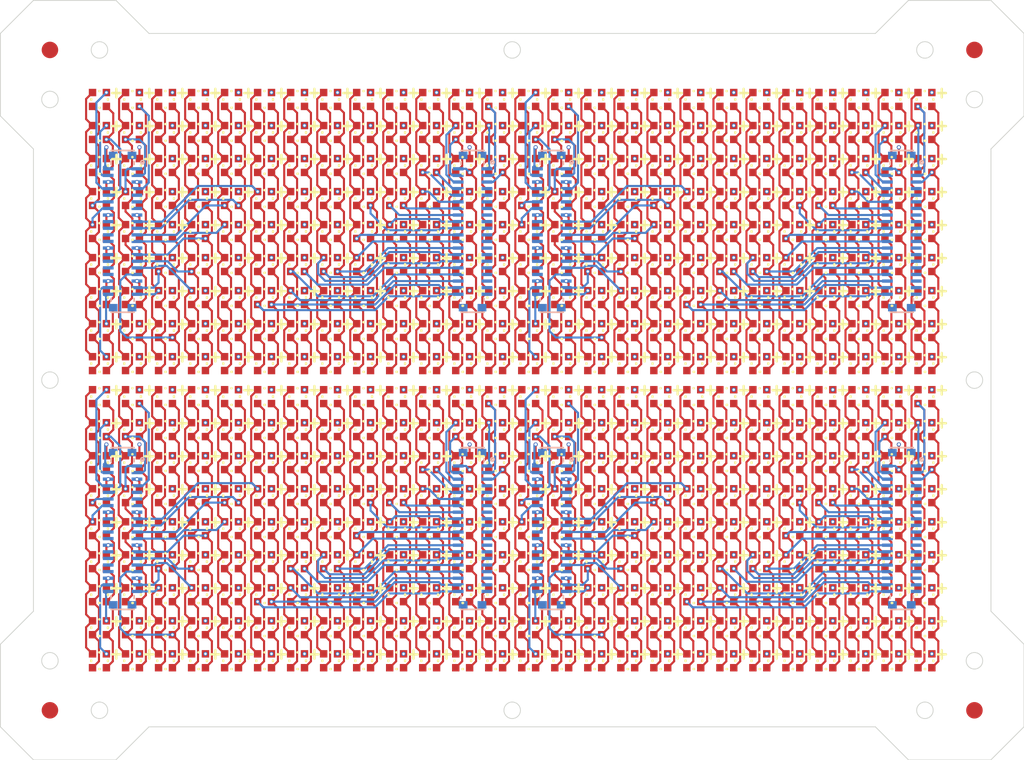
<source format=kicad_pcb>
(kicad_pcb (version 20241229) (generator "pcbnew") (generator_version "9.0")
  (layers (0 "F.Cu" signal) (4 "In1.Cu" signal) (6 "In2.Cu" signal) (2 "B.Cu" signal) (13 "F.Paste" user) (15 "B.Paste" user) (5 "F.SilkS" user "F.Silkscreen") (7 "B.SilkS" user "B.Silkscreen") (1 "F.Mask" user) (3 "B.Mask" user) (25 "Edge.Cuts" user))
  (net 0 "")
  (net 2 "SW1")
  (net 3 "SW3")
  (net 4 "SW5")
  (net 5 "SW2")
  (net 6 "SW7")
  (net 7 "SW9")
  (net 8 "SW4")
  (net 9 "SW8")
  (net 10 "SW6")
  (net 11 "S1")
  (net 12 "S2")
  (net 13 "S3")
  (net 14 "S6")
  (net 15 "S5")
  (net 16 "S4")
  (net 17 "S9")
  (net 18 "S8")
  (net 19 "S7")
  (net 20 "S18")
  (net 21 "S17")
  (net 22 "S16")
  (net 24 "S15")
  (net 25 "S14")
  (net 26 "S13")
  (net 27 "S12")
  (net 28 "S11")
  (net 29 "S10")
  (net 30 "S27")
  (net 31 "S26")
  (net 32 "S25")
  (net 33 "S24")
  (net 34 "S23")
  (net 35 "S22")
  (net 36 "S21")
  (net 37 "S20")
  (net 38 "S19")
  (net 39 "S36")
  (net 40 "S35")
  (net 42 "S34")
  (net 43 "S33")
  (net 44 "S32")
  (net 45 "S31")
  (net 46 "S30")
  (net 47 "S29")
  (net 48 "S28")
  (net 49 "S39")
  (net 51 "S38")
  (net 78 "S37")
  (footprint "easyeda2kicad:LED-SMD_4P-L1.0-W1.0-TR_1" (layer "F.Cu") (at 99 59)
    (property "Reference" "U156" (hide yes))
    (property "Value" "XL-B1010RGBT-HF" (hide yes))
  )
  (footprint "easyeda2kicad:LED-SMD_4P-L1.0-W1.0-TR_1" (layer "F.Cu") (at 103 53)
    (property "Reference" "U71" (hide yes))
    (property "Value" "XL-B1010RGBT-HF" (hide yes))
  )
  (footprint "easyeda2kicad:LED-SMD_4P-L1.0-W1.0-TR_1" (layer "F.Cu") (at 107 45)
    (property "Reference" "U114" (hide yes))
    (property "Value" "XL-B1010RGBT-HF" (hide yes))
  )
  (footprint "easyeda2kicad:LED-SMD_4P-L1.0-W1.0-TR_1" (layer "F.Cu") (at 105 37)
    (property "Reference" "U2" (hide yes))
    (property "Value" "XL-B1010RGBT-HF" (hide yes))
  )
  (footprint "easyeda2kicad:LED-SMD_4P-L1.0-W1.0-TR_1" (layer "F.Cu") (at 129 35)
    (property "Reference" "U46" (hide yes))
    (property "Value" "XL-B1010RGBT-HF" (hide yes))
  )
  (footprint "easyeda2kicad:LED-SMD_4P-L1.0-W1.0-TR_1" (layer "F.Cu") (at 95 45)
    (property "Reference" "U205" (hide yes))
    (property "Value" "XL-B1010RGBT-HF" (hide yes))
  )
  (footprint "easyeda2kicad:LED-SMD_4P-L1.0-W1.0-TR_1" (layer "F.Cu") (at 101 63)
    (property "Reference" "U153" (hide yes))
    (property "Value" "XL-B1010RGBT-HF" (hide yes))
  )
  (footprint "easyeda2kicad:LED-SMD_4P-L1.0-W1.0-TR_1" (layer "F.Cu") (at 119 35)
    (property "Reference" "U27" (hide yes))
    (property "Value" "XL-B1010RGBT-HF" (hide yes))
  )
  (footprint "easyeda2kicad:LED-SMD_4P-L1.0-W1.0-TR_1" (layer "F.Cu") (at 93 63)
    (property "Reference" "U154" (hide yes))
    (property "Value" "XL-B1010RGBT-HF" (hide yes))
  )
  (footprint "easyeda2kicad:LED-SMD_4P-L1.0-W1.0-TR_1" (layer "F.Cu") (at 139 39)
    (property "Reference" "U300" (hide yes))
    (property "Value" "XL-B1010RGBT-HF" (hide yes))
  )
  (footprint "easyeda2kicad:LED-SMD_4P-L1.0-W1.0-TR_1" (layer "F.Cu") (at 95 63)
    (property "Reference" "U155" (hide yes))
    (property "Value" "XL-B1010RGBT-HF" (hide yes))
  )
  (footprint "easyeda2kicad:LED-SMD_4P-L1.0-W1.0-TR_1" (layer "F.Cu") (at 109 35)
    (property "Reference" "U7" (hide yes))
    (property "Value" "XL-B1010RGBT-HF" (hide yes))
  )
  (footprint "easyeda2kicad:LED-SMD_4P-L1.0-W1.0-TR_1" (layer "F.Cu") (at 101 43)
    (property "Reference" "U77" (hide yes))
    (property "Value" "XL-B1010RGBT-HF" (hide yes))
  )
  (footprint "easyeda2kicad:LED-SMD_4P-L1.0-W1.0-TR_1" (layer "F.Cu") (at 101 37)
    (property "Reference" "U16" (hide yes))
    (property "Value" "XL-B1010RGBT-HF" (hide yes))
  )
  (footprint "easyeda2kicad:LED-SMD_4P-L1.0-W1.0-TR_1" (layer "F.Cu") (at 109 67)
    (property "Reference" "U405" (hide yes))
    (property "Value" "XL-B1010RGBT-HF" (hide yes))
  )
  (footprint "easyeda2kicad:LED-SMD_4P-L1.0-W1.0-TR_1" (layer "F.Cu") (at 97 69)
    (property "Reference" "U406" (hide yes))
    (property "Value" "XL-B1010RGBT-HF" (hide yes))
  )
  (footprint "easyeda2kicad:LED-SMD_4P-L1.0-W1.0-TR_1" (layer "F.Cu") (at 117 37)
    (property "Reference" "U38" (hide yes))
    (property "Value" "XL-B1010RGBT-HF" (hide yes))
  )
  (footprint "easyeda2kicad:LED-SMD_4P-L1.0-W1.0-TR_1" (layer "F.Cu") (at 117 51)
    (property "Reference" "U211" (hide yes))
    (property "Value" "XL-B1010RGBT-HF" (hide yes))
  )
  (footprint "easyeda2kicad:LED-SMD_4P-L1.0-W1.0-TR_1" (layer "F.Cu") (at 125 61)
    (property "Reference" "U239" (hide yes))
    (property "Value" "XL-B1010RGBT-HF" (hide yes))
  )
  (footprint "easyeda2kicad:LED-SMD_4P-L1.0-W1.0-TR_1" (layer "F.Cu") (at 137 35)
    (property "Reference" "U47" (hide yes))
    (property "Value" "XL-B1010RGBT-HF" (hide yes))
  )
  (footprint "easyeda2kicad:LED-SMD_4P-L1.0-W1.0-TR_1" (layer "F.Cu") (at 109 69)
    (property "Reference" "U407" (hide yes))
    (property "Value" "XL-B1010RGBT-HF" (hide yes))
  )
  (footprint "easyeda2kicad:LED-SMD_4P-L1.0-W1.0-TR_1" (layer "F.Cu") (at 107 53)
    (property "Reference" "U157" (hide yes))
    (property "Value" "XL-B1010RGBT-HF" (hide yes))
  )
  (footprint "easyeda2kicad:LED-SMD_4P-L1.0-W1.0-TR_1" (layer "F.Cu") (at 111 37)
    (property "Reference" "U18" (hide yes))
    (property "Value" "XL-B1010RGBT-HF" (hide yes))
  )
  (footprint "easyeda2kicad:LED-SMD_4P-L1.0-W1.0-TR_1" (layer "F.Cu") (at 107 49)
    (property "Reference" "U98" (hide yes))
    (property "Value" "XL-B1010RGBT-HF" (hide yes))
  )
  (footprint "easyeda2kicad:LED-SMD_4P-L1.0-W1.0-TR_1" (layer "F.Cu") (at 125 39)
    (property "Reference" "U272" (hide yes))
    (property "Value" "XL-B1010RGBT-HF" (hide yes))
  )
  (footprint "easyeda2kicad:LED-SMD_4P-L1.0-W1.0-TR_1" (layer "F.Cu") (at 99 55)
    (property "Reference" "U158" (hide yes))
    (property "Value" "XL-B1010RGBT-HF" (hide yes))
  )
  (footprint "easyeda2kicad:LED-SMD_4P-L1.0-W1.0-TR_1" (layer "F.Cu") (at 117 59)
    (property "Reference" "U255" (hide yes))
    (property "Value" "XL-B1010RGBT-HF" (hide yes))
  )
  (footprint "easyeda2kicad:LED-SMD_4P-L1.0-W1.0-TR_1" (layer "F.Cu") (at 115 47)
    (property "Reference" "U357" (hide yes))
    (property "Value" "XL-B1010RGBT-HF" (hide yes))
  )
  (footprint "easyeda2kicad:LED-SMD_4P-L1.0-W1.0-TR_1" (layer "F.Cu") (at 131 43)
    (property "Reference" "U221" (hide yes))
    (property "Value" "XL-B1010RGBT-HF" (hide yes))
  )
  (footprint "easyeda2kicad:LED-SMD_4P-L1.0-W1.0-TR_1" (layer "F.Cu") (at 127 63)
    (property "Reference" "U329" (hide yes))
    (property "Value" "XL-B1010RGBT-HF" (hide yes))
  )
  (footprint "easyeda2kicad:LED-SMD_4P-L1.0-W1.0-TR_1" (layer "F.Cu") (at 135 63)
    (property "Reference" "U377" (hide yes))
    (property "Value" "XL-B1010RGBT-HF" (hide yes))
  )
  (footprint "easyeda2kicad:LED-SMD_4P-L1.0-W1.0-TR_1" (layer "F.Cu") (at 127 51)
    (property "Reference" "U305" (hide yes))
    (property "Value" "XL-B1010RGBT-HF" (hide yes))
  )
  (footprint "easyeda2kicad:LED-SMD_4P-L1.0-W1.0-TR_1" (layer "F.Cu") (at 135 51)
    (property "Reference" "U278" (hide yes))
    (property "Value" "XL-B1010RGBT-HF" (hide yes))
  )
  (footprint "easyeda2kicad:LED-SMD_4P-L1.0-W1.0-TR_1" (layer "F.Cu") (at 91 35)
    (property "Reference" "U21" (hide yes))
    (property "Value" "XL-B1010RGBT-HF" (hide yes))
  )
  (footprint "easyeda2kicad:LED-SMD_4P-L1.0-W1.0-TR_1" (layer "F.Cu") (at 103 45)
    (property "Reference" "U78" (hide yes))
    (property "Value" "XL-B1010RGBT-HF" (hide yes))
  )
  (footprint "easyeda2kicad:LED-SMD_4P-L1.0-W1.0-TR_1" (layer "F.Cu") (at 135 55)
    (property "Reference" "U238" (hide yes))
    (property "Value" "XL-B1010RGBT-HF" (hide yes))
  )
  (footprint "easyeda2kicad:LED-SMD_4P-L1.0-W1.0-TR_1" (layer "F.Cu") (at 127 49)
    (property "Reference" "U279" (hide yes))
    (property "Value" "XL-B1010RGBT-HF" (hide yes))
  )
  (footprint "easyeda2kicad:LED-SMD_4P-L1.0-W1.0-TR_1" (layer "F.Cu") (at 101 59)
    (property "Reference" "U159" (hide yes))
    (property "Value" "XL-B1010RGBT-HF" (hide yes))
  )
  (footprint "easyeda2kicad:LED-SMD_4P-L1.0-W1.0-TR_1" (layer "F.Cu") (at 105 43)
    (property "Reference" "U75" (hide yes))
    (property "Value" "XL-B1010RGBT-HF" (hide yes))
  )
  (footprint "easyeda2kicad:LED-SMD_4P-L1.0-W1.0-TR_1" (layer "F.Cu") (at 97 35)
    (property "Reference" "U8" (hide yes))
    (property "Value" "XL-B1010RGBT-HF" (hide yes))
  )
  (footprint "easyeda2kicad:LED-SMD_4P-L1.0-W1.0-TR_1" (layer "F.Cu") (at 95 51)
    (property "Reference" "U125" (hide yes))
    (property "Value" "XL-B1010RGBT-HF" (hide yes))
  )
  (footprint "easyeda2kicad:LED-SMD_4P-L1.0-W1.0-TR_1" (layer "F.Cu") (at 135 37)
    (property "Reference" "U25" (hide yes))
    (property "Value" "XL-B1010RGBT-HF" (hide yes))
  )
  (footprint "easyeda2kicad:LED-SMD_4P-L1.0-W1.0-TR_1" (layer "F.Cu") (at 105 57)
    (property "Reference" "U160" (hide yes))
    (property "Value" "XL-B1010RGBT-HF" (hide yes))
  )
  (footprint "easyeda2kicad:LED-SMD_4P-L1.0-W1.0-TR_1" (layer "F.Cu") (at 123 55)
    (property "Reference" "U354" (hide yes))
    (property "Value" "XL-B1010RGBT-HF" (hide yes))
  )
  (footprint "easyeda2kicad:LED-SMD_4P-L1.0-W1.0-TR_1" (layer "F.Cu") (at 103 65)
    (property "Reference" "U408" (hide yes))
    (property "Value" "XL-B1010RGBT-HF" (hide yes))
  )
  (footprint "easyeda2kicad:LED-SMD_4P-L1.0-W1.0-TR_1" (layer "F.Cu") (at 91 43)
    (property "Reference" "U96" (hide yes))
    (property "Value" "XL-B1010RGBT-HF" (hide yes))
  )
  (footprint "easyeda2kicad:LED-SMD_4P-L1.0-W1.0-TR_1" (layer "F.Cu") (at 109 65)
    (property "Reference" "U409" (hide yes))
    (property "Value" "XL-B1010RGBT-HF" (hide yes))
  )
  (footprint "easyeda2kicad:LED-SMD_4P-L1.0-W1.0-TR_1" (layer "F.Cu") (at 91 53)
    (property "Reference" "U161" (hide yes))
    (property "Value" "XL-B1010RGBT-HF" (hide yes))
  )
  (footprint "easyeda2kicad:LED-SMD_4P-L1.0-W1.0-TR_1" (layer "F.Cu") (at 93 49)
    (property "Reference" "U62" (hide yes))
    (property "Value" "XL-B1010RGBT-HF" (hide yes))
  )
  (footprint "easyeda2kicad:LED-SMD_4P-L1.0-W1.0-TR_1" (layer "F.Cu") (at 107 59)
    (property "Reference" "U162" (hide yes))
    (property "Value" "XL-B1010RGBT-HF" (hide yes))
  )
  (footprint "easyeda2kicad:LED-SMD_4P-L1.0-W1.0-TR_1" (layer "F.Cu") (at 99 43)
    (property "Reference" "U87" (hide yes))
    (property "Value" "XL-B1010RGBT-HF" (hide yes))
  )
  (footprint "easyeda2kicad:LED-SMD_4P-L1.0-W1.0-TR_1" (layer "F.Cu") (at 105 69)
    (property "Reference" "U410" (hide yes))
    (property "Value" "XL-B1010RGBT-HF" (hide yes))
  )
  (footprint "easyeda2kicad:LED-SMD_4P-L1.0-W1.0-TR_1" (layer "F.Cu") (at 121 43)
    (property "Reference" "U229" (hide yes))
    (property "Value" "XL-B1010RGBT-HF" (hide yes))
  )
  (footprint "easyeda2kicad:LED-SMD_4P-L1.0-W1.0-TR_1" (layer "F.Cu") (at 127 67)
    (property "Reference" "U438" (hide yes))
    (property "Value" "XL-B1010RGBT-HF" (hide yes))
  )
  (footprint "easyeda2kicad:LED-SMD_4P-L1.0-W1.0-TR_1" (layer "F.Cu") (at 137 69)
    (property "Reference" "U449" (hide yes))
    (property "Value" "XL-B1010RGBT-HF" (hide yes))
  )
  (footprint "easyeda2kicad:LED-SMD_4P-L1.0-W1.0-TR_1" (layer "F.Cu") (at 93 67)
    (property "Reference" "U411" (hide yes))
    (property "Value" "XL-B1010RGBT-HF" (hide yes))
  )
  (footprint "easyeda2kicad:LED-SMD_4P-L1.0-W1.0-TR_1" (layer "F.Cu") (at 99 49)
    (property "Reference" "U76" (hide yes))
    (property "Value" "XL-B1010RGBT-HF" (hide yes))
  )
  (footprint "easyeda2kicad:LED-SMD_4P-L1.0-W1.0-TR_1" (layer "F.Cu") (at 93 37)
    (property "Reference" "U5" (hide yes))
    (property "Value" "XL-B1010RGBT-HF" (hide yes))
  )
  (footprint "easyeda2kicad:LED-SMD_4P-L1.0-W1.0-TR_1" (layer "F.Cu") (at 127 53)
    (property "Reference" "U352" (hide yes))
    (property "Value" "XL-B1010RGBT-HF" (hide yes))
  )
  (footprint "easyeda2kicad:LED-SMD_4P-L1.0-W1.0-TR_1" (layer "F.Cu") (at 111 63)
    (property "Reference" "U163" (hide yes))
    (property "Value" "XL-B1010RGBT-HF" (hide yes))
  )
  (footprint "easyeda2kicad:LED-SMD_4P-L1.0-W1.0-TR_1" (layer "F.Cu") (at 129 51)
    (property "Reference" "U294" (hide yes))
    (property "Value" "XL-B1010RGBT-HF" (hide yes))
  )
  (footprint "easyeda2kicad:LED-SMD_4P-L1.0-W1.0-TR_1" (layer "F.Cu") (at 97 59)
    (property "Reference" "U152" (hide yes))
    (property "Value" "XL-B1010RGBT-HF" (hide yes))
  )
  (footprint "easyeda2kicad:LED-SMD_4P-L1.0-W1.0-TR_1" (layer "F.Cu") (at 107 35)
    (property "Reference" "U24" (hide yes))
    (property "Value" "XL-B1010RGBT-HF" (hide yes))
  )
  (footprint "easyeda2kicad:LED-SMD_4P-L1.0-W1.0-TR_1" (layer "F.Cu") (at 113 59)
    (property "Reference" "U165" (hide yes))
    (property "Value" "XL-B1010RGBT-HF" (hide yes))
  )
  (footprint "easyeda2kicad:LED-SMD_4P-L1.0-W1.0-TR_1" (layer "F.Cu") (at 139 55)
    (property "Reference" "U215" (hide yes))
    (property "Value" "XL-B1010RGBT-HF" (hide yes))
  )
  (footprint "easyeda2kicad:LED-SMD_4P-L1.0-W1.0-TR_1" (layer "F.Cu") (at 117 39)
    (property "Reference" "U313" (hide yes))
    (property "Value" "XL-B1010RGBT-HF" (hide yes))
  )
  (footprint "easyeda2kicad:LED-SMD_4P-L1.0-W1.0-TR_1" (layer "F.Cu") (at 131 47)
    (property "Reference" "U222" (hide yes))
    (property "Value" "XL-B1010RGBT-HF" (hide yes))
  )
  (footprint "easyeda2kicad:LED-SMD_4P-L1.0-W1.0-TR_1" (layer "F.Cu") (at 113 67)
    (property "Reference" "U412" (hide yes))
    (property "Value" "XL-B1010RGBT-HF" (hide yes))
  )
  (footprint "easyeda2kicad:LED-SMD_4P-L1.0-W1.0-TR_1" (layer "F.Cu") (at 119 55)
    (property "Reference" "U245" (hide yes))
    (property "Value" "XL-B1010RGBT-HF" (hide yes))
  )
  (footprint "easyeda2kicad:LED-SMD_4P-L1.0-W1.0-TR_1" (layer "F.Cu") (at 99 67)
    (property "Reference" "U413" (hide yes))
    (property "Value" "XL-B1010RGBT-HF" (hide yes))
  )
  (footprint "easyeda2kicad:LED-SMD_4P-L1.0-W1.0-TR_1" (layer "F.Cu") (at 103 67)
    (property "Reference" "U414" (hide yes))
    (property "Value" "XL-B1010RGBT-HF" (hide yes))
  )
  (footprint "easyeda2kicad:LED-SMD_4P-L1.0-W1.0-TR_1" (layer "F.Cu") (at 107 43)
    (property "Reference" "U72" (hide yes))
    (property "Value" "XL-B1010RGBT-HF" (hide yes))
  )
  (footprint "easyeda2kicad:LED-SMD_4P-L1.0-W1.0-TR_1" (layer "F.Cu") (at 121 57)
    (property "Reference" "U344" (hide yes))
    (property "Value" "XL-B1010RGBT-HF" (hide yes))
  )
  (footprint "easyeda2kicad:LED-SMD_4P-L1.0-W1.0-TR_1" (layer "F.Cu") (at 139 51)
    (property "Reference" "U263" (hide yes))
    (property "Value" "XL-B1010RGBT-HF" (hide yes))
  )
  (footprint "easyeda2kicad:LED-SMD_4P-L1.0-W1.0-TR_1" (layer "F.Cu") (at 95 53)
    (property "Reference" "U166" (hide yes))
    (property "Value" "XL-B1010RGBT-HF" (hide yes))
  )
  (footprint "easyeda2kicad:LED-SMD_4P-L1.0-W1.0-TR_1" (layer "F.Cu") (at 103 69)
    (property "Reference" "U415" (hide yes))
    (property "Value" "XL-B1010RGBT-HF" (hide yes))
  )
  (footprint "easyeda2kicad:LED-SMD_4P-L1.0-W1.0-TR_1" (layer "F.Cu") (at 113 57)
    (property "Reference" "U167" (hide yes))
    (property "Value" "XL-B1010RGBT-HF" (hide yes))
  )
  (footprint "easyeda2kicad:LED-SMD_4P-L1.0-W1.0-TR_1" (layer "F.Cu") (at 101 45)
    (property "Reference" "U207" (hide yes))
    (property "Value" "XL-B1010RGBT-HF" (hide yes))
  )
  (footprint "easyeda2kicad:LED-SMD_4P-L1.0-W1.0-TR_1" (layer "F.Cu") (at 129 61)
    (property "Reference" "U340" (hide yes))
    (property "Value" "XL-B1010RGBT-HF" (hide yes))
  )
  (footprint "easyeda2kicad:LED-SMD_4P-L1.0-W1.0-TR_1" (layer "F.Cu") (at 103 61)
    (property "Reference" "U168" (hide yes))
    (property "Value" "XL-B1010RGBT-HF" (hide yes))
  )
  (footprint "easyeda2kicad:LED-SMD_4P-L1.0-W1.0-TR_1" (layer "F.Cu") (at 101 53)
    (property "Reference" "U169" (hide yes))
    (property "Value" "XL-B1010RGBT-HF" (hide yes))
  )
  (footprint "easyeda2kicad:LED-SMD_4P-L1.0-W1.0-TR_1" (layer "F.Cu") (at 127 41)
    (property "Reference" "U225" (hide yes))
    (property "Value" "XL-B1010RGBT-HF" (hide yes))
  )
  (footprint "easyeda2kicad:LED-SMD_4P-L1.0-W1.0-TR_1" (layer "F.Cu") (at 125 67)
    (property "Reference" "U455" (hide yes))
    (property "Value" "XL-B1010RGBT-HF" (hide yes))
  )
  (footprint "easyeda2kicad:LED-SMD_4P-L1.0-W1.0-TR_1" (layer "F.Cu") (at 109 59)
    (property "Reference" "U170" (hide yes))
    (property "Value" "XL-B1010RGBT-HF" (hide yes))
  )
  (footprint "easyeda2kicad:LED-SMD_4P-L1.0-W1.0-TR_1" (layer "F.Cu") (at 141 57)
    (property "Reference" "U388" (hide yes))
    (property "Value" "XL-B1010RGBT-HF" (hide yes))
  )
  (footprint "easyeda2kicad:LED-SMD_4P-L1.0-W1.0-TR_1" (layer "F.Cu") (at 141 35)
    (property "Reference" "U52" (hide yes))
    (property "Value" "XL-B1010RGBT-HF" (hide yes))
  )
  (footprint "easyeda2kicad:LED-SMD_4P-L1.0-W1.0-TR_1" (layer "F.Cu") (at 113 35)
    (property "Reference" "U22" (hide yes))
    (property "Value" "XL-B1010RGBT-HF" (hide yes))
  )
  (footprint "easyeda2kicad:LED-SMD_4P-L1.0-W1.0-TR_1" (layer "F.Cu") (at 97 55)
    (property "Reference" "U171" (hide yes))
    (property "Value" "XL-B1010RGBT-HF" (hide yes))
  )
  (footprint "easyeda2kicad:LED-SMD_4P-L1.0-W1.0-TR_1" (layer "F.Cu") (at 117 47)
    (property "Reference" "U230" (hide yes))
    (property "Value" "XL-B1010RGBT-HF" (hide yes))
  )
  (footprint "easyeda2kicad:LED-SMD_4P-L1.0-W1.0-TR_1" (layer "F.Cu") (at 115 57)
    (property "Reference" "U358" (hide yes))
    (property "Value" "XL-B1010RGBT-HF" (hide yes))
  )
  (footprint "easyeda2kicad:LED-SMD_4P-L1.0-W1.0-TR_1" (layer "F.Cu") (at 125 57)
    (property "Reference" "U373" (hide yes))
    (property "Value" "XL-B1010RGBT-HF" (hide yes))
  )
  (footprint "easyeda2kicad:LED-SMD_4P-L1.0-W1.0-TR_1" (layer "F.Cu") (at 91 57)
    (property "Reference" "U172" (hide yes))
    (property "Value" "XL-B1010RGBT-HF" (hide yes))
  )
  (footprint "easyeda2kicad:LED-SMD_4P-L1.0-W1.0-TR_1" (layer "F.Cu") (at 129 67)
    (property "Reference" "U456" (hide yes))
    (property "Value" "XL-B1010RGBT-HF" (hide yes))
  )
  (footprint "easyeda2kicad:LED-SMD_4P-L1.0-W1.0-TR_1" (layer "F.Cu") (at 127 35)
    (property "Reference" "U36" (hide yes))
    (property "Value" "XL-B1010RGBT-HF" (hide yes))
  )
  (footprint "Fiducial:Fiducial_1mm_Mask2mm" (layer "F.Cu") (at 88 72)
    (property "Reference" "REF**" (hide yes))
    (property "Value" "Fiducial_1mm_Mask2mm" (hide yes))
  )
  (footprint "easyeda2kicad:LED-SMD_4P-L1.0-W1.0-TR_1" (layer "F.Cu") (at 111 51)
    (property "Reference" "U128" (hide yes))
    (property "Value" "XL-B1010RGBT-HF" (hide yes))
  )
  (footprint "easyeda2kicad:LED-SMD_4P-L1.0-W1.0-TR_1" (layer "F.Cu") (at 133 65)
    (property "Reference" "U459" (hide yes))
    (property "Value" "XL-B1010RGBT-HF" (hide yes))
  )
  (footprint "easyeda2kicad:LED-SMD_4P-L1.0-W1.0-TR_1" (layer "F.Cu") (at 129 69)
    (property "Reference" "U457" (hide yes))
    (property "Value" "XL-B1010RGBT-HF" (hide yes))
  )
  (footprint "easyeda2kicad:LED-SMD_4P-L1.0-W1.0-TR_1" (layer "F.Cu") (at 137 61)
    (property "Reference" "U346" (hide yes))
    (property "Value" "XL-B1010RGBT-HF" (hide yes))
  )
  (footprint "easyeda2kicad:LED-SMD_4P-L1.0-W1.0-TR_1" (layer "F.Cu") (at 137 39)
    (property "Reference" "U261" (hide yes))
    (property "Value" "XL-B1010RGBT-HF" (hide yes))
  )
  (footprint "easyeda2kicad:LED-SMD_4P-L1.0-W1.0-TR_1" (layer "F.Cu") (at 107 61)
    (property "Reference" "U173" (hide yes))
    (property "Value" "XL-B1010RGBT-HF" (hide yes))
  )
  (footprint "easyeda2kicad:LED-SMD_4P-L1.0-W1.0-TR_1" (layer "F.Cu") (at 109 39)
    (property "Reference" "U63" (hide yes))
    (property "Value" "XL-B1010RGBT-HF" (hide yes))
  )
  (footprint "easyeda2kicad:LED-SMD_4P-L1.0-W1.0-TR_1" (layer "F.Cu") (at 141 69)
    (property "Reference" "U467" (hide yes))
    (property "Value" "XL-B1010RGBT-HF" (hide yes))
  )
  (footprint "easyeda2kicad:LED-SMD_4P-L1.0-W1.0-TR_1" (layer "F.Cu") (at 107 47)
    (property "Reference" "U79" (hide yes))
    (property "Value" "XL-B1010RGBT-HF" (hide yes))
  )
  (footprint "easyeda2kicad:LED-SMD_4P-L1.0-W1.0-TR_1" (layer "F.Cu") (at 133 55)
    (property "Reference" "U367" (hide yes))
    (property "Value" "XL-B1010RGBT-HF" (hide yes))
  )
  (footprint "easyeda2kicad:LED-SMD_4P-L1.0-W1.0-TR_1" (layer "F.Cu") (at 137 49)
    (property "Reference" "U274" (hide yes))
    (property "Value" "XL-B1010RGBT-HF" (hide yes))
  )
  (footprint "easyeda2kicad:LED-SMD_4P-L1.0-W1.0-TR_1" (layer "F.Cu") (at 137 45)
    (property "Reference" "U216" (hide yes))
    (property "Value" "XL-B1010RGBT-HF" (hide yes))
  )
  (footprint "easyeda2kicad:LED-SMD_4P-L1.0-W1.0-TR_1" (layer "F.Cu") (at 141 51)
    (property "Reference" "U386" (hide yes))
    (property "Value" "XL-B1010RGBT-HF" (hide yes))
  )
  (footprint "easyeda2kicad:LED-SMD_4P-L1.0-W1.0-TR_1" (layer "F.Cu") (at 113 61)
    (property "Reference" "U174" (hide yes))
    (property "Value" "XL-B1010RGBT-HF" (hide yes))
  )
  (footprint "easyeda2kicad:LED-SMD_4P-L1.0-W1.0-TR_1" (layer "F.Cu") (at 115 69)
    (property "Reference" "U427" (hide yes))
    (property "Value" "XL-B1010RGBT-HF" (hide yes))
  )
  (footprint "easyeda2kicad:LED-SMD_4P-L1.0-W1.0-TR_1" (layer "F.Cu") (at 109 47)
    (property "Reference" "U60" (hide yes))
    (property "Value" "XL-B1010RGBT-HF" (hide yes))
  )
  (footprint "easyeda2kicad:LED-SMD_4P-L1.0-W1.0-TR_1" (layer "F.Cu") (at 105 61)
    (property "Reference" "U141" (hide yes))
    (property "Value" "XL-B1010RGBT-HF" (hide yes))
  )
  (footprint "easyeda2kicad:LED-SMD_4P-L1.0-W1.0-TR_1" (layer "F.Cu") (at 101 61)
    (property "Reference" "U130" (hide yes))
    (property "Value" "XL-B1010RGBT-HF" (hide yes))
  )
  (footprint "easyeda2kicad:LED-SMD_4P-L1.0-W1.0-TR_1" (layer "F.Cu") (at 129 41)
    (property "Reference" "U288" (hide yes))
    (property "Value" "XL-B1010RGBT-HF" (hide yes))
  )
  (footprint "easyeda2kicad:LED-SMD_4P-L1.0-W1.0-TR_1" (layer "F.Cu") (at 103 63)
    (property "Reference" "U131" (hide yes))
    (property "Value" "XL-B1010RGBT-HF" (hide yes))
  )
  (footprint "easyeda2kicad:LED-SMD_4P-L1.0-W1.0-TR_1" (layer "F.Cu") (at 121 67)
    (property "Reference" "U443" (hide yes))
    (property "Value" "XL-B1010RGBT-HF" (hide yes))
  )
  (footprint "easyeda2kicad:LED-SMD_4P-L1.0-W1.0-TR_1" (layer "F.Cu") (at 111 45)
    (property "Reference" "U59" (hide yes))
    (property "Value" "XL-B1010RGBT-HF" (hide yes))
  )
  (footprint "easyeda2kicad:LED-SMD_4P-L1.0-W1.0-TR_1" (layer "F.Cu") (at 107 65)
    (property "Reference" "U416" (hide yes))
    (property "Value" "XL-B1010RGBT-HF" (hide yes))
  )
  (footprint "easyeda2kicad:LED-SMD_4P-L1.0-W1.0-TR_1" (layer "F.Cu") (at 115 63)
    (property "Reference" "U363" (hide yes))
    (property "Value" "XL-B1010RGBT-HF" (hide yes))
  )
  (footprint "easyeda2kicad:LED-SMD_4P-L1.0-W1.0-TR_1" (layer "F.Cu") (at 131 51)
    (property "Reference" "U260" (hide yes))
    (property "Value" "XL-B1010RGBT-HF" (hide yes))
  )
  (footprint "easyeda2kicad:LED-SMD_4P-L1.0-W1.0-TR_1" (layer "F.Cu") (at 97 47)
    (property "Reference" "U100" (hide yes))
    (property "Value" "XL-B1010RGBT-HF" (hide yes))
  )
  (footprint "easyeda2kicad:LED-SMD_4P-L1.0-W1.0-TR_1" (layer "F.Cu") (at 133 67)
    (property "Reference" "U435" (hide yes))
    (property "Value" "XL-B1010RGBT-HF" (hide yes))
  )
  (footprint "easyeda2kicad:LED-SMD_4P-L1.0-W1.0-TR_1" (layer "F.Cu") (at 101 41)
    (property "Reference" "U164" (hide yes))
    (property "Value" "XL-B1010RGBT-HF" (hide yes))
  )
  (footprint "easyeda2kicad:LED-SMD_4P-L1.0-W1.0-TR_1" (layer "F.Cu") (at 135 35)
    (property "Reference" "U31" (hide yes))
    (property "Value" "XL-B1010RGBT-HF" (hide yes))
  )
  (footprint "easyeda2kicad:LED-SMD_4P-L1.0-W1.0-TR_1" (layer "F.Cu") (at 113 63)
    (property "Reference" "U132" (hide yes))
    (property "Value" "XL-B1010RGBT-HF" (hide yes))
  )
  (footprint "easyeda2kicad:LED-SMD_4P-L1.0-W1.0-TR_1" (layer "F.Cu") (at 133 47)
    (property "Reference" "U293" (hide yes))
    (property "Value" "XL-B1010RGBT-HF" (hide yes))
  )
  (footprint "easyeda2kicad:LED-SMD_4P-L1.0-W1.0-TR_1" (layer "F.Cu") (at 115 51)
    (property "Reference" "U360" (hide yes))
    (property "Value" "XL-B1010RGBT-HF" (hide yes))
  )
  (footprint "easyeda2kicad:LED-SMD_4P-L1.0-W1.0-TR_1" (layer "F.Cu") (at 137 53)
    (property "Reference" "U237" (hide yes))
    (property "Value" "XL-B1010RGBT-HF" (hide yes))
  )
  (footprint "easyeda2kicad:LED-SMD_4P-L1.0-W1.0-TR_1" (layer "F.Cu") (at 103 57)
    (property "Reference" "U133" (hide yes))
    (property "Value" "XL-B1010RGBT-HF" (hide yes))
  )
  (footprint "easyeda2kicad:LED-SMD_4P-L1.0-W1.0-TR_1" (layer "F.Cu") (at 111 57)
    (property "Reference" "U134" (hide yes))
    (property "Value" "XL-B1010RGBT-HF" (hide yes))
  )
  (footprint "easyeda2kicad:LED-SMD_4P-L1.0-W1.0-TR_1" (layer "F.Cu") (at 121 41)
    (property "Reference" "U277" (hide yes))
    (property "Value" "XL-B1010RGBT-HF" (hide yes))
  )
  (footprint "easyeda2kicad:LED-SMD_4P-L1.0-W1.0-TR_1" (layer "F.Cu") (at 135 49)
    (property "Reference" "U298" (hide yes))
    (property "Value" "XL-B1010RGBT-HF" (hide yes))
  )
  (footprint "easyeda2kicad:LED-SMD_4P-L1.0-W1.0-TR_1" (layer "F.Cu") (at 129 49)
    (property "Reference" "U220" (hide yes))
    (property "Value" "XL-B1010RGBT-HF" (hide yes))
  )
  (footprint "easyeda2kicad:LED-SMD_4P-L1.0-W1.0-TR_1" (layer "F.Cu") (at 107 57)
    (property "Reference" "U135" (hide yes))
    (property "Value" "XL-B1010RGBT-HF" (hide yes))
  )
  (footprint "easyeda2kicad:LED-SMD_4P-L1.0-W1.0-TR_1" (layer "F.Cu") (at 135 47)
    (property "Reference" "U217" (hide yes))
    (property "Value" "XL-B1010RGBT-HF" (hide yes))
  )
  (footprint "easyeda2kicad:LED-SMD_4P-L1.0-W1.0-TR_1" (layer "F.Cu") (at 111 47)
    (property "Reference" "U116" (hide yes))
    (property "Value" "XL-B1010RGBT-HF" (hide yes))
  )
  (footprint "easyeda2kicad:LED-SMD_4P-L1.0-W1.0-TR_1" (layer "F.Cu") (at 115 55)
    (property "Reference" "U364" (hide yes))
    (property "Value" "XL-B1010RGBT-HF" (hide yes))
  )
  (footprint "easyeda2kicad:LED-SMD_4P-L1.0-W1.0-TR_1" (layer "F.Cu") (at 119 53)
    (property "Reference" "U366" (hide yes))
    (property "Value" "XL-B1010RGBT-HF" (hide yes))
  )
  (footprint "easyeda2kicad:LED-SMD_4P-L1.0-W1.0-TR_1" (layer "F.Cu") (at 93 65)
    (property "Reference" "U404" (hide yes))
    (property "Value" "XL-B1010RGBT-HF" (hide yes))
  )
  (footprint "easyeda2kicad:LED-SMD_4P-L1.0-W1.0-TR_1" (layer "F.Cu") (at 131 61)
    (property "Reference" "U321" (hide yes))
    (property "Value" "XL-B1010RGBT-HF" (hide yes))
  )
  (footprint "easyeda2kicad:LED-SMD_4P-L1.0-W1.0-TR_1" (layer "F.Cu") (at 95 47)
    (property "Reference" "U113" (hide yes))
    (property "Value" "XL-B1010RGBT-HF" (hide yes))
  )
  (footprint "easyeda2kicad:LED-SMD_4P-L1.0-W1.0-TR_1" (layer "F.Cu") (at 113 51)
    (property "Reference" "U103" (hide yes))
    (property "Value" "XL-B1010RGBT-HF" (hide yes))
  )
  (footprint "easyeda2kicad:LED-SMD_4P-L1.0-W1.0-TR_1" (layer "F.Cu") (at 133 61)
    (property "Reference" "U318" (hide yes))
    (property "Value" "XL-B1010RGBT-HF" (hide yes))
  )
  (footprint "easyeda2kicad:LED-SMD_4P-L1.0-W1.0-TR_1" (layer "F.Cu") (at 113 45)
    (property "Reference" "U81" (hide yes))
    (property "Value" "XL-B1010RGBT-HF" (hide yes))
  )
  (footprint "easyeda2kicad:LED-SMD_4P-L1.0-W1.0-TR_1" (layer "F.Cu") (at 111 55)
    (property "Reference" "U136" (hide yes))
    (property "Value" "XL-B1010RGBT-HF" (hide yes))
  )
  (footprint "easyeda2kicad:LED-SMD_4P-L1.0-W1.0-TR_1" (layer "F.Cu") (at 129 55)
    (property "Reference" "U232" (hide yes))
    (property "Value" "XL-B1010RGBT-HF" (hide yes))
  )
  (footprint "easyeda2kicad:LED-SMD_4P-L1.0-W1.0-TR_1" (layer "F.Cu") (at 123 57)
    (property "Reference" "U243" (hide yes))
    (property "Value" "XL-B1010RGBT-HF" (hide yes))
  )
  (footprint "easyeda2kicad:LED-SMD_4P-L1.0-W1.0-TR_1" (layer "F.Cu") (at 125 51)
    (property "Reference" "U257" (hide yes))
    (property "Value" "XL-B1010RGBT-HF" (hide yes))
  )
  (footprint "easyeda2kicad:LED-SMD_4P-L1.0-W1.0-TR_1" (layer "F.Cu") (at 109 57)
    (property "Reference" "U137" (hide yes))
    (property "Value" "XL-B1010RGBT-HF" (hide yes))
  )
  (footprint "easyeda2kicad:LED-SMD_4P-L1.0-W1.0-TR_1" (layer "F.Cu") (at 103 51)
    (property "Reference" "U67" (hide yes))
    (property "Value" "XL-B1010RGBT-HF" (hide yes))
  )
  (footprint "easyeda2kicad:LED-SMD_4P-L1.0-W1.0-TR_1" (layer "F.Cu") (at 111 61)
    (property "Reference" "U138" (hide yes))
    (property "Value" "XL-B1010RGBT-HF" (hide yes))
  )
  (footprint "easyeda2kicad:LED-SMD_4P-L1.0-W1.0-TR_1" (layer "F.Cu") (at 123 65)
    (property "Reference" "U433" (hide yes))
    (property "Value" "XL-B1010RGBT-HF" (hide yes))
  )
  (footprint "easyeda2kicad:LED-SMD_4P-L1.0-W1.0-TR_1" (layer "F.Cu") (at 101 65)
    (property "Reference" "U418" (hide yes))
    (property "Value" "XL-B1010RGBT-HF" (hide yes))
  )
  (footprint "easyeda2kicad:LED-SMD_4P-L1.0-W1.0-TR_1" (layer "F.Cu") (at 125 41)
    (property "Reference" "U262" (hide yes))
    (property "Value" "XL-B1010RGBT-HF" (hide yes))
  )
  (footprint "easyeda2kicad:LED-SMD_4P-L1.0-W1.0-TR_1" (layer "F.Cu") (at 117 49)
    (property "Reference" "U224" (hide yes))
    (property "Value" "XL-B1010RGBT-HF" (hide yes))
  )
  (footprint "easyeda2kicad:LED-SMD_4P-L1.0-W1.0-TR_1" (layer "F.Cu") (at 121 49)
    (property "Reference" "U273" (hide yes))
    (property "Value" "XL-B1010RGBT-HF" (hide yes))
  )
  (footprint "easyeda2kicad:LED-SMD_4P-L1.0-W1.0-TR_1" (layer "F.Cu") (at 93 35)
    (property "Reference" "U14" (hide yes))
    (property "Value" "XL-B1010RGBT-HF" (hide yes))
  )
  (footprint "easyeda2kicad:LED-SMD_4P-L1.0-W1.0-TR_1" (layer "F.Cu") (at 91 55)
    (property "Reference" "U139" (hide yes))
    (property "Value" "XL-B1010RGBT-HF" (hide yes))
  )
  (footprint "easyeda2kicad:LED-SMD_4P-L1.0-W1.0-TR_1" (layer "F.Cu") (at 135 39)
    (property "Reference" "U223" (hide yes))
    (property "Value" "XL-B1010RGBT-HF" (hide yes))
  )
  (footprint "easyeda2kicad:LED-SMD_4P-L1.0-W1.0-TR_1" (layer "F.Cu") (at 107 39)
    (property "Reference" "U57" (hide yes))
    (property "Value" "XL-B1010RGBT-HF" (hide yes))
  )
  (footprint "easyeda2kicad:LED-SMD_4P-L1.0-W1.0-TR_1" (layer "F.Cu") (at 99 63)
    (property "Reference" "U140" (hide yes))
    (property "Value" "XL-B1010RGBT-HF" (hide yes))
  )
  (footprint "easyeda2kicad:LED-SMD_4P-L1.0-W1.0-TR_1" (layer "F.Cu") (at 119 61)
    (property "Reference" "U249" (hide yes))
    (property "Value" "XL-B1010RGBT-HF" (hide yes))
  )
  (footprint "easyeda2kicad:LED-SMD_4P-L1.0-W1.0-TR_1" (layer "F.Cu") (at 109 37)
    (property "Reference" "U9" (hide yes))
    (property "Value" "XL-B1010RGBT-HF" (hide yes))
  )
  (footprint "easyeda2kicad:LED-SMD_4P-L1.0-W1.0-TR_1" (layer "F.Cu") (at 141 55)
    (property "Reference" "U390" (hide yes))
    (property "Value" "XL-B1010RGBT-HF" (hide yes))
  )
  (footprint "easyeda2kicad:LED-SMD_4P-L1.0-W1.0-TR_1" (layer "F.Cu") (at 91 67)
    (property "Reference" "U419" (hide yes))
    (property "Value" "XL-B1010RGBT-HF" (hide yes))
  )
  (footprint "easyeda2kicad:LED-SMD_4P-L1.0-W1.0-TR_1" (layer "F.Cu") (at 123 63)
    (property "Reference" "U254" (hide yes))
    (property "Value" "XL-B1010RGBT-HF" (hide yes))
  )
  (footprint "easyeda2kicad:LED-SMD_4P-L1.0-W1.0-TR_1" (layer "F.Cu") (at 127 55)
    (property "Reference" "U362" (hide yes))
    (property "Value" "XL-B1010RGBT-HF" (hide yes))
  )
  (footprint "easyeda2kicad:LED-SMD_4P-L1.0-W1.0-TR_1" (layer "F.Cu") (at 95 55)
    (property "Reference" "U129" (hide yes))
    (property "Value" "XL-B1010RGBT-HF" (hide yes))
  )
  (footprint "easyeda2kicad:LED-SMD_4P-L1.0-W1.0-TR_1" (layer "F.Cu") (at 139 35)
    (property "Reference" "U34" (hide yes))
    (property "Value" "XL-B1010RGBT-HF" (hide yes))
  )
  (footprint "easyeda2kicad:LED-SMD_4P-L1.0-W1.0-TR_1" (layer "F.Cu") (at 141 63)
    (property "Reference" "U389" (hide yes))
    (property "Value" "XL-B1010RGBT-HF" (hide yes))
  )
  (footprint "easyeda2kicad:LED-SMD_4P-L1.0-W1.0-TR_1" (layer "F.Cu") (at 105 65)
    (property "Reference" "U420" (hide yes))
    (property "Value" "XL-B1010RGBT-HF" (hide yes))
  )
  (footprint "easyeda2kicad:LED-SMD_4P-L1.0-W1.0-TR_1" (layer "F.Cu") (at 111 35)
    (property "Reference" "U10" (hide yes))
    (property "Value" "XL-B1010RGBT-HF" (hide yes))
  )
  (footprint "easyeda2kicad:LED-SMD_4P-L1.0-W1.0-TR_1" (layer "F.Cu") (at 119 59)
    (property "Reference" "U256" (hide yes))
    (property "Value" "XL-B1010RGBT-HF" (hide yes))
  )
  (footprint "easyeda2kicad:LED-SMD_4P-L1.0-W1.0-TR_1" (layer "F.Cu") (at 131 67)
    (property "Reference" "U448" (hide yes))
    (property "Value" "XL-B1010RGBT-HF" (hide yes))
  )
  (footprint "easyeda2kicad:LED-SMD_4P-L1.0-W1.0-TR_1" (layer "F.Cu") (at 119 47)
    (property "Reference" "U286" (hide yes))
    (property "Value" "XL-B1010RGBT-HF" (hide yes))
  )
  (footprint "easyeda2kicad:LED-SMD_4P-L1.0-W1.0-TR_1" (layer "F.Cu") (at 115 41)
    (property "Reference" "U372" (hide yes))
    (property "Value" "XL-B1010RGBT-HF" (hide yes))
  )
  (footprint "easyeda2kicad:LED-SMD_4P-L1.0-W1.0-TR_1" (layer "F.Cu") (at 107 41)
    (property "Reference" "U54" (hide yes))
    (property "Value" "XL-B1010RGBT-HF" (hide yes))
  )
  (footprint "easyeda2kicad:LED-SMD_4P-L1.0-W1.0-TR_1" (layer "F.Cu") (at 107 51)
    (property "Reference" "U123" (hide yes))
    (property "Value" "XL-B1010RGBT-HF" (hide yes))
  )
  (footprint "easyeda2kicad:LED-SMD_4P-L1.0-W1.0-TR_1" (layer "F.Cu") (at 137 43)
    (property "Reference" "U295" (hide yes))
    (property "Value" "XL-B1010RGBT-HF" (hide yes))
  )
  (footprint "easyeda2kicad:LED-SMD_4P-L1.0-W1.0-TR_1" (layer "F.Cu") (at 141 49)
    (property "Reference" "U385" (hide yes))
    (property "Value" "XL-B1010RGBT-HF" (hide yes))
  )
  (footprint "easyeda2kicad:LED-SMD_4P-L1.0-W1.0-TR_1" (layer "F.Cu") (at 109 63)
    (property "Reference" "U142" (hide yes))
    (property "Value" "XL-B1010RGBT-HF" (hide yes))
  )
  (footprint "easyeda2kicad:LED-SMD_4P-L1.0-W1.0-TR_1" (layer "F.Cu") (at 105 63)
    (property "Reference" "U143" (hide yes))
    (property "Value" "XL-B1010RGBT-HF" (hide yes))
  )
  (footprint "easyeda2kicad:LED-SMD_4P-L1.0-W1.0-TR_1" (layer "F.Cu") (at 99 57)
    (property "Reference" "U144" (hide yes))
    (property "Value" "XL-B1010RGBT-HF" (hide yes))
  )
  (footprint "easyeda2kicad:LED-SMD_4P-L1.0-W1.0-TR_1" (layer "F.Cu") (at 99 45)
    (property "Reference" "U118" (hide yes))
    (property "Value" "XL-B1010RGBT-HF" (hide yes))
  )
  (footprint "easyeda2kicad:LED-SMD_4P-L1.0-W1.0-TR_1" (layer "F.Cu") (at 137 55)
    (property "Reference" "U330" (hide yes))
    (property "Value" "XL-B1010RGBT-HF" (hide yes))
  )
  (footprint "easyeda2kicad:LED-SMD_4P-L1.0-W1.0-TR_1" (layer "F.Cu") (at 95 65)
    (property "Reference" "U421" (hide yes))
    (property "Value" "XL-B1010RGBT-HF" (hide yes))
  )
  (footprint "easyeda2kicad:LED-SMD_4P-L1.0-W1.0-TR_1" (layer "F.Cu") (at 141 37)
    (property "Reference" "U51" (hide yes))
    (property "Value" "XL-B1010RGBT-HF" (hide yes))
  )
  (footprint "easyeda2kicad:LED-SMD_4P-L1.0-W1.0-TR_1" (layer "F.Cu") (at 137 63)
    (property "Reference" "U345" (hide yes))
    (property "Value" "XL-B1010RGBT-HF" (hide yes))
  )
  (footprint "easyeda2kicad:LED-SMD_4P-L1.0-W1.0-TR_1" (layer "F.Cu") (at 127 69)
    (property "Reference" "U431" (hide yes))
    (property "Value" "XL-B1010RGBT-HF" (hide yes))
  )
  (footprint "easyeda2kicad:LED-SMD_4P-L1.0-W1.0-TR_1" (layer "F.Cu") (at 121 45)
    (property "Reference" "U271" (hide yes))
    (property "Value" "XL-B1010RGBT-HF" (hide yes))
  )
  (footprint "easyeda2kicad:LED-SMD_4P-L1.0-W1.0-TR_1" (layer "F.Cu") (at 113 39)
    (property "Reference" "U73" (hide yes))
    (property "Value" "XL-B1010RGBT-HF" (hide yes))
  )
  (footprint "easyeda2kicad:LED-SMD_4P-L1.0-W1.0-TR_1" (layer "F.Cu") (at 99 51)
    (property "Reference" "U117" (hide yes))
    (property "Value" "XL-B1010RGBT-HF" (hide yes))
  )
  (footprint "easyeda2kicad:LED-SMD_4P-L1.0-W1.0-TR_1" (layer "F.Cu") (at 133 45)
    (property "Reference" "U304" (hide yes))
    (property "Value" "XL-B1010RGBT-HF" (hide yes))
  )
  (footprint "easyeda2kicad:LED-SMD_4P-L1.0-W1.0-TR_1" (layer "F.Cu") (at 131 39)
    (property "Reference" "U296" (hide yes))
    (property "Value" "XL-B1010RGBT-HF" (hide yes))
  )
  (footprint "easyeda2kicad:LED-SMD_4P-L1.0-W1.0-TR_1" (layer "F.Cu") (at 119 45)
    (property "Reference" "U287" (hide yes))
    (property "Value" "XL-B1010RGBT-HF" (hide yes))
  )
  (footprint "easyeda2kicad:LED-SMD_4P-L1.0-W1.0-TR_1" (layer "F.Cu") (at 139 41)
    (property "Reference" "U291" (hide yes))
    (property "Value" "XL-B1010RGBT-HF" (hide yes))
  )
  (footprint "easyeda2kicad:LED-SMD_4P-L1.0-W1.0-TR_1" (layer "F.Cu") (at 121 55)
    (property "Reference" "U355" (hide yes))
    (property "Value" "XL-B1010RGBT-HF" (hide yes))
  )
  (footprint "easyeda2kicad:LED-SMD_4P-L1.0-W1.0-TR_1" (layer "F.Cu") (at 115 39)
    (property "Reference" "U359" (hide yes))
    (property "Value" "XL-B1010RGBT-HF" (hide yes))
  )
  (footprint "easyeda2kicad:LED-SMD_4P-L1.0-W1.0-TR_1" (layer "F.Cu") (at 121 65)
    (property "Reference" "U441" (hide yes))
    (property "Value" "XL-B1010RGBT-HF" (hide yes))
  )
  (footprint "easyeda2kicad:LED-SMD_4P-L1.0-W1.0-TR_1" (layer "F.Cu") (at 141 53)
    (property "Reference" "U379" (hide yes))
    (property "Value" "XL-B1010RGBT-HF" (hide yes))
  )
  (footprint "easyeda2kicad:LED-SMD_4P-L1.0-W1.0-TR_1" (layer "F.Cu") (at 115 67)
    (property "Reference" "U428" (hide yes))
    (property "Value" "XL-B1010RGBT-HF" (hide yes))
  )
  (footprint "easyeda2kicad:LED-SMD_4P-L1.0-W1.0-TR_1" (layer "F.Cu") (at 113 41)
    (property "Reference" "U56" (hide yes))
    (property "Value" "XL-B1010RGBT-HF" (hide yes))
  )
  (footprint "easyeda2kicad:LED-SMD_4P-L1.0-W1.0-TR_1" (layer "F.Cu") (at 129 65)
    (property "Reference" "U451" (hide yes))
    (property "Value" "XL-B1010RGBT-HF" (hide yes))
  )
  (footprint "easyeda2kicad:LED-SMD_4P-L1.0-W1.0-TR_1" (layer "F.Cu") (at 103 39)
    (property "Reference" "U82" (hide yes))
    (property "Value" "XL-B1010RGBT-HF" (hide yes))
  )
  (footprint "easyeda2kicad:LED-SMD_4P-L1.0-W1.0-TR_1" (layer "F.Cu") (at 139 67)
    (property "Reference" "U454" (hide yes))
    (property "Value" "XL-B1010RGBT-HF" (hide yes))
  )
  (footprint "easyeda2kicad:LED-SMD_4P-L1.0-W1.0-TR_1" (layer "F.Cu") (at 135 43)
    (property "Reference" "U306" (hide yes))
    (property "Value" "XL-B1010RGBT-HF" (hide yes))
  )
  (footprint "easyeda2kicad:LED-SMD_4P-L1.0-W1.0-TR_1" (layer "F.Cu") (at 115 65)
    (property "Reference" "U429" (hide yes))
    (property "Value" "XL-B1010RGBT-HF" (hide yes))
  )
  (footprint "easyeda2kicad:LED-SMD_4P-L1.0-W1.0-TR_1" (layer "F.Cu") (at 107 63)
    (property "Reference" "U145" (hide yes))
    (property "Value" "XL-B1010RGBT-HF" (hide yes))
  )
  (footprint "easyeda2kicad:LED-SMD_4P-L1.0-W1.0-TR_1" (layer "F.Cu") (at 91 49)
    (property "Reference" "U108" (hide yes))
    (property "Value" "XL-B1010RGBT-HF" (hide yes))
  )
  (footprint "easyeda2kicad:LED-SMD_4P-L1.0-W1.0-TR_1" (layer "F.Cu") (at 137 37)
    (property "Reference" "U26" (hide yes))
    (property "Value" "XL-B1010RGBT-HF" (hide yes))
  )
  (footprint "easyeda2kicad:LED-SMD_4P-L1.0-W1.0-TR_1" (layer "F.Cu") (at 127 39)
    (property "Reference" "U259" (hide yes))
    (property "Value" "XL-B1010RGBT-HF" (hide yes))
  )
  (footprint "easyeda2kicad:LED-SMD_4P-L1.0-W1.0-TR_1" (layer "F.Cu") (at 127 43)
    (property "Reference" "U228" (hide yes))
    (property "Value" "XL-B1010RGBT-HF" (hide yes))
  )
  (footprint "Fiducial:Fiducial_1mm_Mask2mm" (layer "F.Cu") (at 144 72)
    (property "Reference" "REF**" (hide yes))
    (property "Value" "Fiducial_1mm_Mask2mm" (hide yes))
  )
  (footprint "easyeda2kicad:LED-SMD_4P-L1.0-W1.0-TR_1" (layer "F.Cu") (at 119 67)
    (property "Reference" "U453" (hide yes))
    (property "Value" "XL-B1010RGBT-HF" (hide yes))
  )
  (footprint "easyeda2kicad:LED-SMD_4P-L1.0-W1.0-TR_1" (layer "F.Cu") (at 135 65)
    (property "Reference" "U452" (hide yes))
    (property "Value" "XL-B1010RGBT-HF" (hide yes))
  )
  (footprint "easyeda2kicad:LED-SMD_4P-L1.0-W1.0-TR_1" (layer "F.Cu") (at 117 63)
    (property "Reference" "U246" (hide yes))
    (property "Value" "XL-B1010RGBT-HF" (hide yes))
  )
  (footprint "easyeda2kicad:LED-SMD_4P-L1.0-W1.0-TR_1" (layer "F.Cu") (at 91 41)
    (property "Reference" "U104" (hide yes))
    (property "Value" "XL-B1010RGBT-HF" (hide yes))
  )
  (footprint "easyeda2kicad:LED-SMD_4P-L1.0-W1.0-TR_1" (layer "F.Cu") (at 125 55)
    (property "Reference" "U338" (hide yes))
    (property "Value" "XL-B1010RGBT-HF" (hide yes))
  )
  (footprint "easyeda2kicad:LED-SMD_4P-L1.0-W1.0-TR_1" (layer "F.Cu") (at 117 35)
    (property "Reference" "U42" (hide yes))
    (property "Value" "XL-B1010RGBT-HF" (hide yes))
  )
  (footprint "easyeda2kicad:LED-SMD_4P-L1.0-W1.0-TR_1" (layer "F.Cu") (at 105 47)
    (property "Reference" "U109" (hide yes))
    (property "Value" "XL-B1010RGBT-HF" (hide yes))
  )
  (footprint "easyeda2kicad:LED-SMD_4P-L1.0-W1.0-TR_1" (layer "F.Cu") (at 133 57)
    (property "Reference" "U328" (hide yes))
    (property "Value" "XL-B1010RGBT-HF" (hide yes))
  )
  (footprint "easyeda2kicad:LED-SMD_4P-L1.0-W1.0-TR_1" (layer "F.Cu") (at 111 49)
    (property "Reference" "U121" (hide yes))
    (property "Value" "XL-B1010RGBT-HF" (hide yes))
  )
  (footprint "easyeda2kicad:LED-SMD_4P-L1.0-W1.0-TR_1" (layer "F.Cu") (at 103 41)
    (property "Reference" "U91" (hide yes))
    (property "Value" "XL-B1010RGBT-HF" (hide yes))
  )
  (footprint "easyeda2kicad:LED-SMD_4P-L1.0-W1.0-TR_1" (layer "F.Cu") (at 117 69)
    (property "Reference" "U446" (hide yes))
    (property "Value" "XL-B1010RGBT-HF" (hide yes))
  )
  (footprint "easyeda2kicad:LED-SMD_4P-L1.0-W1.0-TR_1" (layer "F.Cu") (at 107 55)
    (property "Reference" "U146" (hide yes))
    (property "Value" "XL-B1010RGBT-HF" (hide yes))
  )
  (footprint "easyeda2kicad:LED-SMD_4P-L1.0-W1.0-TR_1" (layer "F.Cu") (at 101 55)
    (property "Reference" "U147" (hide yes))
    (property "Value" "XL-B1010RGBT-HF" (hide yes))
  )
  (footprint "easyeda2kicad:LED-SMD_4P-L1.0-W1.0-TR_1" (layer "F.Cu") (at 99 37)
    (property "Reference" "U23" (hide yes))
    (property "Value" "XL-B1010RGBT-HF" (hide yes))
  )
  (footprint "easyeda2kicad:LED-SMD_4P-L1.0-W1.0-TR_1" (layer "F.Cu") (at 113 43)
    (property "Reference" "U74" (hide yes))
    (property "Value" "XL-B1010RGBT-HF" (hide yes))
  )
  (footprint "easyeda2kicad:LED-SMD_4P-L1.0-W1.0-TR_1" (layer "F.Cu") (at 141 39)
    (property "Reference" "U380" (hide yes))
    (property "Value" "XL-B1010RGBT-HF" (hide yes))
  )
  (footprint "easyeda2kicad:LED-SMD_4P-L1.0-W1.0-TR_1" (layer "F.Cu") (at 137 41)
    (property "Reference" "U275" (hide yes))
    (property "Value" "XL-B1010RGBT-HF" (hide yes))
  )
  (footprint "easyeda2kicad:LED-SMD_4P-L1.0-W1.0-TR_1" (layer "F.Cu") (at 131 49)
    (property "Reference" "U283" (hide yes))
    (property "Value" "XL-B1010RGBT-HF" (hide yes))
  )
  (footprint "easyeda2kicad:LED-SMD_4P-L1.0-W1.0-TR_1" (layer "F.Cu") (at 103 47)
    (property "Reference" "U53" (hide yes))
    (property "Value" "XL-B1010RGBT-HF" (hide yes))
  )
  (footprint "easyeda2kicad:LED-SMD_4P-L1.0-W1.0-TR_1" (layer "F.Cu") (at 117 53)
    (property "Reference" "U342" (hide yes))
    (property "Value" "XL-B1010RGBT-HF" (hide yes))
  )
  (footprint "easyeda2kicad:LED-SMD_4P-L1.0-W1.0-TR_1" (layer "F.Cu") (at 93 51)
    (property "Reference" "U105" (hide yes))
    (property "Value" "XL-B1010RGBT-HF" (hide yes))
  )
  (footprint "easyeda2kicad:LED-SMD_4P-L1.0-W1.0-TR_1" (layer "F.Cu") (at 119 51)
    (property "Reference" "U315" (hide yes))
    (property "Value" "XL-B1010RGBT-HF" (hide yes))
  )
  (footprint "easyeda2kicad:LED-SMD_4P-L1.0-W1.0-TR_1" (layer "F.Cu") (at 131 63)
    (property "Reference" "U376" (hide yes))
    (property "Value" "XL-B1010RGBT-HF" (hide yes))
  )
  (footprint "easyeda2kicad:LED-SMD_4P-L1.0-W1.0-TR_1" (layer "F.Cu") (at 99 53)
    (property "Reference" "U148" (hide yes))
    (property "Value" "XL-B1010RGBT-HF" (hide yes))
  )
  (footprint "easyeda2kicad:LED-SMD_4P-L1.0-W1.0-TR_1" (layer "F.Cu") (at 123 43)
    (property "Reference" "U310" (hide yes))
    (property "Value" "XL-B1010RGBT-HF" (hide yes))
  )
  (footprint "easyeda2kicad:LED-SMD_4P-L1.0-W1.0-TR_1" (layer "F.Cu") (at 91 47)
    (property "Reference" "U119" (hide yes))
    (property "Value" "XL-B1010RGBT-HF" (hide yes))
  )
  (footprint "easyeda2kicad:LED-SMD_4P-L1.0-W1.0-TR_1" (layer "F.Cu") (at 135 67)
    (property "Reference" "U432" (hide yes))
    (property "Value" "XL-B1010RGBT-HF" (hide yes))
  )
  (footprint "easyeda2kicad:LED-SMD_4P-L1.0-W1.0-TR_1" (layer "F.Cu") (at 123 37)
    (property "Reference" "U35" (hide yes))
    (property "Value" "XL-B1010RGBT-HF" (hide yes))
  )
  (footprint "easyeda2kicad:LED-SMD_4P-L1.0-W1.0-TR_1" (layer "F.Cu") (at 125 65)
    (property "Reference" "U436" (hide yes))
    (property "Value" "XL-B1010RGBT-HF" (hide yes))
  )
  (footprint "easyeda2kicad:LED-SMD_4P-L1.0-W1.0-TR_1" (layer "F.Cu") (at 101 67)
    (property "Reference" "U422" (hide yes))
    (property "Value" "XL-B1010RGBT-HF" (hide yes))
  )
  (footprint "easyeda2kicad:LED-SMD_4P-L1.0-W1.0-TR_1" (layer "F.Cu") (at 121 63)
    (property "Reference" "U320" (hide yes))
    (property "Value" "XL-B1010RGBT-HF" (hide yes))
  )
  (footprint "easyeda2kicad:LED-SMD_4P-L1.0-W1.0-TR_1" (layer "F.Cu") (at 99 41)
    (property "Reference" "U203" (hide yes))
    (property "Value" "XL-B1010RGBT-HF" (hide yes))
  )
  (footprint "easyeda2kicad:LED-SMD_4P-L1.0-W1.0-TR_1" (layer "F.Cu") (at 111 65)
    (property "Reference" "U393" (hide yes))
    (property "Value" "XL-B1010RGBT-HF" (hide yes))
  )
  (footprint "easyeda2kicad:LED-SMD_4P-L1.0-W1.0-TR_1" (layer "F.Cu") (at 135 59)
    (property "Reference" "U353" (hide yes))
    (property "Value" "XL-B1010RGBT-HF" (hide yes))
  )
  (footprint "easyeda2kicad:LED-SMD_4P-L1.0-W1.0-TR_1" (layer "F.Cu") (at 139 45)
    (property "Reference" "U299" (hide yes))
    (property "Value" "XL-B1010RGBT-HF" (hide yes))
  )
  (footprint "easyeda2kicad:LED-SMD_4P-L1.0-W1.0-TR_1" (layer "F.Cu") (at 141 45)
    (property "Reference" "U378" (hide yes))
    (property "Value" "XL-B1010RGBT-HF" (hide yes))
  )
  (footprint "easyeda2kicad:LED-SMD_4P-L1.0-W1.0-TR_1" (layer "F.Cu") (at 117 41)
    (property "Reference" "U312" (hide yes))
    (property "Value" "XL-B1010RGBT-HF" (hide yes))
  )
  (footprint "easyeda2kicad:LED-SMD_4P-L1.0-W1.0-TR_1" (layer "F.Cu") (at 127 65)
    (property "Reference" "U461" (hide yes))
    (property "Value" "XL-B1010RGBT-HF" (hide yes))
  )
  (footprint "easyeda2kicad:LED-SMD_4P-L1.0-W1.0-TR_1" (layer "F.Cu") (at 113 37)
    (property "Reference" "U13" (hide yes))
    (property "Value" "XL-B1010RGBT-HF" (hide yes))
  )
  (footprint "easyeda2kicad:LED-SMD_4P-L1.0-W1.0-TR_1" (layer "F.Cu") (at 131 69)
    (property "Reference" "U430" (hide yes))
    (property "Value" "XL-B1010RGBT-HF" (hide yes))
  )
  (footprint "easyeda2kicad:LED-SMD_4P-L1.0-W1.0-TR_1" (layer "F.Cu") (at 99 69)
    (property "Reference" "U423" (hide yes))
    (property "Value" "XL-B1010RGBT-HF" (hide yes))
  )
  (footprint "easyeda2kicad:LED-SMD_4P-L1.0-W1.0-TR_1" (layer "F.Cu") (at 101 69)
    (property "Reference" "U424" (hide yes))
    (property "Value" "XL-B1010RGBT-HF" (hide yes))
  )
  (footprint "easyeda2kicad:LED-SMD_4P-L1.0-W1.0-TR_1" (layer "F.Cu") (at 101 35)
    (property "Reference" "U11" (hide yes))
    (property "Value" "XL-B1010RGBT-HF" (hide yes))
  )
  (footprint "easyeda2kicad:LED-SMD_4P-L1.0-W1.0-TR_1" (layer "F.Cu") (at 115 61)
    (property "Reference" "U349" (hide yes))
    (property "Value" "XL-B1010RGBT-HF" (hide yes))
  )
  (footprint "easyeda2kicad:LED-SMD_4P-L1.0-W1.0-TR_1" (layer "F.Cu") (at 93 47)
    (property "Reference" "U61" (hide yes))
    (property "Value" "XL-B1010RGBT-HF" (hide yes))
  )
  (footprint "easyeda2kicad:LED-SMD_4P-L1.0-W1.0-TR_1" (layer "F.Cu") (at 105 51)
    (property "Reference" "U65" (hide yes))
    (property "Value" "XL-B1010RGBT-HF" (hide yes))
  )
  (footprint "easyeda2kicad:LED-SMD_4P-L1.0-W1.0-TR_1" (layer "F.Cu") (at 129 53)
    (property "Reference" "U332" (hide yes))
    (property "Value" "XL-B1010RGBT-HF" (hide yes))
  )
  (footprint "easyeda2kicad:LED-SMD_4P-L1.0-W1.0-TR_1" (layer "F.Cu") (at 91 65)
    (property "Reference" "U425" (hide yes))
    (property "Value" "XL-B1010RGBT-HF" (hide yes))
  )
  (footprint "easyeda2kicad:LED-SMD_4P-L1.0-W1.0-TR_1" (layer "F.Cu") (at 101 57)
    (property "Reference" "U149" (hide yes))
    (property "Value" "XL-B1010RGBT-HF" (hide yes))
  )
  (footprint "easyeda2kicad:LED-SMD_4P-L1.0-W1.0-TR_1" (layer "F.Cu") (at 115 53)
    (property "Reference" "U348" (hide yes))
    (property "Value" "XL-B1010RGBT-HF" (hide yes))
  )
  (footprint "easyeda2kicad:LED-SMD_4P-L1.0-W1.0-TR_1" (layer "F.Cu") (at 119 41)
    (property "Reference" "U264" (hide yes))
    (property "Value" "XL-B1010RGBT-HF" (hide yes))
  )
  (footprint "easyeda2kicad:LED-SMD_4P-L1.0-W1.0-TR_1" (layer "F.Cu") (at 127 57)
    (property "Reference" "U356" (hide yes))
    (property "Value" "XL-B1010RGBT-HF" (hide yes))
  )
  (footprint "easyeda2kicad:LED-SMD_4P-L1.0-W1.0-TR_1" (layer "F.Cu") (at 117 67)
    (property "Reference" "U462" (hide yes))
    (property "Value" "XL-B1010RGBT-HF" (hide yes))
  )
  (footprint "easyeda2kicad:LED-SMD_4P-L1.0-W1.0-TR_1" (layer "F.Cu") (at 135 45)
    (property "Reference" "U214" (hide yes))
    (property "Value" "XL-B1010RGBT-HF" (hide yes))
  )
  (footprint "easyeda2kicad:LED-SMD_4P-L1.0-W1.0-TR_1" (layer "F.Cu") (at 133 51)
    (property "Reference" "U231" (hide yes))
    (property "Value" "XL-B1010RGBT-HF" (hide yes))
  )
  (footprint "easyeda2kicad:LED-SMD_4P-L1.0-W1.0-TR_1" (layer "F.Cu") (at 141 59)
    (property "Reference" "U381" (hide yes))
    (property "Value" "XL-B1010RGBT-HF" (hide yes))
  )
  (footprint "easyeda2kicad:LED-SMD_4P-L1.0-W1.0-TR_1" (layer "F.Cu") (at 109 49)
    (property "Reference" "U184" (hide yes))
    (property "Value" "XL-B1010RGBT-HF" (hide yes))
  )
  (footprint "easyeda2kicad:LED-SMD_4P-L1.0-W1.0-TR_1" (layer "F.Cu") (at 123 51)
    (property "Reference" "U218" (hide yes))
    (property "Value" "XL-B1010RGBT-HF" (hide yes))
  )
  (footprint "easyeda2kicad:LED-SMD_4P-L1.0-W1.0-TR_1" (layer "F.Cu") (at 93 43)
    (property "Reference" "U84" (hide yes))
    (property "Value" "XL-B1010RGBT-HF" (hide yes))
  )
  (footprint "easyeda2kicad:LED-SMD_4P-L1.0-W1.0-TR_1" (layer "F.Cu") (at 103 43)
    (property "Reference" "U193" (hide yes))
    (property "Value" "XL-B1010RGBT-HF" (hide yes))
  )
  (footprint "easyeda2kicad:LED-SMD_4P-L1.0-W1.0-TR_1" (layer "F.Cu") (at 103 35)
    (property "Reference" "U3" (hide yes))
    (property "Value" "XL-B1010RGBT-HF" (hide yes))
  )
  (footprint "easyeda2kicad:LED-SMD_4P-L1.0-W1.0-TR_1" (layer "F.Cu") (at 123 69)
    (property "Reference" "U465" (hide yes))
    (property "Value" "XL-B1010RGBT-HF" (hide yes))
  )
  (footprint "easyeda2kicad:LED-SMD_4P-L1.0-W1.0-TR_1" (layer "F.Cu") (at 123 39)
    (property "Reference" "U282" (hide yes))
    (property "Value" "XL-B1010RGBT-HF" (hide yes))
  )
  (footprint "easyeda2kicad:LED-SMD_4P-L1.0-W1.0-TR_1" (layer "F.Cu") (at 111 67)
    (property "Reference" "U426" (hide yes))
    (property "Value" "XL-B1010RGBT-HF" (hide yes))
  )
  (footprint "easyeda2kicad:LED-SMD_4P-L1.0-W1.0-TR_1" (layer "F.Cu") (at 137 65)
    (property "Reference" "U439" (hide yes))
    (property "Value" "XL-B1010RGBT-HF" (hide yes))
  )
  (footprint "easyeda2kicad:LED-SMD_4P-L1.0-W1.0-TR_1" (layer "F.Cu") (at 101 47)
    (property "Reference" "U66" (hide yes))
    (property "Value" "XL-B1010RGBT-HF" (hide yes))
  )
  (footprint "easyeda2kicad:LED-SMD_4P-L1.0-W1.0-TR_1" (layer "F.Cu") (at 119 39)
    (property "Reference" "U269" (hide yes))
    (property "Value" "XL-B1010RGBT-HF" (hide yes))
  )
  (footprint "easyeda2kicad:LED-SMD_4P-L1.0-W1.0-TR_1" (layer "F.Cu") (at 123 47)
    (property "Reference" "U281" (hide yes))
    (property "Value" "XL-B1010RGBT-HF" (hide yes))
  )
  (footprint "easyeda2kicad:LED-SMD_4P-L1.0-W1.0-TR_1" (layer "F.Cu") (at 133 43)
    (property "Reference" "U301" (hide yes))
    (property "Value" "XL-B1010RGBT-HF" (hide yes))
  )
  (footprint "easyeda2kicad:LED-SMD_4P-L1.0-W1.0-TR_1" (layer "F.Cu") (at 135 61)
    (property "Reference" "U248" (hide yes))
    (property "Value" "XL-B1010RGBT-HF" (hide yes))
  )
  (footprint "easyeda2kicad:LED-SMD_4P-L1.0-W1.0-TR_1" (layer "F.Cu") (at 101 39)
    (property "Reference" "U120" (hide yes))
    (property "Value" "XL-B1010RGBT-HF" (hide yes))
  )
  (footprint "easyeda2kicad:LED-SMD_4P-L1.0-W1.0-TR_1" (layer "F.Cu") (at 141 67)
    (property "Reference" "U468" (hide yes))
    (property "Value" "XL-B1010RGBT-HF" (hide yes))
  )
  (footprint "easyeda2kicad:LED-SMD_4P-L1.0-W1.0-TR_1" (layer "F.Cu") (at 119 69)
    (property "Reference" "U464" (hide yes))
    (property "Value" "XL-B1010RGBT-HF" (hide yes))
  )
  (footprint "easyeda2kicad:LED-SMD_4P-L1.0-W1.0-TR_1" (layer "F.Cu") (at 93 53)
    (property "Reference" "U150" (hide yes))
    (property "Value" "XL-B1010RGBT-HF" (hide yes))
  )
  (footprint "easyeda2kicad:LED-SMD_4P-L1.0-W1.0-TR_1" (layer "F.Cu") (at 95 61)
    (property "Reference" "U151" (hide yes))
    (property "Value" "XL-B1010RGBT-HF" (hide yes))
  )
  (footprint "easyeda2kicad:LED-SMD_4P-L1.0-W1.0-TR_1" (layer "F.Cu") (at 139 53)
    (property "Reference" "U252" (hide yes))
    (property "Value" "XL-B1010RGBT-HF" (hide yes))
  )
  (footprint "easyeda2kicad:LED-SMD_4P-L1.0-W1.0-TR_1" (layer "F.Cu") (at 107 69)
    (property "Reference" "U417" (hide yes))
    (property "Value" "XL-B1010RGBT-HF" (hide yes))
  )
  (footprint "easyeda2kicad:LED-SMD_4P-L1.0-W1.0-TR_1" (layer "F.Cu") (at 125 49)
    (property "Reference" "U303" (hide yes))
    (property "Value" "XL-B1010RGBT-HF" (hide yes))
  )
  (footprint "easyeda2kicad:LED-SMD_4P-L1.0-W1.0-TR_1" (layer "F.Cu") (at 107 37)
    (property "Reference" "U17" (hide yes))
    (property "Value" "XL-B1010RGBT-HF" (hide yes))
  )
  (footprint "easyeda2kicad:LED-SMD_4P-L1.0-W1.0-TR_1" (layer "F.Cu") (at 95 35)
    (property "Reference" "U6" (hide yes))
    (property "Value" "XL-B1010RGBT-HF" (hide yes))
  )
  (footprint "easyeda2kicad:LED-SMD_4P-L1.0-W1.0-TR_1" (layer "F.Cu") (at 111 59)
    (property "Reference" "U187" (hide yes))
    (property "Value" "XL-B1010RGBT-HF" (hide yes))
  )
  (footprint "easyeda2kicad:LED-SMD_4P-L1.0-W1.0-TR_1" (layer "F.Cu") (at 113 47)
    (property "Reference" "U94" (hide yes))
    (property "Value" "XL-B1010RGBT-HF" (hide yes))
  )
  (footprint "easyeda2kicad:LED-SMD_4P-L1.0-W1.0-TR_1" (layer "F.Cu") (at 129 63)
    (property "Reference" "U323" (hide yes))
    (property "Value" "XL-B1010RGBT-HF" (hide yes))
  )
  (footprint "easyeda2kicad:LED-SMD_4P-L1.0-W1.0-TR_1" (layer "F.Cu") (at 95 69)
    (property "Reference" "U395" (hide yes))
    (property "Value" "XL-B1010RGBT-HF" (hide yes))
  )
  (footprint "easyeda2kicad:LED-SMD_4P-L1.0-W1.0-TR_1" (layer "F.Cu") (at 111 39)
    (property "Reference" "U83" (hide yes))
    (property "Value" "XL-B1010RGBT-HF" (hide yes))
  )
  (footprint "easyeda2kicad:LED-SMD_4P-L1.0-W1.0-TR_1" (layer "F.Cu") (at 105 67)
    (property "Reference" "U396" (hide yes))
    (property "Value" "XL-B1010RGBT-HF" (hide yes))
  )
  (footprint "easyeda2kicad:LED-SMD_4P-L1.0-W1.0-TR_1" (layer "F.Cu") (at 95 57)
    (property "Reference" "U201" (hide yes))
    (property "Value" "XL-B1010RGBT-HF" (hide yes))
  )
  (footprint "easyeda2kicad:LED-SMD_4P-L1.0-W1.0-TR_1" (layer "F.Cu") (at 121 69)
    (property "Reference" "U447" (hide yes))
    (property "Value" "XL-B1010RGBT-HF" (hide yes))
  )
  (footprint "easyeda2kicad:LED-SMD_4P-L1.0-W1.0-TR_1" (layer "F.Cu") (at 129 59)
    (property "Reference" "U244" (hide yes))
    (property "Value" "XL-B1010RGBT-HF" (hide yes))
  )
  (footprint "easyeda2kicad:LED-SMD_4P-L1.0-W1.0-TR_1" (layer "F.Cu") (at 141 65)
    (property "Reference" "U466" (hide yes))
    (property "Value" "XL-B1010RGBT-HF" (hide yes))
  )
  (footprint "easyeda2kicad:LED-SMD_4P-L1.0-W1.0-TR_1" (layer "F.Cu") (at 131 41)
    (property "Reference" "U212" (hide yes))
    (property "Value" "XL-B1010RGBT-HF" (hide yes))
  )
  (footprint "easyeda2kicad:LED-SMD_4P-L1.0-W1.0-TR_1" (layer "F.Cu") (at 131 37)
    (property "Reference" "U39" (hide yes))
    (property "Value" "XL-B1010RGBT-HF" (hide yes))
  )
  (footprint "easyeda2kicad:LED-SMD_4P-L1.0-W1.0-TR_1" (layer "F.Cu") (at 129 39)
    (property "Reference" "U284" (hide yes))
    (property "Value" "XL-B1010RGBT-HF" (hide yes))
  )
  (footprint "easyeda2kicad:LED-SMD_4P-L1.0-W1.0-TR_1" (layer "F.Cu") (at 117 57)
    (property "Reference" "U327" (hide yes))
    (property "Value" "XL-B1010RGBT-HF" (hide yes))
  )
  (footprint "easyeda2kicad:LED-SMD_4P-L1.0-W1.0-TR_1" (layer "F.Cu") (at 121 61)
    (property "Reference" "U371" (hide yes))
    (property "Value" "XL-B1010RGBT-HF" (hide yes))
  )
  (footprint "easyeda2kicad:LED-SMD_4P-L1.0-W1.0-TR_1" (layer "F.Cu") (at 113 55)
    (property "Reference" "U208" (hide yes))
    (property "Value" "XL-B1010RGBT-HF" (hide yes))
  )
  (footprint "easyeda2kicad:LED-SMD_4P-L1.0-W1.0-TR_1" (layer "F.Cu") (at 119 37)
    (property "Reference" "U43" (hide yes))
    (property "Value" "XL-B1010RGBT-HF" (hide yes))
  )
  (footprint "easyeda2kicad:LED-SMD_4P-L1.0-W1.0-TR_1" (layer "F.Cu") (at 135 41)
    (property "Reference" "U270" (hide yes))
    (property "Value" "XL-B1010RGBT-HF" (hide yes))
  )
  (footprint "easyeda2kicad:LED-SMD_4P-L1.0-W1.0-TR_1" (layer "F.Cu") (at 111 69)
    (property "Reference" "U401" (hide yes))
    (property "Value" "XL-B1010RGBT-HF" (hide yes))
  )
  (footprint "easyeda2kicad:LED-SMD_4P-L1.0-W1.0-TR_1" (layer "F.Cu") (at 91 61)
    (property "Reference" "U199" (hide yes))
    (property "Value" "XL-B1010RGBT-HF" (hide yes))
  )
  (footprint "easyeda2kicad:LED-SMD_4P-L1.0-W1.0-TR_1" (layer "F.Cu") (at 105 53)
    (property "Reference" "U204" (hide yes))
    (property "Value" "XL-B1010RGBT-HF" (hide yes))
  )
  (footprint "easyeda2kicad:LED-SMD_4P-L1.0-W1.0-TR_1" (layer "F.Cu") (at 105 59)
    (property "Reference" "U202" (hide yes))
    (property "Value" "XL-B1010RGBT-HF" (hide yes))
  )
  (footprint "easyeda2kicad:LED-SMD_4P-L1.0-W1.0-TR_1" (layer "F.Cu") (at 129 57)
    (property "Reference" "U326" (hide yes))
    (property "Value" "XL-B1010RGBT-HF" (hide yes))
  )
  (footprint "easyeda2kicad:LED-SMD_4P-L1.0-W1.0-TR_1" (layer "F.Cu") (at 129 47)
    (property "Reference" "U219" (hide yes))
    (property "Value" "XL-B1010RGBT-HF" (hide yes))
  )
  (footprint "easyeda2kicad:LED-SMD_4P-L1.0-W1.0-TR_1" (layer "F.Cu") (at 103 49)
    (property "Reference" "U80" (hide yes))
    (property "Value" "XL-B1010RGBT-HF" (hide yes))
  )
  (footprint "easyeda2kicad:LED-SMD_4P-L1.0-W1.0-TR_1" (layer "F.Cu") (at 91 69)
    (property "Reference" "U391" (hide yes))
    (property "Value" "XL-B1010RGBT-HF" (hide yes))
  )
  (footprint "easyeda2kicad:LED-SMD_4P-L1.0-W1.0-TR_1" (layer "F.Cu") (at 99 47)
    (property "Reference" "U95" (hide yes))
    (property "Value" "XL-B1010RGBT-HF" (hide yes))
  )
  (footprint "easyeda2kicad:LED-SMD_4P-L1.0-W1.0-TR_1" (layer "F.Cu") (at 91 37)
    (property "Reference" "U20" (hide yes))
    (property "Value" "XL-B1010RGBT-HF" (hide yes))
  )
  (footprint "easyeda2kicad:LED-SMD_4P-L1.0-W1.0-TR_1" (layer "F.Cu") (at 139 61)
    (property "Reference" "U319" (hide yes))
    (property "Value" "XL-B1010RGBT-HF" (hide yes))
  )
  (footprint "easyeda2kicad:LED-SMD_4P-L1.0-W1.0-TR_1" (layer "F.Cu") (at 111 53)
    (property "Reference" "U200" (hide yes))
    (property "Value" "XL-B1010RGBT-HF" (hide yes))
  )
  (footprint "easyeda2kicad:LED-SMD_4P-L1.0-W1.0-TR_1" (layer "F.Cu") (at 123 53)
    (property "Reference" "U240" (hide yes))
    (property "Value" "XL-B1010RGBT-HF" (hide yes))
  )
  (footprint "easyeda2kicad:LED-SMD_4P-L1.0-W1.0-TR_1" (layer "F.Cu") (at 121 59)
    (property "Reference" "U242" (hide yes))
    (property "Value" "XL-B1010RGBT-HF" (hide yes))
  )
  (footprint "easyeda2kicad:LED-SMD_4P-L1.0-W1.0-TR_1" (layer "F.Cu") (at 131 55)
    (property "Reference" "U251" (hide yes))
    (property "Value" "XL-B1010RGBT-HF" (hide yes))
  )
  (footprint "easyeda2kicad:LED-SMD_4P-L1.0-W1.0-TR_1" (layer "F.Cu") (at 115 37)
    (property "Reference" "U40" (hide yes))
    (property "Value" "XL-B1010RGBT-HF" (hide yes))
  )
  (footprint "easyeda2kicad:LED-SMD_4P-L1.0-W1.0-TR_1" (layer "F.Cu") (at 97 45)
    (property "Reference" "U102" (hide yes))
    (property "Value" "XL-B1010RGBT-HF" (hide yes))
  )
  (footprint "Fiducial:Fiducial_1mm_Mask2mm" (layer "F.Cu") (at 88 32)
    (property "Reference" "REF**" (hide yes))
    (property "Value" "Fiducial_1mm_Mask2mm" (hide yes))
  )
  (footprint "easyeda2kicad:LED-SMD_4P-L1.0-W1.0-TR_1" (layer "F.Cu") (at 95 43)
    (property "Reference" "U122" (hide yes))
    (property "Value" "XL-B1010RGBT-HF" (hide yes))
  )
  (footprint "easyeda2kicad:LED-SMD_4P-L1.0-W1.0-TR_1" (layer "F.Cu") (at 125 43)
    (property "Reference" "U268" (hide yes))
    (property "Value" "XL-B1010RGBT-HF" (hide yes))
  )
  (footprint "easyeda2kicad:LED-SMD_4P-L1.0-W1.0-TR_1" (layer "F.Cu") (at 121 37)
    (property "Reference" "U45" (hide yes))
    (property "Value" "XL-B1010RGBT-HF" (hide yes))
  )
  (footprint "easyeda2kicad:LED-SMD_4P-L1.0-W1.0-TR_1" (layer "F.Cu") (at 139 43)
    (property "Reference" "U302" (hide yes))
    (property "Value" "XL-B1010RGBT-HF" (hide yes))
  )
  (footprint "easyeda2kicad:LED-SMD_4P-L1.0-W1.0-TR_1" (layer "F.Cu") (at 139 69)
    (property "Reference" "U458" (hide yes))
    (property "Value" "XL-B1010RGBT-HF" (hide yes))
  )
  (footprint "easyeda2kicad:LED-SMD_4P-L1.0-W1.0-TR_1" (layer "F.Cu") (at 129 45)
    (property "Reference" "U285" (hide yes))
    (property "Value" "XL-B1010RGBT-HF" (hide yes))
  )
  (footprint "easyeda2kicad:LED-SMD_4P-L1.0-W1.0-TR_1" (layer "F.Cu") (at 121 51)
    (property "Reference" "U316" (hide yes))
    (property "Value" "XL-B1010RGBT-HF" (hide yes))
  )
  (footprint "easyeda2kicad:LED-SMD_4P-L1.0-W1.0-TR_1" (layer "F.Cu") (at 125 63)
    (property "Reference" "U334" (hide yes))
    (property "Value" "XL-B1010RGBT-HF" (hide yes))
  )
  (footprint "easyeda2kicad:LED-SMD_4P-L1.0-W1.0-TR_1" (layer "F.Cu") (at 109 55)
    (property "Reference" "U198" (hide yes))
    (property "Value" "XL-B1010RGBT-HF" (hide yes))
  )
  (footprint "easyeda2kicad:LED-SMD_4P-L1.0-W1.0-TR_1" (layer "F.Cu") (at 129 43)
    (property "Reference" "U292" (hide yes))
    (property "Value" "XL-B1010RGBT-HF" (hide yes))
  )
  (footprint "easyeda2kicad:LED-SMD_4P-L1.0-W1.0-TR_1" (layer "F.Cu") (at 95 41)
    (property "Reference" "U89" (hide yes))
    (property "Value" "XL-B1010RGBT-HF" (hide yes))
  )
  (footprint "easyeda2kicad:LED-SMD_4P-L1.0-W1.0-TR_1" (layer "F.Cu") (at 137 57)
    (property "Reference" "U317" (hide yes))
    (property "Value" "XL-B1010RGBT-HF" (hide yes))
  )
  (footprint "easyeda2kicad:LED-SMD_4P-L1.0-W1.0-TR_1" (layer "F.Cu") (at 97 41)
    (property "Reference" "U58" (hide yes))
    (property "Value" "XL-B1010RGBT-HF" (hide yes))
  )
  (footprint "easyeda2kicad:LED-SMD_4P-L1.0-W1.0-TR_1" (layer "F.Cu") (at 99 61)
    (property "Reference" "U176" (hide yes))
    (property "Value" "XL-B1010RGBT-HF" (hide yes))
  )
  (footprint "easyeda2kicad:LED-SMD_4P-L1.0-W1.0-TR_1" (layer "F.Cu") (at 115 35)
    (property "Reference" "U33" (hide yes))
    (property "Value" "XL-B1010RGBT-HF" (hide yes))
  )
  (footprint "easyeda2kicad:LED-SMD_4P-L1.0-W1.0-TR_1" (layer "F.Cu") (at 97 53)
    (property "Reference" "U177" (hide yes))
    (property "Value" "XL-B1010RGBT-HF" (hide yes))
  )
  (footprint "easyeda2kicad:LED-SMD_4P-L1.0-W1.0-TR_1" (layer "F.Cu") (at 99 39)
    (property "Reference" "U112" (hide yes))
    (property "Value" "XL-B1010RGBT-HF" (hide yes))
  )
  (footprint "easyeda2kicad:LED-SMD_4P-L1.0-W1.0-TR_1" (layer "F.Cu") (at 109 53)
    (property "Reference" "U178" (hide yes))
    (property "Value" "XL-B1010RGBT-HF" (hide yes))
  )
  (footprint "easyeda2kicad:LED-SMD_4P-L1.0-W1.0-TR_1" (layer "F.Cu") (at 109 51)
    (property "Reference" "U196" (hide yes))
    (property "Value" "XL-B1010RGBT-HF" (hide yes))
  )
  (footprint "easyeda2kicad:LED-SMD_4P-L1.0-W1.0-TR_1" (layer "F.Cu") (at 141 61)
    (property "Reference" "U383" (hide yes))
    (property "Value" "XL-B1010RGBT-HF" (hide yes))
  )
  (footprint "easyeda2kicad:LED-SMD_4P-L1.0-W1.0-TR_1" (layer "F.Cu") (at 123 45)
    (property "Reference" "U267" (hide yes))
    (property "Value" "XL-B1010RGBT-HF" (hide yes))
  )
  (footprint "easyeda2kicad:LED-SMD_4P-L1.0-W1.0-TR_1" (layer "F.Cu") (at 131 65)
    (property "Reference" "U463" (hide yes))
    (property "Value" "XL-B1010RGBT-HF" (hide yes))
  )
  (footprint "easyeda2kicad:LED-SMD_4P-L1.0-W1.0-TR_1" (layer "F.Cu") (at 139 59)
    (property "Reference" "U347" (hide yes))
    (property "Value" "XL-B1010RGBT-HF" (hide yes))
  )
  (footprint "easyeda2kicad:LED-SMD_4P-L1.0-W1.0-TR_1" (layer "F.Cu") (at 95 67)
    (property "Reference" "U392" (hide yes))
    (property "Value" "XL-B1010RGBT-HF" (hide yes))
  )
  (footprint "easyeda2kicad:LED-SMD_4P-L1.0-W1.0-TR_1" (layer "F.Cu") (at 121 53)
    (property "Reference" "U350" (hide yes))
    (property "Value" "XL-B1010RGBT-HF" (hide yes))
  )
  (footprint "easyeda2kicad:LED-SMD_4P-L1.0-W1.0-TR_1" (layer "F.Cu") (at 95 59)
    (property "Reference" "U179" (hide yes))
    (property "Value" "XL-B1010RGBT-HF" (hide yes))
  )
  (footprint "easyeda2kicad:LED-SMD_4P-L1.0-W1.0-TR_1" (layer "F.Cu") (at 137 67)
    (property "Reference" "U444" (hide yes))
    (property "Value" "XL-B1010RGBT-HF" (hide yes))
  )
  (footprint "easyeda2kicad:LED-SMD_4P-L1.0-W1.0-TR_1" (layer "F.Cu") (at 139 63)
    (property "Reference" "U325" (hide yes))
    (property "Value" "XL-B1010RGBT-HF" (hide yes))
  )
  (footprint "easyeda2kicad:LED-SMD_4P-L1.0-W1.0-TR_1" (layer "F.Cu") (at 113 49)
    (property "Reference" "U55" (hide yes))
    (property "Value" "XL-B1010RGBT-HF" (hide yes))
  )
  (footprint "easyeda2kicad:LED-SMD_4P-L1.0-W1.0-TR_1" (layer "F.Cu") (at 123 49)
    (property "Reference" "U265" (hide yes))
    (property "Value" "XL-B1010RGBT-HF" (hide yes))
  )
  (footprint "Fiducial:Fiducial_1mm_Mask2mm" (layer "F.Cu") (at 144 32)
    (property "Reference" "REF**" (hide yes))
    (property "Value" "Fiducial_1mm_Mask2mm" (hide yes))
  )
  (footprint "easyeda2kicad:LED-SMD_4P-L1.0-W1.0-TR_1" (layer "F.Cu") (at 93 45)
    (property "Reference" "U206" (hide yes))
    (property "Value" "XL-B1010RGBT-HF" (hide yes))
  )
  (footprint "easyeda2kicad:LED-SMD_4P-L1.0-W1.0-TR_1" (layer "F.Cu") (at 139 47)
    (property "Reference" "U307" (hide yes))
    (property "Value" "XL-B1010RGBT-HF" (hide yes))
  )
  (footprint "easyeda2kicad:LED-SMD_4P-L1.0-W1.0-TR_1" (layer "F.Cu") (at 135 57)
    (property "Reference" "U331" (hide yes))
    (property "Value" "XL-B1010RGBT-HF" (hide yes))
  )
  (footprint "easyeda2kicad:LED-SMD_4P-L1.0-W1.0-TR_1" (layer "F.Cu") (at 97 57)
    (property "Reference" "U180" (hide yes))
    (property "Value" "XL-B1010RGBT-HF" (hide yes))
  )
  (footprint "easyeda2kicad:LED-SMD_4P-L1.0-W1.0-TR_1" (layer "F.Cu") (at 103 59)
    (property "Reference" "U181" (hide yes))
    (property "Value" "XL-B1010RGBT-HF" (hide yes))
  )
  (footprint "easyeda2kicad:LED-SMD_4P-L1.0-W1.0-TR_1" (layer "F.Cu") (at 109 43)
    (property "Reference" "U93" (hide yes))
    (property "Value" "XL-B1010RGBT-HF" (hide yes))
  )
  (footprint "easyeda2kicad:LED-SMD_4P-L1.0-W1.0-TR_1" (layer "F.Cu") (at 111 43)
    (property "Reference" "U64" (hide yes))
    (property "Value" "XL-B1010RGBT-HF" (hide yes))
  )
  (footprint "easyeda2kicad:LED-SMD_4P-L1.0-W1.0-TR_1" (layer "F.Cu") (at 97 51)
    (property "Reference" "U194" (hide yes))
    (property "Value" "XL-B1010RGBT-HF" (hide yes))
  )
  (footprint "easyeda2kicad:LED-SMD_4P-L1.0-W1.0-TR_1" (layer "F.Cu") (at 125 37)
    (property "Reference" "U48" (hide yes))
    (property "Value" "XL-B1010RGBT-HF" (hide yes))
  )
  (footprint "easyeda2kicad:LED-SMD_4P-L1.0-W1.0-TR_1" (layer "F.Cu") (at 109 41)
    (property "Reference" "U69" (hide yes))
    (property "Value" "XL-B1010RGBT-HF" (hide yes))
  )
  (footprint "easyeda2kicad:LED-SMD_4P-L1.0-W1.0-TR_1" (layer "F.Cu") (at 125 47)
    (property "Reference" "U308" (hide yes))
    (property "Value" "XL-B1010RGBT-HF" (hide yes))
  )
  (footprint "easyeda2kicad:LED-SMD_4P-L1.0-W1.0-TR_1" (layer "F.Cu") (at 93 55)
    (property "Reference" "U182" (hide yes))
    (property "Value" "XL-B1010RGBT-HF" (hide yes))
  )
  (footprint "easyeda2kicad:LED-SMD_4P-L1.0-W1.0-TR_1" (layer "F.Cu") (at 117 43)
    (property "Reference" "U290" (hide yes))
    (property "Value" "XL-B1010RGBT-HF" (hide yes))
  )
  (footprint "easyeda2kicad:LED-SMD_4P-L1.0-W1.0-TR_1" (layer "F.Cu") (at 91 63)
    (property "Reference" "U183" (hide yes))
    (property "Value" "XL-B1010RGBT-HF" (hide yes))
  )
  (footprint "easyeda2kicad:LED-SMD_4P-L1.0-W1.0-TR_1" (layer "F.Cu") (at 101 51)
    (property "Reference" "U107" (hide yes))
    (property "Value" "XL-B1010RGBT-HF" (hide yes))
  )
  (footprint "easyeda2kicad:LED-SMD_4P-L1.0-W1.0-TR_1" (layer "F.Cu") (at 103 55)
    (property "Reference" "U185" (hide yes))
    (property "Value" "XL-B1010RGBT-HF" (hide yes))
  )
  (footprint "easyeda2kicad:LED-SMD_4P-L1.0-W1.0-TR_1" (layer "F.Cu") (at 125 53)
    (property "Reference" "U361" (hide yes))
    (property "Value" "XL-B1010RGBT-HF" (hide yes))
  )
  (footprint "easyeda2kicad:LED-SMD_4P-L1.0-W1.0-TR_1" (layer "F.Cu") (at 115 43)
    (property "Reference" "U370" (hide yes))
    (property "Value" "XL-B1010RGBT-HF" (hide yes))
  )
  (footprint "easyeda2kicad:LED-SMD_4P-L1.0-W1.0-TR_1" (layer "F.Cu") (at 119 63)
    (property "Reference" "U324" (hide yes))
    (property "Value" "XL-B1010RGBT-HF" (hide yes))
  )
  (footprint "easyeda2kicad:LED-SMD_4P-L1.0-W1.0-TR_1" (layer "F.Cu") (at 137 59)
    (property "Reference" "U374" (hide yes))
    (property "Value" "XL-B1010RGBT-HF" (hide yes))
  )
  (footprint "easyeda2kicad:LED-SMD_4P-L1.0-W1.0-TR_1" (layer "F.Cu") (at 121 35)
    (property "Reference" "U44" (hide yes))
    (property "Value" "XL-B1010RGBT-HF" (hide yes))
  )
  (footprint "easyeda2kicad:LED-SMD_4P-L1.0-W1.0-TR_1" (layer "F.Cu") (at 133 53)
    (property "Reference" "U337" (hide yes))
    (property "Value" "XL-B1010RGBT-HF" (hide yes))
  )
  (footprint "easyeda2kicad:LED-SMD_4P-L1.0-W1.0-TR_1" (layer "F.Cu") (at 115 59)
    (property "Reference" "U375" (hide yes))
    (property "Value" "XL-B1010RGBT-HF" (hide yes))
  )
  (footprint "easyeda2kicad:LED-SMD_4P-L1.0-W1.0-TR_1" (layer "F.Cu") (at 131 45)
    (property "Reference" "U314" (hide yes))
    (property "Value" "XL-B1010RGBT-HF" (hide yes))
  )
  (footprint "easyeda2kicad:LED-SMD_4P-L1.0-W1.0-TR_1" (layer "F.Cu") (at 109 61)
    (property "Reference" "U186" (hide yes))
    (property "Value" "XL-B1010RGBT-HF" (hide yes))
  )
  (footprint "easyeda2kicad:LED-SMD_4P-L1.0-W1.0-TR_1" (layer "F.Cu") (at 113 65)
    (property "Reference" "U394" (hide yes))
    (property "Value" "XL-B1010RGBT-HF" (hide yes))
  )
  (footprint "easyeda2kicad:LED-SMD_4P-L1.0-W1.0-TR_1" (layer "F.Cu") (at 133 41)
    (property "Reference" "U247" (hide yes))
    (property "Value" "XL-B1010RGBT-HF" (hide yes))
  )
  (footprint "easyeda2kicad:LED-SMD_4P-L1.0-W1.0-TR_1" (layer "F.Cu") (at 105 35)
    (property "Reference" "U1" (hide yes))
    (property "Value" "XL-B1010RGBT-HF" (hide yes))
  )
  (footprint "easyeda2kicad:LED-SMD_4P-L1.0-W1.0-TR_1" (layer "F.Cu") (at 99 65)
    (property "Reference" "U397" (hide yes))
    (property "Value" "XL-B1010RGBT-HF" (hide yes))
  )
  (footprint "easyeda2kicad:LED-SMD_4P-L1.0-W1.0-TR_1" (layer "F.Cu") (at 105 45)
    (property "Reference" "U111" (hide yes))
    (property "Value" "XL-B1010RGBT-HF" (hide yes))
  )
  (footprint "easyeda2kicad:LED-SMD_4P-L1.0-W1.0-TR_1" (layer "F.Cu") (at 131 59)
    (property "Reference" "U236" (hide yes))
    (property "Value" "XL-B1010RGBT-HF" (hide yes))
  )
  (footprint "easyeda2kicad:LED-SMD_4P-L1.0-W1.0-TR_1" (layer "F.Cu") (at 117 65)
    (property "Reference" "U442" (hide yes))
    (property "Value" "XL-B1010RGBT-HF" (hide yes))
  )
  (footprint "easyeda2kicad:LED-SMD_4P-L1.0-W1.0-TR_1" (layer "F.Cu") (at 121 47)
    (property "Reference" "U209" (hide yes))
    (property "Value" "XL-B1010RGBT-HF" (hide yes))
  )
  (footprint "easyeda2kicad:LED-SMD_4P-L1.0-W1.0-TR_1" (layer "F.Cu") (at 97 37)
    (property "Reference" "U12" (hide yes))
    (property "Value" "XL-B1010RGBT-HF" (hide yes))
  )
  (footprint "easyeda2kicad:LED-SMD_4P-L1.0-W1.0-TR_1" (layer "F.Cu") (at 125 35)
    (property "Reference" "U49" (hide yes))
    (property "Value" "XL-B1010RGBT-HF" (hide yes))
  )
  (footprint "easyeda2kicad:LED-SMD_4P-L1.0-W1.0-TR_1" (layer "F.Cu") (at 97 39)
    (property "Reference" "U90" (hide yes))
    (property "Value" "XL-B1010RGBT-HF" (hide yes))
  )
  (footprint "easyeda2kicad:LED-SMD_4P-L1.0-W1.0-TR_1" (layer "F.Cu") (at 101 49)
    (property "Reference" "U115" (hide yes))
    (property "Value" "XL-B1010RGBT-HF" (hide yes))
  )
  (footprint "easyeda2kicad:LED-SMD_4P-L1.0-W1.0-TR_1" (layer "F.Cu") (at 91 39)
    (property "Reference" "U70" (hide yes))
    (property "Value" "XL-B1010RGBT-HF" (hide yes))
  )
  (footprint "easyeda2kicad:LED-SMD_4P-L1.0-W1.0-TR_1" (layer "F.Cu") (at 117 55)
    (property "Reference" "U333" (hide yes))
    (property "Value" "XL-B1010RGBT-HF" (hide yes))
  )
  (footprint "easyeda2kicad:LED-SMD_4P-L1.0-W1.0-TR_1" (layer "F.Cu") (at 131 35)
    (property "Reference" "U32" (hide yes))
    (property "Value" "XL-B1010RGBT-HF" (hide yes))
  )
  (footprint "easyeda2kicad:LED-SMD_4P-L1.0-W1.0-TR_1" (layer "F.Cu") (at 141 41)
    (property "Reference" "U384" (hide yes))
    (property "Value" "XL-B1010RGBT-HF" (hide yes))
  )
  (footprint "easyeda2kicad:LED-SMD_4P-L1.0-W1.0-TR_1" (layer "F.Cu") (at 115 45)
    (property "Reference" "U365" (hide yes))
    (property "Value" "XL-B1010RGBT-HF" (hide yes))
  )
  (footprint "easyeda2kicad:LED-SMD_4P-L1.0-W1.0-TR_1" (layer "F.Cu") (at 93 61)
    (property "Reference" "U175" (hide yes))
    (property "Value" "XL-B1010RGBT-HF" (hide yes))
  )
  (footprint "easyeda2kicad:LED-SMD_4P-L1.0-W1.0-TR_1" (layer "F.Cu") (at 131 57)
    (property "Reference" "U341" (hide yes))
    (property "Value" "XL-B1010RGBT-HF" (hide yes))
  )
  (footprint "easyeda2kicad:LED-SMD_4P-L1.0-W1.0-TR_1" (layer "F.Cu") (at 97 61)
    (property "Reference" "U188" (hide yes))
    (property "Value" "XL-B1010RGBT-HF" (hide yes))
  )
  (footprint "easyeda2kicad:LED-SMD_4P-L1.0-W1.0-TR_1" (layer "F.Cu") (at 133 59)
    (property "Reference" "U343" (hide yes))
    (property "Value" "XL-B1010RGBT-HF" (hide yes))
  )
  (footprint "easyeda2kicad:LED-SMD_4P-L1.0-W1.0-TR_1" (layer "F.Cu") (at 133 39)
    (property "Reference" "U289" (hide yes))
    (property "Value" "XL-B1010RGBT-HF" (hide yes))
  )
  (footprint "easyeda2kicad:LED-SMD_4P-L1.0-W1.0-TR_1" (layer "F.Cu") (at 133 63)
    (property "Reference" "U368" (hide yes))
    (property "Value" "XL-B1010RGBT-HF" (hide yes))
  )
  (footprint "easyeda2kicad:LED-SMD_4P-L1.0-W1.0-TR_1" (layer "F.Cu") (at 137 47)
    (property "Reference" "U258" (hide yes))
    (property "Value" "XL-B1010RGBT-HF" (hide yes))
  )
  (footprint "easyeda2kicad:LED-SMD_4P-L1.0-W1.0-TR_1" (layer "F.Cu") (at 107 67)
    (property "Reference" "U398" (hide yes))
    (property "Value" "XL-B1010RGBT-HF" (hide yes))
  )
  (footprint "easyeda2kicad:LED-SMD_4P-L1.0-W1.0-TR_1" (layer "F.Cu") (at 97 67)
    (property "Reference" "U399" (hide yes))
    (property "Value" "XL-B1010RGBT-HF" (hide yes))
  )
  (footprint "easyeda2kicad:LED-SMD_4P-L1.0-W1.0-TR_1" (layer "F.Cu") (at 95 49)
    (property "Reference" "U88" (hide yes))
    (property "Value" "XL-B1010RGBT-HF" (hide yes))
  )
  (footprint "easyeda2kicad:LED-SMD_4P-L1.0-W1.0-TR_1" (layer "F.Cu") (at 123 41)
    (property "Reference" "U276" (hide yes))
    (property "Value" "XL-B1010RGBT-HF" (hide yes))
  )
  (footprint "easyeda2kicad:LED-SMD_4P-L1.0-W1.0-TR_1" (layer "F.Cu") (at 119 65)
    (property "Reference" "U460" (hide yes))
    (property "Value" "XL-B1010RGBT-HF" (hide yes))
  )
  (footprint "easyeda2kicad:LED-SMD_4P-L1.0-W1.0-TR_1" (layer "F.Cu") (at 127 45)
    (property "Reference" "U213" (hide yes))
    (property "Value" "XL-B1010RGBT-HF" (hide yes))
  )
  (footprint "easyeda2kicad:LED-SMD_4P-L1.0-W1.0-TR_1" (layer "F.Cu") (at 99 35)
    (property "Reference" "U15" (hide yes))
    (property "Value" "XL-B1010RGBT-HF" (hide yes))
  )
  (footprint "easyeda2kicad:LED-SMD_4P-L1.0-W1.0-TR_1" (layer "F.Cu") (at 119 43)
    (property "Reference" "U309" (hide yes))
    (property "Value" "XL-B1010RGBT-HF" (hide yes))
  )
  (footprint "easyeda2kicad:LED-SMD_4P-L1.0-W1.0-TR_1" (layer "F.Cu") (at 119 49)
    (property "Reference" "U297" (hide yes))
    (property "Value" "XL-B1010RGBT-HF" (hide yes))
  )
  (footprint "easyeda2kicad:LED-SMD_4P-L1.0-W1.0-TR_1" (layer "F.Cu") (at 97 65)
    (property "Reference" "U402" (hide yes))
    (property "Value" "XL-B1010RGBT-HF" (hide yes))
  )
  (footprint "easyeda2kicad:LED-SMD_4P-L1.0-W1.0-TR_1" (layer "F.Cu") (at 139 37)
    (property "Reference" "U50" (hide yes))
    (property "Value" "XL-B1010RGBT-HF" (hide yes))
  )
  (footprint "easyeda2kicad:LED-SMD_4P-L1.0-W1.0-TR_1" (layer "F.Cu") (at 139 49)
    (property "Reference" "U227" (hide yes))
    (property "Value" "XL-B1010RGBT-HF" (hide yes))
  )
  (footprint "easyeda2kicad:LED-SMD_4P-L1.0-W1.0-TR_1" (layer "F.Cu") (at 127 47)
    (property "Reference" "U210" (hide yes))
    (property "Value" "XL-B1010RGBT-HF" (hide yes))
  )
  (footprint "easyeda2kicad:LED-SMD_4P-L1.0-W1.0-TR_1" (layer "F.Cu") (at 121 39)
    (property "Reference" "U280" (hide yes))
    (property "Value" "XL-B1010RGBT-HF" (hide yes))
  )
  (footprint "easyeda2kicad:LED-SMD_4P-L1.0-W1.0-TR_1" (layer "F.Cu") (at 123 59)
    (property "Reference" "U336" (hide yes))
    (property "Value" "XL-B1010RGBT-HF" (hide yes))
  )
  (footprint "easyeda2kicad:LED-SMD_4P-L1.0-W1.0-TR_1" (layer "F.Cu") (at 131 53)
    (property "Reference" "U235" (hide yes))
    (property "Value" "XL-B1010RGBT-HF" (hide yes))
  )
  (footprint "easyeda2kicad:LED-SMD_4P-L1.0-W1.0-TR_1" (layer "F.Cu") (at 123 67)
    (property "Reference" "U434" (hide yes))
    (property "Value" "XL-B1010RGBT-HF" (hide yes))
  )
  (footprint "easyeda2kicad:LED-SMD_4P-L1.0-W1.0-TR_1" (layer "F.Cu") (at 139 57)
    (property "Reference" "U351" (hide yes))
    (property "Value" "XL-B1010RGBT-HF" (hide yes))
  )
  (footprint "easyeda2kicad:LED-SMD_4P-L1.0-W1.0-TR_1" (layer "F.Cu") (at 137 51)
    (property "Reference" "U266" (hide yes))
    (property "Value" "XL-B1010RGBT-HF" (hide yes))
  )
  (footprint "easyeda2kicad:LED-SMD_4P-L1.0-W1.0-TR_1" (layer "F.Cu") (at 127 37)
    (property "Reference" "U28" (hide yes))
    (property "Value" "XL-B1010RGBT-HF" (hide yes))
  )
  (footprint "easyeda2kicad:LED-SMD_4P-L1.0-W1.0-TR_1" (layer "F.Cu") (at 125 69)
    (property "Reference" "U440" (hide yes))
    (property "Value" "XL-B1010RGBT-HF" (hide yes))
  )
  (footprint "easyeda2kicad:LED-SMD_4P-L1.0-W1.0-TR_1" (layer "F.Cu") (at 133 35)
    (property "Reference" "U29" (hide yes))
    (property "Value" "XL-B1010RGBT-HF" (hide yes))
  )
  (footprint "easyeda2kicad:LED-SMD_4P-L1.0-W1.0-TR_1" (layer "F.Cu") (at 91 45)
    (property "Reference" "U92" (hide yes))
    (property "Value" "XL-B1010RGBT-HF" (hide yes))
  )
  (footprint "easyeda2kicad:LED-SMD_4P-L1.0-W1.0-TR_1" (layer "F.Cu") (at 135 69)
    (property "Reference" "U450" (hide yes))
    (property "Value" "XL-B1010RGBT-HF" (hide yes))
  )
  (footprint "easyeda2kicad:LED-SMD_4P-L1.0-W1.0-TR_1" (layer "F.Cu") (at 105 39)
    (property "Reference" "U68" (hide yes))
    (property "Value" "XL-B1010RGBT-HF" (hide yes))
  )
  (footprint "easyeda2kicad:LED-SMD_4P-L1.0-W1.0-TR_1" (layer "F.Cu") (at 105 55)
    (property "Reference" "U189" (hide yes))
    (property "Value" "XL-B1010RGBT-HF" (hide yes))
  )
  (footprint "easyeda2kicad:LED-SMD_4P-L1.0-W1.0-TR_1" (layer "F.Cu") (at 141 47)
    (property "Reference" "U387" (hide yes))
    (property "Value" "XL-B1010RGBT-HF" (hide yes))
  )
  (footprint "easyeda2kicad:LED-SMD_4P-L1.0-W1.0-TR_1" (layer "F.Cu") (at 113 53)
    (property "Reference" "U190" (hide yes))
    (property "Value" "XL-B1010RGBT-HF" (hide yes))
  )
  (footprint "easyeda2kicad:LED-SMD_4P-L1.0-W1.0-TR_1" (layer "F.Cu") (at 97 43)
    (property "Reference" "U97" (hide yes))
    (property "Value" "XL-B1010RGBT-HF" (hide yes))
  )
  (footprint "easyeda2kicad:LED-SMD_4P-L1.0-W1.0-TR_1" (layer "F.Cu") (at 93 57)
    (property "Reference" "U192" (hide yes))
    (property "Value" "XL-B1010RGBT-HF" (hide yes))
  )
  (footprint "easyeda2kicad:LED-SMD_4P-L1.0-W1.0-TR_1" (layer "F.Cu") (at 95 39)
    (property "Reference" "U127" (hide yes))
    (property "Value" "XL-B1010RGBT-HF" (hide yes))
  )
  (footprint "easyeda2kicad:LED-SMD_4P-L1.0-W1.0-TR_1" (layer "F.Cu") (at 123 35)
    (property "Reference" "U30" (hide yes))
    (property "Value" "XL-B1010RGBT-HF" (hide yes))
  )
  (footprint "easyeda2kicad:LED-SMD_4P-L1.0-W1.0-TR_1" (layer "F.Cu") (at 117 61)
    (property "Reference" "U234" (hide yes))
    (property "Value" "XL-B1010RGBT-HF" (hide yes))
  )
  (footprint "easyeda2kicad:LED-SMD_4P-L1.0-W1.0-TR_1" (layer "F.Cu") (at 123 61)
    (property "Reference" "U250" (hide yes))
    (property "Value" "XL-B1010RGBT-HF" (hide yes))
  )
  (footprint "easyeda2kicad:LED-SMD_4P-L1.0-W1.0-TR_1" (layer "F.Cu") (at 125 59)
    (property "Reference" "U335" (hide yes))
    (property "Value" "XL-B1010RGBT-HF" (hide yes))
  )
  (footprint "easyeda2kicad:LED-SMD_4P-L1.0-W1.0-TR_1" (layer "F.Cu") (at 105 41)
    (property "Reference" "U85" (hide yes))
    (property "Value" "XL-B1010RGBT-HF" (hide yes))
  )
  (footprint "easyeda2kicad:LED-SMD_4P-L1.0-W1.0-TR_1" (layer "F.Cu") (at 97 63)
    (property "Reference" "U195" (hide yes))
    (property "Value" "XL-B1010RGBT-HF" (hide yes))
  )
  (footprint "easyeda2kicad:LED-SMD_4P-L1.0-W1.0-TR_1" (layer "F.Cu") (at 135 53)
    (property "Reference" "U241" (hide yes))
    (property "Value" "XL-B1010RGBT-HF" (hide yes))
  )
  (footprint "easyeda2kicad:LED-SMD_4P-L1.0-W1.0-TR_1" (layer "F.Cu") (at 133 69)
    (property "Reference" "U445" (hide yes))
    (property "Value" "XL-B1010RGBT-HF" (hide yes))
  )
  (footprint "easyeda2kicad:LED-SMD_4P-L1.0-W1.0-TR_1" (layer "F.Cu") (at 95 37)
    (property "Reference" "U19" (hide yes))
    (property "Value" "XL-B1010RGBT-HF" (hide yes))
  )
  (footprint "easyeda2kicad:LED-SMD_4P-L1.0-W1.0-TR_1" (layer "F.Cu") (at 127 61)
    (property "Reference" "U322" (hide yes))
    (property "Value" "XL-B1010RGBT-HF" (hide yes))
  )
  (footprint "easyeda2kicad:LED-SMD_4P-L1.0-W1.0-TR_1" (layer "F.Cu") (at 119 57)
    (property "Reference" "U253" (hide yes))
    (property "Value" "XL-B1010RGBT-HF" (hide yes))
  )
  (footprint "easyeda2kicad:LED-SMD_4P-L1.0-W1.0-TR_1" (layer "F.Cu") (at 115 49)
    (property "Reference" "U369" (hide yes))
    (property "Value" "XL-B1010RGBT-HF" (hide yes))
  )
  (footprint "easyeda2kicad:LED-SMD_4P-L1.0-W1.0-TR_1" (layer "F.Cu") (at 113 69)
    (property "Reference" "U403" (hide yes))
    (property "Value" "XL-B1010RGBT-HF" (hide yes))
  )
  (footprint "easyeda2kicad:LED-SMD_4P-L1.0-W1.0-TR_1" (layer "F.Cu") (at 127 59)
    (property "Reference" "U339" (hide yes))
    (property "Value" "XL-B1010RGBT-HF" (hide yes))
  )
  (footprint "easyeda2kicad:LED-SMD_4P-L1.0-W1.0-TR_1" (layer "F.Cu") (at 93 39)
    (property "Reference" "U101" (hide yes))
    (property "Value" "XL-B1010RGBT-HF" (hide yes))
  )
  (footprint "easyeda2kicad:LED-SMD_4P-L1.0-W1.0-TR_1" (layer "F.Cu") (at 103 37)
    (property "Reference" "U4" (hide yes))
    (property "Value" "XL-B1010RGBT-HF" (hide yes))
  )
  (footprint "easyeda2kicad:LED-SMD_4P-L1.0-W1.0-TR_1" (layer "F.Cu") (at 109 45)
    (property "Reference" "U110" (hide yes))
    (property "Value" "XL-B1010RGBT-HF" (hide yes))
  )
  (footprint "easyeda2kicad:LED-SMD_4P-L1.0-W1.0-TR_1" (layer "F.Cu") (at 133 49)
    (property "Reference" "U311" (hide yes))
    (property "Value" "XL-B1010RGBT-HF" (hide yes))
  )
  (footprint "easyeda2kicad:LED-SMD_4P-L1.0-W1.0-TR_1" (layer "F.Cu") (at 141 43)
    (property "Reference" "U382" (hide yes))
    (property "Value" "XL-B1010RGBT-HF" (hide yes))
  )
  (footprint "easyeda2kicad:LED-SMD_4P-L1.0-W1.0-TR_1" (layer "F.Cu") (at 129 37)
    (property "Reference" "U41" (hide yes))
    (property "Value" "XL-B1010RGBT-HF" (hide yes))
  )
  (footprint "easyeda2kicad:LED-SMD_4P-L1.0-W1.0-TR_1" (layer "F.Cu") (at 117 45)
    (property "Reference" "U233" (hide yes))
    (property "Value" "XL-B1010RGBT-HF" (hide yes))
  )
  (footprint "easyeda2kicad:LED-SMD_4P-L1.0-W1.0-TR_1" (layer "F.Cu") (at 105 49)
    (property "Reference" "U126" (hide yes))
    (property "Value" "XL-B1010RGBT-HF" (hide yes))
  )
  (footprint "easyeda2kicad:LED-SMD_4P-L1.0-W1.0-TR_1" (layer "F.Cu") (at 97 49)
    (property "Reference" "U99" (hide yes))
    (property "Value" "XL-B1010RGBT-HF" (hide yes))
  )
  (footprint "easyeda2kicad:LED-SMD_4P-L1.0-W1.0-TR_1" (layer "F.Cu") (at 125 45)
    (property "Reference" "U226" (hide yes))
    (property "Value" "XL-B1010RGBT-HF" (hide yes))
  )
  (footprint "easyeda2kicad:LED-SMD_4P-L1.0-W1.0-TR_1" (layer "F.Cu") (at 139 65)
    (property "Reference" "U437" (hide yes))
    (property "Value" "XL-B1010RGBT-HF" (hide yes))
  )
  (footprint "easyeda2kicad:LED-SMD_4P-L1.0-W1.0-TR_1" (layer "F.Cu") (at 93 41)
    (property "Reference" "U106" (hide yes))
    (property "Value" "XL-B1010RGBT-HF" (hide yes))
  )
  (footprint "easyeda2kicad:LED-SMD_4P-L1.0-W1.0-TR_1" (layer "F.Cu") (at 133 37)
    (property "Reference" "U37" (hide yes))
    (property "Value" "XL-B1010RGBT-HF" (hide yes))
  )
  (footprint "easyeda2kicad:LED-SMD_4P-L1.0-W1.0-TR_1" (layer "F.Cu") (at 91 59)
    (property "Reference" "U197" (hide yes))
    (property "Value" "XL-B1010RGBT-HF" (hide yes))
  )
  (footprint "easyeda2kicad:LED-SMD_4P-L1.0-W1.0-TR_1" (layer "F.Cu") (at 93 69)
    (property "Reference" "U400" (hide yes))
    (property "Value" "XL-B1010RGBT-HF" (hide yes))
  )
  (footprint "easyeda2kicad:LED-SMD_4P-L1.0-W1.0-TR_1" (layer "F.Cu") (at 93 59)
    (property "Reference" "U191" (hide yes))
    (property "Value" "XL-B1010RGBT-HF" (hide yes))
  )
  (footprint "easyeda2kicad:LED-SMD_4P-L1.0-W1.0-TR_1" (layer "F.Cu") (at 91 51)
    (property "Reference" "U86" (hide yes))
    (property "Value" "XL-B1010RGBT-HF" (hide yes))
  )
  (footprint "easyeda2kicad:LED-SMD_4P-L1.0-W1.0-TR_1" (layer "F.Cu") (at 111 41)
    (property "Reference" "U124" (hide yes))
    (property "Value" "XL-B1010RGBT-HF" (hide yes))
  )
  (footprint "easyeda2kicad:CONN-SMD_40P-P0.40_OK-14GM040-04" (layer "B.Cu") (at 113.6 43 -90)
    (property "Reference" "CN8" (hide yes))
    (property "Value" "AXE640124D" (hide yes))
  )
  (footprint "easyeda2kicad:CONN-SMD_40P-P0.40_OK-14GM040-04" (layer "B.Cu") (at 118.4 43 -90)
    (property "Reference" "CN3" (hide yes))
    (property "Value" "AXE640124D" (hide yes))
  )
  (footprint "easyeda2kicad:CONN-SMD_40P-P0.40_OK-14GM040-04" (layer "B.Cu") (at 92.4 61 -90)
    (property "Reference" "CN5" (hide yes))
    (property "Value" "AXE640124D" (hide yes))
  )
  (footprint "easyeda2kicad:CONN-SMD_40P-P0.40_OK-14GM040-04" (layer "B.Cu") (at 139.6 43 -90)
    (property "Reference" "CN4" (hide yes))
    (property "Value" "AXE640124D" (hide yes))
  )
  (footprint "easyeda2kicad:CONN-SMD_40P-P0.40_OK-14GM040-04" (layer "B.Cu") (at 113.6 61 -90)
    (property "Reference" "CN6" (hide yes))
    (property "Value" "AXE640124D" (hide yes))
  )
  (footprint "easyeda2kicad:CONN-SMD_40P-P0.40_OK-14GM040-04" (layer "B.Cu") (at 139.6 61 -90)
    (property "Reference" "CN2" (hide yes))
    (property "Value" "AXE640124D" (hide yes))
  )
  (footprint "easyeda2kicad:CONN-SMD_40P-P0.40_OK-14GM040-04" (layer "B.Cu") (at 118.4 61 -90)
    (property "Reference" "CN1" (hide yes))
    (property "Value" "AXE640124D" (hide yes))
  )
  (footprint "easyeda2kicad:CONN-SMD_40P-P0.40_OK-14GM040-04" (layer "B.Cu") (at 92.4 43 -90)
    (property "Reference" "CN7" (hide yes))
    (property "Value" "AXE640124D" (hide yes))
  )
  (gr_circle (center 91 72) (end 90.5 72) (stroke (width 0.05)) (fill no) (layer "Edge.Cuts"))
  (gr_circle (center 144 35) (end 143.5 35) (stroke (width 0.05)) (fill no) (layer "Edge.Cuts"))
  (gr_line (start 85 73) (end 87 75) (stroke (width 0.05)) (layer "Edge.Cuts"))
  (gr_circle (center 141 32) (end 140.5 32) (stroke (width 0.05)) (fill no) (layer "Edge.Cuts"))
  (gr_line (start 145 38) (end 145 66) (stroke (width 0.05)) (layer "Edge.Cuts"))
  (gr_circle (center 88 52) (end 87.5 52) (stroke (width 0.05)) (fill no) (layer "Edge.Cuts"))
  (gr_line (start 140 29) (end 138 31) (stroke (width 0.05)) (layer "Edge.Cuts"))
  (gr_line (start 92 75) (end 94 73) (stroke (width 0.05)) (layer "Edge.Cuts"))
  (gr_line (start 140 75) (end 138 73) (stroke (width 0.05)) (layer "Edge.Cuts"))
  (gr_line (start 147 31) (end 147 36) (stroke (width 0.05)) (layer "Edge.Cuts"))
  (gr_line (start 147 36) (end 145 38) (stroke (width 0.05)) (layer "Edge.Cuts"))
  (gr_circle (center 141 72) (end 140.5 72) (stroke (width 0.05)) (fill no) (layer "Edge.Cuts"))
  (gr_line (start 147 73) (end 145 75) (stroke (width 0.05)) (layer "Edge.Cuts"))
  (gr_circle (center 91 32) (end 91.5 32) (stroke (width 0.05)) (fill no) (layer "Edge.Cuts"))
  (gr_line (start 92 75) (end 87 75) (stroke (width 0.05)) (layer "Edge.Cuts"))
  (gr_line (start 87 29) (end 85 31) (stroke (width 0.05)) (layer "Edge.Cuts"))
  (gr_line (start 140 29) (end 145 29) (stroke (width 0.05)) (layer "Edge.Cuts"))
  (gr_line (start 94 73) (end 138 73) (stroke (width 0.05)) (layer "Edge.Cuts"))
  (gr_line (start 85 73) (end 85 68) (stroke (width 0.05)) (layer "Edge.Cuts"))
  (gr_line (start 85 31) (end 85 36) (stroke (width 0.05)) (layer "Edge.Cuts"))
  (gr_line (start 145 29) (end 147 31) (stroke (width 0.05)) (layer "Edge.Cuts"))
  (gr_circle (center 88 69) (end 88 69.5) (stroke (width 0.05)) (fill no) (layer "Edge.Cuts"))
  (gr_circle (center 116 72) (end 115.5 72) (stroke (width 0.05)) (fill no) (layer "Edge.Cuts"))
  (gr_circle (center 144 69) (end 143.5 69) (stroke (width 0.05)) (fill no) (layer "Edge.Cuts"))
  (gr_line (start 92 29) (end 94 31) (stroke (width 0.05)) (layer "Edge.Cuts"))
  (gr_line (start 138 31) (end 94 31) (stroke (width 0.05)) (layer "Edge.Cuts"))
  (gr_circle (center 144 52) (end 143.5 52) (stroke (width 0.05)) (fill no) (layer "Edge.Cuts"))
  (gr_line (start 85 36) (end 87 38) (stroke (width 0.05)) (layer "Edge.Cuts"))
  (gr_line (start 140 75) (end 145 75) (stroke (width 0.05)) (layer "Edge.Cuts"))
  (gr_circle (center 116 32) (end 115.5 32) (stroke (width 0.05)) (fill no) (layer "Edge.Cuts"))
  (gr_line (start 147 68) (end 145 66) (stroke (width 0.05)) (layer "Edge.Cuts"))
  (gr_line (start 147 68) (end 147 73) (stroke (width 0.05)) (layer "Edge.Cuts"))
  (gr_circle (center 88 35) (end 88 34.5) (stroke (width 0.05)) (fill no) (layer "Edge.Cuts"))
  (gr_line (start 87 38) (end 87 66) (stroke (width 0.05)) (layer "Edge.Cuts"))
  (gr_line (start 87 29) (end 92 29) (stroke (width 0.05)) (layer "Edge.Cuts"))
  (gr_line (start 85 68) (end 87 66) (stroke (width 0.05)) (layer "Edge.Cuts"))
  (via (at 131.42 52.58) (size 0.25) (drill 0.15) (layers "F.Cu" "B.Cu") (net 2))
  (via (at 129.42 52.58) (size 0.25) (drill 0.15) (layers "F.Cu" "B.Cu") (net 2))
  (via (at 121.42 34.58) (size 0.25) (drill 0.15) (layers "F.Cu" "B.Cu") (net 2))
  (via (at 113.42 52.58) (size 0.25) (drill 0.15) (layers "F.Cu" "B.Cu") (net 2))
  (via (at 133.42 34.58) (size 0.25) (drill 0.15) (layers "F.Cu" "B.Cu") (net 2))
  (via (at 127.42 34.58) (size 0.25) (drill 0.15) (layers "F.Cu" "B.Cu") (net 2))
  (via (at 93.42 34.58) (size 0.25) (drill 0.15) (layers "F.Cu" "B.Cu") (net 2))
  (via (at 133.42 52.58) (size 0.25) (drill 0.15) (layers "F.Cu" "B.Cu") (net 2))
  (via (at 103.42 52.58) (size 0.25) (drill 0.15) (layers "F.Cu" "B.Cu") (net 2))
  (via (at 97.42 52.58) (size 0.25) (drill 0.15) (layers "F.Cu" "B.Cu") (net 2))
  (via (at 117.42 52.58) (size 0.25) (drill 0.15) (layers "F.Cu" "B.Cu") (net 2))
  (via (at 109.42 34.58) (size 0.25) (drill 0.15) (layers "F.Cu" "B.Cu") (net 2))
  (via (at 127.42 52.58) (size 0.25) (drill 0.15) (layers "F.Cu" "B.Cu") (net 2))
  (via (at 107.42 52.58) (size 0.25) (drill 0.15) (layers "F.Cu" "B.Cu") (net 2))
  (via (at 105.42 52.58) (size 0.25) (drill 0.15) (layers "F.Cu" "B.Cu") (net 2))
  (via (at 109.42 52.58) (size 0.25) (drill 0.15) (layers "F.Cu" "B.Cu") (net 2))
  (via (at 139.42 34.58) (size 0.25) (drill 0.15) (layers "F.Cu" "B.Cu") (net 2))
  (via (at 139.42 52.58) (size 0.25) (drill 0.15) (layers "F.Cu" "B.Cu") (net 2))
  (via (at 141.42 34.58) (size 0.25) (drill 0.15) (layers "F.Cu" "B.Cu") (net 2))
  (via (at 105.42 34.58) (size 0.25) (drill 0.15) (layers "F.Cu" "B.Cu") (net 2))
  (via (at 101.42 34.58) (size 0.25) (drill 0.15) (layers "F.Cu" "B.Cu") (net 2))
  (via (at 117.42 34.58) (size 0.25) (drill 0.15) (layers "F.Cu" "B.Cu") (net 2))
  (via (at 123.42 34.58) (size 0.25) (drill 0.15) (layers "F.Cu" "B.Cu") (net 2))
  (via (at 93.42 52.58) (size 0.25) (drill 0.15) (layers "F.Cu" "B.Cu") (net 2))
  (via (at 107.42 34.58) (size 0.25) (drill 0.15) (layers "F.Cu" "B.Cu") (net 2))
  (via (at 135.42 34.58) (size 0.25) (drill 0.15) (layers "F.Cu" "B.Cu") (net 2))
  (via (at 137.42 34.58) (size 0.25) (drill 0.15) (layers "F.Cu" "B.Cu") (net 2))
  (via (at 115.42 52.58) (size 0.25) (drill 0.15) (layers "F.Cu" "B.Cu") (net 2))
  (via (at 131.42 34.58) (size 0.25) (drill 0.15) (layers "F.Cu" "B.Cu") (net 2))
  (via (at 119.42 34.58) (size 0.25) (drill 0.15) (layers "F.Cu" "B.Cu") (net 2))
  (via (at 135.42 52.58) (size 0.25) (drill 0.15) (layers "F.Cu" "B.Cu") (net 2))
  (via (at 101.42 52.58) (size 0.25) (drill 0.15) (layers "F.Cu" "B.Cu") (net 2))
  (via (at 91.42 52.58) (size 0.25) (drill 0.15) (layers "F.Cu" "B.Cu") (net 2))
  (via (at 91.42 34.58) (size 0.25) (drill 0.15) (layers "F.Cu" "B.Cu") (net 2))
  (via (at 99.42 34.58) (size 0.25) (drill 0.15) (layers "F.Cu" "B.Cu") (net 2))
  (via (at 113.42 34.58) (size 0.25) (drill 0.15) (layers "F.Cu" "B.Cu") (net 2))
  (via (at 95.42 34.58) (size 0.25) (drill 0.15) (layers "F.Cu" "B.Cu") (net 2))
  (via (at 137.42 52.58) (size 0.25) (drill 0.15) (layers "F.Cu" "B.Cu") (net 2))
  (via (at 119.42 52.58) (size 0.25) (drill 0.15) (layers "F.Cu" "B.Cu") (net 2))
  (via (at 123.42 52.58) (size 0.25) (drill 0.15) (layers "F.Cu" "B.Cu") (net 2))
  (via (at 111.42 52.58) (size 0.25) (drill 0.15) (layers "F.Cu" "B.Cu") (net 2))
  (via (at 141.42 52.58) (size 0.25) (drill 0.15) (layers "F.Cu" "B.Cu") (net 2))
  (via (at 97.42 34.58) (size 0.25) (drill 0.15) (layers "F.Cu" "B.Cu") (net 2))
  (via (at 95.42 52.58) (size 0.25) (drill 0.15) (layers "F.Cu" "B.Cu") (net 2))
  (via (at 111.42 34.58) (size 0.25) (drill 0.15) (layers "F.Cu" "B.Cu") (net 2))
  (via (at 125.42 34.58) (size 0.25) (drill 0.15) (layers "F.Cu" "B.Cu") (net 2))
  (via (at 129.42 34.58) (size 0.25) (drill 0.15) (layers "F.Cu" "B.Cu") (net 2))
  (via (at 115.42 34.58) (size 0.25) (drill 0.15) (layers "F.Cu" "B.Cu") (net 2))
  (via (at 121.42 52.58) (size 0.25) (drill 0.15) (layers "F.Cu" "B.Cu") (net 2))
  (via (at 99.42 52.58) (size 0.25) (drill 0.15) (layers "F.Cu" "B.Cu") (net 2))
  (via (at 125.42 52.58) (size 0.25) (drill 0.15) (layers "F.Cu" "B.Cu") (net 2))
  (via (at 103.42 34.58) (size 0.25) (drill 0.15) (layers "F.Cu" "B.Cu") (net 2))
  (segment (start 90.8125 40.0365) (end 90.8125 35.1875) (width 0.127) (layer "B.Cu") (net 2))
  (segment (start 116.8125 53.1875) (end 117.42 52.58) (width 0.127) (layer "B.Cu") (net 2))
  (segment (start 116.8125 58.0365) (end 116.8125 53.1875) (width 0.127) (layer "B.Cu") (net 2))
  (segment (start 91.176 58.4) (end 90.8125 58.0365) (width 0.127) (layer "B.Cu") (net 2))
  (segment (start 117.53 58.4) (end 117.176 58.4) (width 0.127) (layer "B.Cu") (net 2))
  (segment (start 91.53 40.4) (end 91.176 40.4) (width 0.127) (layer "B.Cu") (net 2))
  (segment (start 116.8125 35.1875) (end 117.42 34.58) (width 0.127) (layer "B.Cu") (net 2))
  (segment (start 117.53 40.4) (end 117.176 40.4) (width 0.127) (layer "B.Cu") (net 2))
  (segment (start 91.176 40.4) (end 90.8125 40.0365) (width 0.127) (layer "B.Cu") (net 2))
  (segment (start 91.53 58.4) (end 91.176 58.4) (width 0.127) (layer "B.Cu") (net 2))
  (segment (start 90.8125 58.0365) (end 90.8125 53.1875) (width 0.127) (layer "B.Cu") (net 2))
  (segment (start 116.8125 40.0365) (end 116.8125 35.1875) (width 0.127) (layer "B.Cu") (net 2))
  (segment (start 117.176 40.4) (end 116.8125 40.0365) (width 0.127) (layer "B.Cu") (net 2))
  (segment (start 90.8125 53.1875) (end 91.42 52.58) (width 0.127) (layer "B.Cu") (net 2))
  (segment (start 117.176 58.4) (end 116.8125 58.0365) (width 0.127) (layer "B.Cu") (net 2))
  (segment (start 90.8125 35.1875) (end 91.42 34.58) (width 0.127) (layer "B.Cu") (net 2))
  (segment (start 93.42 38.58) (end 93.42 37.897252) (width 0.127) (layer "F.Cu") (net 3))
  (segment (start 139.42 55.897252) (end 139.42025 55.897002) (width 0.127) (layer "F.Cu") (net 3))
  (segment (start 117.42 38.58) (end 117.42 37.897252) (width 0.127) (layer "F.Cu") (net 3))
  (segment (start 119.42 37.897252) (end 119.42025 37.897002) (width 0.127) (layer "F.Cu") (net 3))
  (segment (start 117.42 55.897252) (end 117.42025 55.897002) (width 0.127) (layer "F.Cu") (net 3))
  (segment (start 119.42 56.58) (end 119.42 55.897252) (width 0.127) (layer "F.Cu") (net 3))
  (segment (start 119.42 38.58) (end 119.42 37.897252) (width 0.127) (layer "F.Cu") (net 3))
  (segment (start 93.42 37.897252) (end 93.42025 37.897002) (width 0.127) (layer "F.Cu") (net 3))
  (segment (start 119.42 55.897252) (end 119.42025 55.897002) (width 0.127) (layer "F.Cu") (net 3))
  (segment (start 117.42 56.58) (end 117.42 55.897252) (width 0.127) (layer "F.Cu") (net 3))
  (segment (start 93.42 56.58) (end 93.42 55.897252) (width 0.127) (layer "F.Cu") (net 3))
  (segment (start 139.42 37.897252) (end 139.42025 37.897002) (width 0.127) (layer "F.Cu") (net 3))
  (segment (start 113.42 56.58) (end 113.42 55.897252) (width 0.127) (layer "F.Cu") (net 3))
  (segment (start 139.42 56.58) (end 139.42 55.897252) (width 0.127) (layer "F.Cu") (net 3))
  (segment (start 91.42 37.897252) (end 91.42025 37.897002) (width 0.127) (layer "F.Cu") (net 3))
  (segment (start 113.42 38.58) (end 113.42 37.897252) (width 0.127) (layer "F.Cu") (net 3))
  (segment (start 139.42 38.58) (end 139.42 37.897252) (width 0.127) (layer "F.Cu") (net 3))
  (segment (start 91.42 55.897252) (end 91.42025 55.897002) (width 0.127) (layer "F.Cu") (net 3))
  (segment (start 93.42 55.897252) (end 93.42025 55.897002) (width 0.127) (layer "F.Cu") (net 3))
  (segment (start 113.42 55.897252) (end 113.42025 55.897002) (width 0.127) (layer "F.Cu") (net 3))
  (segment (start 91.42 38.58) (end 91.42 37.897252) (width 0.127) (layer "F.Cu") (net 3))
  (segment (start 117.42 37.897252) (end 117.42025 37.897002) (width 0.127) (layer "F.Cu") (net 3))
  (segment (start 113.42 37.897252) (end 113.42025 37.897002) (width 0.127) (layer "F.Cu") (net 3))
  (segment (start 91.42 56.58) (end 91.42 55.897252) (width 0.127) (layer "F.Cu") (net 3))
  (via (at 105.42 56.58) (size 0.25) (drill 0.15) (layers "F.Cu" "B.Cu") (net 3))
  (via (at 139.42025 37.897002) (size 0.25) (drill 0.15) (layers "F.Cu" "B.Cu") (net 3))
  (via (at 119.42025 55.897002) (size 0.25) (drill 0.15) (layers "F.Cu" "B.Cu") (net 3))
  (via (at 123.42 56.58) (size 0.25) (drill 0.15) (layers "F.Cu" "B.Cu") (net 3))
  (via (at 107.42 56.58) (size 0.25) (drill 0.15) (layers "F.Cu" "B.Cu") (net 3))
  (via (at 93.42025 55.897002) (size 0.25) (drill 0.15) (layers "F.Cu" "B.Cu") (net 3))
  (via (at 125.42 38.58) (size 0.25) (drill 0.15) (layers "F.Cu" "B.Cu") (net 3))
  (via (at 121.42 56.58) (size 0.25) (drill 0.15) (layers "F.Cu" "B.Cu") (net 3))
  (via (at 133.42 38.58) (size 0.25) (drill 0.15) (layers "F.Cu" "B.Cu") (net 3))
  (via (at 91.42025 37.897002) (size 0.25) (drill 0.15) (layers "F.Cu" "B.Cu") (net 3))
  (via (at 101.42 56.58) (size 0.25) (drill 0.15) (layers "F.Cu" "B.Cu") (net 3))
  (via (at 131.42 56.58) (size 0.25) (drill 0.15) (layers "F.Cu" "B.Cu") (net 3))
  (via (at 107.42 38.58) (size 0.25) (drill 0.15) (layers "F.Cu" "B.Cu") (net 3))
  (via (at 123.42 38.58) (size 0.25) (drill 0.15) (layers "F.Cu" "B.Cu") (net 3))
  (via (at 135.42 56.58) (size 0.25) (drill 0.15) (layers "F.Cu" "B.Cu") (net 3))
  (via (at 135.42 38.58) (size 0.25) (drill 0.15) (layers "F.Cu" "B.Cu") (net 3))
  (via (at 103.42 56.58) (size 0.25) (drill 0.15) (layers "F.Cu" "B.Cu") (net 3))
  (via (at 131.42 38.58) (size 0.25) (drill 0.15) (layers "F.Cu" "B.Cu") (net 3))
  (via (at 109.42 56.58) (size 0.25) (drill 0.15) (layers "F.Cu" "B.Cu") (net 3))
  (via (at 99.42 38.58) (size 0.25) (drill 0.15) (layers "F.Cu" "B.Cu") (net 3))
  (via (at 111.42 56.58) (size 0.25) (drill 0.15) (layers "F.Cu" "B.Cu") (net 3))
  (via (at 137.42 56.58) (size 0.25) (drill 0.15) (layers "F.Cu" "B.Cu") (net 3))
  (via (at 115.42 56.58) (size 0.25) (drill 0.15) (layers "F.Cu" "B.Cu") (net 3))
  (via (at 95.42 38.58) (size 0.25) (drill 0.15) (layers "F.Cu" "B.Cu") (net 3))
  (via (at 109.42 38.58) (size 0.25) (drill 0.15) (layers "F.Cu" "B.Cu") (net 3))
  (via (at 141.42 56.58) (size 0.25) (drill 0.15) (layers "F.Cu" "B.Cu") (net 3))
  (via (at 119.42025 37.897002) (size 0.25) (drill 0.15) (layers "F.Cu" "B.Cu") (net 3))
  (via (at 127.42 38.58) (size 0.25) (drill 0.15) (layers "F.Cu" "B.Cu") (net 3))
  (via (at 113.42025 55.897002) (size 0.25) (drill 0.15) (layers "F.Cu" "B.Cu") (net 3))
  (via (at 121.42 38.58) (size 0.25) (drill 0.15) (layers "F.Cu" "B.Cu") (net 3))
  (via (at 125.42 56.58) (size 0.25) (drill 0.15) (layers "F.Cu" "B.Cu") (net 3))
  (via (at 117.42025 37.897002) (size 0.25) (drill 0.15) (layers "F.Cu" "B.Cu") (net 3))
  (via (at 115.42 38.58) (size 0.25) (drill 0.15) (layers "F.Cu" "B.Cu") (net 3))
  (via (at 111.42 38.58) (size 0.25) (drill 0.15) (layers "F.Cu" "B.Cu") (net 3))
  (via (at 127.42 56.58) (size 0.25) (drill 0.15) (layers "F.Cu" "B.Cu") (net 3))
  (via (at 103.42 38.58) (size 0.25) (drill 0.15) (layers "F.Cu" "B.Cu") (net 3))
  (via (at 133.42 56.58) (size 0.25) (drill 0.15) (layers "F.Cu" "B.Cu") (net 3))
  (via (at 139.42025 55.897002) (size 0.25) (drill 0.15) (layers "F.Cu" "B.Cu") (net 3))
  (via (at 99.42 56.58) (size 0.25) (drill 0.15) (layers "F.Cu" "B.Cu") (net 3))
  (via (at 129.42 38.58) (size 0.25) (drill 0.15) (layers "F.Cu" "B.Cu") (net 3))
  (via (at 141.42 38.58) (size 0.25) (drill 0.15) (layers "F.Cu" "B.Cu") (net 3))
  (via (at 105.42 38.58) (size 0.25) (drill 0.15) (layers "F.Cu" "B.Cu") (net 3))
  (via (at 97.42 38.58) (size 0.25) (drill 0.15) (layers "F.Cu" "B.Cu") (net 3))
  (via (at 117.42025 55.897002) (size 0.25) (drill 0.15) (layers "F.Cu" "B.Cu") (net 3))
  (via (at 101.42 38.58) (size 0.25) (drill 0.15) (layers "F.Cu" "B.Cu") (net 3))
  (via (at 137.42 38.58) (size 0.25) (drill 0.15) (layers "F.Cu" "B.Cu") (net 3))
  (via (at 97.42 56.58) (size 0.25) (drill 0.15) (layers "F.Cu" "B.Cu") (net 3))
  (via (at 91.42025 55.897002) (size 0.25) (drill 0.15) (layers "F.Cu" "B.Cu") (net 3))
  (via (at 113.42025 37.897002) (size 0.25) (drill 0.15) (layers "F.Cu" "B.Cu") (net 3))
  (via (at 129.42 56.58) (size 0.25) (drill 0.15) (layers "F.Cu" "B.Cu") (net 3))
  (via (at 93.42025 37.897002) (size 0.25) (drill 0.15) (layers "F.Cu" "B.Cu") (net 3))
  (via (at 95.42 56.58) (size 0.25) (drill 0.15) (layers "F.Cu" "B.Cu") (net 3))
  (segment (start 117.34625 39.01625) (end 117.34625 39.15475) (width 0.127) (layer "B.Cu") (net 3))
  (segment (start 91.48475 39.15475) (end 91.53 39.2) (width 0.127) (layer "B.Cu") (net 3))
  (segment (start 117.26925 39.09475) (end 117.3745 39.2) (width 0.127) (layer "B.Cu") (net 3))
  (segment (start 117.26925 39.09375) (end 117.26925 39.09475) (width 0.127) (layer "B.Cu") (net 3))
  (segment (start 91.34625 57.01625) (end 91.34625 57.15475) (width 0.127) (layer "B.Cu") (net 3))
  (segment (start 117.26925 57.09375) (end 117.26925 57.09475) (width 0.127) (layer "B.Cu") (net 3))
  (segment (start 117.34625 55.971002) (end 117.42025 55.897002) (width 0.127) (layer "B.Cu") (net 3))
  (segment (start 117.34625 39.01625) (end 117.34625 39.01675) (width 0.127) (layer "B.Cu") (net 3))
  (segment (start 91.34625 57.01625) (end 91.34625 55.971002) (width 0.127) (layer "B.Cu") (net 3))
  (segment (start 91.34625 39.01625) (end 91.34625 39.15475) (width 0.127) (layer "B.Cu") (net 3))
  (segment (start 91.26925 39.09375) (end 91.26925 39.09475) (width 0.127) (layer "B.Cu") (net 3))
  (segment (start 117.53 39.2) (end 117.34625 39.01625) (width 0.127) (layer "B.Cu") (net 3))
  (segment (start 91.34625 57.01625) (end 91.34625 57.01675) (width 0.127) (layer "B.Cu") (net 3))
  (segment (start 117.3745 57.2) (end 117.53 57.2) (width 0.127) (layer "B.Cu") (net 3))
  (segment (start 117.34625 39.01625) (end 117.34625 37.971002) (width 0.127) (layer "B.Cu") (net 3))
  (segment (start 91.34625 37.971002) (end 91.42025 37.897002) (width 0.127) (layer "B.Cu") (net 3))
  (segment (start 117.26925 57.09475) (end 117.3745 57.2) (width 0.127) (layer "B.Cu") (net 3))
  (segment (start 91.53 39.2) (end 91.34625 39.01625) (width 0.127) (layer "B.Cu") (net 3))
  (segment (start 91.34625 39.01625) (end 91.34625 39.01675) (width 0.127) (layer "B.Cu") (net 3))
  (segment (start 117.34625 37.971002) (end 117.42025 37.897002) (width 0.127) (layer "B.Cu") (net 3))
  (segment (start 117.53 57.2) (end 117.34625 57.01625) (width 0.127) (layer "B.Cu") (net 3))
  (segment (start 117.48475 57.15475) (end 117.53 57.2) (width 0.127) (layer "B.Cu") (net 3))
  (segment (start 91.3745 57.2) (end 91.53 57.2) (width 0.127) (layer "B.Cu") (net 3))
  (segment (start 91.34625 39.01625) (end 91.34625 37.971002) (width 0.127) (layer "B.Cu") (net 3))
  (segment (start 91.34625 39.01675) (end 91.26925 39.09375) (width 0.127) (layer "B.Cu") (net 3))
  (segment (start 117.3745 39.2) (end 117.53 39.2) (width 0.127) (layer "B.Cu") (net 3))
  (segment (start 117.34625 57.01625) (end 117.34625 55.971002) (width 0.127) (layer "B.Cu") (net 3))
  (segment (start 117.34625 57.01625) (end 117.34625 57.15475) (width 0.127) (layer "B.Cu") (net 3))
  (segment (start 117.34625 39.15475) (end 117.48475 39.15475) (width 0.127) (layer "B.Cu") (net 3))
  (segment (start 117.34625 39.01675) (end 117.26925 39.09375) (width 0.127) (layer "B.Cu") (net 3))
  (segment (start 91.26925 39.09475) (end 91.3745 39.2) (width 0.127) (layer "B.Cu") (net 3))
  (segment (start 91.34625 57.15475) (end 91.48475 57.15475) (width 0.127) (layer "B.Cu") (net 3))
  (segment (start 91.26925 57.09475) (end 91.3745 57.2) (width 0.127) (layer "B.Cu") (net 3))
  (segment (start 91.34625 57.01675) (end 91.26925 57.09375) (width 0.127) (layer "B.Cu") (net 3))
  (segment (start 117.34625 57.01625) (end 117.34625 57.01675) (width 0.127) (layer "B.Cu") (net 3))
  (segment (start 117.34625 57.15475) (end 117.48475 57.15475) (width 0.127) (layer "B.Cu") (net 3))
  (segment (start 91.53 57.2) (end 91.34625 57.01625) (width 0.127) (layer "B.Cu") (net 3))
  (segment (start 91.48475 57.15475) (end 91.53 57.2) (width 0.127) (layer "B.Cu") (net 3))
  (segment (start 91.34625 55.971002) (end 91.42025 55.897002) (width 0.127) (layer "B.Cu") (net 3))
  (segment (start 117.34625 57.01675) (end 117.26925 57.09375) (width 0.127) (layer "B.Cu") (net 3))
  (segment (start 91.3745 39.2) (end 91.53 39.2) (width 0.127) (layer "B.Cu") (net 3))
  (segment (start 117.48475 39.15475) (end 117.53 39.2) (width 0.127) (layer "B.Cu") (net 3))
  (segment (start 91.26925 57.09375) (end 91.26925 57.09475) (width 0.127) (layer "B.Cu") (net 3))
  (segment (start 91.34625 39.15475) (end 91.48475 39.15475) (width 0.127) (layer "B.Cu") (net 3))
  (segment (start 93.42 42.15) (end 93.27 42) (width 0.127) (layer "F.Cu") (net 4))
  (segment (start 91.42 60.11) (end 91.53 60) (width 0.127) (layer "F.Cu") (net 4))
  (segment (start 91.42 42.11) (end 91.53 42) (width 0.127) (layer "F.Cu") (net 4))
  (segment (start 93.42 42.58) (end 93.42 42.15) (width 0.127) (layer "F.Cu") (net 4))
  (segment (start 119.42 60.15) (end 119.27 60) (width 0.127) (layer "F.Cu") (net 4))
  (segment (start 93.42 60.15) (end 93.27 60) (width 0.127) (layer "F.Cu") (net 4))
  (segment (start 119.42 42.15) (end 119.27 42) (width 0.127) (layer "F.Cu") (net 4))
  (segment (start 93.42 60.58) (end 93.42 60.15) (width 0.127) (layer "F.Cu") (net 4))
  (segment (start 117.42 60.11) (end 117.53 60) (width 0.127) (layer "F.Cu") (net 4))
  (segment (start 119.42 60.58) (end 119.42 60.15) (width 0.127) (layer "F.Cu") (net 4))
  (segment (start 119.42 42.58) (end 119.42 42.15) (width 0.127) (layer "F.Cu") (net 4))
  (segment (start 117.42 42.11) (end 117.53 42) (width 0.127) (layer "F.Cu") (net 4))
  (segment (start 91.42 60.58) (end 91.42 60.11) (width 0.127) (layer "F.Cu") (net 4))
  (segment (start 91.42 42.58) (end 91.42 42.11) (width 0.127) (layer "F.Cu") (net 4))
  (segment (start 117.42 60.58) (end 117.42 60.11) (width 0.127) (layer "F.Cu") (net 4))
  (segment (start 117.42 42.58) (end 117.42 42.11) (width 0.127) (layer "F.Cu") (net 4))
  (via (at 117.53 60) (size 0.25) (drill 0.15) (layers "F.Cu" "B.Cu") (net 4))
  (via (at 141.42 60.58) (size 0.25) (drill 0.15) (layers "F.Cu" "B.Cu") (net 4))
  (via (at 99.42 60.58) (size 0.25) (drill 0.15) (layers "F.Cu" "B.Cu") (net 4))
  (via (at 111.42 60.58) (size 0.25) (drill 0.15) (layers "F.Cu" "B.Cu") (net 4))
  (via (at 99.42 42.58) (size 0.25) (drill 0.15) (layers "F.Cu" "B.Cu") (net 4))
  (via (at 131.42 60.58) (size 0.25) (drill 0.15) (layers "F.Cu" "B.Cu") (net 4))
  (via (at 119.27 42) (size 0.25) (drill 0.15) (layers "F.Cu" "B.Cu") (net 4))
  (via (at 101.42 60.58) (size 0.25) (drill 0.15) (layers "F.Cu" "B.Cu") (net 4))
  (via (at 111.42 42.58) (size 0.25) (drill 0.15) (layers "F.Cu" "B.Cu") (net 4))
  (via (at 135.42 42.58) (size 0.25) (drill 0.15) (layers "F.Cu" "B.Cu") (net 4))
  (via (at 101.42 42.58) (size 0.25) (drill 0.15) (layers "F.Cu" "B.Cu") (net 4))
  (via (at 107.42 42.58) (size 0.25) (drill 0.15) (layers "F.Cu" "B.Cu") (net 4))
  (via (at 137.42 42.58) (size 0.25) (drill 0.15) (layers "F.Cu" "B.Cu") (net 4))
  (via (at 113.42 42.58) (size 0.25) (drill 0.15) (layers "F.Cu" "B.Cu") (net 4))
  (via (at 115.42 42.58) (size 0.25) (drill 0.15) (layers "F.Cu" "B.Cu") (net 4))
  (via (at 125.42 42.58) (size 0.25) (drill 0.15) (layers "F.Cu" "B.Cu") (net 4))
  (via (at 125.42 60.58) (size 0.25) (drill 0.15) (layers "F.Cu" "B.Cu") (net 4))
  (via (at 131.42 42.58) (size 0.25) (drill 0.15) (layers "F.Cu" "B.Cu") (net 4))
  (via (at 103.42 60.58) (size 0.25) (drill 0.15) (layers "F.Cu" "B.Cu") (net 4))
  (via (at 129.42 42.58) (size 0.25) (drill 0.15) (layers "F.Cu" "B.Cu") (net 4))
  (via (at 109.42 42.58) (size 0.25) (drill 0.15) (layers "F.Cu" "B.Cu") (net 4))
  (via (at 115.42 60.58) (size 0.25) (drill 0.15) (layers "F.Cu" "B.Cu") (net 4))
  (via (at 95.42 42.58) (size 0.25) (drill 0.15) (layers "F.Cu" "B.Cu") (net 4))
  (via (at 91.53 60) (size 0.25) (drill 0.15) (layers "F.Cu" "B.Cu") (net 4))
  (via (at 109.42 60.58) (size 0.25) (drill 0.15) (layers "F.Cu" "B.Cu") (net 4))
  (via (at 95.42 60.58) (size 0.25) (drill 0.15) (layers "F.Cu" "B.Cu") (net 4))
  (via (at 119.27 60) (size 0.25) (drill 0.15) (layers "F.Cu" "B.Cu") (net 4))
  (via (at 135.42 60.58) (size 0.25) (drill 0.15) (layers "F.Cu" "B.Cu") (net 4))
  (via (at 97.42 60.58) (size 0.25) (drill 0.15) (layers "F.Cu" "B.Cu") (net 4))
  (via (at 127.42 60.58) (size 0.25) (drill 0.15) (layers "F.Cu" "B.Cu") (net 4))
  (via (at 127.42 42.58) (size 0.25) (drill 0.15) (layers "F.Cu" "B.Cu") (net 4))
  (via (at 139.42 42.58) (size 0.25) (drill 0.15) (layers "F.Cu" "B.Cu") (net 4))
  (via (at 129.42 60.58) (size 0.25) (drill 0.15) (layers "F.Cu" "B.Cu") (net 4))
  (via (at 93.27 60) (size 0.25) (drill 0.15) (layers "F.Cu" "B.Cu") (net 4))
  (via (at 117.53 42) (size 0.25) (drill 0.15) (layers "F.Cu" "B.Cu") (net 4))
  (via (at 133.42 42.58) (size 0.25) (drill 0.15) (layers "F.Cu" "B.Cu") (net 4))
  (via (at 123.42 60.58) (size 0.25) (drill 0.15) (layers "F.Cu" "B.Cu") (net 4))
  (via (at 105.42 60.58) (size 0.25) (drill 0.15) (layers "F.Cu" "B.Cu") (net 4))
  (via (at 93.27 42) (size 0.25) (drill 0.15) (layers "F.Cu" "B.Cu") (net 4))
  (via (at 141.42 42.58) (size 0.25) (drill 0.15) (layers "F.Cu" "B.Cu") (net 4))
  (via (at 103.42 42.58) (size 0.25) (drill 0.15) (layers "F.Cu" "B.Cu") (net 4))
  (via (at 105.42 42.58) (size 0.25) (drill 0.15) (layers "F.Cu" "B.Cu") (net 4))
  (via (at 107.42 60.58) (size 0.25) (drill 0.15) (layers "F.Cu" "B.Cu") (net 4))
  (via (at 133.42 60.58) (size 0.25) (drill 0.15) (layers "F.Cu" "B.Cu") (net 4))
  (via (at 139.42 60.58) (size 0.25) (drill 0.15) (layers "F.Cu" "B.Cu") (net 4))
  (via (at 97.42 42.58) (size 0.25) (drill 0.15) (layers "F.Cu" "B.Cu") (net 4))
  (via (at 123.42 42.58) (size 0.25) (drill 0.15) (layers "F.Cu" "B.Cu") (net 4))
  (via (at 121.42 42.58) (size 0.25) (drill 0.15) (layers "F.Cu" "B.Cu") (net 4))
  (via (at 137.42 60.58) (size 0.25) (drill 0.15) (layers "F.Cu" "B.Cu") (net 4))
  (via (at 91.53 42) (size 0.25) (drill 0.15) (layers "F.Cu" "B.Cu") (net 4))
  (via (at 121.42 60.58) (size 0.25) (drill 0.15) (layers "F.Cu" "B.Cu") (net 4))
  (via (at 113.42 60.58) (size 0.25) (drill 0.15) (layers "F.Cu" "B.Cu") (net 4))
  (via (at 107.42 54.58) (size 0.25) (drill 0.15) (layers "F.Cu" "B.Cu") (net 5))
  (via (at 119.42 36.58) (size 0.25) (drill 0.15) (layers "F.Cu" "B.Cu") (net 5))
  (via (at 133.42 54.58) (size 0.25) (drill 0.15) (layers "F.Cu" "B.Cu") (net 5))
  (via (at 113.42 54.58) (size 0.25) (drill 0.15) (layers "F.Cu" "B.Cu") (net 5))
  (via (at 103.42 54.58) (size 0.25) (drill 0.15) (layers "F.Cu" "B.Cu") (net 5))
  (via (at 135.42 54.58) (size 0.25) (drill 0.15) (layers "F.Cu" "B.Cu") (net 5))
  (via (at 111.42 54.58) (size 0.25) (drill 0.15) (layers "F.Cu" "B.Cu") (net 5))
  (via (at 123.42 36.58) (size 0.25) (drill 0.15) (layers "F.Cu" "B.Cu") (net 5))
  (via (at 127.42 54.58) (size 0.25) (drill 0.15) (layers "F.Cu" "B.Cu") (net 5))
  (via (at 93.42 54.58) (size 0.25) (drill 0.15) (layers "F.Cu" "B.Cu") (net 5))
  (via (at 129.42 36.58) (size 0.25) (drill 0.15) (layers "F.Cu" "B.Cu") (net 5))
  (via (at 97.42 54.58) (size 0.25) (drill 0.15) (layers "F.Cu" "B.Cu") (net 5))
  (via (at 123.42 54.58) (size 0.25) (drill 0.15) (layers "F.Cu" "B.Cu") (net 5))
  (via (at 141.42 36.58) (size 0.25) (drill 0.15) (layers "F.Cu" "B.Cu") (net 5))
  (via (at 139.42 36.58) (size 0.25) (drill 0.15) (layers "F.Cu" "B.Cu") (net 5))
  (via (at 125.42 54.58) (size 0.25) (drill 0.15) (layers "F.Cu" "B.Cu") (net 5))
  (via (at 99.42 54.58) (size 0.25) (drill 0.15) (layers "F.Cu" "B.Cu") (net 5))
  (via (at 129.42 54.58) (size 0.25) (drill 0.15) (layers "F.Cu" "B.Cu") (net 5))
  (via (at 115.42 54.58) (size 0.25) (drill 0.15) (layers "F.Cu" "B.Cu") (net 5))
  (via (at 95.42 36.58) (size 0.25) (drill 0.15) (layers "F.Cu" "B.Cu") (net 5))
  (via (at 127.42 36.58) (size 0.25) (drill 0.15) (layers "F.Cu" "B.Cu") (net 5))
  (via (at 125.42 36.58) (size 0.25) (drill 0.15) (layers "F.Cu" "B.Cu") (net 5))
  (via (at 119.42 54.58) (size 0.25) (drill 0.15) (layers "F.Cu" "B.Cu") (net 5))
  (via (at 107.42 36.58) (size 0.25) (drill 0.15) (layers "F.Cu" "B.Cu") (net 5))
  (via (at 121.42 36.58) (size 0.25) (drill 0.15) (layers "F.Cu" "B.Cu") (net 5))
  (via (at 91.42 36.58) (size 0.25) (drill 0.15) (layers "F.Cu" "B.Cu") (net 5))
  (via (at 141.42 54.58) (size 0.25) (drill 0.15) (layers "F.Cu" "B.Cu") (net 5))
  (via (at 91.42 54.58) (size 0.25) (drill 0.15) (layers "F.Cu" "B.Cu") (net 5))
  (via (at 121.42 54.58) (size 0.25) (drill 0.15) (layers "F.Cu" "B.Cu") (net 5))
  (via (at 115.42 36.58) (size 0.25) (drill 0.15) (layers "F.Cu" "B.Cu") (net 5))
  (via (at 101.42 54.58) (size 0.25) (drill 0.15) (layers "F.Cu" "B.Cu") (net 5))
  (via (at 105.42 36.58) (size 0.25) (drill 0.15) (layers "F.Cu" "B.Cu") (net 5))
  (via (at 131.42 54.58) (size 0.25) (drill 0.15) (layers "F.Cu" "B.Cu") (net 5))
  (via (at 101.42 36.58) (size 0.25) (drill 0.15) (layers "F.Cu" "B.Cu") (net 5))
  (via (at 117.42 36.58) (size 0.25) (drill 0.15) (layers "F.Cu" "B.Cu") (net 5))
  (via (at 133.42 36.58) (size 0.25) (drill 0.15) (layers "F.Cu" "B.Cu") (net 5))
  (via (at 93.42 36.58) (size 0.25) (drill 0.15) (layers "F.Cu" "B.Cu") (net 5))
  (via (at 95.42 54.58) (size 0.25) (drill 0.15) (layers "F.Cu" "B.Cu") (net 5))
  (via (at 117.42 54.58) (size 0.25) (drill 0.15) (layers "F.Cu" "B.Cu") (net 5))
  (via (at 137.42 54.58) (size 0.25) (drill 0.15) (layers "F.Cu" "B.Cu") (net 5))
  (via (at 105.42 54.58) (size 0.25) (drill 0.15) (layers "F.Cu" "B.Cu") (net 5))
  (via (at 103.42 36.58) (size 0.25) (drill 0.15) (layers "F.Cu" "B.Cu") (net 5))
  (via (at 139.42 54.58) (size 0.25) (drill 0.15) (layers "F.Cu" "B.Cu") (net 5))
  (via (at 109.42 54.58) (size 0.25) (drill 0.15) (layers "F.Cu" "B.Cu") (net 5))
  (via (at 135.42 36.58) (size 0.25) (drill 0.15) (layers "F.Cu" "B.Cu") (net 5))
  (via (at 99.42 36.58) (size 0.25) (drill 0.15) (layers "F.Cu" "B.Cu") (net 5))
  (via (at 113.42 36.58) (size 0.25) (drill 0.15) (layers "F.Cu" "B.Cu") (net 5))
  (via (at 137.42 36.58) (size 0.25) (drill 0.15) (layers "F.Cu" "B.Cu") (net 5))
  (via (at 131.42 36.58) (size 0.25) (drill 0.15) (layers "F.Cu" "B.Cu") (net 5))
  (via (at 109.42 36.58) (size 0.25) (drill 0.15) (layers "F.Cu" "B.Cu") (net 5))
  (via (at 111.42 36.58) (size 0.25) (drill 0.15) (layers "F.Cu" "B.Cu") (net 5))
  (via (at 97.42 36.58) (size 0.25) (drill 0.15) (layers "F.Cu" "B.Cu") (net 5))
  (segment (start 91.53 39.6) (end 91.176 39.6) (width 0.127) (layer "B.Cu") (net 5))
  (segment (start 117.0405 54.9595) (end 117.42 54.58) (width 0.127) (layer "B.Cu") (net 5))
  (segment (start 91.53 57.6) (end 91.176 57.6) (width 0.127) (layer "B.Cu") (net 5))
  (segment (start 117.0405 57.4645) (end 117.0405 54.9595) (width 0.127) (layer "B.Cu") (net 5))
  (segment (start 117.53 39.6) (end 117.176 39.6) (width 0.127) (layer "B.Cu") (net 5))
  (segment (start 91.0405 54.9595) (end 91.42 54.58) (width 0.127) (layer "B.Cu") (net 5))
  (segment (start 91.0405 39.4645) (end 91.0405 36.9595) (width 0.127) (layer "B.Cu") (net 5))
  (segment (start 117.53 57.6) (end 117.176 57.6) (width 0.127) (layer "B.Cu") (net 5))
  (segment (start 117.176 57.6) (end 117.0405 57.4645) (width 0.127) (layer "B.Cu") (net 5))
  (segment (start 117.176 39.6) (end 117.0405 39.4645) (width 0.127) (layer "B.Cu") (net 5))
  (segment (start 91.0405 57.4645) (end 91.0405 54.9595) (width 0.127) (layer "B.Cu") (net 5))
  (segment (start 91.0405 36.9595) (end 91.42 36.58) (width 0.127) (layer "B.Cu") (net 5))
  (segment (start 117.0405 39.4645) (end 117.0405 36.9595) (width 0.127) (layer "B.Cu") (net 5))
  (segment (start 91.176 57.6) (end 91.0405 57.4645) (width 0.127) (layer "B.Cu") (net 5))
  (segment (start 91.176 39.6) (end 91.0405 39.4645) (width 0.127) (layer "B.Cu") (net 5))
  (segment (start 117.0405 36.9595) (end 117.42 36.58) (width 0.127) (layer "B.Cu") (net 5))
  (segment (start 117.42 46.11) (end 117.53 46) (width 0.127) (layer "F.Cu") (net 6))
  (segment (start 91.42 46.58) (end 91.42 46.11) (width 0.127) (layer "F.Cu") (net 6))
  (segment (start 119.42 46.58) (end 119.42 46.15) (width 0.127) (layer "F.Cu") (net 6))
  (segment (start 119.42 46.15) (end 119.27 46) (width 0.127) (layer "F.Cu") (net 6))
  (segment (start 93.42 64.15) (end 93.27 64) (width 0.127) (layer "F.Cu") (net 6))
  (segment (start 117.42 64.58) (end 117.42 64.11) (width 0.127) (layer "F.Cu") (net 6))
  (segment (start 91.42 64.11) (end 91.53 64) (width 0.127) (layer "F.Cu") (net 6))
  (segment (start 117.42 46.58) (end 117.42 46.11) (width 0.127) (layer "F.Cu") (net 6))
  (segment (start 117.42 64.11) (end 117.53 64) (width 0.127) (layer "F.Cu") (net 6))
  (segment (start 93.42 64.58) (end 93.42 64.15) (width 0.127) (layer "F.Cu") (net 6))
  (segment (start 91.42 46.11) (end 91.53 46) (width 0.127) (layer "F.Cu") (net 6))
  (segment (start 119.42 64.15) (end 119.27 64) (width 0.127) (layer "F.Cu") (net 6))
  (segment (start 93.42 46.15) (end 93.27 46) (width 0.127) (layer "F.Cu") (net 6))
  (segment (start 91.42 64.58) (end 91.42 64.11) (width 0.127) (layer "F.Cu") (net 6))
  (segment (start 93.42 46.58) (end 93.42 46.15) (width 0.127) (layer "F.Cu") (net 6))
  (segment (start 119.42 64.58) (end 119.42 64.15) (width 0.127) (layer "F.Cu") (net 6))
  (via (at 125.42 64.58) (size 0.25) (drill 0.15) (layers "F.Cu" "B.Cu") (net 6))
  (via (at 139.42 46.58) (size 0.25) (drill 0.15) (layers "F.Cu" "B.Cu") (net 6))
  (via (at 135.42 64.58) (size 0.25) (drill 0.15) (layers "F.Cu" "B.Cu") (net 6))
  (via (at 125.42 46.58) (size 0.25) (drill 0.15) (layers "F.Cu" "B.Cu") (net 6))
  (via (at 129.42 64.58) (size 0.25) (drill 0.15) (layers "F.Cu" "B.Cu") (net 6))
  (via (at 99.42 64.58) (size 0.25) (drill 0.15) (layers "F.Cu" "B.Cu") (net 6))
  (via (at 91.53 64) (size 0.25) (drill 0.15) (layers "F.Cu" "B.Cu") (net 6))
  (via (at 133.42 46.58) (size 0.25) (drill 0.15) (layers "F.Cu" "B.Cu") (net 6))
  (via (at 101.42 46.58) (size 0.25) (drill 0.15) (layers "F.Cu" "B.Cu") (net 6))
  (via (at 107.42 64.58) (size 0.25) (drill 0.15) (layers "F.Cu" "B.Cu") (net 6))
  (via (at 139.42 64.58) (size 0.25) (drill 0.15) (layers "F.Cu" "B.Cu") (net 6))
  (via (at 93.27 64) (size 0.25) (drill 0.15) (layers "F.Cu" "B.Cu") (net 6))
  (via (at 115.42 46.58) (size 0.25) (drill 0.15) (layers "F.Cu" "B.Cu") (net 6))
  (via (at 141.42 46.58) (size 0.25) (drill 0.15) (layers "F.Cu" "B.Cu") (net 6))
  (via (at 119.27 64) (size 0.25) (drill 0.15) (layers "F.Cu" "B.Cu") (net 6))
  (via (at 95.42 46.58) (size 0.25) (drill 0.15) (layers "F.Cu" "B.Cu") (net 6))
  (via (at 113.42 46.58) (size 0.25) (drill 0.15) (layers "F.Cu" "B.Cu") (net 6))
  (via (at 97.42 46.58) (size 0.25) (drill 0.15) (layers "F.Cu" "B.Cu") (net 6))
  (via (at 121.42 46.58) (size 0.25) (drill 0.15) (layers "F.Cu" "B.Cu") (net 6))
  (via (at 95.42 64.58) (size 0.25) (drill 0.15) (layers "F.Cu" "B.Cu") (net 6))
  (via (at 111.42 64.58) (size 0.25) (drill 0.15) (layers "F.Cu" "B.Cu") (net 6))
  (via (at 127.42 64.58) (size 0.25) (drill 0.15) (layers "F.Cu" "B.Cu") (net 6))
  (via (at 137.42 64.58) (size 0.25) (drill 0.15) (layers "F.Cu" "B.Cu") (net 6))
  (via (at 117.53 46) (size 0.25) (drill 0.15) (layers "F.Cu" "B.Cu") (net 6))
  (via (at 131.42 46.58) (size 0.25) (drill 0.15) (layers "F.Cu" "B.Cu") (net 6))
  (via (at 123.42 64.58) (size 0.25) (drill 0.15) (layers "F.Cu" "B.Cu") (net 6))
  (via (at 137.42 46.58) (size 0.25) (drill 0.15) (layers "F.Cu" "B.Cu") (net 6))
  (via (at 117.53 64) (size 0.25) (drill 0.15) (layers "F.Cu" "B.Cu") (net 6))
  (via (at 103.42 64.58) (size 0.25) (drill 0.15) (layers "F.Cu" "B.Cu") (net 6))
  (via (at 107.42 46.58) (size 0.25) (drill 0.15) (layers "F.Cu" "B.Cu") (net 6))
  (via (at 99.42 46.58) (size 0.25) (drill 0.15) (layers "F.Cu" "B.Cu") (net 6))
  (via (at 111.42 46.58) (size 0.25) (drill 0.15) (layers "F.Cu" "B.Cu") (net 6))
  (via (at 103.42 46.58) (size 0.25) (drill 0.15) (layers "F.Cu" "B.Cu") (net 6))
  (via (at 109.42 46.58) (size 0.25) (drill 0.15) (layers "F.Cu" "B.Cu") (net 6))
  (via (at 141.42 64.58) (size 0.25) (drill 0.15) (layers "F.Cu" "B.Cu") (net 6))
  (via (at 133.42 64.58) (size 0.25) (drill 0.15) (layers "F.Cu" "B.Cu") (net 6))
  (via (at 115.42 64.58) (size 0.25) (drill 0.15) (layers "F.Cu" "B.Cu") (net 6))
  (via (at 127.42 46.58) (size 0.25) (drill 0.15) (layers "F.Cu" "B.Cu") (net 6))
  (via (at 109.42 64.58) (size 0.25) (drill 0.15) (layers "F.Cu" "B.Cu") (net 6))
  (via (at 135.42 46.58) (size 0.25) (drill 0.15) (layers "F.Cu" "B.Cu") (net 6))
  (via (at 91.53 46) (size 0.25) (drill 0.15) (layers "F.Cu" "B.Cu") (net 6))
  (via (at 131.42 64.58) (size 0.25) (drill 0.15) (layers "F.Cu" "B.Cu") (net 6))
  (via (at 129.42 46.58) (size 0.25) (drill 0.15) (layers "F.Cu" "B.Cu") (net 6))
  (via (at 121.42 64.58) (size 0.25) (drill 0.15) (layers "F.Cu" "B.Cu") (net 6))
  (via (at 113.42 64.58) (size 0.25) (drill 0.15) (layers "F.Cu" "B.Cu") (net 6))
  (via (at 105.42 46.58) (size 0.25) (drill 0.15) (layers "F.Cu" "B.Cu") (net 6))
  (via (at 101.42 64.58) (size 0.25) (drill 0.15) (layers "F.Cu" "B.Cu") (net 6))
  (via (at 93.27 46) (size 0.25) (drill 0.15) (layers "F.Cu" "B.Cu") (net 6))
  (via (at 97.42 64.58) (size 0.25) (drill 0.15) (layers "F.Cu" "B.Cu") (net 6))
  (via (at 123.42 46.58) (size 0.25) (drill 0.15) (layers "F.Cu" "B.Cu") (net 6))
  (via (at 119.27 46) (size 0.25) (drill 0.15) (layers "F.Cu" "B.Cu") (net 6))
  (via (at 105.42 64.58) (size 0.25) (drill 0.15) (layers "F.Cu" "B.Cu") (net 6))
  (via (at 139.42 50.58) (size 0.25) (drill 0.15) (layers "F.Cu" "B.Cu") (net 7))
  (via (at 129.42 68.58) (size 0.25) (drill 0.15) (layers "F.Cu" "B.Cu") (net 7))
  (via (at 97.42 50.58) (size 0.25) (drill 0.15) (layers "F.Cu" "B.Cu") (net 7))
  (via (at 121.42 50.58) (size 0.25) (drill 0.15) (layers "F.Cu" "B.Cu") (net 7))
  (via (at 117.42 68.58) (size 0.25) (drill 0.15) (layers "F.Cu" "B.Cu") (net 7))
  (via (at 97.42 68.58) (size 0.25) (drill 0.15) (layers "F.Cu" "B.Cu") (net 7))
  (via (at 111.42 50.58) (size 0.25) (drill 0.15) (layers "F.Cu" "B.Cu") (net 7))
  (via (at 125.42 50.58) (size 0.25) (drill 0.15) (layers "F.Cu" "B.Cu") (net 7))
  (via (at 131.42 68.58) (size 0.25) (drill 0.15) (layers "F.Cu" "B.Cu") (net 7))
  (via (at 125.42 68.58) (size 0.25) (drill 0.15) (layers "F.Cu" "B.Cu") (net 7))
  (via (at 119.42 68.58) (size 0.25) (drill 0.15) (layers "F.Cu" "B.Cu") (net 7))
  (via (at 99.42 68.58) (size 0.25) (drill 0.15) (layers "F.Cu" "B.Cu") (net 7))
  (via (at 95.42 50.58) (size 0.25) (drill 0.15) (layers "F.Cu" "B.Cu") (net 7))
  (via (at 139.42 68.58) (size 0.25) (drill 0.15) (layers "F.Cu" "B.Cu") (net 7))
  (via (at 111.42 68.58) (size 0.25) (drill 0.15) (layers "F.Cu" "B.Cu") (net 7))
  (via (at 107.42 68.58) (size 0.25) (drill 0.15) (layers "F.Cu" "B.Cu") (net 7))
  (via (at 121.42 68.58) (size 0.25) (drill 0.15) (layers "F.Cu" "B.Cu") (net 7))
  (via (at 95.42 68.58) (size 0.25) (drill 0.15) (layers "F.Cu" "B.Cu") (net 7))
  (via (at 115.42 50.58) (size 0.25) (drill 0.15) (layers "F.Cu" "B.Cu") (net 7))
  (via (at 127.42 68.58) (size 0.25) (drill 0.15) (layers "F.Cu" "B.Cu") (net 7))
  (via (at 109.42 68.58) (size 0.25) (drill 0.15) (layers "F.Cu" "B.Cu") (net 7))
  (via (at 141.42 68.58) (size 0.25) (drill 0.15) (layers "F.Cu" "B.Cu") (net 7))
  (via (at 131.42 50.58) (size 0.25) (drill 0.15) (layers "F.Cu" "B.Cu") (net 7))
  (via (at 93.42 68.58) (size 0.25) (drill 0.15) (layers "F.Cu" "B.Cu") (net 7))
  (via (at 105.42 50.58) (size 0.25) (drill 0.15) (layers "F.Cu" "B.Cu") (net 7))
  (via (at 119.42 50.58) (size 0.25) (drill 0.15) (layers "F.Cu" "B.Cu") (net 7))
  (via (at 133.42 50.58) (size 0.25) (drill 0.15) (layers "F.Cu" "B.Cu") (net 7))
  (via (at 135.42 68.58) (size 0.25) (drill 0.15) (layers "F.Cu" "B.Cu") (net 7))
  (via (at 115.42 68.58) (size 0.25) (drill 0.15) (layers "F.Cu" "B.Cu") (net 7))
  (via (at 123.42 50.58) (size 0.25) (drill 0.15) (layers "F.Cu" "B.Cu") (net 7))
  (via (at 137.42 68.58) (size 0.25) (drill 0.15) (layers "F.Cu" "B.Cu") (net 7))
  (via (at 123.42 68.58) (size 0.25) (drill 0.15) (layers "F.Cu" "B.Cu") (net 7))
  (via (at 93.42 50.58) (size 0.25) (drill 0.15) (layers "F.Cu" "B.Cu") (net 7))
  (via (at 91.42 68.58) (size 0.25) (drill 0.15) (layers "F.Cu" "B.Cu") (net 7))
  (via (at 91.42 50.58) (size 0.25) (drill 0.15) (layers "F.Cu" "B.Cu") (net 7))
  (via (at 113.42 68.58) (size 0.25) (drill 0.15) (layers "F.Cu" "B.Cu") (net 7))
  (via (at 127.42 50.58) (size 0.25) (drill 0.15) (layers "F.Cu" "B.Cu") (net 7))
  (via (at 101.42 50.58) (size 0.25) (drill 0.15) (layers "F.Cu" "B.Cu") (net 7))
  (via (at 105.42 68.58) (size 0.25) (drill 0.15) (layers "F.Cu" "B.Cu") (net 7))
  (via (at 133.42 68.58) (size 0.25) (drill 0.15) (layers "F.Cu" "B.Cu") (net 7))
  (via (at 135.42 50.58) (size 0.25) (drill 0.15) (layers "F.Cu" "B.Cu") (net 7))
  (via (at 109.42 50.58) (size 0.25) (drill 0.15) (layers "F.Cu" "B.Cu") (net 7))
  (via (at 107.42 50.58) (size 0.25) (drill 0.15) (layers "F.Cu" "B.Cu") (net 7))
  (via (at 141.42 50.58) (size 0.25) (drill 0.15) (layers "F.Cu" "B.Cu") (net 7))
  (via (at 129.42 50.58) (size 0.25) (drill 0.15) (layers "F.Cu" "B.Cu") (net 7))
  (via (at 101.42 68.58) (size 0.25) (drill 0.15) (layers "F.Cu" "B.Cu") (net 7))
  (via (at 137.42 50.58) (size 0.25) (drill 0.15) (layers "F.Cu" "B.Cu") (net 7))
  (via (at 117.42 50.58) (size 0.25) (drill 0.15) (layers "F.Cu" "B.Cu") (net 7))
  (via (at 103.42 68.58) (size 0.25) (drill 0.15) (layers "F.Cu" "B.Cu") (net 7))
  (via (at 99.42 50.58) (size 0.25) (drill 0.15) (layers "F.Cu" "B.Cu") (net 7))
  (via (at 113.42 50.58) (size 0.25) (drill 0.15) (layers "F.Cu" "B.Cu") (net 7))
  (via (at 103.42 50.58) (size 0.25) (drill 0.15) (layers "F.Cu" "B.Cu") (net 7))
  (segment (start 91.0405 46.5355) (end 91.0405 50.2005) (width 0.127) (layer "B.Cu") (net 7))
  (segment (start 117.176 64.4) (end 117.0405 64.5355) (width 0.127) (layer "B.Cu") (net 7))
  (segment (start 117.53 46.4) (end 117.176 46.4) (width 0.127) (layer "B.Cu") (net 7))
  (segment (start 117.0405 50.2005) (end 117.42 50.58) (width 0.127) (layer "B.Cu") (net 7))
  (segment (start 117.53 64.4) (end 117.176 64.4) (width 0.127) (layer "B.Cu") (net 7))
  (segment (start 117.0405 46.5355) (end 117.0405 50.2005) (width 0.127) (layer "B.Cu") (net 7))
  (segment (start 91.0405 64.5355) (end 91.0405 68.2005) (width 0.127) (layer "B.Cu") (net 7))
  (segment (start 117.0405 64.5355) (end 117.0405 68.2005) (width 0.127) (layer "B.Cu") (net 7))
  (segment (start 117.0405 68.2005) (end 117.42 68.58) (width 0.127) (layer "B.Cu") (net 7))
  (segment (start 117.176 46.4) (end 117.0405 46.5355) (width 0.127) (layer "B.Cu") (net 7))
  (segment (start 91.0405 68.2005) (end 91.42 68.58) (width 0.127) (layer "B.Cu") (net 7))
  (segment (start 91.53 46.4) (end 91.176 46.4) (width 0.127) (layer "B.Cu") (net 7))
  (segment (start 91.176 46.4) (end 91.0405 46.5355) (width 0.127) (layer "B.Cu") (net 7))
  (segment (start 91.0405 50.2005) (end 91.42 50.58) (width 0.127) (layer "B.Cu") (net 7))
  (segment (start 91.176 64.4) (end 91.0405 64.5355) (width 0.127) (layer "B.Cu") (net 7))
  (segment (start 91.53 64.4) (end 91.176 64.4) (width 0.127) (layer "B.Cu") (net 7))
  (segment (start 117.42 58.11) (end 117.53 58) (width 0.127) (layer "F.Cu") (net 8))
  (segment (start 93.42 58.58) (end 93.42 58.15) (width 0.127) (layer "F.Cu") (net 8))
  (segment (start 91.42 40.58) (end 91.42 40.11) (width 0.127) (layer "F.Cu") (net 8))
  (segment (start 91.42 58.58) (end 91.42 58.11) (width 0.127) (layer "F.Cu") (net 8))
  (segment (start 117.42 58.58) (end 117.42 58.11) (width 0.127) (layer "F.Cu") (net 8))
  (segment (start 117.42 40.58) (end 117.42 40.11) (width 0.127) (layer "F.Cu") (net 8))
  (segment (start 119.42 40.58) (end 119.42 40.15) (width 0.127) (layer "F.Cu") (net 8))
  (segment (start 119.42 58.58) (end 119.42 58.15) (width 0.127) (layer "F.Cu") (net 8))
  (segment (start 117.42 40.11) (end 117.53 40) (width 0.127) (layer "F.Cu") (net 8))
  (segment (start 91.42 58.11) (end 91.53 58) (width 0.127) (layer "F.Cu") (net 8))
  (segment (start 93.42 40.58) (end 93.42 40.15) (width 0.127) (layer "F.Cu") (net 8))
  (segment (start 119.42 40.15) (end 119.27 40) (width 0.127) (layer "F.Cu") (net 8))
  (segment (start 91.42 40.11) (end 91.53 40) (width 0.127) (layer "F.Cu") (net 8))
  (segment (start 93.42 58.15) (end 93.27 58) (width 0.127) (layer "F.Cu") (net 8))
  (segment (start 119.42 58.15) (end 119.27 58) (width 0.127) (layer "F.Cu") (net 8))
  (segment (start 93.42 40.15) (end 93.27 40) (width 0.127) (layer "F.Cu") (net 8))
  (via (at 101.42 58.58) (size 0.25) (drill 0.15) (layers "F.Cu" "B.Cu") (net 8))
  (via (at 137.42 40.58) (size 0.25) (drill 0.15) (layers "F.Cu" "B.Cu") (net 8))
  (via (at 107.42 58.58) (size 0.25) (drill 0.15) (layers "F.Cu" "B.Cu") (net 8))
  (via (at 117.53 40) (size 0.25) (drill 0.15) (layers "F.Cu" "B.Cu") (net 8))
  (via (at 133.42 58.58) (size 0.25) (drill 0.15) (layers "F.Cu" "B.Cu") (net 8))
  (via (at 129.42 40.58) (size 0.25) (drill 0.15) (layers "F.Cu" "B.Cu") (net 8))
  (via (at 137.42 58.58) (size 0.25) (drill 0.15) (layers "F.Cu" "B.Cu") (net 8))
  (via (at 139.42 58.58) (size 0.25) (drill 0.15) (layers "F.Cu" "B.Cu") (net 8))
  (via (at 129.42 58.58) (size 0.25) (drill 0.15) (layers "F.Cu" "B.Cu") (net 8))
  (via (at 103.42 58.58) (size 0.25) (drill 0.15) (layers "F.Cu" "B.Cu") (net 8))
  (via (at 111.42 40.58) (size 0.25) (drill 0.15) (layers "F.Cu" "B.Cu") (net 8))
  (via (at 141.42 40.58) (size 0.25) (drill 0.15) (layers "F.Cu" "B.Cu") (net 8))
  (via (at 135.42 40.58) (size 0.25) (drill 0.15) (layers "F.Cu" "B.Cu") (net 8))
  (via (at 139.42 40.58) (size 0.25) (drill 0.15) (layers "F.Cu" "B.Cu") (net 8))
  (via (at 131.42 40.58) (size 0.25) (drill 0.15) (layers "F.Cu" "B.Cu") (net 8))
  (via (at 113.42 58.58) (size 0.25) (drill 0.15) (layers "F.Cu" "B.Cu") (net 8))
  (via (at 127.42 40.58) (size 0.25) (drill 0.15) (layers "F.Cu" "B.Cu") (net 8))
  (via (at 127.42 58.58) (size 0.25) (drill 0.15) (layers "F.Cu" "B.Cu") (net 8))
  (via (at 115.42 58.58) (size 0.25) (drill 0.15) (layers "F.Cu" "B.Cu") (net 8))
  (via (at 141.42 58.58) (size 0.25) (drill 0.15) (layers "F.Cu" "B.Cu") (net 8))
  (via (at 115.42 40.58) (size 0.25) (drill 0.15) (layers "F.Cu" "B.Cu") (net 8))
  (via (at 97.42 58.58) (size 0.25) (drill 0.15) (layers "F.Cu" "B.Cu") (net 8))
  (via (at 133.42 40.58) (size 0.25) (drill 0.15) (layers "F.Cu" "B.Cu") (net 8))
  (via (at 111.42 58.58) (size 0.25) (drill 0.15) (layers "F.Cu" "B.Cu") (net 8))
  (via (at 121.42 58.58) (size 0.25) (drill 0.15) (layers "F.Cu" "B.Cu") (net 8))
  (via (at 105.42 58.58) (size 0.25) (drill 0.15) (layers "F.Cu" "B.Cu") (net 8))
  (via (at 103.42 40.58) (size 0.25) (drill 0.15) (layers "F.Cu" "B.Cu") (net 8))
  (via (at 119.27 40) (size 0.25) (drill 0.15) (layers "F.Cu" "B.Cu") (net 8))
  (via (at 117.53 58) (size 0.25) (drill 0.15) (layers "F.Cu" "B.Cu") (net 8))
  (via (at 135.42 58.58) (size 0.25) (drill 0.15) (layers "F.Cu" "B.Cu") (net 8))
  (via (at 123.42 40.58) (size 0.25) (drill 0.15) (layers "F.Cu" "B.Cu") (net 8))
  (via (at 131.42 58.58) (size 0.25) (drill 0.15) (layers "F.Cu" "B.Cu") (net 8))
  (via (at 95.42 40.58) (size 0.25) (drill 0.15) (layers "F.Cu" "B.Cu") (net 8))
  (via (at 121.42 40.58) (size 0.25) (drill 0.15) (layers "F.Cu" "B.Cu") (net 8))
  (via (at 125.42 58.58) (size 0.25) (drill 0.15) (layers "F.Cu" "B.Cu") (net 8))
  (via (at 119.27 58) (size 0.25) (drill 0.15) (layers "F.Cu" "B.Cu") (net 8))
  (via (at 125.42 40.58) (size 0.25) (drill 0.15) (layers "F.Cu" "B.Cu") (net 8))
  (via (at 113.42 40.58) (size 0.25) (drill 0.15) (layers "F.Cu" "B.Cu") (net 8))
  (via (at 105.42 40.58) (size 0.25) (drill 0.15) (layers "F.Cu" "B.Cu") (net 8))
  (via (at 97.42 40.58) (size 0.25) (drill 0.15) (layers "F.Cu" "B.Cu") (net 8))
  (via (at 109.42 40.58) (size 0.25) (drill 0.15) (layers "F.Cu" "B.Cu") (net 8))
  (via (at 91.53 40) (size 0.25) (drill 0.15) (layers "F.Cu" "B.Cu") (net 8))
  (via (at 107.42 40.58) (size 0.25) (drill 0.15) (layers "F.Cu" "B.Cu") (net 8))
  (via (at 91.53 58) (size 0.25) (drill 0.15) (layers "F.Cu" "B.Cu") (net 8))
  (via (at 93.27 40) (size 0.25) (drill 0.15) (layers "F.Cu" "B.Cu") (net 8))
  (via (at 123.42 58.58) (size 0.25) (drill 0.15) (layers "F.Cu" "B.Cu") (net 8))
  (via (at 99.42 40.58) (size 0.25) (drill 0.15) (layers "F.Cu" "B.Cu") (net 8))
  (via (at 101.42 40.58) (size 0.25) (drill 0.15) (layers "F.Cu" "B.Cu") (net 8))
  (via (at 99.42 58.58) (size 0.25) (drill 0.15) (layers "F.Cu" "B.Cu") (net 8))
  (via (at 93.27 58) (size 0.25) (drill 0.15) (layers "F.Cu" "B.Cu") (net 8))
  (via (at 109.42 58.58) (size 0.25) (drill 0.15) (layers "F.Cu" "B.Cu") (net 8))
  (via (at 95.42 58.58) (size 0.25) (drill 0.15) (layers "F.Cu" "B.Cu") (net 8))
  (via (at 117.42 48.58) (size 0.25) (drill 0.15) (layers "F.Cu" "B.Cu") (net 9))
  (via (at 91.42 48.58) (size 0.25) (drill 0.15) (layers "F.Cu" "B.Cu") (net 9))
  (via (at 127.42 66.58) (size 0.25) (drill 0.15) (layers "F.Cu" "B.Cu") (net 9))
  (via (at 95.42 48.58) (size 0.25) (drill 0.15) (layers "F.Cu" "B.Cu") (net 9))
  (via (at 99.42 66.58) (size 0.25) (drill 0.15) (layers "F.Cu" "B.Cu") (net 9))
  (via (at 113.42 66.58) (size 0.25) (drill 0.15) (layers "F.Cu" "B.Cu") (net 9))
  (via (at 97.42 66.58) (size 0.25) (drill 0.15) (layers "F.Cu" "B.Cu") (net 9))
  (via (at 135.42 66.58) (size 0.25) (drill 0.15) (layers "F.Cu" "B.Cu") (net 9))
  (via (at 121.42 66.58) (size 0.25) (drill 0.15) (layers "F.Cu" "B.Cu") (net 9))
  (via (at 141.42 66.58) (size 0.25) (drill 0.15) (layers "F.Cu" "B.Cu") (net 9))
  (via (at 109.42 48.58) (size 0.25) (drill 0.15) (layers "F.Cu" "B.Cu") (net 9))
  (via (at 131.42 48.58) (size 0.25) (drill 0.15) (layers "F.Cu" "B.Cu") (net 9))
  (via (at 123.42 66.58) (size 0.25) (drill 0.15) (layers "F.Cu" "B.Cu") (net 9))
  (via (at 123.42 48.58) (size 0.25) (drill 0.15) (layers "F.Cu" "B.Cu") (net 9))
  (via (at 109.42 66.58) (size 0.25) (drill 0.15) (layers "F.Cu" "B.Cu") (net 9))
  (via (at 133.42 66.58) (size 0.25) (drill 0.15) (layers "F.Cu" "B.Cu") (net 9))
  (via (at 97.42 48.58) (size 0.25) (drill 0.15) (layers "F.Cu" "B.Cu") (net 9))
  (via (at 107.42 66.58) (size 0.25) (drill 0.15) (layers "F.Cu" "B.Cu") (net 9))
  (via (at 103.42 48.58) (size 0.25) (drill 0.15) (layers "F.Cu" "B.Cu") (net 9))
  (via (at 115.42 48.58) (size 0.25) (drill 0.15) (layers "F.Cu" "B.Cu") (net 9))
  (via (at 93.42 48.58) (size 0.25) (drill 0.15) (layers "F.Cu" "B.Cu") (net 9))
  (via (at 95.42 66.58) (size 0.25) (drill 0.15) (layers "F.Cu" "B.Cu") (net 9))
  (via (at 101.42 66.58) (size 0.25) (drill 0.15) (layers "F.Cu" "B.Cu") (net 9))
  (via (at 117.42 66.58) (size 0.25) (drill 0.15) (layers "F.Cu" "B.Cu") (net 9))
  (via (at 129.42 48.58) (size 0.25) (drill 0.15) (layers "F.Cu" "B.Cu") (net 9))
  (via (at 135.42 48.58) (size 0.25) (drill 0.15) (layers "F.Cu" "B.Cu") (net 9))
  (via (at 111.42 66.58) (size 0.25) (drill 0.15) (layers "F.Cu" "B.Cu") (net 9))
  (via (at 113.42 48.58) (size 0.25) (drill 0.15) (layers "F.Cu" "B.Cu") (net 9))
  (via (at 93.42 66.58) (size 0.25) (drill 0.15) (layers "F.Cu" "B.Cu") (net 9))
  (via (at 111.42 48.58) (size 0.25) (drill 0.15) (layers "F.Cu" "B.Cu") (net 9))
  (via (at 103.42 66.58) (size 0.25) (drill 0.15) (layers "F.Cu" "B.Cu") (net 9))
  (via (at 139.42 48.58) (size 0.25) (drill 0.15) (layers "F.Cu" "B.Cu") (net 9))
  (via (at 137.42 66.58) (size 0.25) (drill 0.15) (layers "F.Cu" "B.Cu") (net 9))
  (via (at 99.42 48.58) (size 0.25) (drill 0.15) (layers "F.Cu" "B.Cu") (net 9))
  (via (at 121.42 48.58) (size 0.25) (drill 0.15) (layers "F.Cu" "B.Cu") (net 9))
  (via (at 91.42 66.58) (size 0.25) (drill 0.15) (layers "F.Cu" "B.Cu") (net 9))
  (via (at 141.42 48.58) (size 0.25) (drill 0.15) (layers "F.Cu" "B.Cu") (net 9))
  (via (at 107.42 48.58) (size 0.25) (drill 0.15) (layers "F.Cu" "B.Cu") (net 9))
  (via (at 127.42 48.58) (size 0.25) (drill 0.15) (layers "F.Cu" "B.Cu") (net 9))
  (via (at 115.42 66.58) (size 0.25) (drill 0.15) (layers "F.Cu" "B.Cu") (net 9))
  (via (at 139.42 66.58) (size 0.25) (drill 0.15) (layers "F.Cu" "B.Cu") (net 9))
  (via (at 119.42 48.58) (size 0.25) (drill 0.15) (layers "F.Cu" "B.Cu") (net 9))
  (via (at 125.42 66.58) (size 0.25) (drill 0.15) (layers "F.Cu" "B.Cu") (net 9))
  (via (at 105.42 66.58) (size 0.25) (drill 0.15) (layers "F.Cu" "B.Cu") (net 9))
  (via (at 119.42 66.58) (size 0.25) (drill 0.15) (layers "F.Cu" "B.Cu") (net 9))
  (via (at 133.42 48.58) (size 0.25) (drill 0.15) (layers "F.Cu" "B.Cu") (net 9))
  (via (at 105.42 48.58) (size 0.25) (drill 0.15) (layers "F.Cu" "B.Cu") (net 9))
  (via (at 131.42 66.58) (size 0.25) (drill 0.15) (layers "F.Cu" "B.Cu") (net 9))
  (via (at 101.42 48.58) (size 0.25) (drill 0.15) (layers "F.Cu" "B.Cu") (net 9))
  (via (at 137.42 48.58) (size 0.25) (drill 0.15) (layers "F.Cu" "B.Cu") (net 9))
  (via (at 129.42 66.58) (size 0.25) (drill 0.15) (layers "F.Cu" "B.Cu") (net 9))
  (via (at 125.42 48.58) (size 0.25) (drill 0.15) (layers "F.Cu" "B.Cu") (net 9))
  (segment (start 91.4005 64.9295) (end 91.4005 66.5605) (width 0.127) (layer "B.Cu") (net 9))
  (segment (start 117.4005 64.9295) (end 117.4005 66.5605) (width 0.127) (layer "B.Cu") (net 9))
  (segment (start 91.31825 64.84675) (end 91.31825 64.84575) (width 0.127) (layer "B.Cu") (net 9))
  (segment (start 91.31825 64.84575) (end 91.364 64.8) (width 0.127) (layer "B.Cu") (net 9))
  (segment (start 117.364 64.8) (end 117.53 64.8) (width 0.127) (layer "B.Cu") (net 9))
  (segment (start 117.4005 64.9295) (end 117.4005 64.929) (width 0.127) (layer "B.Cu") (net 9))
  (segment (start 91.4005 46.9295) (end 91.4005 46.929) (width 0.127) (layer "B.Cu") (net 9))
  (segment (start 91.4005 48.5605) (end 91.42 48.58) (width 0.127) (layer "B.Cu") (net 9))
  (segment (start 91.31825 46.84575) (end 91.364 46.8) (width 0.127) (layer "B.Cu") (net 9))
  (segment (start 117.53 46.8) (end 117.4005 46.9295) (width 0.127) (layer "B.Cu") (net 9))
  (segment (start 91.4005 64.929) (end 91.31825 64.84675) (width 0.127) (layer "B.Cu") (net 9))
  (segment (start 117.364 46.8) (end 117.53 46.8) (width 0.127) (layer "B.Cu") (net 9))
  (segment (start 117.31825 46.84575) (end 117.364 46.8) (width 0.127) (layer "B.Cu") (net 9))
  (segment (start 91.364 64.8) (end 91.53 64.8) (width 0.127) (layer "B.Cu") (net 9))
  (segment (start 91.4005 64.9295) (end 91.4005 64.929) (width 0.127) (layer "B.Cu") (net 9))
  (segment (start 91.31825 46.84675) (end 91.31825 46.84575) (width 0.127) (layer "B.Cu") (net 9))
  (segment (start 117.53 64.8) (end 117.4005 64.9295) (width 0.127) (layer "B.Cu") (net 9))
  (segment (start 117.4005 48.5605) (end 117.42 48.58) (width 0.127) (layer "B.Cu") (net 9))
  (segment (start 91.4005 66.5605) (end 91.42 66.58) (width 0.127) (layer "B.Cu") (net 9))
  (segment (start 91.4005 46.929) (end 91.31825 46.84675) (width 0.127) (layer "B.Cu") (net 9))
  (segment (start 117.31825 64.84575) (end 117.364 64.8) (width 0.127) (layer "B.Cu") (net 9))
  (segment (start 117.31825 64.84675) (end 117.31825 64.84575) (width 0.127) (layer "B.Cu") (net 9))
  (segment (start 117.4005 46.9295) (end 117.4005 48.5605) (width 0.127) (layer "B.Cu") (net 9))
  (segment (start 91.53 46.8) (end 91.4005 46.9295) (width 0.127) (layer "B.Cu") (net 9))
  (segment (start 117.4005 64.929) (end 117.31825 64.84675) (width 0.127) (layer "B.Cu") (net 9))
  (segment (start 117.4005 66.5605) (end 117.42 66.58) (width 0.127) (layer "B.Cu") (net 9))
  (segment (start 117.31825 46.84675) (end 117.31825 46.84575) (width 0.127) (layer "B.Cu") (net 9))
  (segment (start 91.4005 46.9295) (end 91.4005 48.5605) (width 0.127) (layer "B.Cu") (net 9))
  (segment (start 117.4005 46.929) (end 117.31825 46.84675) (width 0.127) (layer "B.Cu") (net 9))
  (segment (start 91.364 46.8) (end 91.53 46.8) (width 0.127) (layer "B.Cu") (net 9))
  (segment (start 91.53 64.8) (end 91.4005 64.9295) (width 0.127) (layer "B.Cu") (net 9))
  (segment (start 117.4005 46.9295) (end 117.4005 46.929) (width 0.127) (layer "B.Cu") (net 9))
  (segment (start 93.42 44.15) (end 93.27 44) (width 0.127) (layer "F.Cu") (net 10))
  (segment (start 119.42 44.58) (end 119.42 44.15) (width 0.127) (layer "F.Cu") (net 10))
  (segment (start 91.42 62.58) (end 91.42 62.11) (width 0.127) (layer "F.Cu") (net 10))
  (segment (start 119.42 44.15) (end 119.27 44) (width 0.127) (layer "F.Cu") (net 10))
  (segment (start 91.42 44.58) (end 91.42 44.11) (width 0.127) (layer "F.Cu") (net 10))
  (segment (start 93.42 62.15) (end 93.27 62) (width 0.127) (layer "F.Cu") (net 10))
  (segment (start 117.42 44.58) (end 117.42 44.11) (width 0.127) (layer "F.Cu") (net 10))
  (segment (start 91.42 44.11) (end 91.53 44) (width 0.127) (layer "F.Cu") (net 10))
  (segment (start 117.42 62.58) (end 117.42 62.11) (width 0.127) (layer "F.Cu") (net 10))
  (segment (start 117.42 62.11) (end 117.53 62) (width 0.127) (layer "F.Cu") (net 10))
  (segment (start 119.42 62.15) (end 119.27 62) (width 0.127) (layer "F.Cu") (net 10))
  (segment (start 93.42 62.58) (end 93.42 62.15) (width 0.127) (layer "F.Cu") (net 10))
  (segment (start 91.42 62.11) (end 91.53 62) (width 0.127) (layer "F.Cu") (net 10))
  (segment (start 119.42 62.58) (end 119.42 62.15) (width 0.127) (layer "F.Cu") (net 10))
  (segment (start 93.42 44.58) (end 93.42 44.15) (width 0.127) (layer "F.Cu") (net 10))
  (segment (start 117.42 44.11) (end 117.53 44) (width 0.127) (layer "F.Cu") (net 10))
  (via (at 111.42 44.58) (size 0.25) (drill 0.15) (layers "F.Cu" "B.Cu") (net 10))
  (via (at 91.53 62) (size 0.25) (drill 0.15) (layers "F.Cu" "B.Cu") (net 10))
  (via (at 131.42 44.58) (size 0.25) (drill 0.15) (layers "F.Cu" "B.Cu") (net 10))
  (via (at 131.42 62.58) (size 0.25) (drill 0.15) (layers "F.Cu" "B.Cu") (net 10))
  (via (at 133.42 44.58) (size 0.25) (drill 0.15) (layers "F.Cu" "B.Cu") (net 10))
  (via (at 113.42 44.58) (size 0.25) (drill 0.15) (layers "F.Cu" "B.Cu") (net 10))
  (via (at 129.42 44.58) (size 0.25) (drill 0.15) (layers "F.Cu" "B.Cu") (net 10))
  (via (at 103.42 44.58) (size 0.25) (drill 0.15) (layers "F.Cu" "B.Cu") (net 10))
  (via (at 127.42 44.58) (size 0.25) (drill 0.15) (layers "F.Cu" "B.Cu") (net 10))
  (via (at 107.42 44.58) (size 0.25) (drill 0.15) (layers "F.Cu" "B.Cu") (net 10))
  (via (at 105.42 62.58) (size 0.25) (drill 0.15) (layers "F.Cu" "B.Cu") (net 10))
  (via (at 91.53 44) (size 0.25) (drill 0.15) (layers "F.Cu" "B.Cu") (net 10))
  (via (at 93.27 44) (size 0.25) (drill 0.15) (layers "F.Cu" "B.Cu") (net 10))
  (via (at 121.42 62.58) (size 0.25) (drill 0.15) (layers "F.Cu" "B.Cu") (net 10))
  (via (at 103.42 62.58) (size 0.25) (drill 0.15) (layers "F.Cu" "B.Cu") (net 10))
  (via (at 117.53 44) (size 0.25) (drill 0.15) (layers "F.Cu" "B.Cu") (net 10))
  (via (at 105.42 44.58) (size 0.25) (drill 0.15) (layers "F.Cu" "B.Cu") (net 10))
  (via (at 119.27 62) (size 0.25) (drill 0.15) (layers "F.Cu" "B.Cu") (net 10))
  (via (at 101.42 44.58) (size 0.25) (drill 0.15) (layers "F.Cu" "B.Cu") (net 10))
  (via (at 109.42 62.58) (size 0.25) (drill 0.15) (layers "F.Cu" "B.Cu") (net 10))
  (via (at 97.42 44.58) (size 0.25) (drill 0.15) (layers "F.Cu" "B.Cu") (net 10))
  (via (at 141.42 44.58) (size 0.25) (drill 0.15) (layers "F.Cu" "B.Cu") (net 10))
  (via (at 139.42 62.58) (size 0.25) (drill 0.15) (layers "F.Cu" "B.Cu") (net 10))
  (via (at 133.42 62.58) (size 0.25) (drill 0.15) (layers "F.Cu" "B.Cu") (net 10))
  (via (at 135.42 44.58) (size 0.25) (drill 0.15) (layers "F.Cu" "B.Cu") (net 10))
  (via (at 125.42 44.58) (size 0.25) (drill 0.15) (layers "F.Cu" "B.Cu") (net 10))
  (via (at 95.42 62.58) (size 0.25) (drill 0.15) (layers "F.Cu" "B.Cu") (net 10))
  (via (at 95.42 44.58) (size 0.25) (drill 0.15) (layers "F.Cu" "B.Cu") (net 10))
  (via (at 101.42 62.58) (size 0.25) (drill 0.15) (layers "F.Cu" "B.Cu") (net 10))
  (via (at 109.42 44.58) (size 0.25) (drill 0.15) (layers "F.Cu" "B.Cu") (net 10))
  (via (at 141.42 62.58) (size 0.25) (drill 0.15) (layers "F.Cu" "B.Cu") (net 10))
  (via (at 127.42 62.58) (size 0.25) (drill 0.15) (layers "F.Cu" "B.Cu") (net 10))
  (via (at 123.42 62.58) (size 0.25) (drill 0.15) (layers "F.Cu" "B.Cu") (net 10))
  (via (at 107.42 62.58) (size 0.25) (drill 0.15) (layers "F.Cu" "B.Cu") (net 10))
  (via (at 129.42 62.58) (size 0.25) (drill 0.15) (layers "F.Cu" "B.Cu") (net 10))
  (via (at 111.42 62.58) (size 0.25) (drill 0.15) (layers "F.Cu" "B.Cu") (net 10))
  (via (at 99.42 62.58) (size 0.25) (drill 0.15) (layers "F.Cu" "B.Cu") (net 10))
  (via (at 99.42 44.58) (size 0.25) (drill 0.15) (layers "F.Cu" "B.Cu") (net 10))
  (via (at 97.42 62.58) (size 0.25) (drill 0.15) (layers "F.Cu" "B.Cu") (net 10))
  (via (at 137.42 62.58) (size 0.25) (drill 0.15) (layers "F.Cu" "B.Cu") (net 10))
  (via (at 121.42 44.58) (size 0.25) (drill 0.15) (layers "F.Cu" "B.Cu") (net 10))
  (via (at 135.42 62.58) (size 0.25) (drill 0.15) (layers "F.Cu" "B.Cu") (net 10))
  (via (at 117.53 62) (size 0.25) (drill 0.15) (layers "F.Cu" "B.Cu") (net 10))
  (via (at 115.42 44.58) (size 0.25) (drill 0.15) (layers "F.Cu" "B.Cu") (net 10))
  (via (at 119.27 44) (size 0.25) (drill 0.15) (layers "F.Cu" "B.Cu") (net 10))
  (via (at 93.27 62) (size 0.25) (drill 0.15) (layers "F.Cu" "B.Cu") (net 10))
  (via (at 137.42 44.58) (size 0.25) (drill 0.15) (layers "F.Cu" "B.Cu") (net 10))
  (via (at 115.42 62.58) (size 0.25) (drill 0.15) (layers "F.Cu" "B.Cu") (net 10))
  (via (at 113.42 62.58) (size 0.25) (drill 0.15) (layers "F.Cu" "B.Cu") (net 10))
  (via (at 139.42 44.58) (size 0.25) (drill 0.15) (layers "F.Cu" "B.Cu") (net 10))
  (via (at 125.42 62.58) (size 0.25) (drill 0.15) (layers "F.Cu" "B.Cu") (net 10))
  (via (at 123.42 44.58) (size 0.25) (drill 0.15) (layers "F.Cu" "B.Cu") (net 10))
  (segment (start 116.1905 58.9695) (end 116.1905 60.1905) (width 0.127) (layer "F.Cu") (net 11))
  (segment (start 116.1905 52.9695) (end 116.1905 54.1905) (width 0.127) (layer "F.Cu") (net 11))
  (segment (start 90.1905 46.1905) (end 90.58 46.58) (width 0.127) (layer "F.Cu") (net 11))
  (segment (start 116.1905 64.9695) (end 116.1905 66.1905) (width 0.127) (layer "F.Cu") (net 11))
  (segment (start 116.1905 68.1905) (end 116.58 68.58) (width 0.127) (layer "F.Cu") (net 11))
  (segment (start 90.58 62.58) (end 90.1905 62.9695) (width 0.127) (layer "F.Cu") (net 11))
  (segment (start 116.1905 34.9695) (end 116.1905 36.1905) (width 0.127) (layer "F.Cu") (net 11))
  (segment (start 116.1905 38.9695) (end 116.1905 40.1905) (width 0.127) (layer "F.Cu") (net 11))
  (segment (start 116.1905 62.9695) (end 116.1905 64.1905) (width 0.127) (layer "F.Cu") (net 11))
  (segment (start 116.58 36.58) (end 116.1905 36.9695) (width 0.127) (layer "F.Cu") (net 11))
  (segment (start 90.58 64.58) (end 90.1905 64.9695) (width 0.127) (layer "F.Cu") (net 11))
  (segment (start 116.1905 46.1905) (end 116.58 46.58) (width 0.127) (layer "F.Cu") (net 11))
  (segment (start 90.1905 64.1905) (end 90.58 64.58) (width 0.127) (layer "F.Cu") (net 11))
  (segment (start 90.58 66.58) (end 90.1905 66.9695) (width 0.127) (layer "F.Cu") (net 11))
  (segment (start 116.1905 66.9695) (end 116.1905 68.1905) (width 0.127) (layer "F.Cu") (net 11))
  (segment (start 90.1905 60.9695) (end 90.1905 62.1905) (width 0.127) (layer "F.Cu") (net 11))
  (segment (start 116.1905 64.1905) (end 116.58 64.58) (width 0.127) (layer "F.Cu") (net 11))
  (segment (start 116.58 64.58) (end 116.1905 64.9695) (width 0.127) (layer "F.Cu") (net 11))
  (segment (start 116.1905 62.1905) (end 116.58 62.58) (width 0.127) (layer "F.Cu") (net 11))
  (segment (start 116.1905 36.1905) (end 116.58 36.58) (width 0.127) (layer "F.Cu") (net 11))
  (segment (start 116.58 60.58) (end 116.1905 60.9695) (width 0.127) (layer "F.Cu") (net 11))
  (segment (start 116.58 66.58) (end 116.1905 66.9695) (width 0.127) (layer "F.Cu") (net 11))
  (segment (start 116.1905 36.9695) (end 116.1905 38.1905) (width 0.127) (layer "F.Cu") (net 11))
  (segment (start 116.1905 56.1905) (end 116.58 56.58) (width 0.127) (layer "F.Cu") (net 11))
  (segment (start 90.1905 54.1905) (end 90.58 54.58) (width 0.127) (layer "F.Cu") (net 11))
  (segment (start 90.1905 62.1905) (end 90.58 62.58) (width 0.127) (layer "F.Cu") (net 11))
  (segment (start 90.1905 54.9695) (end 90.1905 56.1905) (width 0.127) (layer "F.Cu") (net 11))
  (segment (start 116.1905 42.1905) (end 116.58 42.58) (width 0.127) (layer "F.Cu") (net 11))
  (segment (start 116.58 52.58) (end 116.1905 52.9695) (width 0.127) (layer "F.Cu") (net 11))
  (segment (start 90.1905 62.9695) (end 90.1905 64.1905) (width 0.127) (layer "F.Cu") (net 11))
  (segment (start 116.1905 48.9695) (end 116.1905 50.1905) (width 0.127) (layer "F.Cu") (net 11))
  (segment (start 116.58 48.58) (end 116.1905 48.9695) (width 0.127) (layer "F.Cu") (net 11))
  (segment (start 90.1905 68.1905) (end 90.58 68.58) (width 0.127) (layer "F.Cu") (net 11))
  (segment (start 90.1905 40.1905) (end 90.58 40.58) (width 0.127) (layer "F.Cu") (net 11))
  (segment (start 116.1905 44.9695) (end 116.1905 46.1905) (width 0.127) (layer "F.Cu") (net 11))
  (segment (start 90.1905 58.9695) (end 90.1905 60.1905) (width 0.127) (layer "F.Cu") (net 11))
  (segment (start 90.1905 56.9695) (end 90.1905 58.1905) (width 0.127) (layer "F.Cu") (net 11))
  (segment (start 90.1905 44.9695) (end 90.1905 46.1905) (width 0.127) (layer "F.Cu") (net 11))
  (segment (start 90.1905 36.1905) (end 90.58 36.58) (width 0.127) (layer "F.Cu") (net 11))
  (segment (start 116.1905 48.1905) (end 116.58 48.58) (width 0.127) (layer "F.Cu") (net 11))
  (segment (start 116.58 42.58) (end 116.1905 42.9695) (width 0.127) (layer "F.Cu") (net 11))
  (segment (start 116.58 54.58) (end 116.1905 54.9695) (width 0.127) (layer "F.Cu") (net 11))
  (segment (start 90.58 52.58) (end 90.1905 52.9695) (width 0.127) (layer "F.Cu") (net 11))
  (segment (start 116.1905 40.9695) (end 116.1905 42.1905) (width 0.127) (layer "F.Cu") (net 11))
  (segment (start 116.1905 58.1905) (end 116.58 58.58) (width 0.127) (layer "F.Cu") (net 11))
  (segment (start 90.1905 42.9695) (end 90.1905 44.1905) (width 0.127) (layer "F.Cu") (net 11))
  (segment (start 116.1905 40.1905) (end 116.58 40.58) (width 0.127) (layer "F.Cu") (net 11))
  (segment (start 90.1905 66.1905) (end 90.58 66.58) (width 0.127) (layer "F.Cu") (net 11))
  (segment (start 116.1905 42.9695) (end 116.1905 44.1905) (width 0.127) (layer "F.Cu") (net 11))
  (segment (start 116.1905 66.1905) (end 116.58 66.58) (width 0.127) (layer "F.Cu") (net 11))
  (segment (start 90.1905 60.1905) (end 90.58 60.58) (width 0.127) (layer "F.Cu") (net 11))
  (segment (start 90.58 54.58) (end 90.1905 54.9695) (width 0.127) (layer "F.Cu") (net 11))
  (segment (start 90.1905 48.9695) (end 90.1905 50.1905) (width 0.127) (layer "F.Cu") (net 11))
  (segment (start 90.1905 58.1905) (end 90.58 58.58) (width 0.127) (layer "F.Cu") (net 11))
  (segment (start 90.58 34.58) (end 90.1905 34.9695) (width 0.127) (layer "F.Cu") (net 11))
  (segment (start 116.58 46.58) (end 116.1905 46.9695) (width 0.127) (layer "F.Cu") (net 11))
  (segment (start 90.1905 38.9695) (end 90.1905 40.1905) (width 0.127) (layer "F.Cu") (net 11))
  (segment (start 116.1905 38.1905) (end 116.58 38.58) (width 0.127) (layer "F.Cu") (net 11))
  (segment (start 116.58 40.58) (end 116.1905 40.9695) (width 0.127) (layer "F.Cu") (net 11))
  (segment (start 90.58 48.58) (end 90.1905 48.9695) (width 0.127) (layer "F.Cu") (net 11))
  (segment (start 116.1905 50.1905) (end 116.58 50.58) (width 0.127) (layer "F.Cu") (net 11))
  (segment (start 90.58 58.58) (end 90.1905 58.9695) (width 0.127) (layer "F.Cu") (net 11))
  (segment (start 116.1905 54.1905) (end 116.58 54.58) (width 0.127) (layer "F.Cu") (net 11))
  (segment (start 116.58 62.58) (end 116.1905 62.9695) (width 0.127) (layer "F.Cu") (net 11))
  (segment (start 90.1905 56.1905) (end 90.58 56.58) (width 0.127) (layer "F.Cu") (net 11))
  (segment (start 90.1905 50.1905) (end 90.58 50.58) (width 0.127) (layer "F.Cu") (net 11))
  (segment (start 90.58 44.58) (end 90.1905 44.9695) (width 0.127) (layer "F.Cu") (net 11))
  (segment (start 90.1905 44.1905) (end 90.58 44.58) (width 0.127) (layer "F.Cu") (net 11))
  (segment (start 90.1905 42.1905) (end 90.58 42.58) (width 0.127) (layer "F.Cu") (net 11))
  (segment (start 116.58 44.58) (end 116.1905 44.9695) (width 0.127) (layer "F.Cu") (net 11))
  (segment (start 90.1905 48.1905) (end 90.58 48.58) (width 0.127) (layer "F.Cu") (net 11))
  (segment (start 90.1905 38.1905) (end 90.58 38.58) (width 0.127) (layer "F.Cu") (net 11))
  (segment (start 90.58 36.58) (end 90.1905 36.9695) (width 0.127) (layer "F.Cu") (net 11))
  (segment (start 90.1905 46.9695) (end 90.1905 48.1905) (width 0.127) (layer "F.Cu") (net 11))
  (segment (start 90.1905 64.9695) (end 90.1905 66.1905) (width 0.127) (layer "F.Cu") (net 11))
  (segment (start 90.58 60.58) (end 90.1905 60.9695) (width 0.127) (layer "F.Cu") (net 11))
  (segment (start 90.1905 52.9695) (end 90.1905 54.1905) (width 0.127) (layer "F.Cu") (net 11))
  (segment (start 116.58 56.58) (end 116.1905 56.9695) (width 0.127) (layer "F.Cu") (net 11))
  (segment (start 116.58 34.58) (end 116.1905 34.9695) (width 0.127) (layer "F.Cu") (net 11))
  (segment (start 90.58 56.58) (end 90.1905 56.9695) (width 0.127) (layer "F.Cu") (net 11))
  (segment (start 90.58 42.58) (end 90.1905 42.9695) (width 0.127) (layer "F.Cu") (net 11))
  (segment (start 116.1905 56.9695) (end 116.1905 58.1905) (width 0.127) (layer "F.Cu") (net 11))
  (segment (start 90.1905 40.9695) (end 90.1905 42.1905) (width 0.127) (layer "F.Cu") (net 11))
  (segment (start 116.58 58.58) (end 116.1905 58.9695) (width 0.127) (layer "F.Cu") (net 11))
  (segment (start 90.1905 34.9695) (end 90.1905 36.1905) (width 0.127) (layer "F.Cu") (net 11))
  (segment (start 90.58 46.58) (end 90.1905 46.9695) (width 0.127) (layer "F.Cu") (net 11))
  (segment (start 116.1905 60.9695) (end 116.1905 62.1905) (width 0.127) (layer "F.Cu") (net 11))
  (segment (start 116.1905 54.9695) (end 116.1905 56.1905) (width 0.127) (layer "F.Cu") (net 11))
  (segment (start 90.1905 66.9695) (end 90.1905 68.1905) (width 0.127) (layer "F.Cu") (net 11))
  (segment (start 116.1905 60.1905) (end 116.58 60.58) (width 0.127) (layer "F.Cu") (net 11))
  (segment (start 90.58 40.58) (end 90.1905 40.9695) (width 0.127) (layer "F.Cu") (net 11))
  (segment (start 116.58 38.58) (end 116.1905 38.9695) (width 0.127) (layer "F.Cu") (net 11))
  (segment (start 116.1905 46.9695) (end 116.1905 48.1905) (width 0.127) (layer "F.Cu") (net 11))
  (segment (start 90.1905 36.9695) (end 90.1905 38.1905) (width 0.127) (layer "F.Cu") (net 11))
  (segment (start 116.1905 44.1905) (end 116.58 44.58) (width 0.127) (layer "F.Cu") (net 11))
  (segment (start 90.58 38.58) (end 90.1905 38.9695) (width 0.127) (layer "F.Cu") (net 11))
  (via (at 90.58 42.58) (size 0.25) (drill 0.15) (layers "F.Cu" "B.Cu") (net 11))
  (via (at 90.58 60.58) (size 0.25) (drill 0.15) (layers "F.Cu" "B.Cu") (net 11))
  (via (at 116.58 42.58) (size 0.25) (drill 0.15) (layers "F.Cu" "B.Cu") (net 11))
  (via (at 116.58 60.58) (size 0.25) (drill 0.15) (layers "F.Cu" "B.Cu") (net 11))
  (segment (start 117.176 41.6) (end 116.58 42.196) (width 0.127) (layer "B.Cu") (net 11))
  (segment (start 117.53 59.6) (end 117.176 59.6) (width 0.127) (layer "B.Cu") (net 11))
  (segment (start 116.58 60.196) (end 116.58 60.58) (width 0.127) (layer "B.Cu") (net 11))
  (segment (start 91.176 41.6) (end 90.58 42.196) (width 0.127) (layer "B.Cu") (net 11))
  (segment (start 116.58 42.196) (end 116.58 42.58) (width 0.127) (layer "B.Cu") (net 11))
  (segment (start 117.53 41.6) (end 117.176 41.6) (width 0.127) (layer "B.Cu") (net 11))
  (segment (start 117.176 59.6) (end 116.58 60.196) (width 0.127) (layer "B.Cu") (net 11))
  (segment (start 91.176 59.6) (end 90.58 60.196) (width 0.127) (layer "B.Cu") (net 11))
  (segment (start 90.58 60.196) (end 90.58 60.58) (width 0.127) (layer "B.Cu") (net 11))
  (segment (start 90.58 42.196) (end 90.58 42.58) (width 0.127) (layer "B.Cu") (net 11))
  (segment (start 91.53 41.6) (end 91.176 41.6) (width 0.127) (layer "B.Cu") (net 11))
  (segment (start 91.53 59.6) (end 91.176 59.6) (width 0.127) (layer "B.Cu") (net 11))
  (segment (start 90.9695 61.8095) (end 90.58 61.42) (width 0.127) (layer "F.Cu") (net 12))
  (segment (start 90.9695 63.0305) (end 90.9695 61.8095) (width 0.127) (layer "F.Cu") (net 12))
  (segment (start 90.9695 37.8095) (end 90.58 37.42) (width 0.127) (layer "F.Cu") (net 12))
  (segment (start 90.58 67.42) (end 90.9695 67.8095) (width 0.127) (layer "F.Cu") (net 12))
  (segment (start 116.9695 69.0305) (end 116.58 69.42) (width 0.127) (layer "F.Cu") (net 12))
  (segment (start 90.58 47.42) (end 90.9695 47.0305) (width 0.127) (layer "F.Cu") (net 12))
  (segment (start 116.9695 57.0305) (end 116.9695 55.8095) (width 0.127) (layer "F.Cu") (net 12))
  (segment (start 116.9695 59.8095) (end 116.58 59.42) (width 0.127) (layer "F.Cu") (net 12))
  (segment (start 116.58 39.42) (end 116.9695 39.0305) (width 0.127) (layer "F.Cu") (net 12))
  (segment (start 116.9695 65.8095) (end 116.58 65.42) (width 0.127) (layer "F.Cu") (net 12))
  (segment (start 116.9695 55.8095) (end 116.58 55.42) (width 0.127) (layer "F.Cu") (net 12))
  (segment (start 90.9695 45.0305) (end 90.9695 43.8095) (width 0.127) (layer "F.Cu") (net 12))
  (segment (start 90.9695 61.0305) (end 90.9695 59.8095) (width 0.127) (layer "F.Cu") (net 12))
  (segment (start 90.58 43.42) (end 90.9695 43.0305) (width 0.127) (layer "F.Cu") (net 12))
  (segment (start 90.9695 41.0305) (end 90.9695 39.8095) (width 0.127) (layer "F.Cu") (net 12))
  (segment (start 90.9695 37.0305) (end 90.9695 35.8095) (width 0.127) (layer "F.Cu") (net 12))
  (segment (start 90.9695 63.8095) (end 90.58 63.42) (width 0.127) (layer "F.Cu") (net 12))
  (segment (start 90.9695 49.8095) (end 90.9695 51.0305) (width 0.127) (layer "F.Cu") (net 12))
  (segment (start 90.58 39.42) (end 90.9695 39.0305) (width 0.127) (layer "F.Cu") (net 12))
  (segment (start 116.9695 65.0305) (end 116.9695 63.8095) (width 0.127) (layer "F.Cu") (net 12))
  (segment (start 90.9695 65.0305) (end 90.9695 63.8095) (width 0.127) (layer "F.Cu") (net 12))
  (segment (start 116.9695 49.8095) (end 116.9695 51.0305) (width 0.127) (layer "F.Cu") (net 12))
  (segment (start 116.9695 61.0305) (end 116.9695 59.8095) (width 0.127) (layer "F.Cu") (net 12))
  (segment (start 116.58 59.42) (end 116.9695 59.0305) (width 0.127) (layer "F.Cu") (net 12))
  (segment (start 116.58 47.42) (end 116.9695 47.0305) (width 0.127) (layer "F.Cu") (net 12))
  (segment (start 116.9695 41.0305) (end 116.9695 39.8095) (width 0.127) (layer "F.Cu") (net 12))
  (segment (start 90.9695 59.0305) (end 90.9695 57.8095) (width 0.127) (layer "F.Cu") (net 12))
  (segment (start 90.58 57.42) (end 90.9695 57.0305) (width 0.127) (layer "F.Cu") (net 12))
  (segment (start 90.58 65.42) (end 90.9695 65.0305) (width 0.127) (layer "F.Cu") (net 12))
  (segment (start 116.9695 57.8095) (end 116.58 57.42) (width 0.127) (layer "F.Cu") (net 12))
  (segment (start 116.9695 47.8095) (end 116.58 47.42) (width 0.127) (layer "F.Cu") (net 12))
  (segment (start 116.9695 37.8095) (end 116.58 37.42) (width 0.127) (layer "F.Cu") (net 12))
  (segment (start 116.9695 67.0305) (end 116.9695 65.8095) (width 0.127) (layer "F.Cu") (net 12))
  (segment (start 116.9695 49.0305) (end 116.9695 47.8095) (width 0.127) (layer "F.Cu") (net 12))
  (segment (start 116.58 67.42) (end 116.9695 67.0305) (width 0.127) (layer "F.Cu") (net 12))
  (segment (start 90.58 67.42) (end 90.9695 67.0305) (width 0.127) (layer "F.Cu") (net 12))
  (segment (start 90.9695 49.0305) (end 90.9695 47.8095) (width 0.127) (layer "F.Cu") (net 12))
  (segment (start 90.9695 55.8095) (end 90.58 55.42) (width 0.127) (layer "F.Cu") (net 12))
  (segment (start 116.9695 53.8095) (end 116.58 53.42) (width 0.127) (layer "F.Cu") (net 12))
  (segment (start 90.9695 35.8095) (end 90.58 35.42) (width 0.127) (layer "F.Cu") (net 12))
  (segment (start 116.9695 39.0305) (end 116.9695 37.8095) (width 0.127) (layer "F.Cu") (net 12))
  (segment (start 116.9695 45.8095) (end 116.58 45.42) (width 0.127) (layer "F.Cu") (net 12))
  (segment (start 90.58 55.42) (end 90.9695 55.0305) (width 0.127) (layer "F.Cu") (net 12))
  (segment (start 90.9695 47.0305) (end 90.9695 45.8095) (width 0.127) (layer "F.Cu") (net 12))
  (segment (start 116.58 49.42) (end 116.9695 49.0305) (width 0.127) (layer "F.Cu") (net 12))
  (segment (start 90.9695 57.8095) (end 90.58 57.42) (width 0.127) (layer "F.Cu") (net 12))
  (segment (start 90.9695 67.0305) (end 90.9695 65.8095) (width 0.127) (layer "F.Cu") (net 12))
  (segment (start 116.9695 63.8095) (end 116.58 63.42) (width 0.127) (layer "F.Cu") (net 12))
  (segment (start 116.9695 43.8095) (end 116.58 43.42) (width 0.127) (layer "F.Cu") (net 12))
  (segment (start 90.58 59.42) (end 90.9695 59.0305) (width 0.127) (layer "F.Cu") (net 12))
  (segment (start 116.58 67.42) (end 116.9695 67.8095) (width 0.127) (layer "F.Cu") (net 12))
  (segment (start 90.9695 41.8095) (end 90.58 41.42) (width 0.127) (layer "F.Cu") (net 12))
  (segment (start 116.9695 43.0305) (end 116.9695 41.8095) (width 0.127) (layer "F.Cu") (net 12))
  (segment (start 90.58 37.42) (end 90.9695 37.0305) (width 0.127) (layer "F.Cu") (net 12))
  (segment (start 116.58 37.42) (end 116.9695 37.0305) (width 0.127) (layer "F.Cu") (net 12))
  (segment (start 116.9695 35.8095) (end 116.58 35.42) (width 0.127) (layer "F.Cu") (net 12))
  (segment (start 116.9695 41.8095) (end 116.58 41.42) (width 0.127) (layer "F.Cu") (net 12))
  (segment (start 90.9695 59.8095) (end 90.58 59.42) (width 0.127) (layer "F.Cu") (net 12))
  (segment (start 90.58 61.42) (end 90.9695 61.0305) (width 0.127) (layer "F.Cu") (net 12))
  (segment (start 116.9695 61.8095) (end 116.58 61.42) (width 0.127) (layer "F.Cu") (net 12))
  (segment (start 116.58 63.42) (end 116.9695 63.0305) (width 0.127) (layer "F.Cu") (net 12))
  (segment (start 90.9695 53.8095) (end 90.58 53.42) (width 0.127) (layer "F.Cu") (net 12))
  (segment (start 90.9695 69.0305) (end 90.58 69.42) (width 0.127) (layer "F.Cu") (net 12))
  (segment (start 116.9695 55.0305) (end 116.9695 53.8095) (width 0.127) (layer "F.Cu") (net 12))
  (segment (start 90.9695 39.8095) (end 90.58 39.42) (width 0.127) (layer "F.Cu") (net 12))
  (segment (start 90.9695 43.8095) (end 90.58 43.42) (width 0.127) (layer "F.Cu") (net 12))
  (segment (start 116.9695 51.0305) (end 116.58 51.42) (width 0.127) (layer "F.Cu") (net 12))
  (segment (start 116.9695 59.0305) (end 116.9695 57.8095) (width 0.127) (layer "F.Cu") (net 12))
  (segment (start 90.9695 67.8095) (end 90.9695 69.0305) (width 0.127) (layer "F.Cu") (net 12))
  (segment (start 90.9695 43.0305) (end 90.9695 41.8095) (width 0.127) (layer "F.Cu") (net 12))
  (segment (start 90.58 49.42) (end 90.9695 49.0305) (width 0.127) (layer "F.Cu") (net 12))
  (segment (start 90.58 49.42) (end 90.9695 49.8095) (width 0.127) (layer "F.Cu") (net 12))
  (segment (start 116.9695 67.8095) (end 116.9695 69.0305) (width 0.127) (layer "F.Cu") (net 12))
  (segment (start 116.9695 37.0305) (end 116.9695 35.8095) (width 0.127) (layer "F.Cu") (net 12))
  (segment (start 116.58 61.42) (end 116.9695 61.0305) (width 0.127) (layer "F.Cu") (net 12))
  (segment (start 90.9695 47.8095) (end 90.58 47.42) (width 0.127) (layer "F.Cu") (net 12))
  (segment (start 90.58 63.42) (end 90.9695 63.0305) (width 0.127) (layer "F.Cu") (net 12))
  (segment (start 116.58 55.42) (end 116.9695 55.0305) (width 0.127) (layer "F.Cu") (net 12))
  (segment (start 90.9695 57.0305) (end 90.9695 55.8095) (width 0.127) (layer "F.Cu") (net 12))
  (segment (start 116.9695 45.0305) (end 116.9695 43.8095) (width 0.127) (layer "F.Cu") (net 12))
  (segment (start 90.9695 55.0305) (end 90.9695 53.8095) (width 0.127) (layer "F.Cu") (net 12))
  (segment (start 116.9695 63.0305) (end 116.9695 61.8095) (width 0.127) (layer "F.Cu") (net 12))
  (segment (start 90.9695 45.8095) (end 90.58 45.42) (width 0.127) (layer "F.Cu") (net 12))
  (segment (start 116.58 49.42) (end 116.9695 49.8095) (width 0.127) (layer "F.Cu") (net 12))
  (segment (start 116.58 65.42) (end 116.9695 65.0305) (width 0.127) (layer "F.Cu") (net 12))
  (segment (start 116.58 45.42) (end 116.9695 45.0305) (width 0.127) (layer "F.Cu") (net 12))
  (segment (start 116.58 43.42) (end 116.9695 43.0305) (width 0.127) (layer "F.Cu") (net 12))
  (segment (start 116.58 57.42) (end 116.9695 57.0305) (width 0.127) (layer "F.Cu") (net 12))
  (segment (start 90.58 41.42) (end 90.9695 41.0305) (width 0.127) (layer "F.Cu") (net 12))
  (segment (start 90.58 45.42) (end 90.9695 45.0305) (width 0.127) (layer "F.Cu") (net 12))
  (segment (start 116.58 41.42) (end 116.9695 41.0305) (width 0.127) (layer "F.Cu") (net 12))
  (segment (start 116.9695 39.8095) (end 116.58 39.42) (width 0.127) (layer "F.Cu") (net 12))
  (segment (start 90.9695 51.0305) (end 90.58 51.42) (width 0.127) (layer "F.Cu") (net 12))
  (segment (start 90.9695 65.8095) (end 90.58 65.42) (width 0.127) (layer "F.Cu") (net 12))
  (segment (start 116.9695 47.0305) (end 116.9695 45.8095) (width 0.127) (layer "F.Cu") (net 12))
  (segment (start 90.9695 39.0305) (end 90.9695 37.8095) (width 0.127) (layer "F.Cu") (net 12))
  (via (at 90.58 59.42) (size 0.25) (drill 0.15) (layers "F.Cu" "B.Cu") (net 12))
  (via (at 90.58 41.42) (size 0.25) (drill 0.15) (layers "F.Cu" "B.Cu") (net 12))
  (via (at 116.58 59.42) (size 0.25) (drill 0.15) (layers "F.Cu" "B.Cu") (net 12))
  (via (at 116.58 41.42) (size 0.25) (drill 0.15) (layers "F.Cu" "B.Cu") (net 12))
  (segment (start 90.8 41.2) (end 90.58 41.42) (width 0.127) (layer "B.Cu") (net 12))
  (segment (start 91.53 41.2) (end 90.8 41.2) (width 0.127) (layer "B.Cu") (net 12))
  (segment (start 90.8 59.2) (end 90.58 59.42) (width 0.127) (layer "B.Cu") (net 12))
  (segment (start 117.53 59.2) (end 116.8 59.2) (width 0.127) (layer "B.Cu") (net 12))
  (segment (start 91.53 59.2) (end 90.8 59.2) (width 0.127) (layer "B.Cu") (net 12))
  (segment (start 117.53 41.2) (end 116.8 41.2) (width 0.127) (layer "B.Cu") (net 12))
  (segment (start 116.8 41.2) (end 116.58 41.42) (width 0.127) (layer "B.Cu") (net 12))
  (segment (start 116.8 59.2) (end 116.58 59.42) (width 0.127) (layer "B.Cu") (net 12))
  (segment (start 117.42 37.42) (end 117.423374 37.42) (width 0.127) (layer "F.Cu") (net 13))
  (segment (start 117.430126 45.42) (end 117.8695 45.859374) (width 0.127) (layer "F.Cu") (net 13))
  (segment (start 117.42 63.42) (end 117.430126 63.42) (width 0.127) (layer "F.Cu") (net 13))
  (segment (start 117.8345 37.0055) (end 117.42 37.42) (width 0.127) (layer "F.Cu") (net 13))
  (segment (start 91.8095 67.0305) (end 91.42 67.42) (width 0.127) (layer "F.Cu") (net 13))
  (segment (start 117.8345 53.8345) (end 117.8345 55.0055) (width 0.127) (layer "F.Cu") (net 13))
  (segment (start 117.8095 69.0305) (end 117.42 69.42) (width 0.127) (layer "F.Cu") (net 13))
  (segment (start 91.430126 59.42) (end 91.8695 59.859374) (width 0.127) (layer "F.Cu") (net 13))
  (segment (start 91.8095 47.8095) (end 91.8095 49.0305) (width 0.127) (layer "F.Cu") (net 13))
  (segment (start 91.42 39.42) (end 91.430126 39.42) (width 0.127) (layer "F.Cu") (net 13))
  (segment (start 91.8695 63.859374) (end 91.8695 64.9705) (width 0.127) (layer "F.Cu") (net 13))
  (segment (start 91.430126 41.42) (end 91.8695 41.859374) (width 0.127) (layer "F.Cu") (net 13))
  (segment (start 91.42 59.42) (end 91.430126 59.42) (width 0.127) (layer "F.Cu") (net 13))
  (segment (start 117.8695 64.9705) (end 117.42 65.42) (width 0.127) (layer "F.Cu") (net 13))
  (segment (start 91.8695 40.9705) (end 91.42 41.42) (width 0.127) (layer "F.Cu") (net 13))
  (segment (start 117.8695 41.859374) (end 117.8695 42.9705) (width 0.127) (layer "F.Cu") (net 13))
  (segment (start 117.430126 63.42) (end 117.8695 63.859374) (width 0.127) (layer "F.Cu") (net 13))
  (segment (start 117.8695 44.9705) (end 117.42 45.42) (width 0.127) (layer "F.Cu") (net 13))
  (segment (start 117.430126 59.42) (end 117.8695 59.859374) (width 0.127) (layer "F.Cu") (net 13))
  (segment (start 117.42 39.42) (end 117.430126 39.42) (width 0.127) (layer "F.Cu") (net 13))
  (segment (start 117.8095 47.8095) (end 117.8095 49.0305) (width 0.127) (layer "F.Cu") (net 13))
  (segment (start 91.42 49.42) (end 91.8095 49.8095) (width 0.127) (layer "F.Cu") (net 13))
  (segment (start 117.8695 62.9705) (end 117.42 63.42) (width 0.127) (layer "F.Cu") (net 13))
  (segment (start 117.8095 67.8095) (end 117.8095 69.0305) (width 0.127) (layer "F.Cu") (net 13))
  (segment (start 117.423374 55.42) (end 117.8095 55.806126) (width 0.127) (layer "F.Cu") (net 13))
  (segment (start 117.42 61.42) (end 117.430126 61.42) (width 0.127) (layer "F.Cu") (net 13))
  (segment (start 117.8345 35.8345) (end 117.8345 37.0055) (width 0.127) (layer "F.Cu") (net 13))
  (segment (start 91.8095 67.8095) (end 91.8095 69.0305) (width 0.127) (layer "F.Cu") (net 13))
  (segment (start 91.42 55.42) (end 91.423374 55.42) (width 0.127) (layer "F.Cu") (net 13))
  (segment (start 117.8095 55.806126) (end 117.8095 57.0305) (width 0.127) (layer "F.Cu") (net 13))
  (segment (start 91.430126 61.42) (end 91.8695 61.859374) (width 0.127) (layer "F.Cu") (net 13))
  (segment (start 91.8695 45.859374) (end 91.8695 46.9705) (width 0.127) (layer "F.Cu") (net 13))
  (segment (start 91.8095 49.8095) (end 91.8095 51.0305) (width 0.127) (layer "F.Cu") (net 13))
  (segment (start 91.8695 64.9705) (end 91.42 65.42) (width 0.127) (layer "F.Cu") (net 13))
  (segment (start 91.8095 69.0305) (end 91.42 69.42) (width 0.127) (layer "F.Cu") (net 13))
  (segment (start 91.8095 55.806126) (end 91.8095 57.0305) (width 0.127) (layer "F.Cu") (net 13))
  (segment (start 91.42 43.42) (end 91.430126 43.42) (width 0.127) (layer "F.Cu") (net 13))
  (segment (start 117.42 49.42) (end 117.8095 49.8095) (width 0.127) (layer "F.Cu") (net 13))
  (segment (start 91.430126 57.42) (end 91.8695 57.859374) (width 0.127) (layer "F.Cu") (net 13))
  (segment (start 91.8095 37.806126) (end 91.8095 39.0305) (width 0.127) (layer "F.Cu") (net 13))
  (segment (start 117.8345 55.0055) (end 117.42 55.42) (width 0.127) (layer "F.Cu") (net 13))
  (segment (start 117.42 59.42) (end 117.430126 59.42) (width 0.127) (layer "F.Cu") (net 13))
  (segment (start 91.8695 59.859374) (end 91.8695 60.9705) (width 0.127) (layer "F.Cu") (net 13))
  (segment (start 91.8695 44.9705) (end 91.42 45.42) (width 0.127) (layer "F.Cu") (net 13))
  (segment (start 91.8695 42.9705) (end 91.42 43.42) (width 0.127) (layer "F.Cu") (net 13))
  (segment (start 91.8695 57.859374) (end 91.8695 58.9705) (width 0.127) (layer "F.Cu") (net 13))
  (segment (start 91.8695 43.859374) (end 91.8695 44.9705) (width 0.127) (layer "F.Cu") (net 13))
  (segment (start 91.8345 55.0055) (end 91.42 55.42) (width 0.127) (layer "F.Cu") (net 13))
  (segment (start 117.8695 63.859374) (end 117.8695 64.9705) (width 0.127) (layer "F.Cu") (net 13))
  (segment (start 117.8695 58.9705) (end 117.42 59.42) (width 0.127) (layer "F.Cu") (net 13))
  (segment (start 117.42 35.42) (end 117.8345 35.8345) (width 0.127) (layer "F.Cu") (net 13))
  (segment (start 117.430126 57.42) (end 117.8695 57.859374) (width 0.127) (layer "F.Cu") (net 13))
  (segment (start 117.8095 67.0305) (end 117.42 67.42) (width 0.127) (layer "F.Cu") (net 13))
  (segment (start 91.430126 39.42) (end 91.8695 39.859374) (width 0.127) (layer "F.Cu") (net 13))
  (segment (start 117.8095 39.0305) (end 117.42 39.42) (width 0.127) (layer "F.Cu") (net 13))
  (segment (start 91.423374 55.42) (end 91.8095 55.806126) (width 0.127) (layer "F.Cu") (net 13))
  (segment (start 91.8695 58.9705) (end 91.42 59.42) (width 0.127) (layer "F.Cu") (net 13))
  (segment (start 117.430126 43.42) (end 117.8695 43.859374) (width 0.127) (layer "F.Cu") (net 13))
  (segment (start 91.42 47.42) (end 91.8095 47.8095) (width 0.127) (layer "F.Cu") (net 13))
  (segment (start 117.430126 41.42) (end 117.8695 41.859374) (width 0.127) (layer "F.Cu") (net 13))
  (segment (start 91.8345 37.0055) (end 91.42 37.42) (width 0.127) (layer "F.Cu") (net 13))
  (segment (start 91.42 61.42) (end 91.430126 61.42) (width 0.127) (layer "F.Cu") (net 13))
  (segment (start 91.423374 37.42) (end 91.8095 37.806126) (width 0.127) (layer "F.Cu") (net 13))
  (segment (start 117.42 67.42) (end 117.8095 67.8095) (width 0.127) (layer "F.Cu") (net 13))
  (segment (start 117.42 53.42) (end 117.8345 53.8345) (width 0.127) (layer "F.Cu") (net 13))
  (segment (start 117.8695 61.859374) (end 117.8695 62.9705) (width 0.127) (layer "F.Cu") (net 13))
  (segment (start 117.8095 57.0305) (end 117.42 57.42) (width 0.127) (layer "F.Cu") (net 13))
  (segment (start 117.430126 39.42) (end 117.8695 39.859374) (width 0.127) (layer "F.Cu") (net 13))
  (segment (start 91.8695 46.9705) (end 91.42 47.42) (width 0.127) (layer "F.Cu") (net 13))
  (segment (start 117.8695 43.859374) (end 117.8695 44.9705) (width 0.127) (layer "F.Cu") (net 13))
  (segment (start 117.42 55.42) (end 117.423374 55.42) (width 0.127) (layer "F.Cu") (net 13))
  (segment (start 117.8695 39.859374) (end 117.8695 40.9705) (width 0.127) (layer "F.Cu") (net 13))
  (segment (start 91.8345 53.8345) (end 91.8345 55.0055) (width 0.127) (layer "F.Cu") (net 13))
  (segment (start 117.8695 60.9705) (end 117.42 61.42) (width 0.127) (layer "F.Cu") (net 13))
  (segment (start 117.8095 65.8095) (end 117.8095 67.0305) (width 0.127) (layer "F.Cu") (net 13))
  (segment (start 117.42 57.42) (end 117.430126 57.42) (width 0.127) (layer "F.Cu") (net 13))
  (segment (start 117.8695 42.9705) (end 117.42 43.42) (width 0.127) (layer "F.Cu") (net 13))
  (segment (start 117.42 47.42) (end 117.8095 47.8095) (width 0.127) (layer "F.Cu") (net 13))
  (segment (start 117.8095 49.0305) (end 117.42 49.42) (width 0.127) (layer "F.Cu") (net 13))
  (segment (start 91.8095 57.0305) (end 91.42 57.42) (width 0.127) (layer "F.Cu") (net 13))
  (segment (start 117.42 41.42) (end 117.430126 41.42) (width 0.127) (layer "F.Cu") (net 13))
  (segment (start 91.42 57.42) (end 91.430126 57.42) (width 0.127) (layer "F.Cu") (net 13))
  (segment (start 117.8095 49.8095) (end 117.8095 51.0305) (width 0.127) (layer "F.Cu") (net 13))
  (segment (start 91.8695 61.859374) (end 91.8695 62.9705) (width 0.127) (layer "F.Cu") (net 13))
  (segment (start 91.42 65.42) (end 91.8095 65.8095) (width 0.127) (layer "F.Cu") (net 13))
  (segment (start 117.8695 59.859374) (end 117.8695 60.9705) (width 0.127) (layer "F.Cu") (net 13))
  (segment (start 91.8095 51.0305) (end 91.42 51.42) (width 0.127) (layer "F.Cu") (net 13))
  (segment (start 91.8695 41.859374) (end 91.8695 42.9705) (width 0.127) (layer "F.Cu") (net 13))
  (segment (start 91.42 41.42) (end 91.430126 41.42) (width 0.127) (layer "F.Cu") (net 13))
  (segment (start 117.42 45.42) (end 117.430126 45.42) (width 0.127) (layer "F.Cu") (net 13))
  (segment (start 91.430126 45.42) (end 91.8695 45.859374) (width 0.127) (layer "F.Cu") (net 13))
  (segment (start 117.8095 51.0305) (end 117.42 51.42) (width 0.127) (layer "F.Cu") (net 13))
  (segment (start 117.42 43.42) (end 117.430126 43.42) (width 0.127) (layer "F.Cu") (net 13))
  (segment (start 91.8095 65.8095) (end 91.8095 67.0305) (width 0.127) (layer "F.Cu") (net 13))
  (segment (start 91.42 63.42) (end 91.430126 63.42) (width 0.127) (layer "F.Cu") (net 13))
  (segment (start 91.430126 63.42) (end 91.8695 63.859374) (width 0.127) (layer "F.Cu") (net 13))
  (segment (start 117.42 65.42) (end 117.8095 65.8095) (width 0.127) (layer "F.Cu") (net 13))
  (segment (start 117.8095 37.806126) (end 117.8095 39.0305) (width 0.127) (layer "F.Cu") (net 13))
  (segment (start 91.42 45.42) (end 91.430126 45.42) (width 0.127) (layer "F.Cu") (net 13))
  (segment (start 91.8695 60.9705) (end 91.42 61.42) (width 0.127) (layer "F.Cu") (net 13))
  (segment (start 117.423374 37.42) (end 117.8095 37.806126) (width 0.127) (layer "F.Cu") (net 13))
  (segment (start 117.8695 40.9705) (end 117.42 41.42) (width 0.127) (layer "F.Cu") (net 13))
  (segment (start 91.42 53.42) (end 91.8345 53.8345) (width 0.127) (layer "F.Cu") (net 13))
  (segment (start 91.42 37.42) (end 91.423374 37.42) (width 0.127) (layer "F.Cu") (net 13))
  (segment (start 91.8095 39.0305) (end 91.42 39.42) (width 0.127) (layer "F.Cu") (net 13))
  (segment (start 117.430126 61.42) (end 117.8695 61.859374) (width 0.127) (layer "F.Cu") (net 13))
  (segment (start 117.8695 57.859374) (end 117.8695 58.9705) (width 0.127) (layer "F.Cu") (net 13))
  (segment (start 91.8095 49.0305) (end 91.42 49.42) (width 0.127) (layer "F.Cu") (net 13))
  (segment (start 91.8345 35.8345) (end 91.8345 37.0055) (width 0.127) (layer "F.Cu") (net 13))
  (segment (start 91.42 35.42) (end 91.8345 35.8345) (width 0.127) (layer "F.Cu") (net 13))
  (segment (start 91.8695 39.859374) (end 91.8695 40.9705) (width 0.127) (layer "F.Cu") (net 13))
  (segment (start 91.42 67.42) (end 91.8095 67.8095) (width 0.127) (layer "F.Cu") (net 13))
  (segment (start 91.430126 43.42) (end 91.8695 43.859374) (width 0.127) (layer "F.Cu") (net 13))
  (segment (start 91.8695 62.9705) (end 91.42 63.42) (width 0.127) (layer "F.Cu") (net 13))
  (segment (start 117.8695 46.9705) (end 117.42 47.42) (width 0.127) (layer "F.Cu") (net 13))
  (segment (start 117.8695 45.859374) (end 117.8695 46.9705) (width 0.127) (layer "F.Cu") (net 13))
  (via (at 117.42 55.42) (size 0.25) (drill 0.15) (layers "F.Cu" "B.Cu") (net 13))
  (via (at 91.42 37.42) (size 0.25) (drill 0.15) (layers "F.Cu" "B.Cu") (net 13))
  (via (at 117.42 37.42) (size 0.25) (drill 0.15) (layers "F.Cu" "B.Cu") (net 13))
  (via (at 91.42 55.42) (size 0.25) (drill 0.15) (layers "F.Cu" "B.Cu") (net 13))
  (segment (start 117.53 40.8) (end 117.884 40.8) (width 0.127) (layer "B.Cu") (net 13))
  (segment (start 91.884 40.8) (end 92.2595 40.4245) (width 0.127) (layer "B.Cu") (net 13))
  (segment (start 92.2595 38.0005) (end 91.679 37.42) (width 0.127) (layer "B.Cu") (net 13))
  (segment (start 117.679 55.42) (end 117.42 55.42) (width 0.127) (layer "B.Cu") (net 13))
  (segment (start 91.679 55.42) (end 91.42 55.42) (width 0.127) (layer "B.Cu") (net 13))
  (segment (start 117.679 37.42) (end 117.42 37.42) (width 0.127) (layer "B.Cu") (net 13))
  (segment (start 91.53 40.8) (end 91.884 40.8) (width 0.127) (layer "B.Cu") (net 13))
  (segment (start 117.53 58.8) (end 117.884 58.8) (width 0.127) (layer "B.Cu") (net 13))
  (segment (start 92.2595 40.4245) (end 92.2595 38.0005) (width 0.127) (layer "B.Cu") (net 13))
  (segment (start 118.2595 58.4245) (end 118.2595 56.0005) (width 0.127) (layer "B.Cu") (net 13))
  (segment (start 91.53 58.8) (end 91.884 58.8) (width 0.127) (layer "B.Cu") (net 13))
  (segment (start 92.2595 58.4245) (end 92.2595 56.0005) (width 0.127) (layer "B.Cu") (net 13))
  (segment (start 91.884 58.8) (end 92.2595 58.4245) (width 0.127) (layer "B.Cu") (net 13))
  (segment (start 118.2595 56.0005) (end 117.679 55.42) (width 0.127) (layer "B.Cu") (net 13))
  (segment (start 91.679 37.42) (end 91.42 37.42) (width 0.127) (layer "B.Cu") (net 13))
  (segment (start 92.2595 56.0005) (end 91.679 55.42) (width 0.127) (layer "B.Cu") (net 13))
  (segment (start 117.884 58.8) (end 118.2595 58.4245) (width 0.127) (layer "B.Cu") (net 13))
  (segment (start 118.2595 38.0005) (end 117.679 37.42) (width 0.127) (layer "B.Cu") (net 13))
  (segment (start 117.884 40.8) (end 118.2595 40.4245) (width 0.127) (layer "B.Cu") (net 13))
  (segment (start 118.2595 40.4245) (end 118.2595 38.0005) (width 0.127) (layer "B.Cu") (net 13))
  (segment (start 93.8095 45.8095) (end 93.42 45.42) (width 0.127) (layer "F.Cu") (net 14))
  (segment (start 119.42 43.42) (end 119.8095 43.0305) (width 0.127) (layer "F.Cu") (net 14))
  (segment (start 93.8095 57.0305) (end 93.8095 55.806126) (width 0.127) (layer "F.Cu") (net 14))
  (segment (start 119.8095 65.8095) (end 119.42 65.42) (width 0.127) (layer "F.Cu") (net 14))
  (segment (start 119.8095 49.8095) (end 119.42 49.42) (width 0.127) (layer "F.Cu") (net 14))
  (segment (start 93.42 37.42) (end 93.8095 37.0305) (width 0.127) (layer "F.Cu") (net 14))
  (segment (start 119.8095 67.8095) (end 119.42 67.42) (width 0.127) (layer "F.Cu") (net 14))
  (segment (start 93.8095 61.0305) (end 93.8095 59.8095) (width 0.127) (layer "F.Cu") (net 14))
  (segment (start 93.8095 39.0305) (end 93.8095 37.806126) (width 0.127) (layer "F.Cu") (net 14))
  (segment (start 119.8095 35.8095) (end 119.42 35.42) (width 0.127) (layer "F.Cu") (net 14))
  (segment (start 119.8095 51.0305) (end 119.8095 49.8095) (width 0.127) (layer "F.Cu") (net 14))
  (segment (start 119.85225 40.98775) (end 119.85225 39.85225) (width 0.127) (layer "F.Cu") (net 14))
  (segment (start 93.42 47.42) (end 93.8095 47.0305) (width 0.127) (layer "F.Cu") (net 14))
  (segment (start 119.42 47.42) (end 119.8095 47.0305) (width 0.127) (layer "F.Cu") (net 14))
  (segment (start 93.42 49.42) (end 93.8095 49.0305) (width 0.127) (layer "F.Cu") (net 14))
  (segment (start 93.42 69.42) (end 93.8095 69.0305) (width 0.127) (layer "F.Cu") (net 14))
  (segment (start 119.8095 63.8095) (end 119.42 63.42) (width 0.127) (layer "F.Cu") (net 14))
  (segment (start 93.42 43.42) (end 93.8095 43.0305) (width 0.127) (layer "F.Cu") (net 14))
  (segment (start 93.42 67.42) (end 93.8095 67.0305) (width 0.127) (layer "F.Cu") (net 14))
  (segment (start 93.8095 65.8095) (end 93.42 65.42) (width 0.127) (layer "F.Cu") (net 14))
  (segment (start 93.8095 37.806126) (end 93.423374 37.42) (width 0.127) (layer "F.Cu") (net 14))
  (segment (start 93.42 61.42) (end 93.8095 61.0305) (width 0.127) (layer "F.Cu") (net 14))
  (segment (start 93.42 55.42) (end 93.8095 55.0305) (width 0.127) (layer "F.Cu") (net 14))
  (segment (start 93.42 57.42) (end 93.8095 57.0305) (width 0.127) (layer "F.Cu") (net 14))
  (segment (start 93.42 65.42) (end 93.8095 65.0305) (width 0.127) (layer "F.Cu") (net 14))
  (segment (start 93.8095 63.0305) (end 93.8095 61.8095) (width 0.127) (layer "F.Cu") (net 14))
  (segment (start 119.8095 45.0305) (end 119.8095 43.8095) (width 0.127) (layer "F.Cu") (net 14))
  (segment (start 119.42 51.42) (end 119.8095 51.0305) (width 0.127) (layer "F.Cu") (net 14))
  (segment (start 93.85225 39.85225) (end 93.42 39.42) (width 0.127) (layer "F.Cu") (net 14))
  (segment (start 119.8095 39.0305) (end 119.8095 37.806126) (width 0.127) (layer "F.Cu") (net 14))
  (segment (start 93.423374 55.42) (end 93.42 55.42) (width 0.127) (layer "F.Cu") (net 14))
  (segment (start 93.8095 55.0305) (end 93.8095 53.8095) (width 0.127) (layer "F.Cu") (net 14))
  (segment (start 119.8095 41.8095) (end 119.42 41.42) (width 0.127) (layer "F.Cu") (net 14))
  (segment (start 119.8095 65.0305) (end 119.8095 63.8095) (width 0.127) (layer "F.Cu") (net 14))
  (segment (start 119.8095 67.0305) (end 119.8095 65.8095) (width 0.127) (layer "F.Cu") (net 14))
  (segment (start 93.85225 40.98775) (end 93.85225 39.85225) (width 0.127) (layer "F.Cu") (net 14))
  (segment (start 119.42 45.42) (end 119.8095 45.0305) (width 0.127) (layer "F.Cu") (net 14))
  (segment (start 119.42 69.42) (end 119.8095 69.0305) (width 0.127) (layer "F.Cu") (net 14))
  (segment (start 93.8095 55.806126) (end 93.423374 55.42) (width 0.127) (layer "F.Cu") (net 14))
  (segment (start 119.42 49.42) (end 119.8095 49.0305) (width 0.127) (layer "F.Cu") (net 14))
  (segment (start 93.8095 51.0305) (end 93.8095 49.8095) (width 0.127) (layer "F.Cu") (net 14))
  (segment (start 93.8095 67.8095) (end 93.42 67.42) (width 0.127) (layer "F.Cu") (net 14))
  (segment (start 119.8095 69.0305) (end 119.8095 67.8095) (width 0.127) (layer "F.Cu") (net 14))
  (segment (start 119.8095 55.0305) (end 119.8095 53.8095) (width 0.127) (layer "F.Cu") (net 14))
  (segment (start 93.423374 37.42) (end 93.42 37.42) (width 0.127) (layer "F.Cu") (net 14))
  (segment (start 119.42 63.42) (end 119.8095 63.0305) (width 0.127) (layer "F.Cu") (net 14))
  (segment (start 119.85225 58.98775) (end 119.85225 57.85225) (width 0.127) (layer "F.Cu") (net 14))
  (segment (start 119.423374 55.42) (end 119.42 55.42) (width 0.127) (layer "F.Cu") (net 14))
  (segment (start 93.85225 57.85225) (end 93.42 57.42) (width 0.127) (layer "F.Cu") (net 14))
  (segment (start 119.8095 49.0305) (end 119.8095 47.8095) (width 0.127) (layer "F.Cu") (net 14))
  (segment (start 119.8095 45.8095) (end 119.42 45.42) (width 0.127) (layer "F.Cu") (net 14))
  (segment (start 119.42 41.42) (end 119.85225 40.98775) (width 0.127) (layer "F.Cu") (net 14))
  (segment (start 119.8095 63.0305) (end 119.8095 61.8095) (width 0.127) (layer "F.Cu") (net 14))
  (segment (start 93.8095 65.0305) (end 93.8095 63.8095) (width 0.127) (layer "F.Cu") (net 14))
  (segment (start 93.42 51.42) (end 93.8095 51.0305) (width 0.127) (layer "F.Cu") (net 14))
  (segment (start 93.42 41.42) (end 93.85225 40.98775) (width 0.127) (layer "F.Cu") (net 14))
  (segment (start 93.8095 69.0305) (end 93.8095 67.8095) (width 0.127) (layer "F.Cu") (net 14))
  (segment (start 93.8095 53.8095) (end 93.42 53.42) (width 0.127) (layer "F.Cu") (net 14))
  (segment (start 93.8095 49.0305) (end 93.8095 47.8095) (width 0.127) (layer "F.Cu") (net 14))
  (segment (start 93.8095 49.8095) (end 93.42 49.42) (width 0.127) (layer "F.Cu") (net 14))
  (segment (start 93.85225 58.98775) (end 93.85225 57.85225) (width 0.127) (layer "F.Cu") (net 14))
  (segment (start 119.8095 37.806126) (end 119.423374 37.42) (width 0.127) (layer "F.Cu") (net 14))
  (segment (start 119.42 37.42) (end 119.8095 37.0305) (width 0.127) (layer "F.Cu") (net 14))
  (segment (start 93.8095 35.8095) (end 93.42 35.42) (width 0.127) (layer "F.Cu") (net 14))
  (segment (start 93.8095 47.0305) (end 93.8095 45.8095) (width 0.127) (layer "F.Cu") (net 14))
  (segment (start 119.42 59.42) (end 119.85225 58.98775) (width 0.127) (layer "F.Cu") (net 14))
  (segment (start 119.85225 39.85225) (end 119.42 39.42) (width 0.127) (layer "F.Cu") (net 14))
  (segment (start 93.8095 37.0305) (end 93.8095 35.8095) (width 0.127) (layer "F.Cu") (net 14))
  (segment (start 93.42 39.42) (end 93.8095 39.0305) (width 0.127) (layer "F.Cu") (net 14))
  (segment (start 93.8095 59.8095) (end 93.42 59.42) (width 0.127) (layer "F.Cu") (net 14))
  (segment (start 119.42 65.42) (end 119.8095 65.0305) (width 0.127) (layer "F.Cu") (net 14))
  (segment (start 119.8095 47.8095) (end 119.42 47.42) (width 0.127) (layer "F.Cu") (net 14))
  (segment (start 119.8095 53.8095) (end 119.42 53.42) (width 0.127) (layer "F.Cu") (net 14))
  (segment (start 119.8095 59.8095) (end 119.42 59.42) (width 0.127) (layer "F.Cu") (net 14))
  (segment (start 93.42 59.42) (end 93.85225 58.98775) (width 0.127) (layer "F.Cu") (net 14))
  (segment (start 93.8095 43.8095) (end 93.42 43.42) (width 0.127) (layer "F.Cu") (net 14))
  (segment (start 93.8095 67.0305) (end 93.8095 65.8095) (width 0.127) (layer "F.Cu") (net 14))
  (segment (start 119.42 55.42) (end 119.8095 55.0305) (width 0.127) (layer "F.Cu") (net 14))
  (segment (start 119.42 67.42) (end 119.8095 67.0305) (width 0.127) (layer "F.Cu") (net 14))
  (segment (start 119.8095 61.8095) (end 119.42 61.42) (width 0.127) (layer "F.Cu") (net 14))
  (segment (start 93.8095 47.8095) (end 93.42 47.42) (width 0.127) (layer "F.Cu") (net 14))
  (segment (start 119.8095 47.0305) (end 119.8095 45.8095) (width 0.127) (layer "F.Cu") (net 14))
  (segment (start 93.8095 45.0305) (end 93.8095 43.8095) (width 0.127) (layer "F.Cu") (net 14))
  (segment (start 119.423374 37.42) (end 119.42 37.42) (width 0.127) (layer "F.Cu") (net 14))
  (segment (start 93.42 45.42) (end 93.8095 45.0305) (width 0.127) (layer "F.Cu") (net 14))
  (segment (start 93.8095 43.0305) (end 93.8095 41.8095) (width 0.127) (layer "F.Cu") (net 14))
  (segment (start 93.42 63.42) (end 93.8095 63.0305) (width 0.127) (layer "F.Cu") (net 14))
  (segment (start 119.8095 55.806126) (end 119.423374 55.42) (width 0.127) (layer "F.Cu") (net 14))
  (segment (start 93.8095 63.8095) (end 93.42 63.42) (width 0.127) (layer "F.Cu") (net 14))
  (segment (start 119.8095 61.0305) (end 119.8095 59.8095) (width 0.127) (layer "F.Cu") (net 14))
  (segment (start 119.42 57.42) (end 119.8095 57.0305) (width 0.127) (layer "F.Cu") (net 14))
  (segment (start 93.8095 41.8095) (end 93.42 41.42) (width 0.127) (layer "F.Cu") (net 14))
  (segment (start 119.42 61.42) (end 119.8095 61.0305) (width 0.127) (layer "F.Cu") (net 14))
  (segment (start 119.8095 43.8095) (end 119.42 43.42) (width 0.127) (layer "F.Cu") (net 14))
  (segment (start 93.8095 61.8095) (end 93.42 61.42) (width 0.127) (layer "F.Cu") (net 14))
  (segment (start 119.8095 57.0305) (end 119.8095 55.806126) (width 0.127) (layer "F.Cu") (net 14))
  (segment (start 119.8095 37.0305) (end 119.8095 35.8095) (width 0.127) (layer "F.Cu") (net 14))
  (segment (start 119.42 39.42) (end 119.8095 39.0305) (width 0.127) (layer "F.Cu") (net 14))
  (segment (start 119.85225 57.85225) (end 119.42 57.42) (width 0.127) (layer "F.Cu") (net 14))
  (segment (start 119.8095 43.0305) (end 119.8095 41.8095) (width 0.127) (layer "F.Cu") (net 14))
  (via (at 93.42 35.42) (size 0.25) (drill 0.15) (layers "F.Cu" "B.Cu") (net 14))
  (via (at 119.42 53.42) (size 0.25) (drill 0.15) (layers "F.Cu" "B.Cu") (net 14))
  (via (at 93.42 53.42) (size 0.25) (drill 0.15) (layers "F.Cu" "B.Cu") (net 14))
  (via (at 119.42 35.42) (size 0.25) (drill 0.15) (layers "F.Cu" "B.Cu") (net 14))
  (segment (start 93.27 40.4) (end 93.624 40.4) (width 0.127) (layer "B.Cu") (net 14))
  (segment (start 93.624 40.4) (end 93.98775 40.03625) (width 0.127) (layer "B.Cu") (net 14))
  (segment (start 93.98775 53.98775) (end 93.42 53.42) (width 0.127) (layer "B.Cu") (net 14))
  (segment (start 119.624 58.4) (end 119.98775 58.03625) (width 0.127) (layer "B.Cu") (net 14))
  (segment (start 119.98775 35.98775) (end 119.42 35.42) (width 0.127) (layer "B.Cu") (net 14))
  (segment (start 93.98775 58.03625) (end 93.98775 53.98775) (width 0.127) (layer "B.Cu") (net 14))
  (segment (start 93.624 58.4) (end 93.98775 58.03625) (width 0.127) (layer "B.Cu") (net 14))
  (segment (start 93.98775 40.03625) (end 93.98775 35.98775) (width 0.127) (layer "B.Cu") (net 14))
  (segment (start 119.98775 58.03625) (end 119.98775 53.98775) (width 0.127) (layer "B.Cu") (net 14))
  (segment (start 93.98775 35.98775) (end 93.42 35.42) (width 0.127) (layer "B.Cu") (net 14))
  (segment (start 119.98775 40.03625) (end 119.98775 35.98775) (width 0.127) (layer "B.Cu") (net 14))
  (segment (start 119.624 40.4) (end 119.98775 40.03625) (width 0.127) (layer "B.Cu") (net 14))
  (segment (start 119.27 40.4) (end 119.624 40.4) (width 0.127) (layer "B.Cu") (net 14))
  (segment (start 93.27 58.4) (end 93.624 58.4) (width 0.127) (layer "B.Cu") (net 14))
  (segment (start 119.98775 53.98775) (end 119.42 53.42) (width 0.127) (layer "B.Cu") (net 14))
  (segment (start 119.27 58.4) (end 119.624 58.4) (width 0.127) (layer "B.Cu") (net 14))
  (segment (start 92.58 59.790126) (end 92.99325 60.203376) (width 0.127) (layer "F.Cu") (net 15))
  (segment (start 92.58 39.42) (end 92.58 39.790126) (width 0.127) (layer "F.Cu") (net 15))
  (segment (start 118.58 39.42) (end 118.58 39.790126) (width 0.127) (layer "F.Cu") (net 15))
  (segment (start 92.58 55.42) (end 92.9695 55.8095) (width 0.127) (layer "F.Cu") (net 15))
  (segment (start 92.9695 40.179626) (end 92.9695 41.0305) (width 0.127) (layer "F.Cu") (net 15))
  (segment (start 118.9695 49.0305) (end 118.58 49.42) (width 0.127) (layer "F.Cu") (net 15))
  (segment (start 92.9695 65.0305) (end 92.58 65.42) (width 0.127) (layer "F.Cu") (net 15))
  (segment (start 92.58 61.42) (end 92.58 61.801) (width 0.127) (layer "F.Cu") (net 15))
  (segment (start 92.9695 37.8095) (end 92.9695 39.0305) (width 0.127) (layer "F.Cu") (net 15))
  (segment (start 92.58 43.42) (end 92.58 43.801) (width 0.127) (layer "F.Cu") (net 15))
  (segment (start 118.9695 65.0305) (end 118.58 65.42) (width 0.127) (layer "F.Cu") (net 15))
  (segment (start 118.58 55.42) (end 118.9695 55.8095) (width 0.127) (layer "F.Cu") (net 15))
  (segment (start 92.58 35.42) (end 92.9695 35.8095) (width 0.127) (layer "F.Cu") (net 15))
  (segment (start 118.58 39.790126) (end 118.9695 40.179626) (width 0.127) (layer "F.Cu") (net 15))
  (segment (start 92.58 49.42) (end 92.9695 49.8095) (width 0.127) (layer "F.Cu") (net 15))
  (segment (start 92.9695 69.0305) (end 92.58 69.42) (width 0.127) (layer "F.Cu") (net 15))
  (segment (start 118.9695 45.0305) (end 118.58 45.42) (width 0.127) (layer "F.Cu") (net 15))
  (segment (start 92.58 63.801) (end 92.9695 64.1905) (width 0.127) (layer "F.Cu") (net 15))
  (segment (start 118.58 61.42) (end 118.58 61.801) (width 0.127) (layer "F.Cu") (net 15))
  (segment (start 118.58 63.42) (end 118.58 63.801) (width 0.127) (layer "F.Cu") (net 15))
  (segment (start 92.9695 67.0305) (end 92.58 67.42) (width 0.127) (layer "F.Cu") (net 15))
  (segment (start 92.9695 35.8095) (end 92.9695 37.0305) (width 0.127) (layer "F.Cu") (net 15))
  (segment (start 118.58 45.42) (end 118.58 45.801) (width 0.127) (layer "F.Cu") (net 15))
  (segment (start 92.58 57.790126) (end 92.9695 58.179626) (width 0.127) (layer "F.Cu") (net 15))
  (segment (start 92.58 39.790126) (end 92.9695 40.179626) (width 0.127) (layer "F.Cu") (net 15))
  (segment (start 92.9695 62.1905) (end 92.9695 63.0305) (width 0.127) (layer "F.Cu") (net 15))
  (segment (start 92.58 45.42) (end 92.58 45.801) (width 0.127) (layer "F.Cu") (net 15))
  (segment (start 118.9695 41.0305) (end 118.58 41.42) (width 0.127) (layer "F.Cu") (net 15))
  (segment (start 118.9695 55.0305) (end 118.58 55.42) (width 0.127) (layer "F.Cu") (net 15))
  (segment (start 92.9695 55.8095) (end 92.9695 57.0305) (width 0.127) (layer "F.Cu") (net 15))
  (segment (start 118.9695 51.0305) (end 118.58 51.42) (width 0.127) (layer "F.Cu") (net 15))
  (segment (start 118.58 45.801) (end 118.9695 46.1905) (width 0.127) (layer "F.Cu") (net 15))
  (segment (start 92.9695 57.0305) (end 92.58 57.42) (width 0.127) (layer "F.Cu") (net 15))
  (segment (start 118.58 41.790126) (end 118.99325 42.203376) (width 0.127) (layer "F.Cu") (net 15))
  (segment (start 118.9695 69.0305) (end 118.58 69.42) (width 0.127) (layer "F.Cu") (net 15))
  (segment (start 118.9695 64.1905) (end 118.9695 65.0305) (width 0.127) (layer "F.Cu") (net 15))
  (segment (start 118.9695 67.0305) (end 118.58 67.42) (width 0.127) (layer "F.Cu") (net 15))
  (segment (start 92.9695 39.0305) (end 92.58 39.42) (width 0.127) (layer "F.Cu") (net 15))
  (segment (start 118.9695 37.8095) (end 118.9695 39.0305) (width 0.127) (layer "F.Cu") (net 15))
  (segment (start 92.99325 60.203376) (end 92.99325 61.00675) (width 0.127) (layer "F.Cu") (net 15))
  (segment (start 92.99325 61.00675) (end 92.58 61.42) (width 0.127) (layer "F.Cu") (net 15))
  (segment (start 118.9695 63.0305) (end 118.58 63.42) (width 0.127) (layer "F.Cu") (net 15))
  (segment (start 92.58 45.801) (end 92.9695 46.1905) (width 0.127) (layer "F.Cu") (net 15))
  (segment (start 118.9695 59.0305) (end 118.58 59.42) (width 0.127) (layer "F.Cu") (net 15))
  (segment (start 118.58 61.801) (end 118.9695 62.1905) (width 0.127) (layer "F.Cu") (net 15))
  (segment (start 92.58 63.42) (end 92.58 63.801) (width 0.127) (layer "F.Cu") (net 15))
  (segment (start 92.9695 46.1905) (end 92.9695 47.0305) (width 0.127) (layer "F.Cu") (net 15))
  (segment (start 118.58 63.801) (end 118.9695 64.1905) (width 0.127) (layer "F.Cu") (net 15))
  (segment (start 118.58 65.42) (end 118.9695 65.8095) (width 0.127) (layer "F.Cu") (net 15))
  (segment (start 118.9695 46.1905) (end 118.9695 47.0305) (width 0.127) (layer "F.Cu") (net 15))
  (segment (start 118.9695 62.1905) (end 118.9695 63.0305) (width 0.127) (layer "F.Cu") (net 15))
  (segment (start 118.9695 57.0305) (end 118.58 57.42) (width 0.127) (layer "F.Cu") (net 15))
  (segment (start 92.9695 58.179626) (end 92.9695 59.0305) (width 0.127) (layer "F.Cu") (net 15))
  (segment (start 92.58 43.801) (end 92.9695 44.1905) (width 0.127) (layer "F.Cu") (net 15))
  (segment (start 92.99325 42.203376) (end 92.99325 43.00675) (width 0.127) (layer "F.Cu") (net 15))
  (segment (start 92.58 47.42) (end 92.9695 47.8095) (width 0.127) (layer "F.Cu") (net 15))
  (segment (start 92.9695 49.0305) (end 92.58 49.42) (width 0.127) (layer "F.Cu") (net 15))
  (segment (start 92.58 53.42) (end 92.9695 53.8095) (width 0.127) (layer "F.Cu") (net 15))
  (segment (start 118.9695 49.8095) (end 118.9695 51.0305) (width 0.127) (layer "F.Cu") (net 15))
  (segment (start 118.9695 65.8095) (end 118.9695 67.0305) (width 0.127) (layer "F.Cu") (net 15))
  (segment (start 118.58 59.42) (end 118.58 59.790126) (width 0.127) (layer "F.Cu") (net 15))
  (segment (start 118.9695 55.8095) (end 118.9695 57.0305) (width 0.127) (layer "F.Cu") (net 15))
  (segment (start 92.9695 63.0305) (end 92.58 63.42) (width 0.127) (layer "F.Cu") (net 15))
  (segment (start 92.9695 59.0305) (end 92.58 59.42) (width 0.127) (layer "F.Cu") (net 15))
  (segment (start 118.9695 39.0305) (end 118.58 39.42) (width 0.127) (layer "F.Cu") (net 15))
  (segment (start 118.58 35.42) (end 118.9695 35.8095) (width 0.127) (layer "F.Cu") (net 15))
  (segment (start 92.58 41.42) (end 92.58 41.790126) (width 0.127) (layer "F.Cu") (net 15))
  (segment (start 118.9695 37.0305) (end 118.58 37.42) (width 0.127) (layer "F.Cu") (net 15))
  (segment (start 92.9695 51.0305) (end 92.58 51.42) (width 0.127) (layer "F.Cu") (net 15))
  (segment (start 118.99325 43.00675) (end 118.58 43.42) (width 0.127) (layer "F.Cu") (net 15))
  (segment (start 92.58 59.42) (end 92.58 59.790126) (width 0.127) (layer "F.Cu") (net 15))
  (segment (start 118.9695 67.8095) (end 118.9695 69.0305) (width 0.127) (layer "F.Cu") (net 15))
  (segment (start 92.9695 45.0305) (end 92.58 45.42) (width 0.127) (layer "F.Cu") (net 15))
  (segment (start 92.9695 37.0305) (end 92.58 37.42) (width 0.127) (layer "F.Cu") (net 15))
  (segment (start 118.9695 44.1905) (end 118.9695 45.0305) (width 0.127) (layer "F.Cu") (net 15))
  (segment (start 118.9695 35.8095) (end 118.9695 37.0305) (width 0.127) (layer "F.Cu") (net 15))
  (segment (start 92.58 57.42) (end 92.58 57.790126) (width 0.127) (layer "F.Cu") (net 15))
  (segment (start 118.99325 42.203376) (end 118.99325 43.00675) (width 0.127) (layer "F.Cu") (net 15))
  (segment (start 92.58 37.42) (end 92.9695 37.8095) (width 0.127) (layer "F.Cu") (net 15))
  (segment (start 118.58 57.42) (end 118.58 57.790126) (width 0.127) (layer "F.Cu") (net 15))
  (segment (start 118.9695 40.179626) (end 118.9695 41.0305) (width 0.127) (layer "F.Cu") (net 15))
  (segment (start 92.9695 67.8095) (end 92.9695 69.0305) (width 0.127) (layer "F.Cu") (net 15))
  (segment (start 118.58 59.790126) (end 118.99325 60.203376) (width 0.127) (layer "F.Cu") (net 15))
  (segment (start 118.9695 58.179626) (end 118.9695 59.0305) (width 0.127) (layer "F.Cu") (net 15))
  (segment (start 118.99325 61.00675) (end 118.58 61.42) (width 0.127) (layer "F.Cu") (net 15))
  (segment (start 92.58 61.801) (end 92.9695 62.1905) (width 0.127) (layer "F.Cu") (net 15))
  (segment (start 118.9695 53.8095) (end 118.9695 55.0305) (width 0.127) (layer "F.Cu") (net 15))
  (segment (start 118.58 49.42) (end 118.9695 49.8095) (width 0.127) (layer "F.Cu") (net 15))
  (segment (start 92.58 41.790126) (end 92.99325 42.203376) (width 0.127) (layer "F.Cu") (net 15))
  (segment (start 92.9695 44.1905) (end 92.9695 45.0305) (width 0.127) (layer "F.Cu") (net 15))
  (segment (start 118.9695 47.0305) (end 118.58 47.42) (width 0.127) (layer "F.Cu") (net 15))
  (segment (start 92.9695 41.0305) (end 92.58 41.42) (width 0.127) (layer "F.Cu") (net 15))
  (segment (start 118.9695 47.8095) (end 118.9695 49.0305) (width 0.127) (layer "F.Cu") (net 15))
  (segment (start 92.58 67.42) (end 92.9695 67.8095) (width 0.127) (layer "F.Cu") (net 15))
  (segment (start 92.9695 55.0305) (end 92.58 55.42) (width 0.127) (layer "F.Cu") (net 15))
  (segment (start 118.58 57.790126) (end 118.9695 58.179626) (width 0.127) (layer "F.Cu") (net 15))
  (segment (start 118.58 47.42) (end 118.9695 47.8095) (width 0.127) (layer "F.Cu") (net 15))
  (segment (start 118.58 37.42) (end 118.9695 37.8095) (width 0.127) (layer "F.Cu") (net 15))
  (segment (start 92.9695 65.8095) (end 92.9695 67.0305) (width 0.127) (layer "F.Cu") (net 15))
  (segment (start 118.99325 60.203376) (end 118.99325 61.00675) (width 0.127) (layer "F.Cu") (net 15))
  (segment (start 92.9695 53.8095) (end 92.9695 55.0305) (width 0.127) (layer "F.Cu") (net 15))
  (segment (start 118.58 43.801) (end 118.9695 44.1905) (width 0.127) (layer "F.Cu") (net 15))
  (segment (start 92.9695 47.0305) (end 92.58 47.42) (width 0.127) (layer "F.Cu") (net 15))
  (segment (start 92.9695 47.8095) (end 92.9695 49.0305) (width 0.127) (layer "F.Cu") (net 15))
  (segment (start 92.99325 43.00675) (end 92.58 43.42) (width 0.127) (layer "F.Cu") (net 15))
  (segment (start 118.58 41.42) (end 118.58 41.790126) (width 0.127) (layer "F.Cu") (net 15))
  (segment (start 118.58 43.42) (end 118.58 43.801) (width 0.127) (layer "F.Cu") (net 15))
  (segment (start 118.58 67.42) (end 118.9695 67.8095) (width 0.127) (layer "F.Cu") (net 15))
  (segment (start 92.9695 64.1905) (end 92.9695 65.0305) (width 0.127) (layer "F.Cu") (net 15))
  (segment (start 92.9695 49.8095) (end 92.9695 51.0305) (width 0.127) (layer "F.Cu") (net 15))
  (segment (start 92.58 65.42) (end 92.9695 65.8095) (width 0.127) (layer "F.Cu") (net 15))
  (segment (start 118.58 53.42) (end 118.9695 53.8095) (width 0.127) (layer "F.Cu") (net 15))
  (via (at 92.58 37.42) (size 0.25) (drill 0.15) (layers "F.Cu" "B.Cu") (net 15))
  (via (at 118.58 37.42) (size 0.25) (drill 0.15) (layers "F.Cu" "B.Cu") (net 15))
  (via (at 118.58 55.42) (size 0.25) (drill 0.15) (layers "F.Cu" "B.Cu") (net 15))
  (via (at 92.58 55.42) (size 0.25) (drill 0.15) (layers "F.Cu" "B.Cu") (net 15))
  (segment (start 119.75975 55.756376) (end 119.423374 55.42) (width 0.127) (layer "B.Cu") (net 15))
  (segment (start 93.624 39.6) (end 93.75975 39.46425) (width 0.127) (layer "B.Cu") (net 15))
  (segment (start 119.75975 39.46425) (end 119.75975 37.756376) (width 0.127) (layer "B.Cu") (net 15))
  (segment (start 93.27 39.6) (end 93.624 39.6) (width 0.127) (layer "B.Cu") (net 15))
  (segment (start 119.27 39.6) (end 119.624 39.6) (width 0.127) (layer "B.Cu") (net 15))
  (segment (start 93.75975 39.46425) (end 93.75975 37.756376) (width 0.127) (layer "B.Cu") (net 15))
  (segment (start 119.27 57.6) (end 119.624 57.6) (width 0.127) (layer "B.Cu") (net 15))
  (segment (start 119.624 57.6) (end 119.75975 57.46425) (width 0.127) (layer "B.Cu") (net 15))
  (segment (start 93.75975 37.756376) (end 93.423374 37.42) (width 0.127) (layer "B.Cu") (net 15))
  (segment (start 119.75975 57.46425) (end 119.75975 55.756376) (width 0.127) (layer "B.Cu") (net 15))
  (segment (start 93.423374 37.42) (end 92.58 37.42) (width 0.127) (layer "B.Cu") (net 15))
  (segment (start 119.75975 37.756376) (end 119.423374 37.42) (width 0.127) (layer "B.Cu") (net 15))
  (segment (start 93.75975 57.46425) (end 93.75975 55.756376) (width 0.127) (layer "B.Cu") (net 15))
  (segment (start 119.423374 55.42) (end 118.58 55.42) (width 0.127) (layer "B.Cu") (net 15))
  (segment (start 93.75975 55.756376) (end 93.423374 55.42) (width 0.127) (layer "B.Cu") (net 15))
  (segment (start 119.624 39.6) (end 119.75975 39.46425) (width 0.127) (layer "B.Cu") (net 15))
  (segment (start 93.423374 55.42) (end 92.58 55.42) (width 0.127) (layer "B.Cu") (net 15))
  (segment (start 93.27 57.6) (end 93.624 57.6) (width 0.127) (layer "B.Cu") (net 15))
  (segment (start 119.423374 37.42) (end 118.58 37.42) (width 0.127) (layer "B.Cu") (net 15))
  (segment (start 93.624 57.6) (end 93.75975 57.46425) (width 0.127) (layer "B.Cu") (net 15))
  (segment (start 118.58 58.58) (end 118.1905 58.1905) (width 0.127) (layer "F.Cu") (net 16))
  (segment (start 118.1905 36.9695) (end 118.58 36.58) (width 0.127) (layer "F.Cu") (net 16))
  (segment (start 92.1905 62.9695) (end 92.58 62.58) (width 0.127) (layer "F.Cu") (net 16))
  (segment (start 118.58 44.58) (end 118.1905 44.1905) (width 0.127) (layer "F.Cu") (net 16))
  (segment (start 92.16725 60.16725) (end 92.16725 58.99275) (width 0.127) (layer "F.Cu") (net 16))
  (segment (start 118.58 54.58) (end 118.1905 54.1905) (width 0.127) (layer "F.Cu") (net 16))
  (segment (start 92.58 44.58) (end 92.1905 44.1905) (width 0.127) (layer "F.Cu") (net 16))
  (segment (start 92.1905 44.9695) (end 92.58 44.58) (width 0.127) (layer "F.Cu") (net 16))
  (segment (start 118.1905 66.9695) (end 118.58 66.58) (width 0.127) (layer "F.Cu") (net 16))
  (segment (start 118.16725 42.16725) (end 118.16725 40.99275) (width 0.127) (layer "F.Cu") (net 16))
  (segment (start 118.58 40.58) (end 118.1905 40.1905) (width 0.127) (layer "F.Cu") (net 16))
  (segment (start 92.58 62.58) (end 92.1905 62.1905) (width 0.127) (layer "F.Cu") (net 16))
  (segment (start 92.1905 60.9695) (end 92.58 60.58) (width 0.127) (layer "F.Cu") (net 16))
  (segment (start 92.1905 66.1905) (end 92.1905 64.9695) (width 0.127) (layer "F.Cu") (net 16))
  (segment (start 118.1905 48.1905) (end 118.1905 46.9695) (width 0.127) (layer "F.Cu") (net 16))
  (segment (start 92.58 50.58) (end 92.1905 50.1905) (width 0.127) (layer "F.Cu") (net 16))
  (segment (start 118.1905 62.1905) (end 118.1905 60.9695) (width 0.127) (layer "F.Cu") (net 16))
  (segment (start 92.58 46.58) (end 92.1905 46.1905) (width 0.127) (layer "F.Cu") (net 16))
  (segment (start 92.1905 36.1905) (end 92.1905 34.9695) (width 0.127) (layer "F.Cu") (net 16))
  (segment (start 118.16725 60.16725) (end 118.16725 58.99275) (width 0.127) (layer "F.Cu") (net 16))
  (segment (start 92.58 60.58) (end 92.16725 60.16725) (width 0.127) (layer "F.Cu") (net 16))
  (segment (start 92.1905 62.1905) (end 92.1905 60.9695) (width 0.127) (layer "F.Cu") (net 16))
  (segment (start 92.1905 48.9695) (end 92.58 48.58) (width 0.127) (layer "F.Cu") (net 16))
  (segment (start 118.58 36.58) (end 118.1905 36.1905) (width 0.127) (layer "F.Cu") (net 16))
  (segment (start 118.1905 60.9695) (end 118.58 60.58) (width 0.127) (layer "F.Cu") (net 16))
  (segment (start 118.1905 46.1905) (end 118.1905 44.9695) (width 0.127) (layer "F.Cu") (net 16))
  (segment (start 118.1905 52.9695) (end 118.58 52.58) (width 0.127) (layer "F.Cu") (net 16))
  (segment (start 92.1905 42.9695) (end 92.58 42.58) (width 0.127) (layer "F.Cu") (net 16))
  (segment (start 118.1905 50.1905) (end 118.1905 48.9695) (width 0.127) (layer "F.Cu") (net 16))
  (segment (start 118.58 66.58) (end 118.1905 66.1905) (width 0.127) (layer "F.Cu") (net 16))
  (segment (start 92.58 58.58) (end 92.1905 58.1905) (width 0.127) (layer "F.Cu") (net 16))
  (segment (start 92.1905 58.1905) (end 92.1905 56.9695) (width 0.127) (layer "F.Cu") (net 16))
  (segment (start 92.1905 56.9695) (end 92.58 56.58) (width 0.127) (layer "F.Cu") (net 16))
  (segment (start 118.1905 56.9695) (end 118.58 56.58) (width 0.127) (layer "F.Cu") (net 16))
  (segment (start 92.1905 56.1905) (end 92.1905 54.9695) (width 0.127) (layer "F.Cu") (net 16))
  (segment (start 92.1905 54.1905) (end 92.1905 52.9695) (width 0.127) (layer "F.Cu") (net 16))
  (segment (start 92.1905 34.9695) (end 92.58 34.58) (width 0.127) (layer "F.Cu") (net 16))
  (segment (start 118.1905 68.1905) (end 118.1905 66.9695) (width 0.127) (layer "F.Cu") (net 16))
  (segment (start 92.1905 36.9695) (end 92.58 36.58) (width 0.127) (layer "F.Cu") (net 16))
  (segment (start 92.16725 58.99275) (end 92.58 58.58) (width 0.127) (layer "F.Cu") (net 16))
  (segment (start 118.1905 62.9695) (end 118.58 62.58) (width 0.127) (layer "F.Cu") (net 16))
  (segment (start 92.58 48.58) (end 92.1905 48.1905) (width 0.127) (layer "F.Cu") (net 16))
  (segment (start 118.1905 48.9695) (end 118.58 48.58) (width 0.127) (layer "F.Cu") (net 16))
  (segment (start 92.16725 40.99275) (end 92.58 40.58) (width 0.127) (layer "F.Cu") (net 16))
  (segment (start 118.1905 34.9695) (end 118.58 34.58) (width 0.127) (layer "F.Cu") (net 16))
  (segment (start 92.1905 46.9695) (end 92.58 46.58) (width 0.127) (layer "F.Cu") (net 16))
  (segment (start 118.1905 58.1905) (end 118.1905 56.9695) (width 0.127) (layer "F.Cu") (net 16))
  (segment (start 92.1905 64.9695) (end 92.58 64.58) (width 0.127) (layer "F.Cu") (net 16))
  (segment (start 92.1905 46.1905) (end 92.1905 44.9695) (width 0.127) (layer "F.Cu") (net 16))
  (segment (start 118.58 62.58) (end 118.1905 62.1905) (width 0.127) (layer "F.Cu") (net 16))
  (segment (start 92.58 68.58) (end 92.1905 68.1905) (width 0.127) (layer "F.Cu") (net 16))
  (segment (start 92.58 54.58) (end 92.1905 54.1905) (width 0.127) (layer "F.Cu") (net 16))
  (segment (start 92.1905 66.9695) (end 92.58 66.58) (width 0.127) (layer "F.Cu") (net 16))
  (segment (start 118.58 60.58) (end 118.16725 60.16725) (width 0.127) (layer "F.Cu") (net 16))
  (segment (start 118.1905 38.1905) (end 118.1905 36.9695) (width 0.127) (layer "F.Cu") (net 16))
  (segment (start 118.1905 64.9695) (end 118.58 64.58) (width 0.127) (layer "F.Cu") (net 16))
  (segment (start 92.1905 54.9695) (end 92.58 54.58) (width 0.127) (layer "F.Cu") (net 16))
  (segment (start 92.58 64.58) (end 92.1905 64.1905) (width 0.127) (layer "F.Cu") (net 16))
  (segment (start 92.58 66.58) (end 92.1905 66.1905) (width 0.127) (layer "F.Cu") (net 16))
  (segment (start 118.1905 36.1905) (end 118.1905 34.9695) (width 0.127) (layer "F.Cu") (net 16))
  (segment (start 118.58 64.58) (end 118.1905 64.1905) (width 0.127) (layer "F.Cu") (net 16))
  (segment (start 118.1905 38.9695) (end 118.58 38.58) (width 0.127) (layer "F.Cu") (net 16))
  (segment (start 118.1905 54.1905) (end 118.1905 52.9695) (width 0.127) (layer "F.Cu") (net 16))
  (segment (start 118.1905 44.1905) (end 118.1905 42.9695) (width 0.127) (layer "F.Cu") (net 16))
  (segment (start 92.1905 38.9695) (end 92.58 38.58) (width 0.127) (layer "F.Cu") (net 16))
  (segment (start 118.1905 40.1905) (end 118.1905 38.9695) (width 0.127) (layer "F.Cu") (net 16))
  (segment (start 118.58 50.58) (end 118.1905 50.1905) (width 0.127) (layer "F.Cu") (net 16))
  (segment (start 92.1905 40.1905) (end 92.1905 38.9695) (width 0.127) (layer "F.Cu") (net 16))
  (segment (start 92.1905 48.1905) (end 92.1905 46.9695) (width 0.127) (layer "F.Cu") (net 16))
  (segment (start 92.1905 44.1905) (end 92.1905 42.9695) (width 0.127) (layer "F.Cu") (net 16))
  (segment (start 92.58 36.58) (end 92.1905 36.1905) (width 0.127) (layer "F.Cu") (net 16))
  (segment (start 92.1905 50.1905) (end 92.1905 48.9695) (width 0.127) (layer "F.Cu") (net 16))
  (segment (start 92.58 40.58) (end 92.1905 40.1905) (width 0.127) (layer "F.Cu") (net 16))
  (segment (start 92.58 38.58) (end 92.1905 38.1905) (width 0.127) (layer "F.Cu") (net 16))
  (segment (start 118.1905 56.1905) (end 118.1905 54.9695) (width 0.127) (layer "F.Cu") (net 16))
  (segment (start 118.16725 58.99275) (end 118.58 58.58) (width 0.127) (layer "F.Cu") (net 16))
  (segment (start 118.58 46.58) (end 118.1905 46.1905) (width 0.127) (layer "F.Cu") (net 16))
  (segment (start 92.58 42.58) (end 92.16725 42.16725) (width 0.127) (layer "F.Cu") (net 16))
  (segment (start 118.58 56.58) (end 118.1905 56.1905) (width 0.127) (layer "F.Cu") (net 16))
  (segment (start 92.1905 38.1905) (end 92.1905 36.9695) (width 0.127) (layer "F.Cu") (net 16))
  (segment (start 118.1905 64.1905) (end 118.1905 62.9695) (width 0.127) (layer "F.Cu") (net 16))
  (segment (start 92.58 56.58) (end 92.1905 56.1905) (width 0.127) (layer "F.Cu") (net 16))
  (segment (start 118.1905 44.9695) (end 118.58 44.58) (width 0.127) (layer "F.Cu") (net 16))
  (segment (start 118.58 48.58) (end 118.1905 48.1905) (width 0.127) (layer "F.Cu") (net 16))
  (segment (start 118.1905 42.9695) (end 118.58 42.58) (width 0.127) (layer "F.Cu") (net 16))
  (segment (start 118.16725 40.99275) (end 118.58 40.58) (width 0.127) (layer "F.Cu") (net 16))
  (segment (start 118.58 42.58) (end 118.16725 42.16725) (width 0.127) (layer "F.Cu") (net 16))
  (segment (start 118.58 68.58) (end 118.1905 68.1905) (width 0.127) (layer "F.Cu") (net 16))
  (segment (start 118.58 38.58) (end 118.1905 38.1905) (width 0.127) (layer "F.Cu") (net 16))
  (segment (start 92.1905 64.1905) (end 92.1905 62.9695) (width 0.127) (layer "F.Cu") (net 16))
  (segment (start 118.1905 54.9695) (end 118.58 54.58) (width 0.127) (layer "F.Cu") (net 16))
  (segment (start 118.1905 66.1905) (end 118.1905 64.9695) (width 0.127) (layer "F.Cu") (net 16))
  (segment (start 118.1905 46.9695) (end 118.58 46.58) (width 0.127) (layer "F.Cu") (net 16))
  (segment (start 92.1905 68.1905) (end 92.1905 66.9695) (width 0.127) (layer "F.Cu") (net 16))
  (segment (start 92.1905 52.9695) (end 92.58 52.58) (width 0.127) (layer "F.Cu") (net 16))
  (segment (start 92.16725 42.16725) (end 92.16725 40.99275) (width 0.127) (layer "F.Cu") (net 16))
  (via (at 118.58 40.58) (size 0.25) (drill 0.15) (layers "F.Cu" "B.Cu") (net 16))
  (via (at 92.58 40.58) (size 0.25) (drill 0.15) (layers "F.Cu" "B.Cu") (net 16))
  (via (at 92.58 58.58) (size 0.25) (drill 0.15) (layers "F.Cu" "B.Cu") (net 16))
  (via (at 118.58 58.58) (size 0.25) (drill 0.15) (layers "F.Cu" "B.Cu") (net 16))
  (segment (start 92.705 57.2) (end 92.58 57.325) (width 0.127) (layer "B.Cu") (net 16))
  (segment (start 118.705 39.2) (end 118.58 39.325) (width 0.127) (layer "B.Cu") (net 16))
  (segment (start 118.58 39.325) (end 118.58 40.58) (width 0.127) (layer "B.Cu") (net 16))
  (segment (start 119.27 57.2) (end 118.705 57.2) (width 0.127) (layer "B.Cu") (net 16))
  (segment (start 92.58 39.325) (end 92.58 40.58) (width 0.127) (layer "B.Cu") (net 16))
  (segment (start 118.58 57.325) (end 118.58 58.58) (width 0.127) (layer "B.Cu") (net 16))
  (segment (start 93.27 57.2) (end 92.705 57.2) (width 0.127) (layer "B.Cu") (net 16))
  (segment (start 118.705 57.2) (end 118.58 57.325) (width 0.127) (layer "B.Cu") (net 16))
  (segment (start 92.705 39.2) (end 92.58 39.325) (width 0.127) (layer "B.Cu") (net 16))
  (segment (start 119.27 39.2) (end 118.705 39.2) (width 0.127) (layer "B.Cu") (net 16))
  (segment (start 92.58 57.325) (end 92.58 58.58) (width 0.127) (layer "B.Cu") (net 16))
  (segment (start 93.27 39.2) (end 92.705 39.2) (width 0.127) (layer "B.Cu") (net 16))
  (segment (start 95.8095 45.0305) (end 95.42 45.42) (width 0.127) (layer "F.Cu") (net 17))
  (segment (start 121.8095 67.0305) (end 121.42 67.42) (width 0.127) (layer "F.Cu") (net 17))
  (segment (start 95.8095 63.0305) (end 95.42 63.42) (width 0.127) (layer "F.Cu") (net 17))
  (segment (start 95.42 59.42) (end 95.8095 59.8095) (width 0.127) (layer "F.Cu") (net 17))
  (segment (start 95.42 65.42) (end 95.8095 65.8095) (width 0.127) (layer "F.Cu") (net 17))
  (segment (start 95.42 49.42) (end 95.8095 49.8095) (width 0.127) (layer "F.Cu") (net 17))
  (segment (start 95.8095 49.0305) (end 95.42 49.42) (width 0.127) (layer "F.Cu") (net 17))
  (segment (start 121.8095 63.8095) (end 121.8095 65.0305) (width 0.127) (layer "F.Cu") (net 17))
  (segment (start 95.42 57.42) (end 95.8095 57.8095) (width 0.127) (layer "F.Cu") (net 17))
  (segment (start 121.8095 59.8095) (end 121.8095 61.0305) (width 0.127) (layer "F.Cu") (net 17))
  (segment (start 95.42 47.42) (end 95.8095 47.8095) (width 0.127) (layer "F.Cu") (net 17))
  (segment (start 95.8095 55.0305) (end 95.42 55.42) (width 0.127) (layer "F.Cu") (net 17))
  (segment (start 121.8095 57.8095) (end 121.8095 59.0305) (width 0.127) (layer "F.Cu") (net 17))
  (segment (start 121.8095 41.0305) (end 121.42 41.42) (width 0.127) (layer "F.Cu") (net 17))
  (segment (start 95.8095 57.8095) (end 95.8095 59.0305) (width 0.127) (layer "F.Cu") (net 17))
  (segment (start 121.8095 53.8095) (end 121.8095 55.0305) (width 0.127) (layer "F.Cu") (net 17))
  (segment (start 121.42 57.42) (end 121.8095 57.8095) (width 0.127) (layer "F.Cu") (net 17))
  (segment (start 121.8095 39.0305) (end 121.42 39.42) (width 0.127) (layer "F.Cu") (net 17))
  (segment (start 95.42 43.42) (end 95.8095 43.8095) (width 0.127) (layer "F.Cu") (net 17))
  (segment (start 95.8095 37.0305) (end 95.42 37.42) (width 0.127) (layer "F.Cu") (net 17))
  (segment (start 121.42 65.42) (end 121.8095 65.8095) (width 0.127) (layer "F.Cu") (net 17))
  (segment (start 121.8095 39.8095) (end 121.8095 41.0305) (width 0.127) (layer "F.Cu") (net 17))
  (segment (start 121.42 43.42) (end 121.8095 43.8095) (width 0.127) (layer "F.Cu") (net 17))
  (segment (start 95.42 63.42) (end 95.8095 63.8095) (width 0.127) (layer "F.Cu") (net 17))
  (segment (start 121.8095 37.8095) (end 121.8095 39.0305) (width 0.127) (layer "F.Cu") (net 17))
  (segment (start 121.42 53.42) (end 121.8095 53.8095) (width 0.127) (layer "F.Cu") (net 17))
  (segment (start 121.42 47.42) (end 121.8095 47.8095) (width 0.127) (layer "F.Cu") (net 17))
  (segment (start 121.42 35.42) (end 121.8095 35.8095) (width 0.127) (layer "F.Cu") (net 17))
  (segment (start 95.42 37.42) (end 95.8095 37.8095) (width 0.127) (layer "F.Cu") (net 17))
  (segment (start 95.8095 59.0305) (end 95.42 59.42) (width 0.127) (layer "F.Cu") (net 17))
  (segment (start 121.8095 59.0305) (end 121.42 59.42) (width 0.127) (layer "F.Cu") (net 17))
  (segment (start 95.42 67.42) (end 95.8095 67.8095) (width 0.127) (layer "F.Cu") (net 17))
  (segment (start 121.8095 65.0305) (end 121.42 65.42) (width 0.127) (layer "F.Cu") (net 17))
  (segment (start 95.8095 35.8095) (end 95.8095 37.0305) (width 0.127) (layer "F.Cu") (net 17))
  (segment (start 121.42 39.42) (end 121.8095 39.8095) (width 0.127) (layer "F.Cu") (net 17))
  (segment (start 95.8095 67.8095) (end 95.8095 69.0305) (width 0.127) (layer "F.Cu") (net 17))
  (segment (start 121.42 49.42) (end 121.8095 49.8095) (width 0.127) (layer "F.Cu") (net 17))
  (segment (start 121.8095 61.0305) (end 121.42 61.42) (width 0.127) (layer "F.Cu") (net 17))
  (segment (start 95.8095 43.0305) (end 95.42 43.42) (width 0.127) (layer "F.Cu") (net 17))
  (segment (start 121.8095 61.8095) (end 121.8095 63.0305) (width 0.127) (layer "F.Cu") (net 17))
  (segment (start 121.42 63.42) (end 121.8095 63.8095) (width 0.127) (layer "F.Cu") (net 17))
  (segment (start 95.8095 55.8095) (end 95.8095 57.0305) (width 0.127) (layer "F.Cu") (net 17))
  (segment (start 121.8095 49.8095) (end 121.8095 51.0305) (width 0.127) (layer "F.Cu") (net 17))
  (segment (start 121.42 61.42) (end 121.8095 61.8095) (width 0.127) (layer "F.Cu") (net 17))
  (segment (start 95.8095 47.0305) (end 95.42 47.42) (width 0.127) (layer "F.Cu") (net 17))
  (segment (start 95.8095 49.8095) (end 95.8095 51.0305) (width 0.127) (layer "F.Cu") (net 17))
  (segment (start 95.42 61.42) (end 95.8095 61.8095) (width 0.127) (layer "F.Cu") (net 17))
  (segment (start 95.8095 61.0305) (end 95.42 61.42) (width 0.127) (layer "F.Cu") (net 17))
  (segment (start 95.8095 67.0305) (end 95.42 67.42) (width 0.127) (layer "F.Cu") (net 17))
  (segment (start 95.8095 57.0305) (end 95.42 57.42) (width 0.127) (layer "F.Cu") (net 17))
  (segment (start 121.8095 43.8095) (end 121.8095 45.0305) (width 0.127) (layer "F.Cu") (net 17))
  (segment (start 95.42 41.42) (end 95.8095 41.8095) (width 0.127) (layer "F.Cu") (net 17))
  (segment (start 95.8095 47.8095) (end 95.8095 49.0305) (width 0.127) (layer "F.Cu") (net 17))
  (segment (start 121.8095 47.8095) (end 121.8095 49.0305) (width 0.127) (layer "F.Cu") (net 17))
  (segment (start 121.42 41.42) (end 121.8095 41.8095) (width 0.127) (layer "F.Cu") (net 17))
  (segment (start 121.8095 35.8095) (end 121.8095 37.0305) (width 0.127) (layer "F.Cu") (net 17))
  (segment (start 95.8095 63.8095) (end 95.8095 65.0305) (width 0.127) (layer "F.Cu") (net 17))
  (segment (start 121.42 55.42) (end 121.8095 55.8095) (width 0.127) (layer "F.Cu") (net 17))
  (segment (start 121.8095 57.0305) (end 121.42 57.42) (width 0.127) (layer "F.Cu") (net 17))
  (segment (start 121.8095 41.8095) (end 121.8095 43.0305) (width 0.127) (layer "F.Cu") (net 17))
  (segment (start 95.8095 65.8095) (end 95.8095 67.0305) (width 0.127) (layer "F.Cu") (net 17))
  (segment (start 95.8095 65.0305) (end 95.42 65.42) (width 0.127) (layer "F.Cu") (net 17))
  (segment (start 95.8095 53.8095) (end 95.8095 55.0305) (width 0.127) (layer "F.Cu") (net 17))
  (segment (start 95.8095 43.8095) (end 95.8095 45.0305) (width 0.127) (layer "F.Cu") (net 17))
  (segment (start 121.8095 45.8095) (end 121.8095 47.0305) (width 0.127) (layer "F.Cu") (net 17))
  (segment (start 95.8095 39.0305) (end 95.42 39.42) (width 0.127) (layer "F.Cu") (net 17))
  (segment (start 95.8095 61.8095) (end 95.8095 63.0305) (width 0.127) (layer "F.Cu") (net 17))
  (segment (start 95.8095 69.0305) (end 95.42 69.42) (width 0.127) (layer "F.Cu") (net 17))
  (segment (start 95.8095 37.8095) (end 95.8095 39.0305) (width 0.127) (layer "F.Cu") (net 17))
  (segment (start 121.42 59.42) (end 121.8095 59.8095) (width 0.127) (layer "F.Cu") (net 17))
  (segment (start 95.42 45.42) (end 95.8095 45.8095) (width 0.127) (layer "F.Cu") (net 17))
  (segment (start 95.8095 51.0305) (end 95.42 51.42) (width 0.127) (layer "F.Cu") (net 17))
  (segment (start 95.8095 39.8095) (end 95.8095 41.0305) (width 0.127) (layer "F.Cu") (net 17))
  (segment (start 121.8095 55.8095) (end 121.8095 57.0305) (width 0.127) (layer "F.Cu") (net 17))
  (segment (start 95.42 53.42) (end 95.8095 53.8095) (width 0.127) (layer "F.Cu") (net 17))
  (segment (start 121.42 45.42) (end 121.8095 45.8095) (width 0.127) (layer "F.Cu") (net 17))
  (segment (start 121.8095 65.8095) (end 121.8095 67.0305) (width 0.127) (layer "F.Cu") (net 17))
  (segment (start 95.8095 59.8095) (end 95.8095 61.0305) (width 0.127) (layer "F.Cu") (net 17))
  (segment (start 121.8095 37.0305) (end 121.42 37.42) (width 0.127) (layer "F.Cu") (net 17))
  (segment (start 121.42 67.42) (end 121.8095 67.8095) (width 0.127) (layer "F.Cu") (net 17))
  (segment (start 95.42 35.42) (end 95.8095 35.8095) (width 0.127) (layer "F.Cu") (net 17))
  (segment (start 121.8095 69.0305) (end 121.42 69.42) (width 0.127) (layer "F.Cu") (net 17))
  (segment (start 121.8095 67.8095) (end 121.8095 69.0305) (width 0.127) (layer "F.Cu") (net 17))
  (segment (start 121.8095 43.0305) (end 121.42 43.42) (width 0.127) (layer "F.Cu") (net 17))
  (segment (start 121.8095 47.0305) (end 121.42 47.42) (width 0.127) (layer "F.Cu") (net 17))
  (segment (start 95.42 55.42) (end 95.8095 55.8095) (width 0.127) (layer "F.Cu") (net 17))
  (segment (start 121.42 37.42) (end 121.8095 37.8095) (width 0.127) (layer "F.Cu") (net 17))
  (segment (start 121.8095 51.0305) (end 121.42 51.42) (width 0.127) (layer "F.Cu") (net 17))
  (segment (start 95.8095 41.8095) (end 95.8095 43.0305) (width 0.127) (layer "F.Cu") (net 17))
  (segment (start 95.42 39.42) (end 95.8095 39.8095) (width 0.127) (layer "F.Cu") (net 17))
  (segment (start 121.8095 49.0305) (end 121.42 49.42) (width 0.127) (layer "F.Cu") (net 17))
  (segment (start 121.8095 63.0305) (end 121.42 63.42) (width 0.127) (layer "F.Cu") (net 17))
  (segment (start 95.8095 45.8095) (end 95.8095 47.0305) (width 0.127) (layer "F.Cu") (net 17))
  (segment (start 121.8095 55.0305) (end 121.42 55.42) (width 0.127) (layer "F.Cu") (net 17))
  (segment (start 121.8095 45.0305) (end 121.42 45.42) (width 0.127) (layer "F.Cu") (net 17))
  (segment (start 95.8095 41.0305) (end 95.42 41.42) (width 0.127) (layer "F.Cu") (net 17))
  (via (at 95.42 67.42) (size 0.25) (drill 0.15) (layers "F.Cu" "B.Cu") (net 17))
  (via (at 95.42 49.42) (size 0.25) (drill 0.15) (layers "F.Cu" "B.Cu") (net 17))
  (via (at 121.42 49.42) (size 0.25) (drill 0.15) (layers "F.Cu" "B.Cu") (net 17))
  (via (at 121.42 67.42) (size 0.25) (drill 0.15) (layers "F.Cu" "B.Cu") (net 17))
  (segment (start 118.6485 49.42) (end 121.42 49.42) (width 0.127) (layer "B.Cu") (net 17))
  (segment (start 118.2595 49.031) (end 118.6485 49.42) (width 0.127) (layer "B.Cu") (net 17))
  (segment (start 92.6485 49.42) (end 95.42 49.42) (width 0.127) (layer "B.Cu") (net 17))
  (segment (start 118.635 45.6) (end 119.27 45.6) (width 0.127) (layer "B.Cu") (net 17))
  (segment (start 92.2595 63.9755) (end 92.2595 67.031) (width 0.127) (layer "B.Cu") (net 17))
  (segment (start 92.2595 63.9755) (end 92.635 63.6) (width 0.127) (layer "B.Cu") (net 17))
  (segment (start 92.2595 49.031) (end 92.6485 49.42) (width 0.127) (layer "B.Cu") (net 17))
  (segment (start 92.635 63.6) (end 93.27 63.6) (width 0.127) (layer "B.Cu") (net 17))
  (segment (start 92.6485 67.42) (end 95.42 67.42) (width 0.127) (layer "B.Cu") (net 17))
  (segment (start 92.635 45.6) (end 93.27 45.6) (width 0.127) (layer "B.Cu") (net 17))
  (segment (start 92.2595 45.9755) (end 92.2595 49.031) (width 0.127) (layer "B.Cu") (net 17))
  (segment (start 92.2595 67.031) (end 92.6485 67.42) (width 0.127) (layer "B.Cu") (net 17))
  (segment (start 118.635 63.6) (end 119.27 63.6) (width 0.127) (layer "B.Cu") (net 17))
  (segment (start 92.2595 45.9755) (end 92.635 45.6) (width 0.127) (layer "B.Cu") (net 17))
  (segment (start 118.2595 45.9755) (end 118.2595 49.031) (width 0.127) (layer "B.Cu") (net 17))
  (segment (start 118.2595 63.9755) (end 118.635 63.6) (width 0.127) (layer "B.Cu") (net 17))
  (segment (start 118.2595 45.9755) (end 118.635 45.6) (width 0.127) (layer "B.Cu") (net 17))
  (segment (start 118.2595 67.031) (end 118.6485 67.42) (width 0.127) (layer "B.Cu") (net 17))
  (segment (start 118.6485 67.42) (end 121.42 67.42) (width 0.127) (layer "B.Cu") (net 17))
  (segment (start 118.2595 63.9755) (end 118.2595 67.031) (width 0.127) (layer "B.Cu") (net 17))
  (segment (start 120.9695 65.8095) (end 120.58 65.42) (width 0.127) (layer "F.Cu") (net 18))
  (segment (start 94.9695 63.8095) (end 94.58 63.42) (width 0.127) (layer "F.Cu") (net 18))
  (segment (start 94.58 61.42) (end 94.9695 61.0305) (width 0.127) (layer "F.Cu") (net 18))
  (segment (start 94.58 39.42) (end 94.9695 39.0305) (width 0.127) (layer "F.Cu") (net 18))
  (segment (start 94.58 47.42) (end 94.9695 47.0305) (width 0.127) (layer "F.Cu") (net 18))
  (segment (start 120.9695 61.0305) (end 120.9695 59.8095) (width 0.127) (layer "F.Cu") (net 18))
  (segment (start 120.58 65.42) (end 120.9695 65.0305) (width 0.127) (layer "F.Cu") (net 18))
  (segment (start 120.58 37.42) (end 120.9695 37.0305) (width 0.127) (layer "F.Cu") (net 18))
  (segment (start 120.9695 57.8095) (end 120.58 57.42) (width 0.127) (layer "F.Cu") (net 18))
  (segment (start 94.58 57.42) (end 94.9695 57.0305) (width 0.127) (layer "F.Cu") (net 18))
  (segment (start 94.58 37.42) (end 94.9695 37.0305) (width 0.127) (layer "F.Cu") (net 18))
  (segment (start 94.9695 55.0305) (end 94.9695 53.8095) (width 0.127) (layer "F.Cu") (net 18))
  (segment (start 120.58 41.42) (end 120.9695 41.0305) (width 0.127) (layer "F.Cu") (net 18))
  (segment (start 94.9695 67.8095) (end 94.58 67.42) (width 0.127) (layer "F.Cu") (net 18))
  (segment (start 94.9695 53.8095) (end 94.58 53.42) (width 0.127) (layer "F.Cu") (net 18))
  (segment (start 120.9695 55.0305) (end 120.9695 53.8095) (width 0.127) (layer "F.Cu") (net 18))
  (segment (start 120.58 61.42) (end 120.9695 61.0305) (width 0.127) (layer "F.Cu") (net 18))
  (segment (start 94.9695 63.0305) (end 94.9695 61.8095) (width 0.127) (layer "F.Cu") (net 18))
  (segment (start 94.9695 49.8095) (end 94.58 49.42) (width 0.127) (layer "F.Cu") (net 18))
  (segment (start 120.58 47.42) (end 120.9695 47.0305) (width 0.127) (layer "F.Cu") (net 18))
  (segment (start 120.9695 39.0305) (end 120.9695 37.8095) (width 0.127) (layer "F.Cu") (net 18))
  (segment (start 94.9695 57.8095) (end 94.58 57.42) (width 0.127) (layer "F.Cu") (net 18))
  (segment (start 94.9695 47.8095) (end 94.58 47.42) (width 0.127) (layer "F.Cu") (net 18))
  (segment (start 120.9695 53.8095) (end 120.58 53.42) (width 0.127) (layer "F.Cu") (net 18))
  (segment (start 120.9695 63.0305) (end 120.9695 61.8095) (width 0.127) (layer "F.Cu") (net 18))
  (segment (start 120.58 49.42) (end 120.9695 49.0305) (width 0.127) (layer "F.Cu") (net 18))
  (segment (start 120.9695 43.8095) (end 120.58 43.42) (width 0.127) (layer "F.Cu") (net 18))
  (segment (start 94.9695 45.0305) (end 94.9695 43.8095) (width 0.127) (layer "F.Cu") (net 18))
  (segment (start 94.58 41.42) (end 94.9695 41.0305) (width 0.127) (layer "F.Cu") (net 18))
  (segment (start 120.58 59.42) (end 120.9695 59.0305) (width 0.127) (layer "F.Cu") (net 18))
  (segment (start 120.9695 35.8095) (end 120.58 35.42) (width 0.127) (layer "F.Cu") (net 18))
  (segment (start 120.9695 69.0305) (end 120.9695 67.8095) (width 0.127) (layer "F.Cu") (net 18))
  (segment (start 94.9695 67.0305) (end 94.9695 65.8095) (width 0.127) (layer "F.Cu") (net 18))
  (segment (start 120.9695 43.0305) (end 120.9695 41.8095) (width 0.127) (layer "F.Cu") (net 18))
  (segment (start 94.9695 43.0305) (end 94.9695 41.8095) (width 0.127) (layer "F.Cu") (net 18))
  (segment (start 120.9695 49.8095) (end 120.58 49.42) (width 0.127) (layer "F.Cu") (net 18))
  (segment (start 94.9695 37.0305) (end 94.9695 35.8095) (width 0.127) (layer "F.Cu") (net 18))
  (segment (start 120.9695 49.0305) (end 120.9695 47.8095) (width 0.127) (layer "F.Cu") (net 18))
  (segment (start 94.9695 61.0305) (end 94.9695 59.8095) (width 0.127) (layer "F.Cu") (net 18))
  (segment (start 120.9695 47.0305) (end 120.9695 45.8095) (width 0.127) (layer "F.Cu") (net 18))
  (segment (start 120.9695 55.8095) (end 120.58 55.42) (width 0.127) (layer "F.Cu") (net 18))
  (segment (start 120.9695 47.8095) (end 120.58 47.42) (width 0.127) (layer "F.Cu") (net 18))
  (segment (start 120.9695 51.0305) (end 120.9695 49.8095) (width 0.127) (layer "F.Cu") (net 18))
  (segment (start 94.9695 45.8095) (end 94.58 45.42) (width 0.127) (layer "F.Cu") (net 18))
  (segment (start 120.9695 63.8095) (end 120.58 63.42) (width 0.127) (layer "F.Cu") (net 18))
  (segment (start 94.9695 69.0305) (end 94.9695 67.8095) (width 0.127) (layer "F.Cu") (net 18))
  (segment (start 94.9695 57.0305) (end 94.9695 55.8095) (width 0.127) (layer "F.Cu") (net 18))
  (segment (start 120.9695 45.0305) (end 120.9695 43.8095) (width 0.127) (layer "F.Cu") (net 18))
  (segment (start 94.58 67.42) (end 94.9695 67.0305) (width 0.127) (layer "F.Cu") (net 18))
  (segment (start 94.9695 51.0305) (end 94.9695 49.8095) (width 0.127) (layer "F.Cu") (net 18))
  (segment (start 120.58 51.42) (end 120.9695 51.0305) (width 0.127) (layer "F.Cu") (net 18))
  (segment (start 94.9695 55.8095) (end 94.58 55.42) (width 0.127) (layer "F.Cu") (net 18))
  (segment (start 120.9695 67.8095) (end 120.58 67.42) (width 0.127) (layer "F.Cu") (net 18))
  (segment (start 94.9695 43.8095) (end 94.58 43.42) (width 0.127) (layer "F.Cu") (net 18))
  (segment (start 94.9695 47.0305) (end 94.9695 45.8095) (width 0.127) (layer "F.Cu") (net 18))
  (segment (start 94.9695 61.8095) (end 94.58 61.42) (width 0.127) (layer "F.Cu") (net 18))
  (segment (start 120.9695 57.0305) (end 120.9695 55.8095) (width 0.127) (layer "F.Cu") (net 18))
  (segment (start 94.58 51.42) (end 94.9695 51.0305) (width 0.127) (layer "F.Cu") (net 18))
  (segment (start 94.9695 49.0305) (end 94.9695 47.8095) (width 0.127) (layer "F.Cu") (net 18))
  (segment (start 120.58 43.42) (end 120.9695 43.0305) (width 0.127) (layer "F.Cu") (net 18))
  (segment (start 94.58 63.42) (end 94.9695 63.0305) (width 0.127) (layer "F.Cu") (net 18))
  (segment (start 120.9695 45.8095) (end 120.58 45.42) (width 0.127) (layer "F.Cu") (net 18))
  (segment (start 94.9695 39.8095) (end 94.58 39.42) (width 0.127) (layer "F.Cu") (net 18))
  (segment (start 94.58 49.42) (end 94.9695 49.0305) (width 0.127) (layer "F.Cu") (net 18))
  (segment (start 120.58 63.42) (end 120.9695 63.0305) (width 0.127) (layer "F.Cu") (net 18))
  (segment (start 120.58 55.42) (end 120.9695 55.0305) (width 0.127) (layer "F.Cu") (net 18))
  (segment (start 120.9695 67.0305) (end 120.9695 65.8095) (width 0.127) (layer "F.Cu") (net 18))
  (segment (start 120.58 67.42) (end 120.9695 67.0305) (width 0.127) (layer "F.Cu") (net 18))
  (segment (start 94.9695 37.8095) (end 94.58 37.42) (width 0.127) (layer "F.Cu") (net 18))
  (segment (start 120.9695 37.0305) (end 120.9695 35.8095) (width 0.127) (layer "F.Cu") (net 18))
  (segment (start 120.9695 59.8095) (end 120.58 59.42) (width 0.127) (layer "F.Cu") (net 18))
  (segment (start 94.9695 35.8095) (end 94.58 35.42) (width 0.127) (layer "F.Cu") (net 18))
  (segment (start 94.9695 41.0305) (end 94.9695 39.8095) (width 0.127) (layer "F.Cu") (net 18))
  (segment (start 120.58 57.42) (end 120.9695 57.0305) (width 0.127) (layer "F.Cu") (net 18))
  (segment (start 94.9695 59.8095) (end 94.58 59.42) (width 0.127) (layer "F.Cu") (net 18))
  (segment (start 94.9695 59.0305) (end 94.9695 57.8095) (width 0.127) (layer "F.Cu") (net 18))
  (segment (start 120.58 69.42) (end 120.9695 69.0305) (width 0.127) (layer "F.Cu") (net 18))
  (segment (start 120.58 39.42) (end 120.9695 39.0305) (width 0.127) (layer "F.Cu") (net 18))
  (segment (start 120.9695 41.0305) (end 120.9695 39.8095) (width 0.127) (layer "F.Cu") (net 18))
  (segment (start 94.9695 39.0305) (end 94.9695 37.8095) (width 0.127) (layer "F.Cu") (net 18))
  (segment (start 94.9695 41.8095) (end 94.58 41.42) (width 0.127) (layer "F.Cu") (net 18))
  (segment (start 120.9695 37.8095) (end 120.58 37.42) (width 0.127) (layer "F.Cu") (net 18))
  (segment (start 94.58 69.42) (end 94.9695 69.0305) (width 0.127) (layer "F.Cu") (net 18))
  (segment (start 94.58 43.42) (end 94.9695 43.0305) (width 0.127) (layer "F.Cu") (net 18))
  (segment (start 120.9695 65.0305) (end 120.9695 63.8095) (width 0.127) (layer "F.Cu") (net 18))
  (segment (start 94.58 55.42) (end 94.9695 55.0305) (width 0.127) (layer "F.Cu") (net 18))
  (segment (start 94.58 45.42) (end 94.9695 45.0305) (width 0.127) (layer "F.Cu") (net 18))
  (segment (start 120.9695 59.0305) (end 120.9695 57.8095) (width 0.127) (layer "F.Cu") (net 18))
  (segment (start 120.9695 61.8095) (end 120.58 61.42) (width 0.127) (layer "F.Cu") (net 18))
  (segment (start 94.58 59.42) (end 94.9695 59.0305) (width 0.127) (layer "F.Cu") (net 18))
  (segment (start 120.9695 39.8095) (end 120.58 39.42) (width 0.127) (layer "F.Cu") (net 18))
  (segment (start 94.9695 65.0305) (end 94.9695 63.8095) (width 0.127) (layer "F.Cu") (net 18))
  (segment (start 120.9695 41.8095) (end 120.58 41.42) (width 0.127) (layer "F.Cu") (net 18))
  (segment (start 94.9695 65.8095) (end 94.58 65.42) (width 0.127) (layer "F.Cu") (net 18))
  (segment (start 94.58 65.42) (end 94.9695 65.0305) (width 0.127) (layer "F.Cu") (net 18))
  (segment (start 120.58 45.42) (end 120.9695 45.0305) (width 0.127) (layer "F.Cu") (net 18))
  (via (at 94.58 45.42) (size 0.25) (drill 0.15) (layers "F.Cu" "B.Cu") (net 18))
  (via (at 94.58 63.42) (size 0.25) (drill 0.15) (layers "F.Cu" "B.Cu") (net 18))
  (via (at 120.58 45.42) (size 0.25) (drill 0.15) (layers "F.Cu" "B.Cu") (net 18))
  (via (at 120.58 63.42) (size 0.25) (drill 0.15) (layers "F.Cu" "B.Cu") (net 18))
  (segment (start 93.27 46.4) (end 94.279874 46.4) (width 0.127) (layer "B.Cu") (net 18))
  (segment (start 119.27 64.4) (end 120.279874 64.4) (width 0.127) (layer "B.Cu") (net 18))
  (segment (start 120.58 46.099874) (end 120.58 45.42) (width 0.127) (layer "B.Cu") (net 18))
  (segment (start 120.279874 64.4) (end 120.58 64.099874) (width 0.127) (layer "B.Cu") (net 18))
  (segment (start 94.58 64.099874) (end 94.58 63.42) (width 0.127) (layer "B.Cu") (net 18))
  (segment (start 120.58 64.099874) (end 120.58 63.42) (width 0.127) (layer "B.Cu") (net 18))
  (segment (start 94.58 46.099874) (end 94.58 45.42) (width 0.127) (layer "B.Cu") (net 18))
  (segment (start 94.279874 46.4) (end 94.58 46.099874) (width 0.127) (layer "B.Cu") (net 18))
  (segment (start 119.27 46.4) (end 120.279874 46.4) (width 0.127) (layer "B.Cu") (net 18))
  (segment (start 120.279874 46.4) (end 120.58 46.099874) (width 0.127) (layer "B.Cu") (net 18))
  (segment (start 93.27 64.4) (end 94.279874 64.4) (width 0.127) (layer "B.Cu") (net 18))
  (segment (start 94.279874 64.4) (end 94.58 64.099874) (width 0.127) (layer "B.Cu") (net 18))
  (segment (start 120.58 62.58) (end 120.1905 62.9695) (width 0.127) (layer "F.Cu") (net 19))
  (segment (start 94.1905 54.1905) (end 94.58 54.58) (width 0.127) (layer "F.Cu") (net 19))
  (segment (start 120.58 56.58) (end 120.1905 56.9695) (width 0.127) (layer "F.Cu") (net 19))
  (segment (start 94.1905 40.1905) (end 94.58 40.58) (width 0.127) (layer "F.Cu") (net 19))
  (segment (start 120.1905 56.1905) (end 120.58 56.58) (width 0.127) (layer "F.Cu") (net 19))
  (segment (start 120.1905 40.9695) (end 120.1905 42.1905) (width 0.127) (layer "F.Cu") (net 19))
  (segment (start 120.1905 38.9695) (end 120.1905 40.1905) (width 0.127) (layer "F.Cu") (net 19))
  (segment (start 120.58 36.58) (end 120.1905 36.9695) (width 0.127) (layer "F.Cu") (net 19))
  (segment (start 94.58 56.58) (end 94.1905 56.9695) (width 0.127) (layer "F.Cu") (net 19))
  (segment (start 94.58 66.58) (end 94.1905 66.9695) (width 0.127) (layer "F.Cu") (net 19))
  (segment (start 120.1905 36.9695) (end 120.1905 38.1905) (width 0.127) (layer "F.Cu") (net 19))
  (segment (start 94.1905 36.9695) (end 94.1905 38.1905) (width 0.127) (layer "F.Cu") (net 19))
  (segment (start 94.58 44.58) (end 94.1905 44.9695) (width 0.127) (layer "F.Cu") (net 19))
  (segment (start 120.1905 42.1905) (end 120.58 42.58) (width 0.127) (layer "F.Cu") (net 19))
  (segment (start 120.58 66.58) (end 120.1905 66.9695) (width 0.127) (layer "F.Cu") (net 19))
  (segment (start 120.1905 46.1905) (end 120.58 46.58) (width 0.127) (layer "F.Cu") (net 19))
  (segment (start 120.58 38.58) (end 120.1905 38.9695) (width 0.127) (layer "F.Cu") (net 19))
  (segment (start 120.1905 66.1905) (end 120.58 66.58) (width 0.127) (layer "F.Cu") (net 19))
  (segment (start 120.58 52.58) (end 120.1905 52.9695) (width 0.127) (layer "F.Cu") (net 19))
  (segment (start 120.1905 44.1905) (end 120.58 44.58) (width 0.127) (layer "F.Cu") (net 19))
  (segment (start 120.1905 40.1905) (end 120.58 40.58) (width 0.127) (layer "F.Cu") (net 19))
  (segment (start 120.58 48.58) (end 120.1905 48.9695) (width 0.127) (layer "F.Cu") (net 19))
  (segment (start 94.1905 62.1905) (end 94.58 62.58) (width 0.127) (layer "F.Cu") (net 19))
  (segment (start 120.58 44.58) (end 120.1905 44.9695) (width 0.127) (layer "F.Cu") (net 19))
  (segment (start 120.1905 68.1905) (end 120.58 68.58) (width 0.127) (layer "F.Cu") (net 19))
  (segment (start 120.58 42.58) (end 120.1905 42.9695) (width 0.127) (layer "F.Cu") (net 19))
  (segment (start 120.58 58.58) (end 120.1905 58.9695) (width 0.127) (layer "F.Cu") (net 19))
  (segment (start 94.1905 54.9695) (end 94.1905 56.1905) (width 0.127) (layer "F.Cu") (net 19))
  (segment (start 94.58 36.58) (end 94.1905 36.9695) (width 0.127) (layer "F.Cu") (net 19))
  (segment (start 94.1905 62.9695) (end 94.1905 64.1905) (width 0.127) (layer "F.Cu") (net 19))
  (segment (start 120.1905 66.9695) (end 120.1905 68.1905) (width 0.127) (layer "F.Cu") (net 19))
  (segment (start 120.1905 36.1905) (end 120.58 36.58) (width 0.127) (layer "F.Cu") (net 19))
  (segment (start 94.1905 50.1905) (end 94.58 50.58) (width 0.127) (layer "F.Cu") (net 19))
  (segment (start 120.1905 38.1905) (end 120.58 38.58) (width 0.127) (layer "F.Cu") (net 19))
  (segment (start 94.58 58.58) (end 94.1905 58.9695) (width 0.127) (layer "F.Cu") (net 19))
  (segment (start 94.1905 42.9695) (end 94.1905 44.1905) (width 0.127) (layer "F.Cu") (net 19))
  (segment (start 94.1905 40.9695) (end 94.1905 42.1905) (width 0.127) (layer "F.Cu") (net 19))
  (segment (start 94.58 62.58) (end 94.1905 62.9695) (width 0.127) (layer "F.Cu") (net 19))
  (segment (start 120.58 64.58) (end 120.1905 64.9695) (width 0.127) (layer "F.Cu") (net 19))
  (segment (start 94.1905 44.9695) (end 94.1905 46.1905) (width 0.127) (layer "F.Cu") (net 19))
  (segment (start 94.1905 42.1905) (end 94.58 42.58) (width 0.127) (layer "F.Cu") (net 19))
  (segment (start 120.1905 46.9695) (end 120.1905 48.1905) (width 0.127) (layer "F.Cu") (net 19))
  (segment (start 120.1905 62.1905) (end 120.58 62.58) (width 0.127) (layer "F.Cu") (net 19))
  (segment (start 94.58 34.58) (end 94.1905 34.9695) (width 0.127) (layer "F.Cu") (net 19))
  (segment (start 120.1905 58.9695) (end 120.1905 60.1905) (width 0.127) (layer "F.Cu") (net 19))
  (segment (start 120.1905 60.1905) (end 120.58 60.58) (width 0.127) (layer "F.Cu") (net 19))
  (segment (start 94.1905 58.1905) (end 94.58 58.58) (width 0.127) (layer "F.Cu") (net 19))
  (segment (start 94.1905 68.1905) (end 94.58 68.58) (width 0.127) (layer "F.Cu") (net 19))
  (segment (start 94.58 38.58) (end 94.1905 38.9695) (width 0.127) (layer "F.Cu") (net 19))
  (segment (start 94.58 54.58) (end 94.1905 54.9695) (width 0.127) (layer "F.Cu") (net 19))
  (segment (start 94.58 64.58) (end 94.1905 64.9695) (width 0.127) (layer "F.Cu") (net 19))
  (segment (start 120.1905 54.9695) (end 120.1905 56.1905) (width 0.127) (layer "F.Cu") (net 19))
  (segment (start 94.58 48.58) (end 94.1905 48.9695) (width 0.127) (layer "F.Cu") (net 19))
  (segment (start 120.1905 56.9695) (end 120.1905 58.1905) (width 0.127) (layer "F.Cu") (net 19))
  (segment (start 94.1905 66.9695) (end 94.1905 68.1905) (width 0.127) (layer "F.Cu") (net 19))
  (segment (start 94.58 40.58) (end 94.1905 40.9695) (width 0.127) (layer "F.Cu") (net 19))
  (segment (start 94.1905 64.9695) (end 94.1905 66.1905) (width 0.127) (layer "F.Cu") (net 19))
  (segment (start 94.58 46.58) (end 94.1905 46.9695) (width 0.127) (layer "F.Cu") (net 19))
  (segment (start 94.1905 48.9695) (end 94.1905 50.1905) (width 0.127) (layer "F.Cu") (net 19))
  (segment (start 94.1905 38.1905) (end 94.58 38.58) (width 0.127) (layer "F.Cu") (net 19))
  (segment (start 120.1905 64.9695) (end 120.1905 66.1905) (width 0.127) (layer "F.Cu") (net 19))
  (segment (start 120.58 46.58) (end 120.1905 46.9695) (width 0.127) (layer "F.Cu") (net 19))
  (segment (start 94.1905 52.9695) (end 94.1905 54.1905) (width 0.127) (layer "F.Cu") (net 19))
  (segment (start 94.1905 60.1905) (end 94.58 60.58) (width 0.127) (layer "F.Cu") (net 19))
  (segment (start 94.58 60.58) (end 94.1905 60.9695) (width 0.127) (layer "F.Cu") (net 19))
  (segment (start 120.1905 64.1905) (end 120.58 64.58) (width 0.127) (layer "F.Cu") (net 19))
  (segment (start 120.58 54.58) (end 120.1905 54.9695) (width 0.127) (layer "F.Cu") (net 19))
  (segment (start 120.1905 48.9695) (end 120.1905 50.1905) (width 0.127) (layer "F.Cu") (net 19))
  (segment (start 120.1905 54.1905) (end 120.58 54.58) (width 0.127) (layer "F.Cu") (net 19))
  (segment (start 94.1905 34.9695) (end 94.1905 36.1905) (width 0.127) (layer "F.Cu") (net 19))
  (segment (start 120.58 40.58) (end 120.1905 40.9695) (width 0.127) (layer "F.Cu") (net 19))
  (segment (start 94.1905 46.9695) (end 94.1905 48.1905) (width 0.127) (layer "F.Cu") (net 19))
  (segment (start 94.1905 58.9695) (end 94.1905 60.1905) (width 0.127) (layer "F.Cu") (net 19))
  (segment (start 120.1905 62.9695) (end 120.1905 64.1905) (width 0.127) (layer "F.Cu") (net 19))
  (segment (start 94.1905 60.9695) (end 94.1905 62.1905) (width 0.127) (layer "F.Cu") (net 19))
  (segment (start 120.1905 42.9695) (end 120.1905 44.1905) (width 0.127) (layer "F.Cu") (net 19))
  (segment (start 94.1905 38.9695) (end 94.1905 40.1905) (width 0.127) (layer "F.Cu") (net 19))
  (segment (start 94.1905 56.9695) (end 94.1905 58.1905) (width 0.127) (layer "F.Cu") (net 19))
  (segment (start 94.1905 64.1905) (end 94.58 64.58) (width 0.127) (layer "F.Cu") (net 19))
  (segment (start 120.58 60.58) (end 120.1905 60.9695) (width 0.127) (layer "F.Cu") (net 19))
  (segment (start 120.1905 60.9695) (end 120.1905 62.1905) (width 0.127) (layer "F.Cu") (net 19))
  (segment (start 94.58 42.58) (end 94.1905 42.9695) (width 0.127) (layer "F.Cu") (net 19))
  (segment (start 120.1905 58.1905) (end 120.58 58.58) (width 0.127) (layer "F.Cu") (net 19))
  (segment (start 94.1905 36.1905) (end 94.58 36.58) (width 0.127) (layer "F.Cu") (net 19))
  (segment (start 120.1905 34.9695) (end 120.1905 36.1905) (width 0.127) (layer "F.Cu") (net 19))
  (segment (start 120.1905 52.9695) (end 120.1905 54.1905) (width 0.127) (layer "F.Cu") (net 19))
  (segment (start 94.1905 44.1905) (end 94.58 44.58) (width 0.127) (layer "F.Cu") (net 19))
  (segment (start 120.1905 50.1905) (end 120.58 50.58) (width 0.127) (layer "F.Cu") (net 19))
  (segment (start 94.1905 48.1905) (end 94.58 48.58) (width 0.127) (layer "F.Cu") (net 19))
  (segment (start 94.58 52.58) (end 94.1905 52.9695) (width 0.127) (layer "F.Cu") (net 19))
  (segment (start 120.1905 44.9695) (end 120.1905 46.1905) (width 0.127) (layer "F.Cu") (net 19))
  (segment (start 94.1905 66.1905) (end 94.58 66.58) (width 0.127) (layer "F.Cu") (net 19))
  (segment (start 94.1905 56.1905) (end 94.58 56.58) (width 0.127) (layer "F.Cu") (net 19))
  (segment (start 120.1905 48.1905) (end 120.58 48.58) (width 0.127) (layer "F.Cu") (net 19))
  (segment (start 94.1905 46.1905) (end 94.58 46.58) (width 0.127) (layer "F.Cu") (net 19))
  (segment (start 120.58 34.58) (end 120.1905 34.9695) (width 0.127) (layer "F.Cu") (net 19))
  (via (at 94.58 46.58) (size 0.25) (drill 0.15) (layers "F.Cu" "B.Cu") (net 19))
  (via (at 94.58 64.58) (size 0.25) (drill 0.15) (layers "F.Cu" "B.Cu") (net 19))
  (via (at 120.58 64.58) (size 0.25) (drill 0.15) (layers "F.Cu" "B.Cu") (net 19))
  (via (at 120.58 46.58) (size 0.25) (drill 0.15) (layers "F.Cu" "B.Cu") (net 19))
  (segment (start 119.27 64.8) (end 120.36 64.8) (width 0.127) (layer "B.Cu") (net 19))
  (segment (start 119.27 46.8) (end 120.36 46.8) (width 0.127) (layer "B.Cu") (net 19))
  (segment (start 120.36 46.8) (end 120.58 46.58) (width 0.127) (layer "B.Cu") (net 19))
  (segment (start 93.27 46.8) (end 94.36 46.8) (width 0.127) (layer "B.Cu") (net 19))
  (segment (start 94.36 64.8) (end 94.58 64.58) (width 0.127) (layer "B.Cu") (net 19))
  (segment (start 94.36 46.8) (end 94.58 46.58) (width 0.127) (layer "B.Cu") (net 19))
  (segment (start 93.27 64.8) (end 94.36 64.8) (width 0.127) (layer "B.Cu") (net 19))
  (segment (start 120.36 64.8) (end 120.58 64.58) (width 0.127) (layer "B.Cu") (net 19))
  (segment (start 101.8095 55.0305) (end 101.8095 53.8095) (width 0.127) (layer "F.Cu") (net 20))
  (segment (start 127.8095 49.0305) (end 127.8095 47.8095) (width 0.127) (layer "F.Cu") (net 20))
  (segment (start 101.42 57.42) (end 101.8095 57.0305) (width 0.127) (layer "F.Cu") (net 20))
  (segment (start 101.8095 39.8095) (end 101.42 39.42) (width 0.127) (layer "F.Cu") (net 20))
  (segment (start 101.42 59.42) (end 101.8095 59.0305) (width 0.127) (layer "F.Cu") (net 20))
  (segment (start 101.8095 51.0305) (end 101.8095 49.8095) (width 0.127) (layer "F.Cu") (net 20))
  (segment (start 101.8095 41.8095) (end 101.42 41.42) (width 0.127) (layer "F.Cu") (net 20))
  (segment (start 101.8095 67.8095) (end 101.42 67.42) (width 0.127) (layer "F.Cu") (net 20))
  (segment (start 127.42 43.42) (end 127.8095 43.0305) (width 0.127) (layer "F.Cu") (net 20))
  (segment (start 127.42 45.42) (end 127.8095 45.0305) (width 0.127) (layer "F.Cu") (net 20))
  (segment (start 127.42 49.42) (end 127.8095 49.0305) (width 0.127) (layer "F.Cu") (net 20))
  (segment (start 101.42 63.42) (end 101.8095 63.0305) (width 0.127) (layer "F.Cu") (net 20))
  (segment (start 127.8095 57.8095) (end 127.42 57.42) (width 0.127) (layer "F.Cu") (net 20))
  (segment (start 101.8095 41.0305) (end 101.8095 39.8095) (width 0.127) (layer "F.Cu") (net 20))
  (segment (start 101.42 47.42) (end 101.8095 47.0305) (width 0.127) (layer "F.Cu") (net 20))
  (segment (start 127.8095 39.0305) (end 127.8095 37.8095) (width 0.127) (layer "F.Cu") (net 20))
  (segment (start 101.8095 43.8095) (end 101.42 43.42) (width 0.127) (layer "F.Cu") (net 20))
  (segment (start 101.42 37.42) (end 101.8095 37.0305) (width 0.127) (layer "F.Cu") (net 20))
  (segment (start 101.8095 35.8095) (end 101.42 35.42) (width 0.127) (layer "F.Cu") (net 20))
  (segment (start 101.8095 37.8095) (end 101.42 37.42) (width 0.127) (layer "F.Cu") (net 20))
  (segment (start 101.8095 67.0305) (end 101.8095 65.8095) (width 0.127) (layer "F.Cu") (net 20))
  (segment (start 127.8095 43.8095) (end 127.42 43.42) (width 0.127) (layer "F.Cu") (net 20))
  (segment (start 101.8095 69.0305) (end 101.8095 67.8095) (width 0.127) (layer "F.Cu") (net 20))
  (segment (start 101.8095 45.8095) (end 101.42 45.42) (width 0.127) (layer "F.Cu") (net 20))
  (segment (start 127.8095 59.0305) (end 127.8095 57.8095) (width 0.127) (layer "F.Cu") (net 20))
  (segment (start 127.8095 53.8095) (end 127.42 53.42) (width 0.127) (layer "F.Cu") (net 20))
  (segment (start 127.8095 37.8095) (end 127.42 37.42) (width 0.127) (layer "F.Cu") (net 20))
  (segment (start 101.8095 53.8095) (end 101.42 53.42) (width 0.127) (layer "F.Cu") (net 20))
  (segment (start 101.8095 47.0305) (end 101.8095 45.8095) (width 0.127) (layer "F.Cu") (net 20))
  (segment (start 101.8095 55.8095) (end 101.42 55.42) (width 0.127) (layer "F.Cu") (net 20))
  (segment (start 127.8095 59.8095) (end 127.42 59.42) (width 0.127) (layer "F.Cu") (net 20))
  (segment (start 101.8095 63.8095) (end 101.42 63.42) (width 0.127) (layer "F.Cu") (net 20))
  (segment (start 127.8095 55.8095) (end 127.42 55.42) (width 0.127) (layer "F.Cu") (net 20))
  (segment (start 127.8095 55.0305) (end 127.8095 53.8095) (width 0.127) (layer "F.Cu") (net 20))
  (segment (start 127.8095 65.0305) (end 127.8095 63.8095) (width 0.127) (layer "F.Cu") (net 20))
  (segment (start 101.8095 45.0305) (end 101.8095 43.8095) (width 0.127) (layer "F.Cu") (net 20))
  (segment (start 127.8095 67.8095) (end 127.42 67.42) (width 0.127) (layer "F.Cu") (net 20))
  (segment (start 101.8095 59.8095) (end 101.42 59.42) (width 0.127) (layer "F.Cu") (net 20))
  (segment (start 101.42 51.42) (end 101.8095 51.0305) (width 0.127) (layer "F.Cu") (net 20))
  (segment (start 101.42 61.42) (end 101.8095 61.0305) (width 0.127) (layer "F.Cu") (net 20))
  (segment (start 127.42 57.42) (end 127.8095 57.0305) (width 0.127) (layer "F.Cu") (net 20))
  (segment (start 127.8095 47.0305) (end 127.8095 45.8095) (width 0.127) (layer "F.Cu") (net 20))
  (segment (start 101.8095 57.8095) (end 101.42 57.42) (width 0.127) (layer "F.Cu") (net 20))
  (segment (start 127.42 65.42) (end 127.8095 65.0305) (width 0.127) (layer "F.Cu") (net 20))
  (segment (start 127.42 37.42) (end 127.8095 37.0305) (width 0.127) (layer "F.Cu") (net 20))
  (segment (start 127.8095 61.8095) (end 127.42 61.42) (width 0.127) (layer "F.Cu") (net 20))
  (segment (start 101.8095 61.8095) (end 101.42 61.42) (width 0.127) (layer "F.Cu") (net 20))
  (segment (start 101.42 67.42) (end 101.8095 67.0305) (width 0.127) (layer "F.Cu") (net 20))
  (segment (start 127.8095 41.8095) (end 127.42 41.42) (width 0.127) (layer "F.Cu") (net 20))
  (segment (start 101.8095 47.8095) (end 101.42 47.42) (width 0.127) (layer "F.Cu") (net 20))
  (segment (start 101.42 45.42) (end 101.8095 45.0305) (width 0.127) (layer "F.Cu") (net 20))
  (segment (start 101.42 49.42) (end 101.8095 49.0305) (width 0.127) (layer "F.Cu") (net 20))
  (segment (start 127.42 69.42) (end 127.8095 69.0305) (width 0.127) (layer "F.Cu") (net 20))
  (segment (start 127.42 39.42) (end 127.8095 39.0305) (width 0.127) (layer "F.Cu") (net 20))
  (segment (start 127.42 67.42) (end 127.8095 67.0305) (width 0.127) (layer "F.Cu") (net 20))
  (segment (start 127.8095 51.0305) (end 127.8095 49.8095) (width 0.127) (layer "F.Cu") (net 20))
  (segment (start 101.8095 37.0305) (end 101.8095 35.8095) (width 0.127) (layer "F.Cu") (net 20))
  (segment (start 127.42 47.42) (end 127.8095 47.0305) (width 0.127) (layer "F.Cu") (net 20))
  (segment (start 127.8095 41.0305) (end 127.8095 39.8095) (width 0.127) (layer "F.Cu") (net 20))
  (segment (start 127.42 59.42) (end 127.8095 59.0305) (width 0.127) (layer "F.Cu") (net 20))
  (segment (start 127.8095 43.0305) (end 127.8095 41.8095) (width 0.127) (layer "F.Cu") (net 20))
  (segment (start 101.8095 61.0305) (end 101.8095 59.8095) (width 0.127) (layer "F.Cu") (net 20))
  (segment (start 101.8095 43.0305) (end 101.8095 41.8095) (width 0.127) (layer "F.Cu") (net 20))
  (segment (start 127.42 63.42) (end 127.8095 63.0305) (width 0.127) (layer "F.Cu") (net 20))
  (segment (start 127.8095 37.0305) (end 127.8095 35.8095) (width 0.127) (layer "F.Cu") (net 20))
  (segment (start 101.42 39.42) (end 101.8095 39.0305) (width 0.127) (layer "F.Cu") (net 20))
  (segment (start 127.8095 45.8095) (end 127.42 45.42) (width 0.127) (layer "F.Cu") (net 20))
  (segment (start 101.8095 49.8095) (end 101.42 49.42) (width 0.127) (layer "F.Cu") (net 20))
  (segment (start 127.8095 63.0305) (end 127.8095 61.8095) (width 0.127) (layer "F.Cu") (net 20))
  (segment (start 101.42 55.42) (end 101.8095 55.0305) (width 0.127) (layer "F.Cu") (net 20))
  (segment (start 127.8095 39.8095) (end 127.42 39.42) (width 0.127) (layer "F.Cu") (net 20))
  (segment (start 101.8095 39.0305) (end 101.8095 37.8095) (width 0.127) (layer "F.Cu") (net 20))
  (segment (start 127.8095 67.0305) (end 127.8095 65.8095) (width 0.127) (layer "F.Cu") (net 20))
  (segment (start 127.42 55.42) (end 127.8095 55.0305) (width 0.127) (layer "F.Cu") (net 20))
  (segment (start 127.8095 47.8095) (end 127.42 47.42) (width 0.127) (layer "F.Cu") (net 20))
  (segment (start 127.8095 61.0305) (end 127.8095 59.8095) (width 0.127) (layer "F.Cu") (net 20))
  (segment (start 127.42 61.42) (end 127.8095 61.0305) (width 0.127) (layer "F.Cu") (net 20))
  (segment (start 127.8095 35.8095) (end 127.42 35.42) (width 0.127) (layer "F.Cu") (net 20))
  (segment (start 127.8095 45.0305) (end 127.8095 43.8095) (width 0.127) (layer "F.Cu") (net 20))
  (segment (start 127.8095 49.8095) (end 127.42 49.42) (width 0.127) (layer "F.Cu") (net 20))
  (segment (start 127.8095 63.8095) (end 127.42 63.42) (width 0.127) (layer "F.Cu") (net 20))
  (segment (start 101.8095 63.0305) (end 101.8095 61.8095) (width 0.127) (layer "F.Cu") (net 20))
  (segment (start 127.42 41.42) (end 127.8095 41.0305) (width 0.127) (layer "F.Cu") (net 20))
  (segment (start 101.42 69.42) (end 101.8095 69.0305) (width 0.127) (layer "F.Cu") (net 20))
  (segment (start 101.42 41.42) (end 101.8095 41.0305) (width 0.127) (layer "F.Cu") (net 20))
  (segment (start 127.8095 57.0305) (end 127.8095 55.8095) (width 0.127) (layer "F.Cu") (net 20))
  (segment (start 101.8095 65.8095) (end 101.42 65.42) (width 0.127) (layer "F.Cu") (net 20))
  (segment (start 101.8095 65.0305) (end 101.8095 63.8095) (width 0.127) (layer "F.Cu") (net 20))
  (segment (start 101.8095 59.0305) (end 101.8095 57.8095) (width 0.127) (layer "F.Cu") (net 20))
  (segment (start 101.42 43.42) (end 101.8095 43.0305) (width 0.127) (layer "F.Cu") (net 20))
  (segment (start 127.8095 65.8095) (end 127.42 65.42) (width 0.127) (layer "F.Cu") (net 20))
  (segment (start 127.42 51.42) (end 127.8095 51.0305) (width 0.127) (layer "F.Cu") (net 20))
  (segment (start 127.8095 69.0305) (end 127.8095 67.8095) (width 0.127) (layer "F.Cu") (net 20))
  (segment (start 101.42 65.42) (end 101.8095 65.0305) (width 0.127) (layer "F.Cu") (net 20))
  (segment (start 101.8095 49.0305) (end 101.8095 47.8095) (width 0.127) (layer "F.Cu") (net 20))
  (segment (start 101.8095 57.0305) (end 101.8095 55.8095) (width 0.127) (layer "F.Cu") (net 20))
  (via (at 127.42 47.42) (size 0.25) (drill 0.15) (layers "F.Cu" "B.Cu") (net 20))
  (via (at 101.42 65.42) (size 0.25) (drill 0.15) (layers "F.Cu" "B.Cu") (net 20))
  (via (at 101.42 47.42) (size 0.25) (drill 0.15) (layers "F.Cu" "B.Cu") (net 20))
  (via (at 127.42 65.42) (size 0.25) (drill 0.15) (layers "F.Cu" "B.Cu") (net 20))
  (segment (start 134.888256 64.23675) (end 133.705256 65.41975) (width 0.127) (layer "B.Cu") (net 20))
  (segment (start 112.73 64.4) (end 111.720126 64.4) (width 0.127) (layer "B.Cu") (net 20))
  (segment (start 138.73 46.4) (end 137.720126 46.4) (width 0.127) (layer "B.Cu") (net 20))
  (segment (start 107.705256 65.41975) (end 101.42025 65.41975) (width 0.127) (layer "B.Cu") (net 20))
  (segment (start 137.556876 46.23675) (end 134.888256 46.23675) (width 0.127) (layer "B.Cu") (net 20))
  (segment (start 107.705256 47.41975) (end 101.42025 47.41975) (width 0.127) (layer "B.Cu") (net 20))
  (segment (start 137.556876 64.23675) (end 134.888256 64.23675) (width 0.127) (layer "B.Cu") (net 20))
  (segment (start 101.42025 47.41975) (end 101.42 47.42) (width 0.127) (layer "B.Cu") (net 20))
  (segment (start 108.888256 46.23675) (end 107.705256 47.41975) (width 0.127) (layer "B.Cu") (net 20))
  (segment (start 137.720126 64.4) (end 137.556876 64.23675) (width 0.127) (layer "B.Cu") (net 20))
  (segment (start 108.888256 64.23675) (end 107.705256 65.41975) (width 0.127) (layer "B.Cu") (net 20))
  (segment (start 133.705256 65.41975) (end 127.42025 65.41975) (width 0.127) (layer "B.Cu") (net 20))
  (segment (start 112.73 46.4) (end 111.720126 46.4) (width 0.127) (layer "B.Cu") (net 20))
  (segment (start 127.42025 47.41975) (end 127.42 47.42) (width 0.127) (layer "B.Cu") (net 20))
  (segment (start 134.888256 46.23675) (end 133.705256 47.41975) (width 0.127) (layer "B.Cu") (net 20))
  (segment (start 111.720126 64.4) (end 111.556876 64.23675) (width 0.127) (layer "B.Cu") (net 20))
  (segment (start 127.42025 65.41975) (end 127.42 65.42) (width 0.127) (layer "B.Cu") (net 20))
  (segment (start 137.720126 46.4) (end 137.556876 46.23675) (width 0.127) (layer "B.Cu") (net 20))
  (segment (start 138.73 64.4) (end 137.720126 64.4) (width 0.127) (layer "B.Cu") (net 20))
  (segment (start 111.556876 46.23675) (end 108.888256 46.23675) (width 0.127) (layer "B.Cu") (net 20))
  (segment (start 111.556876 64.23675) (end 108.888256 64.23675) (width 0.127) (layer "B.Cu") (net 20))
  (segment (start 111.720126 46.4) (end 111.556876 46.23675) (width 0.127) (layer "B.Cu") (net 20))
  (segment (start 133.705256 47.41975) (end 127.42025 47.41975) (width 0.127) (layer "B.Cu") (net 20))
  (segment (start 101.42025 65.41975) (end 101.42 65.42) (width 0.127) (layer "B.Cu") (net 20))
  (segment (start 100.9695 65.0305) (end 100.58 65.42) (width 0.127) (layer "F.Cu") (net 21))
  (segment (start 126.58 35.42) (end 126.9695 35.8095) (width 0.127) (layer "F.Cu") (net 21))
  (segment (start 100.58 65.42) (end 100.9695 65.8095) (width 0.127) (layer "F.Cu") (net 21))
  (segment (start 126.58 59.42) (end 126.9695 59.8095) (width 0.127) (layer "F.Cu") (net 21))
  (segment (start 100.9695 67.8095) (end 100.9695 69.0305) (width 0.127) (layer "F.Cu") (net 21))
  (segment (start 126.9695 65.0305) (end 126.58 65.42) (width 0.127) (layer "F.Cu") (net 21))
  (segment (start 100.9695 39.8095) (end 100.9695 41.0305) (width 0.127) (layer "F.Cu") (net 21))
  (segment (start 100.9695 61.8095) (end 100.9695 63.0305) (width 0.127) (layer "F.Cu") (net 21))
  (segment (start 126.9695 51.0305) (end 126.58 51.42) (width 0.127) (layer "F.Cu") (net 21))
  (segment (start 100.58 41.42) (end 100.9695 41.8095) (width 0.127) (layer "F.Cu") (net 21))
  (segment (start 100.9695 51.0305) (end 100.58 51.42) (width 0.127) (layer "F.Cu") (net 21))
  (segment (start 100.9695 55.8095) (end 100.9695 57.0305) (width 0.127) (layer "F.Cu") (net 21))
  (segment (start 100.58 49.42) (end 100.9695 49.8095) (width 0.127) (layer "F.Cu") (net 21))
  (segment (start 126.9695 39.0305) (end 126.58 39.42) (width 0.127) (layer "F.Cu") (net 21))
  (segment (start 126.58 61.42) (end 126.9695 61.8095) (width 0.127) (layer "F.Cu") (net 21))
  (segment (start 126.9695 43.8095) (end 126.9695 45.0305) (width 0.127) (layer "F.Cu") (net 21))
  (segment (start 100.9695 63.0305) (end 100.58 63.42) (width 0.127) (layer "F.Cu") (net 21))
  (segment (start 100.9695 47.0305) (end 100.58 47.42) (width 0.127) (layer "F.Cu") (net 21))
  (segment (start 100.9695 37.0305) (end 100.58 37.42) (width 0.127) (layer "F.Cu") (net 21))
  (segment (start 126.58 55.42) (end 126.9695 55.8095) (width 0.127) (layer "F.Cu") (net 21))
  (segment (start 100.9695 37.8095) (end 100.9695 39.0305) (width 0.127) (layer "F.Cu") (net 21))
  (segment (start 126.9695 61.8095) (end 126.9695 63.0305) (width 0.127) (layer "F.Cu") (net 21))
  (segment (start 100.58 39.42) (end 100.9695 39.8095) (width 0.127) (layer "F.Cu") (net 21))
  (segment (start 100.9695 45.0305) (end 100.58 45.42) (width 0.127) (layer "F.Cu") (net 21))
  (segment (start 100.58 37.42) (end 100.9695 37.8095) (width 0.127) (layer "F.Cu") (net 21))
  (segment (start 126.9695 47.0305) (end 126.58 47.42) (width 0.127) (layer "F.Cu") (net 21))
  (segment (start 126.9695 39.8095) (end 126.9695 41.0305) (width 0.127) (layer "F.Cu") (net 21))
  (segment (start 100.9695 49.0305) (end 100.58 49.42) (width 0.127) (layer "F.Cu") (net 21))
  (segment (start 126.9695 55.8095) (end 126.9695 57.0305) (width 0.127) (layer "F.Cu") (net 21))
  (segment (start 100.58 35.42) (end 100.9695 35.8095) (width 0.127) (layer "F.Cu") (net 21))
  (segment (start 126.58 49.42) (end 126.9695 49.8095) (width 0.127) (layer "F.Cu") (net 21))
  (segment (start 100.9695 59.0305) (end 100.58 59.42) (width 0.127) (layer "F.Cu") (net 21))
  (segment (start 100.9695 35.8095) (end 100.9695 37.0305) (width 0.127) (layer "F.Cu") (net 21))
  (segment (start 126.9695 61.0305) (end 126.58 61.42) (width 0.127) (layer "F.Cu") (net 21))
  (segment (start 126.58 57.42) (end 126.9695 57.8095) (width 0.127) (layer "F.Cu") (net 21))
  (segment (start 126.9695 49.8095) (end 126.9695 51.0305) (width 0.127) (layer "F.Cu") (net 21))
  (segment (start 126.58 39.42) (end 126.9695 39.8095) (width 0.127) (layer "F.Cu") (net 21))
  (segment (start 100.58 55.42) (end 100.9695 55.8095) (width 0.127) (layer "F.Cu") (net 21))
  (segment (start 100.9695 43.8095) (end 100.9695 45.0305) (width 0.127) (layer "F.Cu") (net 21))
  (segment (start 126.9695 47.8095) (end 126.9695 49.0305) (width 0.127) (layer "F.Cu") (net 21))
  (segment (start 126.9695 37.0305) (end 126.58 37.42) (width 0.127) (layer "F.Cu") (net 21))
  (segment (start 126.9695 37.8095) (end 126.9695 39.0305) (width 0.127) (layer "F.Cu") (net 21))
  (segment (start 126.9695 67.0305) (end 126.58 67.42) (width 0.127) (layer "F.Cu") (net 21))
  (segment (start 100.9695 45.8095) (end 100.9695 47.0305) (width 0.127) (layer "F.Cu") (net 21))
  (segment (start 100.9695 55.0305) (end 100.58 55.42) (width 0.127) (layer "F.Cu") (net 21))
  (segment (start 100.9695 61.0305) (end 100.58 61.42) (width 0.127) (layer "F.Cu") (net 21))
  (segment (start 100.58 53.42) (end 100.9695 53.8095) (width 0.127) (layer "F.Cu") (net 21))
  (segment (start 126.9695 69.0305) (end 126.58 69.42) (width 0.127) (layer "F.Cu") (net 21))
  (segment (start 100.58 57.42) (end 100.9695 57.8095) (width 0.127) (layer "F.Cu") (net 21))
  (segment (start 126.9695 63.0305) (end 126.58 63.42) (width 0.127) (layer "F.Cu") (net 21))
  (segment (start 126.58 37.42) (end 126.9695 37.8095) (width 0.127) (layer "F.Cu") (net 21))
  (segment (start 100.58 59.42) (end 100.9695 59.8095) (width 0.127) (layer "F.Cu") (net 21))
  (segment (start 126.9695 53.8095) (end 126.9695 55.0305) (width 0.127) (layer "F.Cu") (net 21))
  (segment (start 100.58 67.42) (end 100.9695 67.8095) (width 0.127) (layer "F.Cu") (net 21))
  (segment (start 126.58 53.42) (end 126.9695 53.8095) (width 0.127) (layer "F.Cu") (net 21))
  (segment (start 100.9695 41.8095) (end 100.9695 43.0305) (width 0.127) (layer "F.Cu") (net 21))
  (segment (start 100.9695 39.0305) (end 100.58 39.42) (width 0.127) (layer "F.Cu") (net 21))
  (segment (start 100.9695 41.0305) (end 100.58 41.42) (width 0.127) (layer "F.Cu") (net 21))
  (segment (start 126.58 47.42) (end 126.9695 47.8095) (width 0.127) (layer "F.Cu") (net 21))
  (segment (start 126.9695 57.8095) (end 126.9695 59.0305) (width 0.127) (layer "F.Cu") (net 21))
  (segment (start 126.58 65.42) (end 126.9695 65.8095) (width 0.127) (layer "F.Cu") (net 21))
  (segment (start 126.9695 35.8095) (end 126.9695 37.0305) (width 0.127) (layer "F.Cu") (net 21))
  (segment (start 126.9695 65.8095) (end 126.9695 67.0305) (width 0.127) (layer "F.Cu") (net 21))
  (segment (start 100.9695 47.8095) (end 100.9695 49.0305) (width 0.127) (layer "F.Cu") (net 21))
  (segment (start 100.9695 59.8095) (end 100.9695 61.0305) (width 0.127) (layer "F.Cu") (net 21))
  (segment (start 126.9695 49.0305) (end 126.58 49.42) (width 0.127) (layer "F.Cu") (net 21))
  (segment (start 100.9695 53.8095) (end 100.9695 55.0305) (width 0.127) (layer "F.Cu") (net 21))
  (segment (start 100.9695 57.0305) (end 100.58 57.42) (width 0.127) (layer "F.Cu") (net 21))
  (segment (start 126.9695 41.0305) (end 126.58 41.42) (width 0.127) (layer "F.Cu") (net 21))
  (segment (start 126.9695 55.0305) (end 126.58 55.42) (width 0.127) (layer "F.Cu") (net 21))
  (segment (start 100.58 61.42) (end 100.9695 61.8095) (width 0.127) (layer "F.Cu") (net 21))
  (segment (start 126.9695 57.0305) (end 126.58 57.42) (width 0.127) (layer "F.Cu") (net 21))
  (segment (start 126.58 63.42) (end 126.9695 63.8095) (width 0.127) (layer "F.Cu") (net 21))
  (segment (start 126.9695 41.8095) (end 126.9695 43.0305) (width 0.127) (layer "F.Cu") (net 21))
  (segment (start 126.9695 59.8095) (end 126.9695 61.0305) (width 0.127) (layer "F.Cu") (net 21))
  (segment (start 100.58 43.42) (end 100.9695 43.8095) (width 0.127) (layer "F.Cu") (net 21))
  (segment (start 126.58 45.42) (end 126.9695 45.8095) (width 0.127) (layer "F.Cu") (net 21))
  (segment (start 100.58 47.42) (end 100.9695 47.8095) (width 0.127) (layer "F.Cu") (net 21))
  (segment (start 126.9695 45.0305) (end 126.58 45.42) (width 0.127) (layer "F.Cu") (net 21))
  (segment (start 100.9695 67.0305) (end 100.58 67.42) (width 0.127) (layer "F.Cu") (net 21))
  (segment (start 100.58 63.42) (end 100.9695 63.8095) (width 0.127) (layer "F.Cu") (net 21))
  (segment (start 126.9695 63.8095) (end 126.9695 65.0305) (width 0.127) (layer "F.Cu") (net 21))
  (segment (start 126.58 67.42) (end 126.9695 67.8095) (width 0.127) (layer "F.Cu") (net 21))
  (segment (start 126.9695 67.8095) (end 126.9695 69.0305) (width 0.127) (layer "F.Cu") (net 21))
  (segment (start 100.9695 43.0305) (end 100.58 43.42) (width 0.127) (layer "F.Cu") (net 21))
  (segment (start 126.9695 45.8095) (end 126.9695 47.0305) (width 0.127) (layer "F.Cu") (net 21))
  (segment (start 126.58 41.42) (end 126.9695 41.8095) (width 0.127) (layer "F.Cu") (net 21))
  (segment (start 126.58 43.42) (end 126.9695 43.8095) (width 0.127) (layer "F.Cu") (net 21))
  (segment (start 100.9695 57.8095) (end 100.9695 59.0305) (width 0.127) (layer "F.Cu") (net 21))
  (segment (start 126.9695 59.0305) (end 126.58 59.42) (width 0.127) (layer "F.Cu") (net 21))
  (segment (start 100.9695 49.8095) (end 100.9695 51.0305) (width 0.127) (layer "F.Cu") (net 21))
  (segment (start 126.9695 43.0305) (end 126.58 43.42) (width 0.127) (layer "F.Cu") (net 21))
  (segment (start 100.58 45.42) (end 100.9695 45.8095) (width 0.127) (layer "F.Cu") (net 21))
  (segment (start 100.9695 65.8095) (end 100.9695 67.0305) (width 0.127) (layer "F.Cu") (net 21))
  (segment (start 100.9695 63.8095) (end 100.9695 65.0305) (width 0.127) (layer "F.Cu") (net 21))
  (segment (start 100.9695 69.0305) (end 100.58 69.42) (width 0.127) (layer "F.Cu") (net 21))
  (via (at 126.58 65.42) (size 0.25) (drill 0.15) (layers "F.Cu" "B.Cu") (net 21))
  (via (at 100.58 65.42) (size 0.25) (drill 0.15) (layers "F.Cu" "B.Cu") (net 21))
  (via (at 100.58 47.42) (size 0.25) (drill 0.15) (layers "F.Cu" "B.Cu") (net 21))
  (via (at 126.58 47.42) (size 0.25) (drill 0.15) (layers "F.Cu" "B.Cu") (net 21))
  (segment (start 111.680126 64.8) (end 111.560626 64.9195) (width 0.127) (layer "B.Cu") (net 21))
  (segment (start 137.560626 46.9195) (end 134.527946 46.9195) (width 0.127) (layer "B.Cu") (net 21))
  (segment (start 111.560626 64.9195) (end 108.527946 64.9195) (width 0.127) (layer "B.Cu") (net 21))
  (segment (start 138.73 64.8) (end 137.680126 64.8) (width 0.127) (layer "B.Cu") (net 21))
  (segment (start 108.527946 64.9195) (end 107.687946 65.7595) (width 0.127) (layer "B.Cu") (net 21))
  (segment (start 134.527946 46.9195) (end 133.687946 47.7595) (width 0.127) (layer "B.Cu") (net 21))
  (segment (start 107.687946 65.7595) (end 100.9195 65.7595) (width 0.127) (layer "B.Cu") (net 21))
  (segment (start 134.527946 64.9195) (end 133.687946 65.7595) (width 0.127) (layer "B.Cu") (net 21))
  (segment (start 107.687946 47.7595) (end 100.9195 47.7595) (width 0.127) (layer "B.Cu") (net 21))
  (segment (start 133.687946 47.7595) (end 126.9195 47.7595) (width 0.127) (layer "B.Cu") (net 21))
  (segment (start 137.680126 64.8) (end 137.560626 64.9195) (width 0.127) (layer "B.Cu") (net 21))
  (segment (start 100.9195 65.7595) (end 100.58 65.42) (width 0.127) (layer "B.Cu") (net 21))
  (segment (start 126.9195 65.7595) (end 126.58 65.42) (width 0.127) (layer "B.Cu") (net 21))
  (segment (start 112.73 46.8) (end 111.680126 46.8) (width 0.127) (layer "B.Cu") (net 21))
  (segment (start 137.560626 64.9195) (end 134.527946 64.9195) (width 0.127) (layer "B.Cu") (net 21))
  (segment (start 126.9195 47.7595) (end 126.58 47.42) (width 0.127) (layer "B.Cu") (net 21))
  (segment (start 100.9195 47.7595) (end 100.58 47.42) (width 0.127) (layer "B.Cu") (net 21))
  (segment (start 108.527946 46.9195) (end 107.687946 47.7595) (width 0.127) (layer "B.Cu") (net 21))
  (segment (start 111.560626 46.9195) (end 108.527946 46.9195) (width 0.127) (layer "B.Cu") (net 21))
  (segment (start 137.680126 46.8) (end 137.560626 46.9195) (width 0.127) (layer "B.Cu") (net 21))
  (segment (start 111.680126 46.8) (end 111.560626 46.9195) (width 0.127) (layer "B.Cu") (net 21))
  (segment (start 112.73 64.8) (end 111.680126 64.8) (width 0.127) (layer "B.Cu") (net 21))
  (segment (start 138.73 46.8) (end 137.680126 46.8) (width 0.127) (layer "B.Cu") (net 21))
  (segment (start 133.687946 65.7595) (end 126.9195 65.7595) (width 0.127) (layer "B.Cu") (net 21))
  (segment (start 100.1905 42.9695) (end 100.58 42.58) (width 0.127) (layer "F.Cu") (net 22))
  (segment (start 126.1905 48.9695) (end 126.58 48.58) (width 0.127) (layer "F.Cu") (net 22))
  (segment (start 100.1905 38.9695) (end 100.58 38.58) (width 0.127) (layer "F.Cu") (net 22))
  (segment (start 126.1905 44.9695) (end 126.58 44.58) (width 0.127) (layer "F.Cu") (net 22))
  (segment (start 100.1905 40.1905) (end 100.1905 38.9695) (width 0.127) (layer "F.Cu") (net 22))
  (segment (start 100.1905 62.1905) (end 100.1905 60.9695) (width 0.127) (layer "F.Cu") (net 22))
  (segment (start 126.1905 62.9695) (end 126.58 62.58) (width 0.127) (layer "F.Cu") (net 22))
  (segment (start 126.1905 42.1905) (end 126.1905 40.9695) (width 0.127) (layer "F.Cu") (net 22))
  (segment (start 126.58 64.58) (end 126.1905 64.1905) (width 0.127) (layer "F.Cu") (net 22))
  (segment (start 100.58 40.58) (end 100.1905 40.1905) (width 0.127) (layer "F.Cu") (net 22))
  (segment (start 126.1905 40.9695) (end 126.58 40.58) (width 0.127) (layer "F.Cu") (net 22))
  (segment (start 126.58 66.58) (end 126.1905 66.1905) (width 0.127) (layer "F.Cu") (net 22))
  (segment (start 100.1905 44.9695) (end 100.58 44.58) (width 0.127) (layer "F.Cu") (net 22))
  (segment (start 100.1905 58.1905) (end 100.1905 56.9695) (width 0.127) (layer "F.Cu") (net 22))
  (segment (start 126.1905 38.1905) (end 126.1905 36.9695) (width 0.127) (layer "F.Cu") (net 22))
  (segment (start 126.1905 38.9695) (end 126.58 38.58) (width 0.127) (layer "F.Cu") (net 22))
  (segment (start 100.1905 36.9695) (end 100.58 36.58) (width 0.127) (layer "F.Cu") (net 22))
  (segment (start 100.58 56.58) (end 100.1905 56.1905) (width 0.127) (layer "F.Cu") (net 22))
  (segment (start 100.58 60.58) (end 100.1905 60.1905) (width 0.127) (layer "F.Cu") (net 22))
  (segment (start 100.58 58.58) (end 100.1905 58.1905) (width 0.127) (layer "F.Cu") (net 22))
  (segment (start 126.58 68.58) (end 126.1905 68.1905) (width 0.127) (layer "F.Cu") (net 22))
  (segment (start 100.58 46.58) (end 100.1905 46.1905) (width 0.127) (layer "F.Cu") (net 22))
  (segment (start 100.1905 64.1905) (end 100.1905 62.9695) (width 0.127) (layer "F.Cu") (net 22))
  (segment (start 100.1905 60.1905) (end 100.1905 58.9695) (width 0.127) (layer "F.Cu") (net 22))
  (segment (start 100.1905 66.1905) (end 100.1905 64.9695) (width 0.127) (layer "F.Cu") (net 22))
  (segment (start 126.58 58.58) (end 126.1905 58.1905) (width 0.127) (layer "F.Cu") (net 22))
  (segment (start 126.1905 46.9695) (end 126.58 46.58) (width 0.127) (layer "F.Cu") (net 22))
  (segment (start 100.1905 36.1905) (end 100.1905 34.9695) (width 0.127) (layer "F.Cu") (net 22))
  (segment (start 126.1905 52.9695) (end 126.58 52.58) (width 0.127) (layer "F.Cu") (net 22))
  (segment (start 126.1905 56.9695) (end 126.58 56.58) (width 0.127) (layer "F.Cu") (net 22))
  (segment (start 126.1905 46.1905) (end 126.1905 44.9695) (width 0.127) (layer "F.Cu") (net 22))
  (segment (start 100.1905 40.9695) (end 100.58 40.58) (width 0.127) (layer "F.Cu") (net 22))
  (segment (start 100.58 62.58) (end 100.1905 62.1905) (width 0.127) (layer "F.Cu") (net 22))
  (segment (start 100.1905 48.1905) (end 100.1905 46.9695) (width 0.127) (layer "F.Cu") (net 22))
  (segment (start 100.1905 42.1905) (end 100.1905 40.9695) (width 0.127) (layer "F.Cu") (net 22))
  (segment (start 100.1905 62.9695) (end 100.58 62.58) (width 0.127) (layer "F.Cu") (net 22))
  (segment (start 100.1905 56.9695) (end 100.58 56.58) (width 0.127) (layer "F.Cu") (net 22))
  (segment (start 100.58 68.58) (end 100.1905 68.1905) (width 0.127) (layer "F.Cu") (net 22))
  (segment (start 126.58 50.58) (end 126.1905 50.1905) (width 0.127) (layer "F.Cu") (net 22))
  (segment (start 100.1905 46.1905) (end 100.1905 44.9695) (width 0.127) (layer "F.Cu") (net 22))
  (segment (start 100.1905 50.1905) (end 100.1905 48.9695) (width 0.127) (layer "F.Cu") (net 22))
  (segment (start 126.1905 34.9695) (end 126.58 34.58) (width 0.127) (layer "F.Cu") (net 22))
  (segment (start 126.1905 54.9695) (end 126.58 54.58) (width 0.127) (layer "F.Cu") (net 22))
  (segment (start 100.58 48.58) (end 100.1905 48.1905) (width 0.127) (layer "F.Cu") (net 22))
  (segment (start 126.58 36.58) (end 126.1905 36.1905) (width 0.127) (layer "F.Cu") (net 22))
  (segment (start 100.58 64.58) (end 100.1905 64.1905) (width 0.127) (layer "F.Cu") (net 22))
  (segment (start 100.1905 48.9695) (end 100.58 48.58) (width 0.127) (layer "F.Cu") (net 22))
  (segment (start 126.58 48.58) (end 126.1905 48.1905) (width 0.127) (layer "F.Cu") (net 22))
  (segment (start 100.1905 64.9695) (end 100.58 64.58) (width 0.127) (layer "F.Cu") (net 22))
  (segment (start 126.1905 66.1905) (end 126.1905 64.9695) (width 0.127) (layer "F.Cu") (net 22))
  (segment (start 100.58 44.58) (end 100.1905 44.1905) (width 0.127) (layer "F.Cu") (net 22))
  (segment (start 126.1905 36.1905) (end 126.1905 34.9695) (width 0.127) (layer "F.Cu") (net 22))
  (segment (start 126.1905 48.1905) (end 126.1905 46.9695) (width 0.127) (layer "F.Cu") (net 22))
  (segment (start 100.1905 54.1905) (end 100.1905 52.9695) (width 0.127) (layer "F.Cu") (net 22))
  (segment (start 126.1905 64.1905) (end 126.1905 62.9695) (width 0.127) (layer "F.Cu") (net 22))
  (segment (start 126.1905 56.1905) (end 126.1905 54.9695) (width 0.127) (layer "F.Cu") (net 22))
  (segment (start 126.58 62.58) (end 126.1905 62.1905) (width 0.127) (layer "F.Cu") (net 22))
  (segment (start 100.58 54.58) (end 100.1905 54.1905) (width 0.127) (layer "F.Cu") (net 22))
  (segment (start 100.1905 44.1905) (end 100.1905 42.9695) (width 0.127) (layer "F.Cu") (net 22))
  (segment (start 126.58 44.58) (end 126.1905 44.1905) (width 0.127) (layer "F.Cu") (net 22))
  (segment (start 126.1905 40.1905) (end 126.1905 38.9695) (width 0.127) (layer "F.Cu") (net 22))
  (segment (start 100.1905 56.1905) (end 100.1905 54.9695) (width 0.127) (layer "F.Cu") (net 22))
  (segment (start 100.1905 60.9695) (end 100.58 60.58) (width 0.127) (layer "F.Cu") (net 22))
  (segment (start 100.1905 52.9695) (end 100.58 52.58) (width 0.127) (layer "F.Cu") (net 22))
  (segment (start 126.1905 64.9695) (end 126.58 64.58) (width 0.127) (layer "F.Cu") (net 22))
  (segment (start 126.58 46.58) (end 126.1905 46.1905) (width 0.127) (layer "F.Cu") (net 22))
  (segment (start 100.1905 54.9695) (end 100.58 54.58) (width 0.127) (layer "F.Cu") (net 22))
  (segment (start 100.1905 38.1905) (end 100.1905 36.9695) (width 0.127) (layer "F.Cu") (net 22))
  (segment (start 100.58 38.58) (end 100.1905 38.1905) (width 0.127) (layer "F.Cu") (net 22))
  (segment (start 100.58 36.58) (end 100.1905 36.1905) (width 0.127) (layer "F.Cu") (net 22))
  (segment (start 100.1905 68.1905) (end 100.1905 66.9695) (width 0.127) (layer "F.Cu") (net 22))
  (segment (start 126.1905 58.1905) (end 126.1905 56.9695) (width 0.127) (layer "F.Cu") (net 22))
  (segment (start 126.1905 62.1905) (end 126.1905 60.9695) (width 0.127) (layer "F.Cu") (net 22))
  (segment (start 100.1905 46.9695) (end 100.58 46.58) (width 0.127) (layer "F.Cu") (net 22))
  (segment (start 126.1905 54.1905) (end 126.1905 52.9695) (width 0.127) (layer "F.Cu") (net 22))
  (segment (start 126.1905 68.1905) (end 126.1905 66.9695) (width 0.127) (layer "F.Cu") (net 22))
  (segment (start 100.58 50.58) (end 100.1905 50.1905) (width 0.127) (layer "F.Cu") (net 22))
  (segment (start 126.1905 58.9695) (end 126.58 58.58) (width 0.127) (layer "F.Cu") (net 22))
  (segment (start 126.58 42.58) (end 126.1905 42.1905) (width 0.127) (layer "F.Cu") (net 22))
  (segment (start 126.1905 36.9695) (end 126.58 36.58) (width 0.127) (layer "F.Cu") (net 22))
  (segment (start 126.1905 66.9695) (end 126.58 66.58) (width 0.127) (layer "F.Cu") (net 22))
  (segment (start 126.1905 60.9695) (end 126.58 60.58) (width 0.127) (layer "F.Cu") (net 22))
  (segment (start 100.58 42.58) (end 100.1905 42.1905) (width 0.127) (layer "F.Cu") (net 22))
  (segment (start 126.1905 44.1905) (end 126.1905 42.9695) (width 0.127) (layer "F.Cu") (net 22))
  (segment (start 100.1905 58.9695) (end 100.58 58.58) (width 0.127) (layer "F.Cu") (net 22))
  (segment (start 126.1905 50.1905) (end 126.1905 48.9695) (width 0.127) (layer "F.Cu") (net 22))
  (segment (start 126.58 54.58) (end 126.1905 54.1905) (width 0.127) (layer "F.Cu") (net 22))
  (segment (start 126.58 38.58) (end 126.1905 38.1905) (width 0.127) (layer "F.Cu") (net 22))
  (segment (start 126.1905 42.9695) (end 126.58 42.58) (width 0.127) (layer "F.Cu") (net 22))
  (segment (start 126.58 40.58) (end 126.1905 40.1905) (width 0.127) (layer "F.Cu") (net 22))
  (segment (start 100.1905 34.9695) (end 100.58 34.58) (width 0.127) (layer "F.Cu") (net 22))
  (segment (start 126.58 56.58) (end 126.1905 56.1905) (width 0.127) (layer "F.Cu") (net 22))
  (segment (start 126.1905 60.1905) (end 126.1905 58.9695) (width 0.127) (layer "F.Cu") (net 22))
  (segment (start 126.58 60.58) (end 126.1905 60.1905) (width 0.127) (layer "F.Cu") (net 22))
  (segment (start 100.58 66.58) (end 100.1905 66.1905) (width 0.127) (layer "F.Cu") (net 22))
  (segment (start 100.1905 66.9695) (end 100.58 66.58) (width 0.127) (layer "F.Cu") (net 22))
  (via (at 126.58 40.58) (size 0.25) (drill 0.15) (layers "F.Cu" "B.Cu") (net 22))
  (via (at 100.58 40.58) (size 0.25) (drill 0.15) (layers "F.Cu" "B.Cu") (net 22))
  (via (at 100.58 58.58) (size 0.25) (drill 0.15) (layers "F.Cu" "B.Cu") (net 22))
  (via (at 126.58 58.58) (size 0.25) (drill 0.15) (layers "F.Cu" "B.Cu") (net 22))
  (segment (start 122.956934 58.2405) (end 126.2405 58.2405) (width 0.127) (layer "B.Cu") (net 22))
  (segment (start 93.27 42.4) (end 94.797434 42.4) (width 0.127) (layer "B.Cu") (net 22))
  (segment (start 119.27 60.4) (end 120.797434 60.4) (width 0.127) (layer "B.Cu") (net 22))
  (segment (start 126.2405 58.2405) (end 126.58 58.58) (width 0.127) (layer "B.Cu") (net 22))
  (segment (start 93.27 60.4) (end 94.797434 60.4) (width 0.127) (layer "B.Cu") (net 22))
  (segment (start 100.2405 58.2405) (end 100.58 58.58) (width 0.127) (layer "B.Cu") (net 22))
  (segment (start 96.956934 58.2405) (end 100.2405 58.2405) (width 0.127) (layer "B.Cu") (net 22))
  (segment (start 120.797434 60.4) (end 122.956934 58.2405) (width 0.127) (layer "B.Cu") (net 22))
  (segment (start 126.2405 40.2405) (end 126.58 40.58) (width 0.127) (layer "B.Cu") (net 22))
  (segment (start 120.797434 42.4) (end 122.956934 40.2405) (width 0.127) (layer "B.Cu") (net 22))
  (segment (start 122.956934 40.2405) (end 126.2405 40.2405) (width 0.127) (layer "B.Cu") (net 22))
  (segment (start 100.2405 40.2405) (end 100.58 40.58) (width 0.127) (layer "B.Cu") (net 22))
  (segment (start 94.797434 60.4) (end 96.956934 58.2405) (width 0.127) (layer "B.Cu") (net 22))
  (segment (start 119.27 42.4) (end 120.797434 42.4) (width 0.127) (layer "B.Cu") (net 22))
  (segment (start 94.797434 42.4) (end 96.956934 40.2405) (width 0.127) (layer "B.Cu") (net 22))
  (segment (start 96.956934 40.2405) (end 100.2405 40.2405) (width 0.127) (layer "B.Cu") (net 22))
  (segment (start 125.8095 39.0305) (end 125.42 39.42) (width 0.127) (layer "F.Cu") (net 24))
  (segment (start 125.8095 43.0305) (end 125.42 43.42) (width 0.127) (layer "F.Cu") (net 24))
  (segment (start 99.8095 47.8095) (end 99.8095 49.0305) (width 0.127) (layer "F.Cu") (net 24))
  (segment (start 99.8095 39.0305) (end 99.42 39.42) (width 0.127) (layer "F.Cu") (net 24))
  (segment (start 125.42 53.42) (end 125.8095 53.8095) (width 0.127) (layer "F.Cu") (net 24))
  (segment (start 125.42 49.42) (end 125.8095 49.8095) (width 0.127) (layer "F.Cu") (net 24))
  (segment (start 99.42 67.42) (end 99.8095 67.8095) (width 0.127) (layer "F.Cu") (net 24))
  (segment (start 125.42 63.42) (end 125.8095 63.8095) (width 0.127) (layer "F.Cu") (net 24))
  (segment (start 99.42 47.42) (end 99.8095 47.8095) (width 0.127) (layer "F.Cu") (net 24))
  (segment (start 99.8095 49.0305) (end 99.42 49.42) (width 0.127) (layer "F.Cu") (net 24))
  (segment (start 99.8095 59.0305) (end 99.42 59.42) (width 0.127) (layer "F.Cu") (net 24))
  (segment (start 125.8095 49.8095) (end 125.8095 51.0305) (width 0.127) (layer "F.Cu") (net 24))
  (segment (start 99.8095 41.8095) (end 99.8095 43.0305) (width 0.127) (layer "F.Cu") (net 24))
  (segment (start 125.8095 47.0305) (end 125.42 47.42) (width 0.127) (layer "F.Cu") (net 24))
  (segment (start 125.8095 59.8095) (end 125.8095 61.0305) (width 0.127) (layer "F.Cu") (net 24))
  (segment (start 125.42 47.42) (end 125.8095 47.8095) (width 0.127) (layer "F.Cu") (net 24))
  (segment (start 99.42 39.42) (end 99.8095 39.8095) (width 0.127) (layer "F.Cu") (net 24))
  (segment (start 125.42 41.42) (end 125.8095 41.8095) (width 0.127) (layer "F.Cu") (net 24))
  (segment (start 125.42 65.42) (end 125.8095 65.8095) (width 0.127) (layer "F.Cu") (net 24))
  (segment (start 125.8095 55.8095) (end 125.8095 57.0305) (width 0.127) (layer "F.Cu") (net 24))
  (segment (start 125.8095 39.8095) (end 125.8095 41.0305) (width 0.127) (layer "F.Cu") (net 24))
  (segment (start 99.8095 49.8095) (end 99.8095 51.0305) (width 0.127) (layer "F.Cu") (net 24))
  (segment (start 125.8095 61.0305) (end 125.42 61.42) (width 0.127) (layer "F.Cu") (net 24))
  (segment (start 99.42 45.42) (end 99.8095 45.8095) (width 0.127) (layer "F.Cu") (net 24))
  (segment (start 99.8095 55.0305) (end 99.42 55.42) (width 0.127) (layer "F.Cu") (net 24))
  (segment (start 125.42 61.42) (end 125.8095 61.8095) (width 0.127) (layer "F.Cu") (net 24))
  (segment (start 99.8095 61.0305) (end 99.42 61.42) (width 0.127) (layer "F.Cu") (net 24))
  (segment (start 125.8095 59.0305) (end 125.42 59.42) (width 0.127) (layer "F.Cu") (net 24))
  (segment (start 99.42 43.42) (end 99.8095 43.8095) (width 0.127) (layer "F.Cu") (net 24))
  (segment (start 99.42 59.42) (end 99.8095 59.8095) (width 0.127) (layer "F.Cu") (net 24))
  (segment (start 125.8095 53.8095) (end 125.8095 55.0305) (width 0.127) (layer "F.Cu") (net 24))
  (segment (start 125.42 37.42) (end 125.8095 37.8095) (width 0.127) (layer "F.Cu") (net 24))
  (segment (start 125.8095 45.8095) (end 125.8095 47.0305) (width 0.127) (layer "F.Cu") (net 24))
  (segment (start 125.8095 51.0305) (end 125.42 51.42) (width 0.127) (layer "F.Cu") (net 24))
  (segment (start 125.8095 63.8095) (end 125.8095 65.0305) (width 0.127) (layer "F.Cu") (net 24))
  (segment (start 125.42 39.42) (end 125.8095 39.8095) (width 0.127) (layer "F.Cu") (net 24))
  (segment (start 125.8095 67.0305) (end 125.42 67.42) (width 0.127) (layer "F.Cu") (net 24))
  (segment (start 125.8095 57.0305) (end 125.42 57.42) (width 0.127) (layer "F.Cu") (net 24))
  (segment (start 125.42 45.42) (end 125.8095 45.8095) (width 0.127) (layer "F.Cu") (net 24))
  (segment (start 125.8095 49.0305) (end 125.42 49.42) (width 0.127) (layer "F.Cu") (net 24))
  (segment (start 125.42 67.42) (end 125.8095 67.8095) (width 0.127) (layer "F.Cu") (net 24))
  (segment (start 125.8095 65.0305) (end 125.42 65.42) (width 0.127) (layer "F.Cu") (net 24))
  (segment (start 99.8095 47.0305) (end 99.42 47.42) (width 0.127) (layer "F.Cu") (net 24))
  (segment (start 99.8095 43.0305) (end 99.42 43.42) (width 0.127) (layer "F.Cu") (net 24))
  (segment (start 125.8095 37.0305) (end 125.42 37.42) (width 0.127) (layer "F.Cu") (net 24))
  (segment (start 99.8095 45.0305) (end 99.42 45.42) (width 0.127) (layer "F.Cu") (net 24))
  (segment (start 125.8095 43.8095) (end 125.8095 45.0305) (width 0.127) (layer "F.Cu") (net 24))
  (segment (start 125.42 57.42) (end 125.8095 57.8095) (width 0.127) (layer "F.Cu") (net 24))
  (segment (start 125.8095 61.8095) (end 125.8095 63.0305) (width 0.127) (layer "F.Cu") (net 24))
  (segment (start 125.8095 35.8095) (end 125.8095 37.0305) (width 0.127) (layer "F.Cu") (net 24))
  (segment (start 125.8095 45.0305) (end 125.42 45.42) (width 0.127) (layer "F.Cu") (net 24))
  (segment (start 125.8095 57.8095) (end 125.8095 59.0305) (width 0.127) (layer "F.Cu") (net 24))
  (segment (start 99.8095 55.8095) (end 99.8095 57.0305) (width 0.127) (layer "F.Cu") (net 24))
  (segment (start 125.8095 41.8095) (end 125.8095 43.0305) (width 0.127) (layer "F.Cu") (net 24))
  (segment (start 125.8095 65.8095) (end 125.8095 67.0305) (width 0.127) (layer "F.Cu") (net 24))
  (segment (start 99.8095 67.8095) (end 99.8095 69.0305) (width 0.127) (layer "F.Cu") (net 24))
  (segment (start 99.8095 63.0305) (end 99.42 63.42) (width 0.127) (layer "F.Cu") (net 24))
  (segment (start 99.42 55.42) (end 99.8095 55.8095) (width 0.127) (layer "F.Cu") (net 24))
  (segment (start 99.8095 53.8095) (end 99.8095 55.0305) (width 0.127) (layer "F.Cu") (net 24))
  (segment (start 99.42 37.42) (end 99.8095 37.8095) (width 0.127) (layer "F.Cu") (net 24))
  (segment (start 99.8095 45.8095) (end 99.8095 47.0305) (width 0.127) (layer "F.Cu") (net 24))
  (segment (start 99.8095 63.8095) (end 99.8095 65.0305) (width 0.127) (layer "F.Cu") (net 24))
  (segment (start 99.8095 69.0305) (end 99.42 69.42) (width 0.127) (layer "F.Cu") (net 24))
  (segment (start 125.8095 55.0305) (end 125.42 55.42) (width 0.127) (layer "F.Cu") (net 24))
  (segment (start 99.8095 41.0305) (end 99.42 41.42) (width 0.127) (layer "F.Cu") (net 24))
  (segment (start 99.42 41.42) (end 99.8095 41.8095) (width 0.127) (layer "F.Cu") (net 24))
  (segment (start 125.42 55.42) (end 125.8095 55.8095) (width 0.127) (layer "F.Cu") (net 24))
  (segment (start 99.42 61.42) (end 99.8095 61.8095) (width 0.127) (layer "F.Cu") (net 24))
  (segment (start 99.8095 67.0305) (end 99.42 67.42) (width 0.127) (layer "F.Cu") (net 24))
  (segment (start 125.8095 63.0305) (end 125.42 63.42) (width 0.127) (layer "F.Cu") (net 24))
  (segment (start 99.42 57.42) (end 99.8095 57.8095) (width 0.127) (layer "F.Cu") (net 24))
  (segment (start 125.8095 67.8095) (end 125.8095 69.0305) (width 0.127) (layer "F.Cu") (net 24))
  (segment (start 99.8095 43.8095) (end 99.8095 45.0305) (width 0.127) (layer "F.Cu") (net 24))
  (segment (start 99.8095 39.8095) (end 99.8095 41.0305) (width 0.127) (layer "F.Cu") (net 24))
  (segment (start 99.42 53.42) (end 99.8095 53.8095) (width 0.127) (layer "F.Cu") (net 24))
  (segment (start 125.8095 47.8095) (end 125.8095 49.0305) (width 0.127) (layer "F.Cu") (net 24))
  (segment (start 99.8095 61.8095) (end 99.8095 63.0305) (width 0.127) (layer "F.Cu") (net 24))
  (segment (start 99.8095 57.0305) (end 99.42 57.42) (width 0.127) (layer "F.Cu") (net 24))
  (segment (start 99.8095 65.8095) (end 99.8095 67.0305) (width 0.127) (layer "F.Cu") (net 24))
  (segment (start 125.8095 37.8095) (end 125.8095 39.0305) (width 0.127) (layer "F.Cu") (net 24))
  (segment (start 99.42 49.42) (end 99.8095 49.8095) (width 0.127) (layer "F.Cu") (net 24))
  (segment (start 125.42 59.42) (end 125.8095 59.8095) (width 0.127) (layer "F.Cu") (net 24))
  (segment (start 125.42 35.42) (end 125.8095 35.8095) (width 0.127) (layer "F.Cu") (net 24))
  (segment (start 99.42 63.42) (end 99.8095 63.8095) (width 0.127) (layer "F.Cu") (net 24))
  (segment (start 99.8095 59.8095) (end 99.8095 61.0305) (width 0.127) (layer "F.Cu") (net 24))
  (segment (start 125.8095 69.0305) (end 125.42 69.42) (width 0.127) (layer "F.Cu") (net 24))
  (segment (start 99.8095 65.0305) (end 99.42 65.42) (width 0.127) (layer "F.Cu") (net 24))
  (segment (start 125.42 43.42) (end 125.8095 43.8095) (width 0.127) (layer "F.Cu") (net 24))
  (segment (start 99.8095 35.8095) (end 99.8095 37.0305) (width 0.127) (layer "F.Cu") (net 24))
  (segment (start 125.8095 41.0305) (end 125.42 41.42) (width 0.127) (layer "F.Cu") (net 24))
  (segment (start 99.42 65.42) (end 99.8095 65.8095) (width 0.127) (layer "F.Cu") (net 24))
  (segment (start 99.8095 51.0305) (end 99.42 51.42) (width 0.127) (layer "F.Cu") (net 24))
  (segment (start 99.42 35.42) (end 99.8095 35.8095) (width 0.127) (layer "F.Cu") (net 24))
  (segment (start 99.8095 57.8095) (end 99.8095 59.0305) (width 0.127) (layer "F.Cu") (net 24))
  (segment (start 99.8095 37.0305) (end 99.42 37.42) (width 0.127) (layer "F.Cu") (net 24))
  (segment (start 99.8095 37.8095) (end 99.8095 39.0305) (width 0.127) (layer "F.Cu") (net 24))
  (via (at 99.42 59.42) (size 0.25) (drill 0.15) (layers "F.Cu" "B.Cu") (net 24))
  (via (at 125.42 59.42) (size 0.25) (drill 0.15) (layers "F.Cu" "B.Cu") (net 24))
  (via (at 125.42 41.42) (size 0.25) (drill 0.15) (layers "F.Cu" "B.Cu") (net 24))
  (via (at 99.42 41.42) (size 0.25) (drill 0.15) (layers "F.Cu" "B.Cu") (net 24))
  (segment (start 93.27 42.8) (end 94.719874 42.8) (width 0.127) (layer "B.Cu") (net 24))
  (segment (start 96.439374 59.0805) (end 99.0805 59.0805) (width 0.127) (layer "B.Cu") (net 24))
  (segment (start 93.27 60.8) (end 94.719874 60.8) (width 0.127) (layer "B.Cu") (net 24))
  (segment (start 125.0805 41.0805) (end 125.42 41.42) (width 0.127) (layer "B.Cu") (net 24))
  (segment (start 119.27 42.8) (end 120.719874 42.8) (width 0.127) (layer "B.Cu") (net 24))
  (segment (start 99.0805 59.0805) (end 99.42 59.42) (width 0.127) (layer "B.Cu") (net 24))
  (segment (start 119.27 60.8) (end 120.719874 60.8) (width 0.127) (layer "B.Cu") (net 24))
  (segment (start 122.439374 59.0805) (end 125.0805 59.0805) (width 0.127) (layer "B.Cu") (net 24))
  (segment (start 122.439374 41.0805) (end 125.0805 41.0805) (width 0.127) (layer "B.Cu") (net 24))
  (segment (start 120.719874 60.8) (end 122.439374 59.0805) (width 0.127) (layer "B.Cu") (net 24))
  (segment (start 94.719874 60.8) (end 96.439374 59.0805) (width 0.127) (layer "B.Cu") (net 24))
  (segment (start 94.719874 42.8) (end 96.439374 41.0805) (width 0.127) (layer "B.Cu") (net 24))
  (segment (start 96.439374 41.0805) (end 99.0805 41.0805) (width 0.127) (layer "B.Cu") (net 24))
  (segment (start 99.0805 41.0805) (end 99.42 41.42) (width 0.127) (layer "B.Cu") (net 24))
  (segment (start 120.719874 42.8) (end 122.439374 41.0805) (width 0.127) (layer "B.Cu") (net 24))
  (segment (start 125.0805 59.0805) (end 125.42 59.42) (width 0.127) (layer "B.Cu") (net 24))
  (segment (start 98.9695 65.8095) (end 98.58 65.42) (width 0.127) (layer "F.Cu") (net 25))
  (segment (start 98.9695 57.0305) (end 98.9695 55.8095) (width 0.127) (layer "F.Cu") (net 25))
  (segment (start 98.58 57.42) (end 98.9695 57.0305) (width 0.127) (layer "F.Cu") (net 25))
  (segment (start 98.9695 41.8095) (end 98.58 41.42) (width 0.127) (layer "F.Cu") (net 25))
  (segment (start 124.9695 55.0305) (end 124.9695 53.8095) (width 0.127) (layer "F.Cu") (net 25))
  (segment (start 98.58 69.42) (end 98.9695 69.0305) (width 0.127) (layer "F.Cu") (net 25))
  (segment (start 124.9695 63.8095) (end 124.58 63.42) (width 0.127) (layer "F.Cu") (net 25))
  (segment (start 124.9695 61.0305) (end 124.9695 59.8095) (width 0.127) (layer "F.Cu") (net 25))
  (segment (start 124.9695 61.8095) (end 124.58 61.42) (width 0.127) (layer "F.Cu") (net 25))
  (segment (start 98.58 49.42) (end 98.9695 49.0305) (width 0.127) (layer "F.Cu") (net 25))
  (segment (start 98.9695 37.8095) (end 98.58 37.42) (width 0.127) (layer "F.Cu") (net 25))
  (segment (start 124.58 59.42) (end 124.9695 59.0305) (width 0.127) (layer "F.Cu") (net 25))
  (segment (start 124.9695 35.8095) (end 124.58 35.42) (width 0.127) (layer "F.Cu") (net 25))
  (segment (start 98.9695 57.8095) (end 98.58 57.42) (width 0.127) (layer "F.Cu") (net 25))
  (segment (start 98.58 67.42) (end 98.9695 67.0305) (width 0.127) (layer "F.Cu") (net 25))
  (segment (start 98.58 63.42) (end 98.9695 63.0305) (width 0.127) (layer "F.Cu") (net 25))
  (segment (start 124.9695 43.0305) (end 124.9695 41.8095) (width 0.127) (layer "F.Cu") (net 25))
  (segment (start 124.9695 37.8095) (end 124.58 37.42) (width 0.127) (layer "F.Cu") (net 25))
  (segment (start 98.9695 61.0305) (end 98.9695 59.8095) (width 0.127) (layer "F.Cu") (net 25))
  (segment (start 124.9695 41.8095) (end 124.58 41.42) (width 0.127) (layer "F.Cu") (net 25))
  (segment (start 124.58 47.42) (end 124.9695 47.0305) (width 0.127) (layer "F.Cu") (net 25))
  (segment (start 98.9695 47.0305) (end 98.9695 45.8095) (width 0.127) (layer "F.Cu") (net 25))
  (segment (start 124.58 61.42) (end 124.9695 61.0305) (width 0.127) (layer "F.Cu") (net 25))
  (segment (start 98.58 37.42) (end 98.9695 37.0305) (width 0.127) (layer "F.Cu") (net 25))
  (segment (start 98.9695 55.0305) (end 98.9695 53.8095) (width 0.127) (layer "F.Cu") (net 25))
  (segment (start 124.58 67.42) (end 124.9695 67.0305) (width 0.127) (layer "F.Cu") (net 25))
  (segment (start 98.58 45.42) (end 98.9695 45.0305) (width 0.127) (layer "F.Cu") (net 25))
  (segment (start 98.9695 47.8095) (end 98.58 47.42) (width 0.127) (layer "F.Cu") (net 25))
  (segment (start 124.58 63.42) (end 124.9695 63.0305) (width 0.127) (layer "F.Cu") (net 25))
  (segment (start 98.58 47.42) (end 98.9695 47.0305) (width 0.127) (layer "F.Cu") (net 25))
  (segment (start 124.9695 39.8095) (end 124.58 39.42) (width 0.127) (layer "F.Cu") (net 25))
  (segment (start 124.58 55.42) (end 124.9695 55.0305) (width 0.127) (layer "F.Cu") (net 25))
  (segment (start 124.58 37.42) (end 124.9695 37.0305) (width 0.127) (layer "F.Cu") (net 25))
  (segment (start 98.9695 67.0305) (end 98.9695 65.8095) (width 0.127) (layer "F.Cu") (net 25))
  (segment (start 124.9695 41.0305) (end 124.9695 39.8095) (width 0.127) (layer "F.Cu") (net 25))
  (segment (start 124.9695 45.8095) (end 124.58 45.42) (width 0.127) (layer "F.Cu") (net 25))
  (segment (start 98.9695 35.8095) (end 98.58 35.42) (width 0.127) (layer "F.Cu") (net 25))
  (segment (start 124.58 39.42) (end 124.9695 39.0305) (width 0.127) (layer "F.Cu") (net 25))
  (segment (start 98.9695 63.8095) (end 98.58 63.42) (width 0.127) (layer "F.Cu") (net 25))
  (segment (start 124.58 41.42) (end 124.9695 41.0305) (width 0.127) (layer "F.Cu") (net 25))
  (segment (start 98.9695 45.8095) (end 98.58 45.42) (width 0.127) (layer "F.Cu") (net 25))
  (segment (start 124.58 51.42) (end 124.9695 51.0305) (width 0.127) (layer "F.Cu") (net 25))
  (segment (start 98.58 55.42) (end 98.9695 55.0305) (width 0.127) (layer "F.Cu") (net 25))
  (segment (start 98.9695 51.0305) (end 98.9695 49.8095) (width 0.127) (layer "F.Cu") (net 25))
  (segment (start 124.9695 37.0305) (end 124.9695 35.8095) (width 0.127) (layer "F.Cu") (net 25))
  (segment (start 98.9695 45.0305) (end 98.9695 43.8095) (width 0.127) (layer "F.Cu") (net 25))
  (segment (start 98.9695 43.8095) (end 98.58 43.42) (width 0.127) (layer "F.Cu") (net 25))
  (segment (start 124.9695 43.8095) (end 124.58 43.42) (width 0.127) (layer "F.Cu") (net 25))
  (segment (start 124.9695 65.0305) (end 124.9695 63.8095) (width 0.127) (layer "F.Cu") (net 25))
  (segment (start 124.9695 69.0305) (end 124.9695 67.8095) (width 0.127) (layer "F.Cu") (net 25))
  (segment (start 98.58 59.42) (end 98.9695 59.0305) (width 0.127) (layer "F.Cu") (net 25))
  (segment (start 124.9695 67.0305) (end 124.9695 65.8095) (width 0.127) (layer "F.Cu") (net 25))
  (segment (start 98.58 65.42) (end 98.9695 65.0305) (width 0.127) (layer "F.Cu") (net 25))
  (segment (start 98.9695 41.0305) (end 98.9695 39.8095) (width 0.127) (layer "F.Cu") (net 25))
  (segment (start 98.9695 59.0305) (end 98.9695 57.8095) (width 0.127) (layer "F.Cu") (net 25))
  (segment (start 98.9695 37.0305) (end 98.9695 35.8095) (width 0.127) (layer "F.Cu") (net 25))
  (segment (start 124.9695 67.8095) (end 124.58 67.42) (width 0.127) (layer "F.Cu") (net 25))
  (segment (start 124.9695 49.0305) (end 124.9695 47.8095) (width 0.127) (layer "F.Cu") (net 25))
  (segment (start 98.58 51.42) (end 98.9695 51.0305) (width 0.127) (layer "F.Cu") (net 25))
  (segment (start 98.58 41.42) (end 98.9695 41.0305) (width 0.127) (layer "F.Cu") (net 25))
  (segment (start 124.58 57.42) (end 124.9695 57.0305) (width 0.127) (layer "F.Cu") (net 25))
  (segment (start 124.9695 59.8095) (end 124.58 59.42) (width 0.127) (layer "F.Cu") (net 25))
  (segment (start 98.9695 39.8095) (end 98.58 39.42) (width 0.127) (layer "F.Cu") (net 25))
  (segment (start 98.58 61.42) (end 98.9695 61.0305) (width 0.127) (layer "F.Cu") (net 25))
  (segment (start 124.9695 51.0305) (end 124.9695 49.8095) (width 0.127) (layer "F.Cu") (net 25))
  (segment (start 98.9695 39.0305) (end 98.9695 37.8095) (width 0.127) (layer "F.Cu") (net 25))
  (segment (start 98.9695 63.0305) (end 98.9695 61.8095) (width 0.127) (layer "F.Cu") (net 25))
  (segment (start 124.9695 47.0305) (end 124.9695 45.8095) (width 0.127) (layer "F.Cu") (net 25))
  (segment (start 124.9695 57.8095) (end 124.58 57.42) (width 0.127) (layer "F.Cu") (net 25))
  (segment (start 124.9695 59.0305) (end 124.9695 57.8095) (width 0.127) (layer "F.Cu") (net 25))
  (segment (start 98.9695 43.0305) (end 98.9695 41.8095) (width 0.127) (layer "F.Cu") (net 25))
  (segment (start 124.58 69.42) (end 124.9695 69.0305) (width 0.127) (layer "F.Cu") (net 25))
  (segment (start 98.9695 49.0305) (end 98.9695 47.8095) (width 0.127) (layer "F.Cu") (net 25))
  (segment (start 124.9695 53.8095) (end 124.58 53.42) (width 0.127) (layer "F.Cu") (net 25))
  (segment (start 98.58 39.42) (end 98.9695 39.0305) (width 0.127) (layer "F.Cu") (net 25))
  (segment (start 124.9695 63.0305) (end 124.9695 61.8095) (width 0.127) (layer "F.Cu") (net 25))
  (segment (start 98.9695 55.8095) (end 98.58 55.42) (width 0.127) (layer "F.Cu") (net 25))
  (segment (start 124.58 45.42) (end 124.9695 45.0305) (width 0.127) (layer "F.Cu") (net 25))
  (segment (start 98.9695 49.8095) (end 98.58 49.42) (width 0.127) (layer "F.Cu") (net 25))
  (segment (start 124.9695 57.0305) (end 124.9695 55.8095) (width 0.127) (layer "F.Cu") (net 25))
  (segment (start 124.9695 65.8095) (end 124.58 65.42) (width 0.127) (layer "F.Cu") (net 25))
  (segment (start 124.9695 49.8095) (end 124.58 49.42) (width 0.127) (layer "F.Cu") (net 25))
  (segment (start 98.9695 53.8095) (end 98.58 53.42) (width 0.127) (layer "F.Cu") (net 25))
  (segment (start 98.9695 61.8095) (end 98.58 61.42) (width 0.127) (layer "F.Cu") (net 25))
  (segment (start 124.58 49.42) (end 124.9695 49.0305) (width 0.127) (layer "F.Cu") (net 25))
  (segment (start 124.58 65.42) (end 124.9695 65.0305) (width 0.127) (layer "F.Cu") (net 25))
  (segment (start 124.58 43.42) (end 124.9695 43.0305) (width 0.127) (layer "F.Cu") (net 25))
  (segment (start 98.9695 65.0305) (end 98.9695 63.8095) (width 0.127) (layer "F.Cu") (net 25))
  (segment (start 124.9695 45.0305) (end 124.9695 43.8095) (width 0.127) (layer "F.Cu") (net 25))
  (segment (start 98.9695 67.8095) (end 98.58 67.42) (width 0.127) (layer "F.Cu") (net 25))
  (segment (start 98.58 43.42) (end 98.9695 43.0305) (width 0.127) (layer "F.Cu") (net 25))
  (segment (start 124.9695 55.8095) (end 124.58 55.42) (width 0.127) (layer "F.Cu") (net 25))
  (segment (start 98.9695 59.8095) (end 98.58 59.42) (width 0.127) (layer "F.Cu") (net 25))
  (segment (start 124.9695 47.8095) (end 124.58 47.42) (width 0.127) (layer "F.Cu") (net 25))
  (segment (start 98.9695 69.0305) (end 98.9695 67.8095) (width 0.127) (layer "F.Cu") (net 25))
  (segment (start 124.9695 39.0305) (end 124.9695 37.8095) (width 0.127) (layer "F.Cu") (net 25))
  (via (at 98.58 59.42) (size 0.25) (drill 0.15) (layers "F.Cu" "B.Cu") (net 25))
  (via (at 124.58 41.42) (size 0.25) (drill 0.15) (layers "F.Cu" "B.Cu") (net 25))
  (via (at 124.58 59.42) (size 0.25) (drill 0.15) (layers "F.Cu" "B.Cu") (net 25))
  (via (at 98.58 41.42) (size 0.25) (drill 0.15) (layers "F.Cu" "B.Cu") (net 25))
  (segment (start 95.674993 61.2) (end 97.454992 59.42) (width 0.127) (layer "B.Cu") (net 25))
  (segment (start 97.454992 41.42) (end 98.58 41.42) (width 0.127) (layer "B.Cu") (net 25))
  (segment (start 119.27 61.2) (end 121.674993 61.2) (width 0.127) (layer "B.Cu") (net 25))
  (segment (start 121.674993 61.2) (end 123.454992 59.42) (width 0.127) (layer "B.Cu") (net 25))
  (segment (start 93.27 43.2) (end 95.674993 43.2) (width 0.127) (layer "B.Cu") (net 25))
  (segment (start 97.454992 59.42) (end 98.58 59.42) (width 0.127) (layer "B.Cu") (net 25))
  (segment (start 95.674993 43.2) (end 97.454992 41.42) (width 0.127) (layer "B.Cu") (net 25))
  (segment (start 93.27 61.2) (end 95.674993 61.2) (width 0.127) (layer "B.Cu") (net 25))
  (segment (start 123.454992 59.42) (end 124.58 59.42) (width 0.127) (layer "B.Cu") (net 25))
  (segment (start 121.674993 43.2) (end 123.454992 41.42) (width 0.127) (layer "B.Cu") (net 25))
  (segment (start 119.27 43.2) (end 121.674993 43.2) (width 0.127) (layer "B.Cu") (net 25))
  (segment (start 123.454992 41.42) (end 124.58 41.42) (width 0.127) (layer "B.Cu") (net 25))
  (segment (start 98.1905 52.9695) (end 98.1905 54.1905) (width 0.127) (layer "F.Cu") (net 26))
  (segment (start 98.1905 64.9695) (end 98.1905 66.1905) (width 0.127) (layer "F.Cu") (net 26))
  (segment (start 98.58 58.58) (end 98.1905 58.9695) (width 0.127) (layer "F.Cu") (net 26))
  (segment (start 124.1905 54.1905) (end 124.58 54.58) (width 0.127) (layer "F.Cu") (net 26))
  (segment (start 98.1905 66.9695) (end 98.1905 68.1905) (width 0.127) (layer "F.Cu") (net 26))
  (segment (start 124.58 34.58) (end 124.1905 34.9695) (width 0.127) (layer "F.Cu") (net 26))
  (segment (start 98.1905 58.9695) (end 98.1905 60.1905) (width 0.127) (layer "F.Cu") (net 26))
  (segment (start 124.1905 68.1905) (end 124.58 68.58) (width 0.127) (layer "F.Cu") (net 26))
  (segment (start 98.1905 60.9695) (end 98.1905 62.1905) (width 0.127) (layer "F.Cu") (net 26))
  (segment (start 98.1905 54.9695) (end 98.1905 56.1905) (width 0.127) (layer "F.Cu") (net 26))
  (segment (start 124.1905 50.1905) (end 124.58 50.58) (width 0.127) (layer "F.Cu") (net 26))
  (segment (start 98.1905 56.1905) (end 98.58 56.58) (width 0.127) (layer "F.Cu") (net 26))
  (segment (start 124.1905 48.9695) (end 124.1905 50.1905) (width 0.127) (layer "F.Cu") (net 26))
  (segment (start 98.58 54.58) (end 98.1905 54.9695) (width 0.127) (layer "F.Cu") (net 26))
  (segment (start 124.1905 58.1905) (end 124.58 58.58) (width 0.127) (layer "F.Cu") (net 26))
  (segment (start 98.1905 34.9695) (end 98.1905 36.1905) (width 0.127) (layer "F.Cu") (net 26))
  (segment (start 124.1905 36.1905) (end 124.58 36.58) (width 0.127) (layer "F.Cu") (net 26))
  (segment (start 98.58 62.58) (end 98.1905 62.9695) (width 0.127) (layer "F.Cu") (net 26))
  (segment (start 124.1905 44.9695) (end 124.1905 46.1905) (width 0.127) (layer "F.Cu") (net 26))
  (segment (start 98.58 66.58) (end 98.1905 66.9695) (width 0.127) (layer "F.Cu") (net 26))
  (segment (start 124.58 66.58) (end 124.1905 66.9695) (width 0.127) (layer "F.Cu") (net 26))
  (segment (start 124.1905 54.9695) (end 124.1905 56.1905) (width 0.127) (layer "F.Cu") (net 26))
  (segment (start 124.58 40.58) (end 124.1905 40.9695) (width 0.127) (layer "F.Cu") (net 26))
  (segment (start 98.1905 40.9695) (end 98.1905 42.1905) (width 0.127) (layer "F.Cu") (net 26))
  (segment (start 98.1905 46.9695) (end 98.1905 48.1905) (width 0.127) (layer "F.Cu") (net 26))
  (segment (start 124.58 38.58) (end 124.1905 38.9695) (width 0.127) (layer "F.Cu") (net 26))
  (segment (start 98.1905 62.9695) (end 98.1905 64.1905) (width 0.127) (layer "F.Cu") (net 26))
  (segment (start 98.1905 50.1905) (end 98.58 50.58) (width 0.127) (layer "F.Cu") (net 26))
  (segment (start 98.58 34.58) (end 98.1905 34.9695) (width 0.127) (layer "F.Cu") (net 26))
  (segment (start 124.58 64.58) (end 124.1905 64.9695) (width 0.127) (layer "F.Cu") (net 26))
  (segment (start 124.58 56.58) (end 124.1905 56.9695) (width 0.127) (layer "F.Cu") (net 26))
  (segment (start 98.1905 54.1905) (end 98.58 54.58) (width 0.127) (layer "F.Cu") (net 26))
  (segment (start 98.58 64.58) (end 98.1905 64.9695) (width 0.127) (layer "F.Cu") (net 26))
  (segment (start 98.1905 48.1905) (end 98.58 48.58) (width 0.127) (layer "F.Cu") (net 26))
  (segment (start 124.1905 44.1905) (end 124.58 44.58) (width 0.127) (layer "F.Cu") (net 26))
  (segment (start 98.1905 48.9695) (end 98.1905 50.1905) (width 0.127) (layer "F.Cu") (net 26))
  (segment (start 124.1905 56.1905) (end 124.58 56.58) (width 0.127) (layer "F.Cu") (net 26))
  (segment (start 98.1905 56.9695) (end 98.1905 58.1905) (width 0.127) (layer "F.Cu") (net 26))
  (segment (start 98.58 44.58) (end 98.1905 44.9695) (width 0.127) (layer "F.Cu") (net 26))
  (segment (start 98.1905 44.9695) (end 98.1905 46.1905) (width 0.127) (layer "F.Cu") (net 26))
  (segment (start 124.1905 56.9695) (end 124.1905 58.1905) (width 0.127) (layer "F.Cu") (net 26))
  (segment (start 98.1905 36.1905) (end 98.58 36.58) (width 0.127) (layer "F.Cu") (net 26))
  (segment (start 98.1905 64.1905) (end 98.58 64.58) (width 0.127) (layer "F.Cu") (net 26))
  (segment (start 124.58 48.58) (end 124.1905 48.9695) (width 0.127) (layer "F.Cu") (net 26))
  (segment (start 124.58 62.58) (end 124.1905 62.9695) (width 0.127) (layer "F.Cu") (net 26))
  (segment (start 98.58 42.58) (end 98.1905 42.9695) (width 0.127) (layer "F.Cu") (net 26))
  (segment (start 124.1905 64.1905) (end 124.58 64.58) (width 0.127) (layer "F.Cu") (net 26))
  (segment (start 98.1905 58.1905) (end 98.58 58.58) (width 0.127) (layer "F.Cu") (net 26))
  (segment (start 124.1905 64.9695) (end 124.1905 66.1905) (width 0.127) (layer "F.Cu") (net 26))
  (segment (start 98.1905 38.9695) (end 98.1905 40.1905) (width 0.127) (layer "F.Cu") (net 26))
  (segment (start 124.1905 66.1905) (end 124.58 66.58) (width 0.127) (layer "F.Cu") (net 26))
  (segment (start 98.58 36.58) (end 98.1905 36.9695) (width 0.127) (layer "F.Cu") (net 26))
  (segment (start 98.1905 60.1905) (end 98.58 60.58) (width 0.127) (layer "F.Cu") (net 26))
  (segment (start 98.1905 40.1905) (end 98.58 40.58) (width 0.127) (layer "F.Cu") (net 26))
  (segment (start 124.1905 38.9695) (end 124.1905 40.1905) (width 0.127) (layer "F.Cu") (net 26))
  (segment (start 124.1905 46.1905) (end 124.58 46.58) (width 0.127) (layer "F.Cu") (net 26))
  (segment (start 124.58 44.58) (end 124.1905 44.9695) (width 0.127) (layer "F.Cu") (net 26))
  (segment (start 124.58 42.58) (end 124.1905 42.9695) (width 0.127) (layer "F.Cu") (net 26))
  (segment (start 98.1905 46.1905) (end 98.58 46.58) (width 0.127) (layer "F.Cu") (net 26))
  (segment (start 98.1905 42.1905) (end 98.58 42.58) (width 0.127) (layer "F.Cu") (net 26))
  (segment (start 124.58 52.58) (end 124.1905 52.9695) (width 0.127) (layer "F.Cu") (net 26))
  (segment (start 98.1905 62.1905) (end 98.58 62.58) (width 0.127) (layer "F.Cu") (net 26))
  (segment (start 124.1905 48.1905) (end 124.58 48.58) (width 0.127) (layer "F.Cu") (net 26))
  (segment (start 98.1905 44.1905) (end 98.58 44.58) (width 0.127) (layer "F.Cu") (net 26))
  (segment (start 124.1905 60.1905) (end 124.58 60.58) (width 0.127) (layer "F.Cu") (net 26))
  (segment (start 124.58 58.58) (end 124.1905 58.9695) (width 0.127) (layer "F.Cu") (net 26))
  (segment (start 124.1905 36.9695) (end 124.1905 38.1905) (width 0.127) (layer "F.Cu") (net 26))
  (segment (start 124.1905 40.1905) (end 124.58 40.58) (width 0.127) (layer "F.Cu") (net 26))
  (segment (start 124.1905 60.9695) (end 124.1905 62.1905) (width 0.127) (layer "F.Cu") (net 26))
  (segment (start 98.58 60.58) (end 98.1905 60.9695) (width 0.127) (layer "F.Cu") (net 26))
  (segment (start 98.1905 66.1905) (end 98.58 66.58) (width 0.127) (layer "F.Cu") (net 26))
  (segment (start 98.58 52.58) (end 98.1905 52.9695) (width 0.127) (layer "F.Cu") (net 26))
  (segment (start 98.58 40.58) (end 98.1905 40.9695) (width 0.127) (layer "F.Cu") (net 26))
  (segment (start 98.1905 68.1905) (end 98.58 68.58) (width 0.127) (layer "F.Cu") (net 26))
  (segment (start 98.1905 36.9695) (end 98.1905 38.1905) (width 0.127) (layer "F.Cu") (net 26))
  (segment (start 124.1905 42.9695) (end 124.1905 44.1905) (width 0.127) (layer "F.Cu") (net 26))
  (segment (start 124.1905 66.9695) (end 124.1905 68.1905) (width 0.127) (layer "F.Cu") (net 26))
  (segment (start 124.1905 62.1905) (end 124.58 62.58) (width 0.127) (layer "F.Cu") (net 26))
  (segment (start 98.58 48.58) (end 98.1905 48.9695) (width 0.127) (layer "F.Cu") (net 26))
  (segment (start 98.1905 42.9695) (end 98.1905 44.1905) (width 0.127) (layer "F.Cu") (net 26))
  (segment (start 124.1905 58.9695) (end 124.1905 60.1905) (width 0.127) (layer "F.Cu") (net 26))
  (segment (start 124.58 46.58) (end 124.1905 46.9695) (width 0.127) (layer "F.Cu") (net 26))
  (segment (start 124.58 54.58) (end 124.1905 54.9695) (width 0.127) (layer "F.Cu") (net 26))
  (segment (start 124.1905 42.1905) (end 124.58 42.58) (width 0.127) (layer "F.Cu") (net 26))
  (segment (start 124.58 36.58) (end 124.1905 36.9695) (width 0.127) (layer "F.Cu") (net 26))
  (segment (start 124.1905 62.9695) (end 124.1905 64.1905) (width 0.127) (layer "F.Cu") (net 26))
  (segment (start 124.1905 34.9695) (end 124.1905 36.1905) (width 0.127) (layer "F.Cu") (net 26))
  (segment (start 124.1905 38.1905) (end 124.58 38.58) (width 0.127) (layer "F.Cu") (net 26))
  (segment (start 98.1905 38.1905) (end 98.58 38.58) (width 0.127) (layer "F.Cu") (net 26))
  (segment (start 98.58 46.58) (end 98.1905 46.9695) (width 0.127) (layer "F.Cu") (net 26))
  (segment (start 98.58 38.58) (end 98.1905 38.9695) (width 0.127) (layer "F.Cu") (net 26))
  (segment (start 124.1905 46.9695) (end 124.1905 48.1905) (width 0.127) (layer "F.Cu") (net 26))
  (segment (start 98.58 56.58) (end 98.1905 56.9695) (width 0.127) (layer "F.Cu") (net 26))
  (segment (start 124.1905 40.9695) (end 124.1905 42.1905) (width 0.127) (layer "F.Cu") (net 26))
  (segment (start 124.58 60.58) (end 124.1905 60.9695) (width 0.127) (layer "F.Cu") (net 26))
  (segment (start 124.1905 52.9695) (end 124.1905 54.1905) (width 0.127) (layer "F.Cu") (net 26))
  (via (at 98.58 60.58) (size 0.25) (drill 0.15) (layers "F.Cu" "B.Cu") (net 26))
  (via (at 98.58 42.58) (size 0.25) (drill 0.15) (layers "F.Cu" "B.Cu") (net 26))
  (via (at 124.58 60.58) (size 0.25) (drill 0.15) (layers "F.Cu" "B.Cu") (net 26))
  (via (at 124.58 42.58) (size 0.25) (drill 0.15) (layers "F.Cu" "B.Cu") (net 26))
  (segment (start 95.597434 61.6) (end 96.116933 61.0805) (width 0.127) (layer "B.Cu") (net 26))
  (segment (start 119.27 43.6) (end 121.597434 43.6) (width 0.127) (layer "B.Cu") (net 26))
  (segment (start 122.116933 61.0805) (end 124.0795 61.0805) (width 0.127) (layer "B.Cu") (net 26))
  (segment (start 95.597434 43.6) (end 96.116933 43.0805) (width 0.127) (layer "B.Cu") (net 26))
  (segment (start 124.0795 43.0805) (end 124.58 42.58) (width 0.127) (layer "B.Cu") (net 26))
  (segment (start 96.116933 61.0805) (end 98.0795 61.0805) (width 0.127) (layer "B.Cu") (net 26))
  (segment (start 98.0795 61.0805) (end 98.58 60.58) (width 0.127) (layer "B.Cu") (net 26))
  (segment (start 93.27 43.6) (end 95.597434 43.6) (width 0.127) (layer "B.Cu") (net 26))
  (segment (start 122.116933 43.0805) (end 124.0795 43.0805) (width 0.127) (layer "B.Cu") (net 26))
  (segment (start 98.0795 43.0805) (end 98.58 42.58) (width 0.127) (layer "B.Cu") (net 26))
  (segment (start 121.597434 43.6) (end 122.116933 43.0805) (width 0.127) (layer "B.Cu") (net 26))
  (segment (start 121.597434 61.6) (end 122.116933 61.0805) (width 0.127) (layer "B.Cu") (net 26))
  (segment (start 119.27 61.6) (end 121.597434 61.6) (width 0.127) (layer "B.Cu") (net 26))
  (segment (start 124.0795 61.0805) (end 124.58 60.58) (width 0.127) (layer "B.Cu") (net 26))
  (segment (start 96.116933 43.0805) (end 98.0795 43.0805) (width 0.127) (layer "B.Cu") (net 26))
  (segment (start 93.27 61.6) (end 95.597434 61.6) (width 0.127) (layer "B.Cu") (net 26))
  (segment (start 123.8095 47.8095) (end 123.8095 49.0305) (width 0.127) (layer "F.Cu") (net 27))
  (segment (start 97.42 45.42) (end 97.8095 45.8095) (width 0.127) (layer "F.Cu") (net 27))
  (segment (start 123.8095 59.0305) (end 123.42 59.42) (width 0.127) (layer "F.Cu") (net 27))
  (segment (start 123.8095 39.0305) (end 123.42 39.42) (width 0.127) (layer "F.Cu") (net 27))
  (segment (start 123.8095 69.0305) (end 123.42 69.42) (width 0.127) (layer "F.Cu") (net 27))
  (segment (start 97.8095 37.0305) (end 97.42 37.42) (width 0.127) (layer "F.Cu") (net 27))
  (segment (start 97.8095 43.0305) (end 97.42 43.42) (width 0.127) (layer "F.Cu") (net 27))
  (segment (start 97.8095 55.0305) (end 97.42 55.42) (width 0.127) (layer "F.Cu") (net 27))
  (segment (start 123.42 39.42) (end 123.8095 39.8095) (width 0.127) (layer "F.Cu") (net 27))
  (segment (start 97.42 59.42) (end 97.8095 59.8095) (width 0.127) (layer "F.Cu") (net 27))
  (segment (start 97.42 61.42) (end 97.8095 61.8095) (width 0.127) (layer "F.Cu") (net 27))
  (segment (start 123.42 49.42) (end 123.8095 49.8095) (width 0.127) (layer "F.Cu") (net 27))
  (segment (start 97.8095 57.8095) (end 97.8095 59.0305) (width 0.127) (layer "F.Cu") (net 27))
  (segment (start 123.42 35.42) (end 123.8095 35.8095) (width 0.127) (layer "F.Cu") (net 27))
  (segment (start 123.8095 55.8095) (end 123.8095 57.0305) (width 0.127) (layer "F.Cu") (net 27))
  (segment (start 123.42 63.42) (end 123.8095 63.8095) (width 0.127) (layer "F.Cu") (net 27))
  (segment (start 97.42 55.42) (end 97.8095 55.8095) (width 0.127) (layer "F.Cu") (net 27))
  (segment (start 123.8095 55.0305) (end 123.42 55.42) (width 0.127) (layer "F.Cu") (net 27))
  (segment (start 97.42 35.42) (end 97.8095 35.8095) (width 0.127) (layer "F.Cu") (net 27))
  (segment (start 97.8095 49.0305) (end 97.42 49.42) (width 0.127) (layer "F.Cu") (net 27))
  (segment (start 123.8095 47.0305) (end 123.42 47.42) (width 0.127) (layer "F.Cu") (net 27))
  (segment (start 97.8095 67.8095) (end 97.8095 69.0305) (width 0.127) (layer "F.Cu") (net 27))
  (segment (start 123.8095 65.0305) (end 123.42 65.42) (width 0.127) (layer "F.Cu") (net 27))
  (segment (start 97.8095 47.0305) (end 97.42 47.42) (width 0.127) (layer "F.Cu") (net 27))
  (segment (start 97.42 39.42) (end 97.8095 39.8095) (width 0.127) (layer "F.Cu") (net 27))
  (segment (start 123.42 61.42) (end 123.8095 61.8095) (width 0.127) (layer "F.Cu") (net 27))
  (segment (start 97.8095 57.0305) (end 97.42 57.42) (width 0.127) (layer "F.Cu") (net 27))
  (segment (start 97.8095 67.0305) (end 97.42 67.42) (width 0.127) (layer "F.Cu") (net 27))
  (segment (start 123.42 53.42) (end 123.8095 53.8095) (width 0.127) (layer "F.Cu") (net 27))
  (segment (start 97.8095 43.8095) (end 97.8095 45.0305) (width 0.127) (layer "F.Cu") (net 27))
  (segment (start 123.8095 39.8095) (end 123.8095 41.0305) (width 0.127) (layer "F.Cu") (net 27))
  (segment (start 97.8095 65.8095) (end 97.8095 67.0305) (width 0.127) (layer "F.Cu") (net 27))
  (segment (start 123.8095 57.8095) (end 123.8095 59.0305) (width 0.127) (layer "F.Cu") (net 27))
  (segment (start 123.42 47.42) (end 123.8095 47.8095) (width 0.127) (layer "F.Cu") (net 27))
  (segment (start 97.8095 59.0305) (end 97.42 59.42) (width 0.127) (layer "F.Cu") (net 27))
  (segment (start 97.42 43.42) (end 97.8095 43.8095) (width 0.127) (layer "F.Cu") (net 27))
  (segment (start 97.42 63.42) (end 97.8095 63.8095) (width 0.127) (layer "F.Cu") (net 27))
  (segment (start 97.42 47.42) (end 97.8095 47.8095) (width 0.127) (layer "F.Cu") (net 27))
  (segment (start 123.8095 59.8095) (end 123.8095 61.0305) (width 0.127) (layer "F.Cu") (net 27))
  (segment (start 123.42 67.42) (end 123.8095 67.8095) (width 0.127) (layer "F.Cu") (net 27))
  (segment (start 123.8095 37.8095) (end 123.8095 39.0305) (width 0.127) (layer "F.Cu") (net 27))
  (segment (start 123.8095 53.8095) (end 123.8095 55.0305) (width 0.127) (layer "F.Cu") (net 27))
  (segment (start 97.8095 47.8095) (end 97.8095 49.0305) (width 0.127) (layer "F.Cu") (net 27))
  (segment (start 123.8095 61.0305) (end 123.42 61.42) (width 0.127) (layer "F.Cu") (net 27))
  (segment (start 97.42 53.42) (end 97.8095 53.8095) (width 0.127) (layer "F.Cu") (net 27))
  (segment (start 123.42 55.42) (end 123.8095 55.8095) (width 0.127) (layer "F.Cu") (net 27))
  (segment (start 97.8095 45.0305) (end 97.42 45.42) (width 0.127) (layer "F.Cu") (net 27))
  (segment (start 123.8095 49.8095) (end 123.8095 51.0305) (width 0.127) (layer "F.Cu") (net 27))
  (segment (start 123.8095 35.8095) (end 123.8095 37.0305) (width 0.127) (layer "F.Cu") (net 27))
  (segment (start 97.8095 45.8095) (end 97.8095 47.0305) (width 0.127) (layer "F.Cu") (net 27))
  (segment (start 97.42 37.42) (end 97.8095 37.8095) (width 0.127) (layer "F.Cu") (net 27))
  (segment (start 97.8095 59.8095) (end 97.8095 61.0305) (width 0.127) (layer "F.Cu") (net 27))
  (segment (start 123.8095 41.8095) (end 123.8095 43.0305) (width 0.127) (layer "F.Cu") (net 27))
  (segment (start 97.8095 61.8095) (end 97.8095 63.0305) (width 0.127) (layer "F.Cu") (net 27))
  (segment (start 123.42 57.42) (end 123.8095 57.8095) (width 0.127) (layer "F.Cu") (net 27))
  (segment (start 123.8095 51.0305) (end 123.42 51.42) (width 0.127) (layer "F.Cu") (net 27))
  (segment (start 97.42 41.42) (end 97.8095 41.8095) (width 0.127) (layer "F.Cu") (net 27))
  (segment (start 123.42 41.42) (end 123.8095 41.8095) (width 0.127) (layer "F.Cu") (net 27))
  (segment (start 97.8095 41.8095) (end 97.8095 43.0305) (width 0.127) (layer "F.Cu") (net 27))
  (segment (start 123.42 43.42) (end 123.8095 43.8095) (width 0.127) (layer "F.Cu") (net 27))
  (segment (start 123.8095 63.8095) (end 123.8095 65.0305) (width 0.127) (layer "F.Cu") (net 27))
  (segment (start 97.42 67.42) (end 97.8095 67.8095) (width 0.127) (layer "F.Cu") (net 27))
  (segment (start 97.8095 55.8095) (end 97.8095 57.0305) (width 0.127) (layer "F.Cu") (net 27))
  (segment (start 97.42 57.42) (end 97.8095 57.8095) (width 0.127) (layer "F.Cu") (net 27))
  (segment (start 123.8095 57.0305) (end 123.42 57.42) (width 0.127) (layer "F.Cu") (net 27))
  (segment (start 123.8095 63.0305) (end 123.42 63.42) (width 0.127) (layer "F.Cu") (net 27))
  (segment (start 97.8095 51.0305) (end 97.42 51.42) (width 0.127) (layer "F.Cu") (net 27))
  (segment (start 123.42 45.42) (end 123.8095 45.8095) (width 0.127) (layer "F.Cu") (net 27))
  (segment (start 123.8095 45.0305) (end 123.42 45.42) (width 0.127) (layer "F.Cu") (net 27))
  (segment (start 97.8095 53.8095) (end 97.8095 55.0305) (width 0.127) (layer "F.Cu") (net 27))
  (segment (start 97.8095 61.0305) (end 97.42 61.42) (width 0.127) (layer "F.Cu") (net 27))
  (segment (start 123.8095 65.8095) (end 123.8095 67.0305) (width 0.127) (layer "F.Cu") (net 27))
  (segment (start 97.8095 41.0305) (end 97.42 41.42) (width 0.127) (layer "F.Cu") (net 27))
  (segment (start 123.8095 41.0305) (end 123.42 41.42) (width 0.127) (layer "F.Cu") (net 27))
  (segment (start 97.8095 69.0305) (end 97.42 69.42) (width 0.127) (layer "F.Cu") (net 27))
  (segment (start 97.8095 65.0305) (end 97.42 65.42) (width 0.127) (layer "F.Cu") (net 27))
  (segment (start 123.8095 43.8095) (end 123.8095 45.0305) (width 0.127) (layer "F.Cu") (net 27))
  (segment (start 97.8095 49.8095) (end 97.8095 51.0305) (width 0.127) (layer "F.Cu") (net 27))
  (segment (start 123.42 37.42) (end 123.8095 37.8095) (width 0.127) (layer "F.Cu") (net 27))
  (segment (start 123.8095 67.0305) (end 123.42 67.42) (width 0.127) (layer "F.Cu") (net 27))
  (segment (start 123.8095 37.0305) (end 123.42 37.42) (width 0.127) (layer "F.Cu") (net 27))
  (segment (start 97.42 49.42) (end 97.8095 49.8095) (width 0.127) (layer "F.Cu") (net 27))
  (segment (start 97.8095 63.8095) (end 97.8095 65.0305) (width 0.127) (layer "F.Cu") (net 27))
  (segment (start 97.8095 39.0305) (end 97.42 39.42) (width 0.127) (layer "F.Cu") (net 27))
  (segment (start 97.8095 39.8095) (end 97.8095 41.0305) (width 0.127) (layer "F.Cu") (net 27))
  (segment (start 123.8095 45.8095) (end 123.8095 47.0305) (width 0.127) (layer "F.Cu") (net 27))
  (segment (start 123.8095 67.8095) (end 123.8095 69.0305) (width 0.127) (layer "F.Cu") (net 27))
  (segment (start 123.8095 49.0305) (end 123.42 49.42) (width 0.127) (layer "F.Cu") (net 27))
  (segment (start 97.8095 35.8095) (end 97.8095 37.0305) (width 0.127) (layer "F.Cu") (net 27))
  (segment (start 97.42 65.42) (end 97.8095 65.8095) (width 0.127) (layer "F.Cu") (net 27))
  (segment (start 123.8095 61.8095) (end 123.8095 63.0305) (width 0.127) (layer "F.Cu") (net 27))
  (segment (start 123.42 65.42) (end 123.8095 65.8095) (width 0.127) (layer "F.Cu") (net 27))
  (segment (start 97.8095 37.8095) (end 97.8095 39.0305) (width 0.127) (layer "F.Cu") (net 27))
  (segment (start 123.42 59.42) (end 123.8095 59.8095) (width 0.127) (layer "F.Cu") (net 27))
  (segment (start 123.8095 43.0305) (end 123.42 43.42) (width 0.127) (layer "F.Cu") (net 27))
  (segment (start 97.8095 63.0305) (end 97.42 63.42) (width 0.127) (layer "F.Cu") (net 27))
  (via (at 97.42 61.42) (size 0.25) (drill 0.15) (layers "F.Cu" "B.Cu") (net 27))
  (via (at 123.42 61.42) (size 0.25) (drill 0.15) (layers "F.Cu" "B.Cu") (net 27))
  (via (at 123.42 43.42) (size 0.25) (drill 0.15) (layers "F.Cu" "B.Cu") (net 27))
  (via (at 97.42 43.42) (size 0.25) (drill 0.15) (layers "F.Cu" "B.Cu") (net 27))
  (segment (start 93.27 44.4) (end 95.119874 44.4) (width 0.127) (layer "B.Cu") (net 27))
  (segment (start 122.099874 61.42) (end 123.42 61.42) (width 0.127) (layer "B.Cu") (net 27))
  (segment (start 93.27 62.4) (end 95.119874 62.4) (width 0.127) (layer "B.Cu") (net 27))
  (segment (start 119.27 62.4) (end 121.119874 62.4) (width 0.127) (layer "B.Cu") (net 27))
  (segment (start 96.099874 43.42) (end 97.42 43.42) (width 0.127) (layer "B.Cu") (net 27))
  (segment (start 119.27 44.4) (end 121.119874 44.4) (width 0.127) (layer "B.Cu") (net 27))
  (segment (start 121.119874 44.4) (end 122.099874 43.42) (width 0.127) (layer "B.Cu") (net 27))
  (segment (start 95.119874 62.4) (end 96.099874 61.42) (width 0.127) (layer "B.Cu") (net 27))
  (segment (start 96.099874 61.42) (end 97.42 61.42) (width 0.127) (layer "B.Cu") (net 27))
  (segment (start 95.119874 44.4) (end 96.099874 43.42) (width 0.127) (layer "B.Cu") (net 27))
  (segment (start 122.099874 43.42) (end 123.42 43.42) (width 0.127) (layer "B.Cu") (net 27))
  (segment (start 121.119874 62.4) (end 122.099874 61.42) (width 0.127) (layer "B.Cu") (net 27))
  (segment (start 96.9695 49.8095) (end 96.58 49.42) (width 0.127) (layer "F.Cu") (net 28))
  (segment (start 122.9695 43.8095) (end 122.58 43.42) (width 0.127) (layer "F.Cu") (net 28))
  (segment (start 96.9695 55.8095) (end 96.58 55.42) (width 0.127) (layer "F.Cu") (net 28))
  (segment (start 122.9695 61.0305) (end 122.9695 59.8095) (width 0.127) (layer "F.Cu") (net 28))
  (segment (start 122.9695 45.0305) (end 122.9695 43.8095) (width 0.127) (layer "F.Cu") (net 28))
  (segment (start 122.9695 65.0305) (end 122.9695 63.8095) (width 0.127) (layer "F.Cu") (net 28))
  (segment (start 96.9695 61.0305) (end 96.9695 59.8095) (width 0.127) (layer "F.Cu") (net 28))
  (segment (start 96.9695 43.8095) (end 96.58 43.42) (width 0.127) (layer "F.Cu") (net 28))
  (segment (start 122.9695 55.8095) (end 122.58 55.42) (width 0.127) (layer "F.Cu") (net 28))
  (segment (start 96.9695 59.0305) (end 96.9695 57.8095) (width 0.127) (layer "F.Cu") (net 28))
  (segment (start 96.58 51.42) (end 96.9695 51.0305) (width 0.127) (layer "F.Cu") (net 28))
  (segment (start 122.9695 53.8095) (end 122.58 53.42) (width 0.127) (layer "F.Cu") (net 28))
  (segment (start 96.9695 41.0305) (end 96.9695 39.8095) (width 0.127) (layer "F.Cu") (net 28))
  (segment (start 96.58 59.42) (end 96.9695 59.0305) (width 0.127) (layer "F.Cu") (net 28))
  (segment (start 122.9695 57.8095) (end 122.58 57.42) (width 0.127) (layer "F.Cu") (net 28))
  (segment (start 96.58 55.42) (end 96.9695 55.0305) (width 0.127) (layer "F.Cu") (net 28))
  (segment (start 96.9695 37.8095) (end 96.58 37.42) (width 0.127) (layer "F.Cu") (net 28))
  (segment (start 122.58 63.42) (end 122.9695 63.0305) (width 0.127) (layer "F.Cu") (net 28))
  (segment (start 122.58 51.42) (end 122.9695 51.0305) (width 0.127) (layer "F.Cu") (net 28))
  (segment (start 122.58 39.42) (end 122.9695 39.0305) (width 0.127) (layer "F.Cu") (net 28))
  (segment (start 96.58 67.42) (end 96.9695 67.0305) (width 0.127) (layer "F.Cu") (net 28))
  (segment (start 122.9695 57.0305) (end 122.9695 55.8095) (width 0.127) (layer "F.Cu") (net 28))
  (segment (start 96.58 61.42) (end 96.9695 61.0305) (width 0.127) (layer "F.Cu") (net 28))
  (segment (start 96.9695 45.0305) (end 96.9695 43.8095) (width 0.127) (layer "F.Cu") (net 28))
  (segment (start 96.9695 57.8095) (end 96.58 57.42) (width 0.127) (layer "F.Cu") (net 28))
  (segment (start 96.9695 51.0305) (end 96.9695 49.8095) (width 0.127) (layer "F.Cu") (net 28))
  (segment (start 96.9695 67.0305) (end 96.9695 65.8095) (width 0.127) (layer "F.Cu") (net 28))
  (segment (start 96.58 45.42) (end 96.9695 45.0305) (width 0.127) (layer "F.Cu") (net 28))
  (segment (start 122.9695 49.8095) (end 122.58 49.42) (width 0.127) (layer "F.Cu") (net 28))
  (segment (start 122.9695 39.0305) (end 122.9695 37.8095) (width 0.127) (layer "F.Cu") (net 28))
  (segment (start 122.9695 51.0305) (end 122.9695 49.8095) (width 0.127) (layer "F.Cu") (net 28))
  (segment (start 96.9695 47.0305) (end 96.9695 45.8095) (width 0.127) (layer "F.Cu") (net 28))
  (segment (start 122.9695 61.8095) (end 122.58 61.42) (width 0.127) (layer "F.Cu") (net 28))
  (segment (start 96.9695 57.0305) (end 96.9695 55.8095) (width 0.127) (layer "F.Cu") (net 28))
  (segment (start 122.9695 37.8095) (end 122.58 37.42) (width 0.127) (layer "F.Cu") (net 28))
  (segment (start 122.58 45.42) (end 122.9695 45.0305) (width 0.127) (layer "F.Cu") (net 28))
  (segment (start 122.58 47.42) (end 122.9695 47.0305) (width 0.127) (layer "F.Cu") (net 28))
  (segment (start 96.9695 43.0305) (end 96.9695 41.8095) (width 0.127) (layer "F.Cu") (net 28))
  (segment (start 122.58 49.42) (end 122.9695 49.0305) (width 0.127) (layer "F.Cu") (net 28))
  (segment (start 96.9695 61.8095) (end 96.58 61.42) (width 0.127) (layer "F.Cu") (net 28))
  (segment (start 122.58 37.42) (end 122.9695 37.0305) (width 0.127) (layer "F.Cu") (net 28))
  (segment (start 122.9695 43.0305) (end 122.9695 41.8095) (width 0.127) (layer "F.Cu") (net 28))
  (segment (start 96.9695 37.0305) (end 96.9695 35.8095) (width 0.127) (layer "F.Cu") (net 28))
  (segment (start 122.58 59.42) (end 122.9695 59.0305) (width 0.127) (layer "F.Cu") (net 28))
  (segment (start 122.58 61.42) (end 122.9695 61.0305) (width 0.127) (layer "F.Cu") (net 28))
  (segment (start 122.58 69.42) (end 122.9695 69.0305) (width 0.127) (layer "F.Cu") (net 28))
  (segment (start 96.58 39.42) (end 96.9695 39.0305) (width 0.127) (layer "F.Cu") (net 28))
  (segment (start 122.58 41.42) (end 122.9695 41.0305) (width 0.127) (layer "F.Cu") (net 28))
  (segment (start 96.9695 65.0305) (end 96.9695 63.8095) (width 0.127) (layer "F.Cu") (net 28))
  (segment (start 122.9695 67.0305) (end 122.9695 65.8095) (width 0.127) (layer "F.Cu") (net 28))
  (segment (start 122.58 43.42) (end 122.9695 43.0305) (width 0.127) (layer "F.Cu") (net 28))
  (segment (start 96.9695 55.0305) (end 96.9695 53.8095) (width 0.127) (layer "F.Cu") (net 28))
  (segment (start 96.9695 35.8095) (end 96.58 35.42) (width 0.127) (layer "F.Cu") (net 28))
  (segment (start 122.9695 37.0305) (end 122.9695 35.8095) (width 0.127) (layer "F.Cu") (net 28))
  (segment (start 96.58 37.42) (end 96.9695 37.0305) (width 0.127) (layer "F.Cu") (net 28))
  (segment (start 96.58 47.42) (end 96.9695 47.0305) (width 0.127) (layer "F.Cu") (net 28))
  (segment (start 122.9695 55.0305) (end 122.9695 53.8095) (width 0.127) (layer "F.Cu") (net 28))
  (segment (start 122.58 67.42) (end 122.9695 67.0305) (width 0.127) (layer "F.Cu") (net 28))
  (segment (start 96.58 69.42) (end 96.9695 69.0305) (width 0.127) (layer "F.Cu") (net 28))
  (segment (start 122.9695 67.8095) (end 122.58 67.42) (width 0.127) (layer "F.Cu") (net 28))
  (segment (start 96.58 57.42) (end 96.9695 57.0305) (width 0.127) (layer "F.Cu") (net 28))
  (segment (start 122.9695 39.8095) (end 122.58 39.42) (width 0.127) (layer "F.Cu") (net 28))
  (segment (start 96.9695 65.8095) (end 96.58 65.42) (width 0.127) (layer "F.Cu") (net 28))
  (segment (start 122.58 57.42) (end 122.9695 57.0305) (width 0.127) (layer "F.Cu") (net 28))
  (segment (start 96.9695 63.0305) (end 96.9695 61.8095) (width 0.127) (layer "F.Cu") (net 28))
  (segment (start 96.9695 39.0305) (end 96.9695 37.8095) (width 0.127) (layer "F.Cu") (net 28))
  (segment (start 96.9695 39.8095) (end 96.58 39.42) (width 0.127) (layer "F.Cu") (net 28))
  (segment (start 96.9695 41.8095) (end 96.58 41.42) (width 0.127) (layer "F.Cu") (net 28))
  (segment (start 122.58 55.42) (end 122.9695 55.0305) (width 0.127) (layer "F.Cu") (net 28))
  (segment (start 96.58 65.42) (end 96.9695 65.0305) (width 0.127) (layer "F.Cu") (net 28))
  (segment (start 122.9695 49.0305) (end 122.9695 47.8095) (width 0.127) (layer "F.Cu") (net 28))
  (segment (start 122.9695 35.8095) (end 122.58 35.42) (width 0.127) (layer "F.Cu") (net 28))
  (segment (start 122.9695 63.0305) (end 122.9695 61.8095) (width 0.127) (layer "F.Cu") (net 28))
  (segment (start 96.9695 45.8095) (end 96.58 45.42) (width 0.127) (layer "F.Cu") (net 28))
  (segment (start 122.9695 69.0305) (end 122.9695 67.8095) (width 0.127) (layer "F.Cu") (net 28))
  (segment (start 122.9695 47.8095) (end 122.58 47.42) (width 0.127) (layer "F.Cu") (net 28))
  (segment (start 96.9695 69.0305) (end 96.9695 67.8095) (width 0.127) (layer "F.Cu") (net 28))
  (segment (start 122.9695 41.8095) (end 122.58 41.42) (width 0.127) (layer "F.Cu") (net 28))
  (segment (start 122.9695 59.8095) (end 122.58 59.42) (width 0.127) (layer "F.Cu") (net 28))
  (segment (start 96.9695 67.8095) (end 96.58 67.42) (width 0.127) (layer "F.Cu") (net 28))
  (segment (start 122.9695 59.0305) (end 122.9695 57.8095) (width 0.127) (layer "F.Cu") (net 28))
  (segment (start 96.9695 47.8095) (end 96.58 47.42) (width 0.127) (layer "F.Cu") (net 28))
  (segment (start 96.9695 53.8095) (end 96.58 53.42) (width 0.127) (layer "F.Cu") (net 28))
  (segment (start 122.9695 65.8095) (end 122.58 65.42) (width 0.127) (layer "F.Cu") (net 28))
  (segment (start 96.9695 59.8095) (end 96.58 59.42) (width 0.127) (layer "F.Cu") (net 28))
  (segment (start 96.58 41.42) (end 96.9695 41.0305) (width 0.127) (layer "F.Cu") (net 28))
  (segment (start 96.9695 49.0305) (end 96.9695 47.8095) (width 0.127) (layer "F.Cu") (net 28))
  (segment (start 96.58 63.42) (end 96.9695 63.0305) (width 0.127) (layer "F.Cu") (net 28))
  (segment (start 96.9695 63.8095) (end 96.58 63.42) (width 0.127) (layer "F.Cu") (net 28))
  (segment (start 122.9695 41.0305) (end 122.9695 39.8095) (width 0.127) (layer "F.Cu") (net 28))
  (segment (start 96.58 43.42) (end 96.9695 43.0305) (width 0.127) (layer "F.Cu") (net 28))
  (segment (start 122.58 65.42) (end 122.9695 65.0305) (width 0.127) (layer "F.Cu") (net 28))
  (segment (start 122.9695 45.8095) (end 122.58 45.42) (width 0.127) (layer "F.Cu") (net 28))
  (segment (start 122.9695 47.0305) (end 122.9695 45.8095) (width 0.127) (layer "F.Cu") (net 28))
  (segment (start 96.58 49.42) (end 96.9695 49.0305) (width 0.127) (layer "F.Cu") (net 28))
  (segment (start 122.9695 63.8095) (end 122.58 63.42) (width 0.127) (layer "F.Cu") (net 28))
  (via (at 96.58 63.42) (size 0.25) (drill 0.15) (layers "F.Cu" "B.Cu") (net 28))
  (via (at 122.58 63.42) (size 0.25) (drill 0.15) (layers "F.Cu" "B.Cu") (net 28))
  (via (at 96.58 45.42) (size 0.25) (drill 0.15) (layers "F.Cu" "B.Cu") (net 28))
  (via (at 122.58 45.42) (size 0.25) (drill 0.15) (layers "F.Cu" "B.Cu") (net 28))
  (segment (start 121.12244 44.8) (end 121.742441 45.42) (width 0.127) (layer "B.Cu") (net 28))
  (segment (start 121.12244 62.8) (end 121.742441 63.42) (width 0.127) (layer "B.Cu") (net 28))
  (segment (start 119.27 62.8) (end 121.12244 62.8) (width 0.127) (layer "B.Cu") (net 28))
  (segment (start 95.742441 45.42) (end 96.58 45.42) (width 0.127) (layer "B.Cu") (net 28))
  (segment (start 95.742441 63.42) (end 96.58 63.42) (width 0.127) (layer "B.Cu") (net 28))
  (segment (start 93.27 62.8) (end 95.12244 62.8) (width 0.127) (layer "B.Cu") (net 28))
  (segment (start 119.27 44.8) (end 121.12244 44.8) (width 0.127) (layer "B.Cu") (net 28))
  (segment (start 121.742441 63.42) (end 122.58 63.42) (width 0.127) (layer "B.Cu") (net 28))
  (segment (start 95.12244 44.8) (end 95.742441 45.42) (width 0.127) (layer "B.Cu") (net 28))
  (segment (start 93.27 44.8) (end 95.12244 44.8) (width 0.127) (layer "B.Cu") (net 28))
  (segment (start 121.742441 45.42) (end 122.58 45.42) (width 0.127) (layer "B.Cu") (net 28))
  (segment (start 95.12244 62.8) (end 95.742441 63.42) (width 0.127) (layer "B.Cu") (net 28))
  (segment (start 96.1905 66.1905) (end 96.58 66.58) (width 0.127) (layer "F.Cu") (net 29))
  (segment (start 96.1905 44.9695) (end 96.1905 46.1905) (width 0.127) (layer "F.Cu") (net 29))
  (segment (start 122.1905 64.9695) (end 122.1905 66.1905) (width 0.127) (layer "F.Cu") (net 29))
  (segment (start 96.1905 54.9695) (end 96.1905 56.1905) (width 0.127) (layer "F.Cu") (net 29))
  (segment (start 122.1905 40.9695) (end 122.1905 42.1905) (width 0.127) (layer "F.Cu") (net 29))
  (segment (start 122.1905 36.1905) (end 122.58 36.58) (width 0.127) (layer "F.Cu") (net 29))
  (segment (start 122.58 52.58) (end 122.1905 52.9695) (width 0.127) (layer "F.Cu") (net 29))
  (segment (start 122.58 38.58) (end 122.1905 38.9695) (width 0.127) (layer "F.Cu") (net 29))
  (segment (start 122.58 56.58) (end 122.1905 56.9695) (width 0.127) (layer "F.Cu") (net 29))
  (segment (start 96.1905 48.1905) (end 96.58 48.58) (width 0.127) (layer "F.Cu") (net 29))
  (segment (start 96.58 42.58) (end 96.1905 42.9695) (width 0.127) (layer "F.Cu") (net 29))
  (segment (start 96.1905 54.1905) (end 96.58 54.58) (width 0.127) (layer "F.Cu") (net 29))
  (segment (start 96.1905 42.9695) (end 96.1905 44.1905) (width 0.127) (layer "F.Cu") (net 29))
  (segment (start 122.1905 54.1905) (end 122.58 54.58) (width 0.127) (layer "F.Cu") (net 29))
  (segment (start 122.1905 48.9695) (end 122.1905 50.1905) (width 0.127) (layer "F.Cu") (net 29))
  (segment (start 96.58 38.58) (end 96.1905 38.9695) (width 0.127) (layer "F.Cu") (net 29))
  (segment (start 122.58 64.58) (end 122.1905 64.9695) (width 0.127) (layer "F.Cu") (net 29))
  (segment (start 96.1905 68.1905) (end 96.58 68.58) (width 0.127) (layer "F.Cu") (net 29))
  (segment (start 96.1905 62.9695) (end 96.1905 64.1905) (width 0.127) (layer "F.Cu") (net 29))
  (segment (start 122.58 60.58) (end 122.1905 60.9695) (width 0.127) (layer "F.Cu") (net 29))
  (segment (start 122.1905 38.9695) (end 122.1905 40.1905) (width 0.127) (layer "F.Cu") (net 29))
  (segment (start 96.58 36.58) (end 96.1905 36.9695) (width 0.127) (layer "F.Cu") (net 29))
  (segment (start 96.58 64.58) (end 96.1905 64.9695) (width 0.127) (layer "F.Cu") (net 29))
  (segment (start 122.1905 64.1905) (end 122.58 64.58) (width 0.127) (layer "F.Cu") (net 29))
  (segment (start 96.1905 60.9695) (end 96.1905 62.1905) (width 0.127) (layer "F.Cu") (net 29))
  (segment (start 122.1905 54.9695) (end 122.1905 56.1905) (width 0.127) (layer "F.Cu") (net 29))
  (segment (start 96.1905 62.1905) (end 96.58 62.58) (width 0.127) (layer "F.Cu") (net 29))
  (segment (start 96.58 46.58) (end 96.1905 46.9695) (width 0.127) (layer "F.Cu") (net 29))
  (segment (start 122.58 48.58) (end 122.1905 48.9695) (width 0.127) (layer "F.Cu") (net 29))
  (segment (start 96.1905 38.9695) (end 96.1905 40.1905) (width 0.127) (layer "F.Cu") (net 29))
  (segment (start 122.1905 46.9695) (end 122.1905 48.1905) (width 0.127) (layer "F.Cu") (net 29))
  (segment (start 96.1905 60.1905) (end 96.58 60.58) (width 0.127) (layer "F.Cu") (net 29))
  (segment (start 122.58 62.58) (end 122.1905 62.9695) (width 0.127) (layer "F.Cu") (net 29))
  (segment (start 96.1905 56.1905) (end 96.58 56.58) (width 0.127) (layer "F.Cu") (net 29))
  (segment (start 96.58 62.58) (end 96.1905 62.9695) (width 0.127) (layer "F.Cu") (net 29))
  (segment (start 96.58 54.58) (end 96.1905 54.9695) (width 0.127) (layer "F.Cu") (net 29))
  (segment (start 122.1905 60.9695) (end 122.1905 62.1905) (width 0.127) (layer "F.Cu") (net 29))
  (segment (start 122.58 54.58) (end 122.1905 54.9695) (width 0.127) (layer "F.Cu") (net 29))
  (segment (start 122.1905 42.1905) (end 122.58 42.58) (width 0.127) (layer "F.Cu") (net 29))
  (segment (start 96.1905 44.1905) (end 96.58 44.58) (width 0.127) (layer "F.Cu") (net 29))
  (segment (start 96.1905 42.1905) (end 96.58 42.58) (width 0.127) (layer "F.Cu") (net 29))
  (segment (start 96.1905 52.9695) (end 96.1905 54.1905) (width 0.127) (layer "F.Cu") (net 29))
  (segment (start 122.1905 62.9695) (end 122.1905 64.1905) (width 0.127) (layer "F.Cu") (net 29))
  (segment (start 96.58 58.58) (end 96.1905 58.9695) (width 0.127) (layer "F.Cu") (net 29))
  (segment (start 96.1905 40.1905) (end 96.58 40.58) (width 0.127) (layer "F.Cu") (net 29))
  (segment (start 122.1905 38.1905) (end 122.58 38.58) (width 0.127) (layer "F.Cu") (net 29))
  (segment (start 122.58 34.58) (end 122.1905 34.9695) (width 0.127) (layer "F.Cu") (net 29))
  (segment (start 96.1905 58.9695) (end 96.1905 60.1905) (width 0.127) (layer "F.Cu") (net 29))
  (segment (start 96.1905 36.9695) (end 96.1905 38.1905) (width 0.127) (layer "F.Cu") (net 29))
  (segment (start 122.1905 40.1905) (end 122.58 40.58) (width 0.127) (layer "F.Cu") (net 29))
  (segment (start 122.1905 58.1905) (end 122.58 58.58) (width 0.127) (layer "F.Cu") (net 29))
  (segment (start 96.1905 56.9695) (end 96.1905 58.1905) (width 0.127) (layer "F.Cu") (net 29))
  (segment (start 96.58 56.58) (end 96.1905 56.9695) (width 0.127) (layer "F.Cu") (net 29))
  (segment (start 96.1905 40.9695) (end 96.1905 42.1905) (width 0.127) (layer "F.Cu") (net 29))
  (segment (start 122.1905 66.1905) (end 122.58 66.58) (width 0.127) (layer "F.Cu") (net 29))
  (segment (start 122.1905 44.1905) (end 122.58 44.58) (width 0.127) (layer "F.Cu") (net 29))
  (segment (start 122.1905 34.9695) (end 122.1905 36.1905) (width 0.127) (layer "F.Cu") (net 29))
  (segment (start 96.1905 64.9695) (end 96.1905 66.1905) (width 0.127) (layer "F.Cu") (net 29))
  (segment (start 96.1905 36.1905) (end 96.58 36.58) (width 0.127) (layer "F.Cu") (net 29))
  (segment (start 122.1905 36.9695) (end 122.1905 38.1905) (width 0.127) (layer "F.Cu") (net 29))
  (segment (start 96.1905 66.9695) (end 96.1905 68.1905) (width 0.127) (layer "F.Cu") (net 29))
  (segment (start 122.1905 42.9695) (end 122.1905 44.1905) (width 0.127) (layer "F.Cu") (net 29))
  (segment (start 122.58 44.58) (end 122.1905 44.9695) (width 0.127) (layer "F.Cu") (net 29))
  (segment (start 122.1905 48.1905) (end 122.58 48.58) (width 0.127) (layer "F.Cu") (net 29))
  (segment (start 122.1905 68.1905) (end 122.58 68.58) (width 0.127) (layer "F.Cu") (net 29))
  (segment (start 122.1905 60.1905) (end 122.58 60.58) (width 0.127) (layer "F.Cu") (net 29))
  (segment (start 122.1905 44.9695) (end 122.1905 46.1905) (width 0.127) (layer "F.Cu") (net 29))
  (segment (start 122.1905 50.1905) (end 122.58 50.58) (width 0.127) (layer "F.Cu") (net 29))
  (segment (start 122.58 58.58) (end 122.1905 58.9695) (width 0.127) (layer "F.Cu") (net 29))
  (segment (start 122.58 36.58) (end 122.1905 36.9695) (width 0.127) (layer "F.Cu") (net 29))
  (segment (start 122.1905 62.1905) (end 122.58 62.58) (width 0.127) (layer "F.Cu") (net 29))
  (segment (start 122.58 40.58) (end 122.1905 40.9695) (width 0.127) (layer "F.Cu") (net 29))
  (segment (start 96.58 48.58) (end 96.1905 48.9695) (width 0.127) (layer "F.Cu") (net 29))
  (segment (start 122.58 66.58) (end 122.1905 66.9695) (width 0.127) (layer "F.Cu") (net 29))
  (segment (start 96.58 44.58) (end 96.1905 44.9695) (width 0.127) (layer "F.Cu") (net 29))
  (segment (start 122.1905 58.9695) (end 122.1905 60.1905) (width 0.127) (layer "F.Cu") (net 29))
  (segment (start 96.58 52.58) (end 96.1905 52.9695) (width 0.127) (layer "F.Cu") (net 29))
  (segment (start 96.1905 46.9695) (end 96.1905 48.1905) (width 0.127) (layer "F.Cu") (net 29))
  (segment (start 96.1905 34.9695) (end 96.1905 36.1905) (width 0.127) (layer "F.Cu") (net 29))
  (segment (start 96.58 66.58) (end 96.1905 66.9695) (width 0.127) (layer "F.Cu") (net 29))
  (segment (start 96.1905 38.1905) (end 96.58 38.58) (width 0.127) (layer "F.Cu") (net 29))
  (segment (start 122.1905 46.1905) (end 122.58 46.58) (width 0.127) (layer "F.Cu") (net 29))
  (segment (start 96.1905 48.9695) (end 96.1905 50.1905) (width 0.127) (layer "F.Cu") (net 29))
  (segment (start 122.1905 66.9695) (end 122.1905 68.1905) (width 0.127) (layer "F.Cu") (net 29))
  (segment (start 122.1905 56.9695) (end 122.1905 58.1905) (width 0.127) (layer "F.Cu") (net 29))
  (segment (start 96.58 34.58) (end 96.1905 34.9695) (width 0.127) (layer "F.Cu") (net 29))
  (segment (start 122.58 42.58) (end 122.1905 42.9695) (width 0.127) (layer "F.Cu") (net 29))
  (segment (start 96.58 60.58) (end 96.1905 60.9695) (width 0.127) (layer "F.Cu") (net 29))
  (segment (start 96.1905 58.1905) (end 96.58 58.58) (width 0.127) (layer "F.Cu") (net 29))
  (segment (start 96.1905 50.1905) (end 96.58 50.58) (width 0.127) (layer "F.Cu") (net 29))
  (segment (start 122.1905 52.9695) (end 122.1905 54.1905) (width 0.127) (layer "F.Cu") (net 29))
  (segment (start 96.58 40.58) (end 96.1905 40.9695) (width 0.127) (layer "F.Cu") (net 29))
  (segment (start 122.1905 56.1905) (end 122.58 56.58) (width 0.127) (layer "F.Cu") (net 29))
  (segment (start 96.1905 64.1905) (end 96.58 64.58) (width 0.127) (layer "F.Cu") (net 29))
  (segment (start 96.1905 46.1905) (end 96.58 46.58) (width 0.127) (layer "F.Cu") (net 29))
  (segment (start 122.58 46.58) (end 122.1905 46.9695) (width 0.127) (layer "F.Cu") (net 29))
  (via (at 96.58 64.58) (size 0.25) (drill 0.15) (layers "F.Cu" "B.Cu") (net 29))
  (via (at 96.58 46.58) (size 0.25) (drill 0.15) (layers "F.Cu" "B.Cu") (net 29))
  (via (at 122.58 64.58) (size 0.25) (drill 0.15) (layers "F.Cu" "B.Cu") (net 29))
  (via (at 122.58 46.58) (size 0.25) (drill 0.15) (layers "F.Cu" "B.Cu") (net 29))
  (segment (start 121.0805 63.0805) (end 122.58 64.58) (width 0.127) (layer "B.Cu") (net 29))
  (segment (start 94.319874 63.2) (end 94.439374 63.0805) (width 0.127) (layer "B.Cu") (net 29))
  (segment (start 95.0805 45.0805) (end 96.58 46.58) (width 0.127) (layer "B.Cu") (net 29))
  (segment (start 119.27 45.2) (end 120.319874 45.2) (width 0.127) (layer "B.Cu") (net 29))
  (segment (start 95.0805 63.0805) (end 96.58 64.58) (width 0.127) (layer "B.Cu") (net 29))
  (segment (start 94.439374 45.0805) (end 95.0805 45.0805) (width 0.127) (layer "B.Cu") (net 29))
  (segment (start 120.439374 63.0805) (end 121.0805 63.0805) (width 0.127) (layer "B.Cu") (net 29))
  (segment (start 121.0805 45.0805) (end 122.58 46.58) (width 0.127) (layer "B.Cu") (net 29))
  (segment (start 94.439374 63.0805) (end 95.0805 63.0805) (width 0.127) (layer "B.Cu") (net 29))
  (segment (start 120.319874 45.2) (end 120.439374 45.0805) (width 0.127) (layer "B.Cu") (net 29))
  (segment (start 94.319874 45.2) (end 94.439374 45.0805) (width 0.127) (layer "B.Cu") (net 29))
  (segment (start 120.439374 45.0805) (end 121.0805 45.0805) (width 0.127) (layer "B.Cu") (net 29))
  (segment (start 93.27 63.2) (end 94.319874 63.2) (width 0.127) (layer "B.Cu") (net 29))
  (segment (start 93.27 45.2) (end 94.319874 45.2) (width 0.127) (layer "B.Cu") (net 29))
  (segment (start 120.319874 63.2) (end 120.439374 63.0805) (width 0.127) (layer "B.Cu") (net 29))
  (segment (start 119.27 63.2) (end 120.319874 63.2) (width 0.127) (layer "B.Cu") (net 29))
  (segment (start 107.8095 65.0305) (end 107.42 65.42) (width 0.127) (layer "F.Cu") (net 30))
  (segment (start 107.42 63.42) (end 107.8095 63.8095) (width 0.127) (layer "F.Cu") (net 30))
  (segment (start 107.8095 65.8095) (end 107.8095 67.0305) (width 0.127) (layer "F.Cu") (net 30))
  (segment (start 107.8095 61.8095) (end 107.8095 63.0305) (width 0.127) (layer "F.Cu") (net 30))
  (segment (start 133.8095 41.0305) (end 133.42 41.42) (width 0.127) (layer "F.Cu") (net 30))
  (segment (start 133.8095 65.0305) (end 133.42 65.42) (width 0.127) (layer "F.Cu") (net 30))
  (segment (start 133.8095 55.0305) (end 133.42 55.42) (width 0.127) (layer "F.Cu") (net 30))
  (segment (start 133.8095 35.8095) (end 133.8095 37.0305) (width 0.127) (layer "F.Cu") (net 30))
  (segment (start 133.42 65.42) (end 133.8095 65.8095) (width 0.127) (layer "F.Cu") (net 30))
  (segment (start 133.8095 37.0305) (end 133.42 37.42) (width 0.127) (layer "F.Cu") (net 30))
  (segment (start 133.8095 59.8095) (end 133.8095 61.0305) (width 0.127) (layer "F.Cu") (net 30))
  (segment (start 107.8095 37.8095) (end 107.8095 39.0305) (width 0.127) (layer "F.Cu") (net 30))
  (segment (start 107.8095 39.0305) (end 107.42 39.42) (width 0.127) (layer "F.Cu") (net 30))
  (segment (start 133.42 59.42) (end 133.8095 59.8095) (width 0.127) (layer "F.Cu") (net 30))
  (segment (start 107.8095 55.8095) (end 107.8095 57.0305) (width 0.127) (layer "F.Cu") (net 30))
  (segment (start 133.42 45.42) (end 133.8095 45.8095) (width 0.127) (layer "F.Cu") (net 30))
  (segment (start 133.8095 67.0305) (end 133.42 67.42) (width 0.127) (layer "F.Cu") (net 30))
  (segment (start 133.8095 37.8095) (end 133.8095 39.0305) (width 0.127) (layer "F.Cu") (net 30))
  (segment (start 133.8095 63.8095) (end 133.8095 65.0305) (width 0.127) (layer "F.Cu") (net 30))
  (segment (start 133.42 53.42) (end 133.8095 53.8095) (width 0.127) (layer "F.Cu") (net 30))
  (segment (start 107.8095 59.0305) (end 107.42 59.42) (width 0.127) (layer "F.Cu") (net 30))
  (segment (start 107.8095 63.8095) (end 107.8095 65.0305) (width 0.127) (layer "F.Cu") (net 30))
  (segment (start 107.42 47.42) (end 107.8095 47.8095) (width 0.127) (layer "F.Cu") (net 30))
  (segment (start 133.8095 57.0305) (end 133.42 57.42) (width 0.127) (layer "F.Cu") (net 30))
  (segment (start 133.42 67.42) (end 133.8095 67.8095) (width 0.127) (layer "F.Cu") (net 30))
  (segment (start 107.8095 35.8095) (end 107.8095 37.0305) (width 0.127) (layer "F.Cu") (net 30))
  (segment (start 107.42 41.42) (end 107.8095 41.8095) (width 0.127) (layer "F.Cu") (net 30))
  (segment (start 133.42 49.42) (end 133.8095 49.8095) (width 0.127) (layer "F.Cu") (net 30))
  (segment (start 107.8095 45.8095) (end 107.8095 47.0305) (width 0.127) (layer "F.Cu") (net 30))
  (segment (start 107.8095 49.0305) (end 107.42 49.42) (width 0.127) (layer "F.Cu") (net 30))
  (segment (start 133.8095 51.0305) (end 133.42 51.42) (width 0.127) (layer "F.Cu") (net 30))
  (segment (start 107.8095 67.8095) (end 107.8095 69.0305) (width 0.127) (layer "F.Cu") (net 30))
  (segment (start 133.42 55.42) (end 133.8095 55.8095) (width 0.127) (layer "F.Cu") (net 30))
  (segment (start 107.8095 41.0305) (end 107.42 41.42) (width 0.127) (layer "F.Cu") (net 30))
  (segment (start 133.8095 49.0305) (end 133.42 49.42) (width 0.127) (layer "F.Cu") (net 30))
  (segment (start 133.8095 59.0305) (end 133.42 59.42) (width 0.127) (layer "F.Cu") (net 30))
  (segment (start 133.8095 47.8095) (end 133.8095 49.0305) (width 0.127) (layer "F.Cu") (net 30))
  (segment (start 133.8095 57.8095) (end 133.8095 59.0305) (width 0.127) (layer "F.Cu") (net 30))
  (segment (start 133.8095 65.8095) (end 133.8095 67.0305) (width 0.127) (layer "F.Cu") (net 30))
  (segment (start 107.8095 47.0305) (end 107.42 47.42) (width 0.127) (layer "F.Cu") (net 30))
  (segment (start 107.42 39.42) (end 107.8095 39.8095) (width 0.127) (layer "F.Cu") (net 30))
  (segment (start 133.8095 69.0305) (end 133.42 69.42) (width 0.127) (layer "F.Cu") (net 30))
  (segment (start 107.8095 59.8095) (end 107.8095 61.0305) (width 0.127) (layer "F.Cu") (net 30))
  (segment (start 107.42 67.42) (end 107.8095 67.8095) (width 0.127) (layer "F.Cu") (net 30))
  (segment (start 133.42 61.42) (end 133.8095 61.8095) (width 0.127) (layer "F.Cu") (net 30))
  (segment (start 107.42 59.42) (end 107.8095 59.8095) (width 0.127) (layer "F.Cu") (net 30))
  (segment (start 133.42 43.42) (end 133.8095 43.8095) (width 0.127) (layer "F.Cu") (net 30))
  (segment (start 107.8095 45.0305) (end 107.42 45.42) (width 0.127) (layer "F.Cu") (net 30))
  (segment (start 107.8095 43.8095) (end 107.8095 45.0305) (width 0.127) (layer "F.Cu") (net 30))
  (segment (start 133.8095 49.8095) (end 133.8095 51.0305) (width 0.127) (layer "F.Cu") (net 30))
  (segment (start 133.8095 53.8095) (end 133.8095 55.0305) (width 0.127) (layer "F.Cu") (net 30))
  (segment (start 133.8095 39.8095) (end 133.8095 41.0305) (width 0.127) (layer "F.Cu") (net 30))
  (segment (start 107.42 65.42) (end 107.8095 65.8095) (width 0.127) (layer "F.Cu") (net 30))
  (segment (start 133.8095 43.0305) (end 133.42 43.42) (width 0.127) (layer "F.Cu") (net 30))
  (segment (start 107.42 43.42) (end 107.8095 43.8095) (width 0.127) (layer "F.Cu") (net 30))
  (segment (start 133.42 41.42) (end 133.8095 41.8095) (width 0.127) (layer "F.Cu") (net 30))
  (segment (start 107.8095 53.8095) (end 107.8095 55.0305) (width 0.127) (layer "F.Cu") (net 30))
  (segment (start 133.8095 61.8095) (end 133.8095 63.0305) (width 0.127) (layer "F.Cu") (net 30))
  (segment (start 133.42 35.42) (end 133.8095 35.8095) (width 0.127) (layer "F.Cu") (net 30))
  (segment (start 107.8095 67.0305) (end 107.42 67.42) (width 0.127) (layer "F.Cu") (net 30))
  (segment (start 133.42 39.42) (end 133.8095 39.8095) (width 0.127) (layer "F.Cu") (net 30))
  (segment (start 107.8095 43.0305) (end 107.42 43.42) (width 0.127) (layer "F.Cu") (net 30))
  (segment (start 107.8095 57.0305) (end 107.42 57.42) (width 0.127) (layer "F.Cu") (net 30))
  (segment (start 107.8095 61.0305) (end 107.42 61.42) (width 0.127) (layer "F.Cu") (net 30))
  (segment (start 107.42 61.42) (end 107.8095 61.8095) (width 0.127) (layer "F.Cu") (net 30))
  (segment (start 107.42 45.42) (end 107.8095 45.8095) (width 0.127) (layer "F.Cu") (net 30))
  (segment (start 133.8095 43.8095) (end 133.8095 45.0305) (width 0.127) (layer "F.Cu") (net 30))
  (segment (start 107.8095 63.0305) (end 107.42 63.42) (width 0.127) (layer "F.Cu") (net 30))
  (segment (start 133.42 47.42) (end 133.8095 47.8095) (width 0.127) (layer "F.Cu") (net 30))
  (segment (start 107.8095 39.8095) (end 107.8095 41.0305) (width 0.127) (layer "F.Cu") (net 30))
  (segment (start 107.42 55.42) (end 107.8095 55.8095) (width 0.127) (layer "F.Cu") (net 30))
  (segment (start 107.8095 69.0305) (end 107.42 69.42) (width 0.127) (layer "F.Cu") (net 30))
  (segment (start 133.42 37.42) (end 133.8095 37.8095) (width 0.127) (layer "F.Cu") (net 30))
  (segment (start 107.42 49.42) (end 107.8095 49.8095) (width 0.127) (layer "F.Cu") (net 30))
  (segment (start 133.8095 45.0305) (end 133.42 45.42) (width 0.127) (layer "F.Cu") (net 30))
  (segment (start 133.8095 47.0305) (end 133.42 47.42) (width 0.127) (layer "F.Cu") (net 30))
  (segment (start 133.42 63.42) (end 133.8095 63.8095) (width 0.127) (layer "F.Cu") (net 30))
  (segment (start 107.8095 37.0305) (end 107.42 37.42) (width 0.127) (layer "F.Cu") (net 30))
  (segment (start 107.42 53.42) (end 107.8095 53.8095) (width 0.127) (layer "F.Cu") (net 30))
  (segment (start 133.8095 45.8095) (end 133.8095 47.0305) (width 0.127) (layer "F.Cu") (net 30))
  (segment (start 133.8095 61.0305) (end 133.42 61.42) (width 0.127) (layer "F.Cu") (net 30))
  (segment (start 133.8095 55.8095) (end 133.8095 57.0305) (width 0.127) (layer "F.Cu") (net 30))
  (segment (start 133.8095 41.8095) (end 133.8095 43.0305) (width 0.127) (layer "F.Cu") (net 30))
  (segment (start 133.8095 39.0305) (end 133.42 39.42) (width 0.127) (layer "F.Cu") (net 30))
  (segment (start 133.8095 67.8095) (end 133.8095 69.0305) (width 0.127) (layer "F.Cu") (net 30))
  (segment (start 107.8095 41.8095) (end 107.8095 43.0305) (width 0.127) (layer "F.Cu") (net 30))
  (segment (start 107.42 57.42) (end 107.8095 57.8095) (width 0.127) (layer "F.Cu") (net 30))
  (segment (start 107.8095 51.0305) (end 107.42 51.42) (width 0.127) (layer "F.Cu") (net 30))
  (segment (start 107.8095 55.0305) (end 107.42 55.42) (width 0.127) (layer "F.Cu") (net 30))
  (segment (start 133.42 57.42) (end 133.8095 57.8095) (width 0.127) (layer "F.Cu") (net 30))
  (segment (start 107.42 37.42) (end 107.8095 37.8095) (width 0.127) (layer "F.Cu") (net 30))
  (segment (start 107.8095 57.8095) (end 107.8095 59.0305) (width 0.127) (layer "F.Cu") (net 30))
  (segment (start 133.8095 63.0305) (end 133.42 63.42) (width 0.127) (layer "F.Cu") (net 30))
  (segment (start 107.8095 47.8095) (end 107.8095 49.0305) (width 0.127) (layer "F.Cu") (net 30))
  (segment (start 107.42 35.42) (end 107.8095 35.8095) (width 0.127) (layer "F.Cu") (net 30))
  (segment (start 107.8095 49.8095) (end 107.8095 51.0305) (width 0.127) (layer "F.Cu") (net 30))
  (via (at 107.42 59.42) (size 0.25) (drill 0.15) (layers "F.Cu" "B.Cu") (net 30))
  (via (at 133.42 41.42) (size 0.25) (drill 0.15) (layers "F.Cu" "B.Cu") (net 30))
  (via (at 107.42 41.42) (size 0.25) (drill 0.15) (layers "F.Cu" "B.Cu") (net 30))
  (via (at 133.42 59.42) (size 0.25) (drill 0.15) (layers "F.Cu" "B.Cu") (net 30))
  (segment (start 111.560626 60.9195) (end 108.439374 60.9195) (width 0.127) (layer "B.Cu") (net 30))
  (segment (start 134.439374 60.9195) (end 133.42 59.900126) (width 0.127) (layer "B.Cu") (net 30))
  (segment (start 111.680126 42.8) (end 111.560626 42.9195) (width 0.127) (layer "B.Cu") (net 30))
  (segment (start 112.73 42.8) (end 111.680126 42.8) (width 0.127) (layer "B.Cu") (net 30))
  (segment (start 138.73 60.8) (end 137.680126 60.8) (width 0.127) (layer "B.Cu") (net 30))
  (segment (start 111.560626 42.9195) (end 108.439374 42.9195) (width 0.127) (layer "B.Cu") (net 30))
  (segment (start 137.680126 42.8) (end 137.560626 42.9195) (width 0.127) (layer "B.Cu") (net 30))
  (segment (start 108.439374 60.9195) (end 107.42 59.900126) (width 0.127) (layer "B.Cu") (net 30))
  (segment (start 137.560626 60.9195) (end 134.439374 60.9195) (width 0.127) (layer "B.Cu") (net 30))
  (segment (start 137.560626 42.9195) (end 134.439374 42.9195) (width 0.127) (layer "B.Cu") (net 30))
  (segment (start 108.439374 42.9195) (end 107.42 41.900126) (width 0.127) (layer "B.Cu") (net 30))
  (segment (start 111.680126 60.8) (end 111.560626 60.9195) (width 0.127) (layer "B.Cu") (net 30))
  (segment (start 107.42 59.900126) (end 107.42 59.42) (width 0.127) (layer "B.Cu") (net 30))
  (segment (start 137.680126 60.8) (end 137.560626 60.9195) (width 0.127) (layer "B.Cu") (net 30))
  (segment (start 133.42 59.900126) (end 133.42 59.42) (width 0.127) (layer "B.Cu") (net 30))
  (segment (start 134.439374 42.9195) (end 133.42 41.900126) (width 0.127) (layer "B.Cu") (net 30))
  (segment (start 138.73 42.8) (end 137.680126 42.8) (width 0.127) (layer "B.Cu") (net 30))
  (segment (start 112.73 60.8) (end 111.680126 60.8) (width 0.127) (layer "B.Cu") (net 30))
  (segment (start 133.42 41.900126) (end 133.42 41.42) (width 0.127) (layer "B.Cu") (net 30))
  (segment (start 107.42 41.900126) (end 107.42 41.42) (width 0.127) (layer "B.Cu") (net 30))
  (segment (start 106.58 49.42) (end 106.9695 49.0305) (width 0.127) (layer "F.Cu") (net 31))
  (segment (start 106.9695 37.0305) (end 106.9695 35.8095) (width 0.127) (layer "F.Cu") (net 31))
  (segment (start 106.9695 65.8095) (end 106.58 65.42) (width 0.127) (layer "F.Cu") (net 31))
  (segment (start 106.9695 45.0305) (end 106.9695 43.8095) (width 0.127) (layer "F.Cu") (net 31))
  (segment (start 106.58 41.42) (end 106.9695 41.0305) (width 0.127) (layer "F.Cu") (net 31))
  (segment (start 132.9695 43.0305) (end 132.9695 41.8095) (width 0.127) (layer "F.Cu") (net 31))
  (segment (start 106.9695 37.8095) (end 106.58 37.42) (width 0.127) (layer "F.Cu") (net 31))
  (segment (start 132.58 45.42) (end 132.9695 45.0305) (width 0.127) (layer "F.Cu") (net 31))
  (segment (start 132.9695 67.0305) (end 132.9695 65.8095) (width 0.127) (layer "F.Cu") (net 31))
  (segment (start 132.9695 49.0305) (end 132.9695 47.8095) (width 0.127) (layer "F.Cu") (net 31))
  (segment (start 132.9695 65.0305) (end 132.9695 63.8095) (width 0.127) (layer "F.Cu") (net 31))
  (segment (start 106.9695 69.0305) (end 106.9695 67.8095) (width 0.127) (layer "F.Cu") (net 31))
  (segment (start 132.58 59.42) (end 132.9695 59.0305) (width 0.127) (layer "F.Cu") (net 31))
  (segment (start 132.58 69.42) (end 132.9695 69.0305) (width 0.127) (layer "F.Cu") (net 31))
  (segment (start 106.58 61.42) (end 106.9695 61.0305) (width 0.127) (layer "F.Cu") (net 31))
  (segment (start 106.58 57.42) (end 106.9695 57.0305) (width 0.127) (layer "F.Cu") (net 31))
  (segment (start 132.58 43.42) (end 132.9695 43.0305) (width 0.127) (layer "F.Cu") (net 31))
  (segment (start 132.58 41.42) (end 132.9695 41.0305) (width 0.127) (layer "F.Cu") (net 31))
  (segment (start 132.9695 53.8095) (end 132.58 53.42) (width 0.127) (layer "F.Cu") (net 31))
  (segment (start 132.9695 61.0305) (end 132.9695 59.8095) (width 0.127) (layer "F.Cu") (net 31))
  (segment (start 132.9695 37.0305) (end 132.9695 35.8095) (width 0.127) (layer "F.Cu") (net 31))
  (segment (start 132.58 63.42) (end 132.9695 63.0305) (width 0.127) (layer "F.Cu") (net 31))
  (segment (start 132.9695 69.0305) (end 132.9695 67.8095) (width 0.127) (layer "F.Cu") (net 31))
  (segment (start 106.9695 41.0305) (end 106.9695 39.8095) (width 0.127) (layer "F.Cu") (net 31))
  (segment (start 132.9695 37.8095) (end 132.58 37.42) (width 0.127) (layer "F.Cu") (net 31))
  (segment (start 106.58 39.42) (end 106.9695 39.0305) (width 0.127) (layer "F.Cu") (net 31))
  (segment (start 106.58 59.42) (end 106.9695 59.0305) (width 0.127) (layer "F.Cu") (net 31))
  (segment (start 106.58 43.42) (end 106.9695 43.0305) (width 0.127) (layer "F.Cu") (net 31))
  (segment (start 132.9695 45.0305) (end 132.9695 43.8095) (width 0.127) (layer "F.Cu") (net 31))
  (segment (start 106.9695 67.8095) (end 106.58 67.42) (width 0.127) (layer "F.Cu") (net 31))
  (segment (start 106.9695 67.0305) (end 106.9695 65.8095) (width 0.127) (layer "F.Cu") (net 31))
  (segment (start 106.9695 39.0305) (end 106.9695 37.8095) (width 0.127) (layer "F.Cu") (net 31))
  (segment (start 106.58 45.42) (end 106.9695 45.0305) (width 0.127) (layer "F.Cu") (net 31))
  (segment (start 106.9695 49.0305) (end 106.9695 47.8095) (width 0.127) (layer "F.Cu") (net 31))
  (segment (start 106.9695 45.8095) (end 106.58 45.42) (width 0.127) (layer "F.Cu") (net 31))
  (segment (start 106.58 63.42) (end 106.9695 63.0305) (width 0.127) (layer "F.Cu") (net 31))
  (segment (start 132.58 39.42) (end 132.9695 39.0305) (width 0.127) (layer "F.Cu") (net 31))
  (segment (start 132.9695 59.0305) (end 132.9695 57.8095) (width 0.127) (layer "F.Cu") (net 31))
  (segment (start 132.9695 47.8095) (end 132.58 47.42) (width 0.127) (layer "F.Cu") (net 31))
  (segment (start 106.58 51.42) (end 106.9695 51.0305) (width 0.127) (layer "F.Cu") (net 31))
  (segment (start 106.9695 57.8095) (end 106.58 57.42) (width 0.127) (layer "F.Cu") (net 31))
  (segment (start 106.9695 51.0305) (end 106.9695 49.8095) (width 0.127) (layer "F.Cu") (net 31))
  (segment (start 132.58 49.42) (end 132.9695 49.0305) (width 0.127) (layer "F.Cu") (net 31))
  (segment (start 132.9695 51.0305) (end 132.9695 49.8095) (width 0.127) (layer "F.Cu") (net 31))
  (segment (start 132.9695 39.0305) (end 132.9695 37.8095) (width 0.127) (layer "F.Cu") (net 31))
  (segment (start 106.9695 59.8095) (end 106.58 59.42) (width 0.127) (layer "F.Cu") (net 31))
  (segment (start 132.9695 65.8095) (end 132.58 65.42) (width 0.127) (layer "F.Cu") (net 31))
  (segment (start 106.9695 55.8095) (end 106.58 55.42) (width 0.127) (layer "F.Cu") (net 31))
  (segment (start 132.58 51.42) (end 132.9695 51.0305) (width 0.127) (layer "F.Cu") (net 31))
  (segment (start 106.58 55.42) (end 106.9695 55.0305) (width 0.127) (layer "F.Cu") (net 31))
  (segment (start 106.58 65.42) (end 106.9695 65.0305) (width 0.127) (layer "F.Cu") (net 31))
  (segment (start 106.9695 49.8095) (end 106.58 49.42) (width 0.127) (layer "F.Cu") (net 31))
  (segment (start 132.58 67.42) (end 132.9695 67.0305) (width 0.127) (layer "F.Cu") (net 31))
  (segment (start 132.9695 45.8095) (end 132.58 45.42) (width 0.127) (layer "F.Cu") (net 31))
  (segment (start 106.9695 55.0305) (end 106.9695 53.8095) (width 0.127) (layer "F.Cu") (net 31))
  (segment (start 106.9695 53.8095) (end 106.58 53.42) (width 0.127) (layer "F.Cu") (net 31))
  (segment (start 132.9695 59.8095) (end 132.58 59.42) (width 0.127) (layer "F.Cu") (net 31))
  (segment (start 132.9695 55.8095) (end 132.58 55.42) (width 0.127) (layer "F.Cu") (net 31))
  (segment (start 132.9695 67.8095) (end 132.58 67.42) (width 0.127) (layer "F.Cu") (net 31))
  (segment (start 106.9695 41.8095) (end 106.58 41.42) (width 0.127) (layer "F.Cu") (net 31))
  (segment (start 132.9695 63.8095) (end 132.58 63.42) (width 0.127) (layer "F.Cu") (net 31))
  (segment (start 106.9695 47.0305) (end 106.9695 45.8095) (width 0.127) (layer "F.Cu") (net 31))
  (segment (start 106.9695 43.8095) (end 106.58 43.42) (width 0.127) (layer "F.Cu") (net 31))
  (segment (start 106.9695 59.0305) (end 106.9695 57.8095) (width 0.127) (layer "F.Cu") (net 31))
  (segment (start 132.9695 39.8095) (end 132.58 39.42) (width 0.127) (layer "F.Cu") (net 31))
  (segment (start 132.9695 41.0305) (end 132.9695 39.8095) (width 0.127) (layer "F.Cu") (net 31))
  (segment (start 132.58 61.42) (end 132.9695 61.0305) (width 0.127) (layer "F.Cu") (net 31))
  (segment (start 106.9695 35.8095) (end 106.58 35.42) (width 0.127) (layer "F.Cu") (net 31))
  (segment (start 106.9695 57.0305) (end 106.9695 55.8095) (width 0.127) (layer "F.Cu") (net 31))
  (segment (start 106.58 69.42) (end 106.9695 69.0305) (width 0.127) (layer "F.Cu") (net 31))
  (segment (start 132.58 47.42) (end 132.9695 47.0305) (width 0.127) (layer "F.Cu") (net 31))
  (segment (start 106.9695 39.8095) (end 106.58 39.42) (width 0.127) (layer "F.Cu") (net 31))
  (segment (start 106.9695 43.0305) (end 106.9695 41.8095) (width 0.127) (layer "F.Cu") (net 31))
  (segment (start 132.58 37.42) (end 132.9695 37.0305) (width 0.127) (layer "F.Cu") (net 31))
  (segment (start 132.9695 41.8095) (end 132.58 41.42) (width 0.127) (layer "F.Cu") (net 31))
  (segment (start 132.9695 49.8095) (end 132.58 49.42) (width 0.127) (layer "F.Cu") (net 31))
  (segment (start 106.58 37.42) (end 106.9695 37.0305) (width 0.127) (layer "F.Cu") (net 31))
  (segment (start 132.58 57.42) (end 132.9695 57.0305) (width 0.127) (layer "F.Cu") (net 31))
  (segment (start 106.9695 65.0305) (end 106.9695 63.8095) (width 0.127) (layer "F.Cu") (net 31))
  (segment (start 132.9695 35.8095) (end 132.58 35.42) (width 0.127) (layer "F.Cu") (net 31))
  (segment (start 106.9695 61.0305) (end 106.9695 59.8095) (width 0.127) (layer "F.Cu") (net 31))
  (segment (start 106.9695 47.8095) (end 106.58 47.42) (width 0.127) (layer "F.Cu") (net 31))
  (segment (start 132.9695 57.8095) (end 132.58 57.42) (width 0.127) (layer "F.Cu") (net 31))
  (segment (start 106.9695 63.0305) (end 106.9695 61.8095) (width 0.127) (layer "F.Cu") (net 31))
  (segment (start 132.9695 61.8095) (end 132.58 61.42) (width 0.127) (layer "F.Cu") (net 31))
  (segment (start 132.9695 55.0305) (end 132.9695 53.8095) (width 0.127) (layer "F.Cu") (net 31))
  (segment (start 132.58 65.42) (end 132.9695 65.0305) (width 0.127) (layer "F.Cu") (net 31))
  (segment (start 132.9695 43.8095) (end 132.58 43.42) (width 0.127) (layer "F.Cu") (net 31))
  (segment (start 106.9695 63.8095) (end 106.58 63.42) (width 0.127) (layer "F.Cu") (net 31))
  (segment (start 132.9695 63.0305) (end 132.9695 61.8095) (width 0.127) (layer "F.Cu") (net 31))
  (segment (start 132.9695 57.0305) (end 132.9695 55.8095) (width 0.127) (layer "F.Cu") (net 31))
  (segment (start 132.9695 47.0305) (end 132.9695 45.8095) (width 0.127) (layer "F.Cu") (net 31))
  (segment (start 132.58 55.42) (end 132.9695 55.0305) (width 0.127) (layer "F.Cu") (net 31))
  (segment (start 106.58 47.42) (end 106.9695 47.0305) (width 0.127) (layer "F.Cu") (net 31))
  (segment (start 106.58 67.42) (end 106.9695 67.0305) (width 0.127) (layer "F.Cu") (net 31))
  (segment (start 106.9695 61.8095) (end 106.58 61.42) (width 0.127) (layer "F.Cu") (net 31))
  (via (at 132.58 61.42) (size 0.25) (drill 0.15) (layers "F.Cu" "B.Cu") (net 31))
  (via (at 106.58 43.42) (size 0.25) (drill 0.15) (layers "F.Cu" "B.Cu") (net 31))
  (via (at 132.58 43.42) (size 0.25) (drill 0.15) (layers "F.Cu" "B.Cu") (net 31))
  (via (at 106.58 61.42) (size 0.25) (drill 0.15) (layers "F.Cu" "B.Cu") (net 31))
  (segment (start 106.8 61.2) (end 106.58 61.42) (width 0.127) (layer "B.Cu") (net 31))
  (segment (start 112.73 61.2) (end 106.8 61.2) (width 0.127) (layer "B.Cu") (net 31))
  (segment (start 138.73 61.2) (end 132.8 61.2) (width 0.127) (layer "B.Cu") (net 31))
  (segment (start 106.8 43.2) (end 106.58 43.42) (width 0.127) (layer "B.Cu") (net 31))
  (segment (start 112.73 43.2) (end 106.8 43.2) (width 0.127) (layer "B.Cu") (net 31))
  (segment (start 132.8 43.2) (end 132.58 43.42) (width 0.127) (layer "B.Cu") (net 31))
  (segment (start 138.73 43.2) (end 132.8 43.2) (width 0.127) (layer "B.Cu") (net 31))
  (segment (start 132.8 61.2) (end 132.58 61.42) (width 0.127) (layer "B.Cu") (net 31))
  (segment (start 132.58 64.58) (end 132.1905 64.9695) (width 0.127) (layer "F.Cu") (net 32))
  (segment (start 132.58 60.58) (end 132.1905 60.9695) (width 0.127) (layer "F.Cu") (net 32))
  (segment (start 106.58 46.58) (end 106.1905 46.9695) (width 0.127) (layer "F.Cu") (net 32))
  (segment (start 106.1905 42.9695) (end 106.1905 44.1905) (width 0.127) (layer "F.Cu") (net 32))
  (segment (start 106.1905 36.1905) (end 106.58 36.58) (width 0.127) (layer "F.Cu") (net 32))
  (segment (start 106.1905 56.1905) (end 106.58 56.58) (width 0.127) (layer "F.Cu") (net 32))
  (segment (start 106.1905 62.9695) (end 106.1905 64.1905) (width 0.127) (layer "F.Cu") (net 32))
  (segment (start 106.1905 40.1905) (end 106.58 40.58) (width 0.127) (layer "F.Cu") (net 32))
  (segment (start 132.1905 60.1905) (end 132.58 60.58) (width 0.127) (layer "F.Cu") (net 32))
  (segment (start 132.58 34.58) (end 132.1905 34.9695) (width 0.127) (layer "F.Cu") (net 32))
  (segment (start 106.1905 64.9695) (end 106.1905 66.1905) (width 0.127) (layer "F.Cu") (net 32))
  (segment (start 132.58 58.58) (end 132.1905 58.9695) (width 0.127) (layer "F.Cu") (net 32))
  (segment (start 132.1905 36.9695) (end 132.1905 38.1905) (width 0.127) (layer "F.Cu") (net 32))
  (segment (start 106.58 66.58) (end 106.1905 66.9695) (width 0.127) (layer "F.Cu") (net 32))
  (segment (start 132.58 54.58) (end 132.1905 54.9695) (width 0.127) (layer "F.Cu") (net 32))
  (segment (start 106.58 62.58) (end 106.1905 62.9695) (width 0.127) (layer "F.Cu") (net 32))
  (segment (start 132.1905 54.1905) (end 132.58 54.58) (width 0.127) (layer "F.Cu") (net 32))
  (segment (start 132.1905 66.1905) (end 132.58 66.58) (width 0.127) (layer "F.Cu") (net 32))
  (segment (start 106.1905 68.1905) (end 106.58 68.58) (width 0.127) (layer "F.Cu") (net 32))
  (segment (start 132.1905 58.1905) (end 132.58 58.58) (width 0.127) (layer "F.Cu") (net 32))
  (segment (start 106.58 36.58) (end 106.1905 36.9695) (width 0.127) (layer "F.Cu") (net 32))
  (segment (start 132.1905 56.9695) (end 132.1905 58.1905) (width 0.127) (layer "F.Cu") (net 32))
  (segment (start 132.1905 64.9695) (end 132.1905 66.1905) (width 0.127) (layer "F.Cu") (net 32))
  (segment (start 106.1905 60.9695) (end 106.1905 62.1905) (width 0.127) (layer "F.Cu") (net 32))
  (segment (start 132.58 52.58) (end 132.1905 52.9695) (width 0.127) (layer "F.Cu") (net 32))
  (segment (start 132.1905 60.9695) (end 132.1905 62.1905) (width 0.127) (layer "F.Cu") (net 32))
  (segment (start 106.1905 58.1905) (end 106.58 58.58) (width 0.127) (layer "F.Cu") (net 32))
  (segment (start 106.58 56.58) (end 106.1905 56.9695) (width 0.127) (layer "F.Cu") (net 32))
  (segment (start 132.1905 42.1905) (end 132.58 42.58) (width 0.127) (layer "F.Cu") (net 32))
  (segment (start 106.1905 44.9695) (end 106.1905 46.1905) (width 0.127) (layer "F.Cu") (net 32))
  (segment (start 106.1905 66.1905) (end 106.58 66.58) (width 0.127) (layer "F.Cu") (net 32))
  (segment (start 132.58 66.58) (end 132.1905 66.9695) (width 0.127) (layer "F.Cu") (net 32))
  (segment (start 132.1905 50.1905) (end 132.58 50.58) (width 0.127) (layer "F.Cu") (net 32))
  (segment (start 132.1905 48.1905) (end 132.58 48.58) (width 0.127) (layer "F.Cu") (net 32))
  (segment (start 106.1905 42.1905) (end 106.58 42.58) (width 0.127) (layer "F.Cu") (net 32))
  (segment (start 132.58 48.58) (end 132.1905 48.9695) (width 0.127) (layer "F.Cu") (net 32))
  (segment (start 132.1905 42.9695) (end 132.1905 44.1905) (width 0.127) (layer "F.Cu") (net 32))
  (segment (start 106.58 42.58) (end 106.1905 42.9695) (width 0.127) (layer "F.Cu") (net 32))
  (segment (start 106.58 38.58) (end 106.1905 38.9695) (width 0.127) (layer "F.Cu") (net 32))
  (segment (start 132.1905 46.1905) (end 132.58 46.58) (width 0.127) (layer "F.Cu") (net 32))
  (segment (start 106.58 40.58) (end 106.1905 40.9695) (width 0.127) (layer "F.Cu") (net 32))
  (segment (start 132.1905 38.9695) (end 132.1905 40.1905) (width 0.127) (layer "F.Cu") (net 32))
  (segment (start 132.1905 58.9695) (end 132.1905 60.1905) (width 0.127) (layer "F.Cu") (net 32))
  (segment (start 132.1905 48.9695) (end 132.1905 50.1905) (width 0.127) (layer "F.Cu") (net 32))
  (segment (start 106.1905 50.1905) (end 106.58 50.58) (width 0.127) (layer "F.Cu") (net 32))
  (segment (start 132.58 56.58) (end 132.1905 56.9695) (width 0.127) (layer "F.Cu") (net 32))
  (segment (start 132.1905 44.9695) (end 132.1905 46.1905) (width 0.127) (layer "F.Cu") (net 32))
  (segment (start 106.1905 38.9695) (end 106.1905 40.1905) (width 0.127) (layer "F.Cu") (net 32))
  (segment (start 106.1905 48.1905) (end 106.58 48.58) (width 0.127) (layer "F.Cu") (net 32))
  (segment (start 106.1905 58.9695) (end 106.1905 60.1905) (width 0.127) (layer "F.Cu") (net 32))
  (segment (start 132.58 44.58) (end 132.1905 44.9695) (width 0.127) (layer "F.Cu") (net 32))
  (segment (start 106.1905 52.9695) (end 106.1905 54.1905) (width 0.127) (layer "F.Cu") (net 32))
  (segment (start 106.58 58.58) (end 106.1905 58.9695) (width 0.127) (layer "F.Cu") (net 32))
  (segment (start 106.1905 48.9695) (end 106.1905 50.1905) (width 0.127) (layer "F.Cu") (net 32))
  (segment (start 106.1905 66.9695) (end 106.1905 68.1905) (width 0.127) (layer "F.Cu") (net 32))
  (segment (start 106.1905 38.1905) (end 106.58 38.58) (width 0.127) (layer "F.Cu") (net 32))
  (segment (start 106.1905 40.9695) (end 106.1905 42.1905) (width 0.127) (layer "F.Cu") (net 32))
  (segment (start 132.1905 46.9695) (end 132.1905 48.1905) (width 0.127) (layer "F.Cu") (net 32))
  (segment (start 106.1905 62.1905) (end 106.58 62.58) (width 0.127) (layer "F.Cu") (net 32))
  (segment (start 132.58 36.58) (end 132.1905 36.9695) (width 0.127) (layer "F.Cu") (net 32))
  (segment (start 106.1905 60.1905) (end 106.58 60.58) (width 0.127) (layer "F.Cu") (net 32))
  (segment (start 132.58 62.58) (end 132.1905 62.9695) (width 0.127) (layer "F.Cu") (net 32))
  (segment (start 106.1905 64.1905) (end 106.58 64.58) (width 0.127) (layer "F.Cu") (net 32))
  (segment (start 106.1905 56.9695) (end 106.1905 58.1905) (width 0.127) (layer "F.Cu") (net 32))
  (segment (start 132.1905 34.9695) (end 132.1905 36.1905) (width 0.127) (layer "F.Cu") (net 32))
  (segment (start 132.58 46.58) (end 132.1905 46.9695) (width 0.127) (layer "F.Cu") (net 32))
  (segment (start 132.1905 52.9695) (end 132.1905 54.1905) (width 0.127) (layer "F.Cu") (net 32))
  (segment (start 106.58 54.58) (end 106.1905 54.9695) (width 0.127) (layer "F.Cu") (net 32))
  (segment (start 132.1905 66.9695) (end 132.1905 68.1905) (width 0.127) (layer "F.Cu") (net 32))
  (segment (start 132.58 38.58) (end 132.1905 38.9695) (width 0.127) (layer "F.Cu") (net 32))
  (segment (start 132.58 40.58) (end 132.1905 40.9695) (width 0.127) (layer "F.Cu") (net 32))
  (segment (start 106.1905 54.1905) (end 106.58 54.58) (width 0.127) (layer "F.Cu") (net 32))
  (segment (start 106.1905 34.9695) (end 106.1905 36.1905) (width 0.127) (layer "F.Cu") (net 32))
  (segment (start 106.58 34.58) (end 106.1905 34.9695) (width 0.127) (layer "F.Cu") (net 32))
  (segment (start 132.1905 54.9695) (end 132.1905 56.1905) (width 0.127) (layer "F.Cu") (net 32))
  (segment (start 106.58 64.58) (end 106.1905 64.9695) (width 0.127) (layer "F.Cu") (net 32))
  (segment (start 106.58 52.58) (end 106.1905 52.9695) (width 0.127) (layer "F.Cu") (net 32))
  (segment (start 132.1905 68.1905) (end 132.58 68.58) (width 0.127) (layer "F.Cu") (net 32))
  (segment (start 132.1905 56.1905) (end 132.58 56.58) (width 0.127) (layer "F.Cu") (net 32))
  (segment (start 106.58 60.58) (end 106.1905 60.9695) (width 0.127) (layer "F.Cu") (net 32))
  (segment (start 132.1905 36.1905) (end 132.58 36.58) (width 0.127) (layer "F.Cu") (net 32))
  (segment (start 132.1905 62.9695) (end 132.1905 64.1905) (width 0.127) (layer "F.Cu") (net 32))
  (segment (start 132.58 42.58) (end 132.1905 42.9695) (width 0.127) (layer "F.Cu") (net 32))
  (segment (start 106.58 48.58) (end 106.1905 48.9695) (width 0.127) (layer "F.Cu") (net 32))
  (segment (start 106.1905 46.9695) (end 106.1905 48.1905) (width 0.127) (layer "F.Cu") (net 32))
  (segment (start 106.58 44.58) (end 106.1905 44.9695) (width 0.127) (layer "F.Cu") (net 32))
  (segment (start 132.1905 64.1905) (end 132.58 64.58) (width 0.127) (layer "F.Cu") (net 32))
  (segment (start 132.1905 44.1905) (end 132.58 44.58) (width 0.127) (layer "F.Cu") (net 32))
  (segment (start 106.1905 36.9695) (end 106.1905 38.1905) (width 0.127) (layer "F.Cu") (net 32))
  (segment (start 106.1905 44.1905) (end 106.58 44.58) (width 0.127) (layer "F.Cu") (net 32))
  (segment (start 106.1905 54.9695) (end 106.1905 56.1905) (width 0.127) (layer "F.Cu") (net 32))
  (segment (start 132.1905 62.1905) (end 132.58 62.58) (width 0.127) (layer "F.Cu") (net 32))
  (segment (start 132.1905 40.1905) (end 132.58 40.58) (width 0.127) (layer "F.Cu") (net 32))
  (segment (start 132.1905 38.1905) (end 132.58 38.58) (width 0.127) (layer "F.Cu") (net 32))
  (segment (start 106.1905 46.1905) (end 106.58 46.58) (width 0.127) (layer "F.Cu") (net 32))
  (segment (start 132.1905 40.9695) (end 132.1905 42.1905) (width 0.127) (layer "F.Cu") (net 32))
  (via (at 132.58 44.58) (size 0.25) (drill 0.15) (layers "F.Cu" "B.Cu") (net 32))
  (via (at 106.58 62.58) (size 0.25) (drill 0.15) (layers "F.Cu" "B.Cu") (net 32))
  (via (at 106.58 44.58) (size 0.25) (drill 0.15) (layers "F.Cu" "B.Cu") (net 32))
  (via (at 132.58 62.58) (size 0.25) (drill 0.15) (layers "F.Cu" "B.Cu") (net 32))
  (segment (start 138.73 61.6) (end 133.56 61.6) (width 0.127) (layer "B.Cu") (net 32))
  (segment (start 107.56 61.6) (end 106.58 62.58) (width 0.127) (layer "B.Cu") (net 32))
  (segment (start 112.73 43.6) (end 107.56 43.6) (width 0.127) (layer "B.Cu") (net 32))
  (segment (start 133.56 61.6) (end 132.58 62.58) (width 0.127) (layer "B.Cu") (net 32))
  (segment (start 133.56 43.6) (end 132.58 44.58) (width 0.127) (layer "B.Cu") (net 32))
  (segment (start 138.73 43.6) (end 133.56 43.6) (width 0.127) (layer "B.Cu") (net 32))
  (segment (start 107.56 43.6) (end 106.58 44.58) (width 0.127) (layer "B.Cu") (net 32))
  (segment (start 112.73 61.6) (end 107.56 61.6) (width 0.127) (layer "B.Cu") (net 32))
  (segment (start 131.8095 53.8095) (end 131.42 53.42) (width 0.127) (layer "F.Cu") (net 33))
  (segment (start 105.42 51.42) (end 105.8095 51.0305) (width 0.127) (layer "F.Cu") (net 33))
  (segment (start 131.42 59.42) (end 131.8095 59.0305) (width 0.127) (layer "F.Cu") (net 33))
  (segment (start 105.8095 61.8095) (end 105.42 61.42) (width 0.127) (layer "F.Cu") (net 33))
  (segment (start 105.42 41.42) (end 105.8095 41.0305) (width 0.127) (layer "F.Cu") (net 33))
  (segment (start 131.42 69.42) (end 131.8095 69.0305) (width 0.127) (layer "F.Cu") (net 33))
  (segment (start 105.42 37.42) (end 105.8095 37.0305) (width 0.127) (layer "F.Cu") (net 33))
  (segment (start 105.8095 67.8095) (end 105.42 67.42) (width 0.127) (layer "F.Cu") (net 33))
  (segment (start 105.8095 55.0305) (end 105.8095 53.8095) (width 0.127) (layer "F.Cu") (net 33))
  (segment (start 131.8095 57.0305) (end 131.8095 55.8095) (width 0.127) (layer "F.Cu") (net 33))
  (segment (start 131.8095 47.0305) (end 131.8095 45.8095) (width 0.127) (layer "F.Cu") (net 33))
  (segment (start 131.8095 39.0305) (end 131.8095 37.8095) (width 0.127) (layer "F.Cu") (net 33))
  (segment (start 131.8095 45.0305) (end 131.8095 43.8095) (width 0.127) (layer "F.Cu") (net 33))
  (segment (start 131.8095 47.8095) (end 131.42 47.42) (width 0.127) (layer "F.Cu") (net 33))
  (segment (start 105.8095 57.8095) (end 105.42 57.42) (width 0.127) (layer "F.Cu") (net 33))
  (segment (start 131.42 39.42) (end 131.8095 39.0305) (width 0.127) (layer "F.Cu") (net 33))
  (segment (start 105.8095 37.8095) (end 105.42 37.42) (width 0.127) (layer "F.Cu") (net 33))
  (segment (start 131.42 37.42) (end 131.8095 37.0305) (width 0.127) (layer "F.Cu") (net 33))
  (segment (start 131.8095 45.8095) (end 131.42 45.42) (width 0.127) (layer "F.Cu") (net 33))
  (segment (start 105.8095 65.0305) (end 105.8095 63.8095) (width 0.127) (layer "F.Cu") (net 33))
  (segment (start 131.8095 41.8095) (end 131.42 41.42) (width 0.127) (layer "F.Cu") (net 33))
  (segment (start 105.8095 61.0305) (end 105.8095 59.8095) (width 0.127) (layer "F.Cu") (net 33))
  (segment (start 105.8095 45.0305) (end 105.8095 43.8095) (width 0.127) (layer "F.Cu") (net 33))
  (segment (start 131.42 65.42) (end 131.8095 65.0305) (width 0.127) (layer "F.Cu") (net 33))
  (segment (start 131.8095 37.0305) (end 131.8095 35.8095) (width 0.127) (layer "F.Cu") (net 33))
  (segment (start 105.8095 67.0305) (end 105.8095 65.8095) (width 0.127) (layer "F.Cu") (net 33))
  (segment (start 105.42 69.42) (end 105.8095 69.0305) (width 0.127) (layer "F.Cu") (net 33))
  (segment (start 131.8095 59.8095) (end 131.42 59.42) (width 0.127) (layer "F.Cu") (net 33))
  (segment (start 131.42 41.42) (end 131.8095 41.0305) (width 0.127) (layer "F.Cu") (net 33))
  (segment (start 105.42 63.42) (end 105.8095 63.0305) (width 0.127) (layer "F.Cu") (net 33))
  (segment (start 105.42 49.42) (end 105.8095 49.0305) (width 0.127) (layer "F.Cu") (net 33))
  (segment (start 105.8095 47.8095) (end 105.42 47.42) (width 0.127) (layer "F.Cu") (net 33))
  (segment (start 131.8095 65.0305) (end 131.8095 63.8095) (width 0.127) (layer "F.Cu") (net 33))
  (segment (start 105.8095 63.0305) (end 105.8095 61.8095) (width 0.127) (layer "F.Cu") (net 33))
  (segment (start 105.42 67.42) (end 105.8095 67.0305) (width 0.127) (layer "F.Cu") (net 33))
  (segment (start 105.8095 35.8095) (end 105.42 35.42) (width 0.127) (layer "F.Cu") (net 33))
  (segment (start 131.8095 61.8095) (end 131.42 61.42) (width 0.127) (layer "F.Cu") (net 33))
  (segment (start 131.8095 37.8095) (end 131.42 37.42) (width 0.127) (layer "F.Cu") (net 33))
  (segment (start 131.8095 49.0305) (end 131.8095 47.8095) (width 0.127) (layer "F.Cu") (net 33))
  (segment (start 105.8095 41.8095) (end 105.42 41.42) (width 0.127) (layer "F.Cu") (net 33))
  (segment (start 105.8095 43.0305) (end 105.8095 41.8095) (width 0.127) (layer "F.Cu") (net 33))
  (segment (start 131.8095 69.0305) (end 131.8095 67.8095) (width 0.127) (layer "F.Cu") (net 33))
  (segment (start 131.8095 63.8095) (end 131.42 63.42) (width 0.127) (layer "F.Cu") (net 33))
  (segment (start 131.8095 35.8095) (end 131.42 35.42) (width 0.127) (layer "F.Cu") (net 33))
  (segment (start 105.8095 55.8095) (end 105.42 55.42) (width 0.127) (layer "F.Cu") (net 33))
  (segment (start 105.42 55.42) (end 105.8095 55.0305) (width 0.127) (layer "F.Cu") (net 33))
  (segment (start 105.8095 63.8095) (end 105.42 63.42) (width 0.127) (layer "F.Cu") (net 33))
  (segment (start 131.42 47.42) (end 131.8095 47.0305) (width 0.127) (layer "F.Cu") (net 33))
  (segment (start 105.8095 53.8095) (end 105.42 53.42) (width 0.127) (layer "F.Cu") (net 33))
  (segment (start 131.42 63.42) (end 131.8095 63.0305) (width 0.127) (layer "F.Cu") (net 33))
  (segment (start 131.8095 61.0305) (end 131.8095 59.8095) (width 0.127) (layer "F.Cu") (net 33))
  (segment (start 105.42 39.42) (end 105.8095 39.0305) (width 0.127) (layer "F.Cu") (net 33))
  (segment (start 105.8095 49.8095) (end 105.42 49.42) (width 0.127) (layer "F.Cu") (net 33))
  (segment (start 105.8095 59.8095) (end 105.42 59.42) (width 0.127) (layer "F.Cu") (net 33))
  (segment (start 131.8095 43.8095) (end 131.42 43.42) (width 0.127) (layer "F.Cu") (net 33))
  (segment (start 131.42 45.42) (end 131.8095 45.0305) (width 0.127) (layer "F.Cu") (net 33))
  (segment (start 131.42 67.42) (end 131.8095 67.0305) (width 0.127) (layer "F.Cu") (net 33))
  (segment (start 105.8095 39.0305) (end 105.8095 37.8095) (width 0.127) (layer "F.Cu") (net 33))
  (segment (start 105.42 61.42) (end 105.8095 61.0305) (width 0.127) (layer "F.Cu") (net 33))
  (segment (start 131.42 57.42) (end 131.8095 57.0305) (width 0.127) (layer "F.Cu") (net 33))
  (segment (start 131.42 51.42) (end 131.8095 51.0305) (width 0.127) (layer "F.Cu") (net 33))
  (segment (start 105.8095 43.8095) (end 105.42 43.42) (width 0.127) (layer "F.Cu") (net 33))
  (segment (start 131.8095 49.8095) (end 131.42 49.42) (width 0.127) (layer "F.Cu") (net 33))
  (segment (start 131.42 49.42) (end 131.8095 49.0305) (width 0.127) (layer "F.Cu") (net 33))
  (segment (start 105.8095 57.0305) (end 105.8095 55.8095) (width 0.127) (layer "F.Cu") (net 33))
  (segment (start 131.8095 57.8095) (end 131.42 57.42) (width 0.127) (layer "F.Cu") (net 33))
  (segment (start 131.8095 65.8095) (end 131.42 65.42) (width 0.127) (layer "F.Cu") (net 33))
  (segment (start 131.42 55.42) (end 131.8095 55.0305) (width 0.127) (layer "F.Cu") (net 33))
  (segment (start 131.8095 41.0305) (end 131.8095 39.8095) (width 0.127) (layer "F.Cu") (net 33))
  (segment (start 131.8095 67.0305) (end 131.8095 65.8095) (width 0.127) (layer "F.Cu") (net 33))
  (segment (start 131.8095 55.8095) (end 131.42 55.42) (width 0.127) (layer "F.Cu") (net 33))
  (segment (start 131.42 43.42) (end 131.8095 43.0305) (width 0.127) (layer "F.Cu") (net 33))
  (segment (start 105.42 59.42) (end 105.8095 59.0305) (width 0.127) (layer "F.Cu") (net 33))
  (segment (start 105.8095 69.0305) (end 105.8095 67.8095) (width 0.127) (layer "F.Cu") (net 33))
  (segment (start 105.8095 47.0305) (end 105.8095 45.8095) (width 0.127) (layer "F.Cu") (net 33))
  (segment (start 105.42 47.42) (end 105.8095 47.0305) (width 0.127) (layer "F.Cu") (net 33))
  (segment (start 105.8095 51.0305) (end 105.8095 49.8095) (width 0.127) (layer "F.Cu") (net 33))
  (segment (start 105.8095 37.0305) (end 105.8095 35.8095) (width 0.127) (layer "F.Cu") (net 33))
  (segment (start 105.42 65.42) (end 105.8095 65.0305) (width 0.127) (layer "F.Cu") (net 33))
  (segment (start 131.42 61.42) (end 131.8095 61.0305) (width 0.127) (layer "F.Cu") (net 33))
  (segment (start 131.8095 63.0305) (end 131.8095 61.8095) (width 0.127) (layer "F.Cu") (net 33))
  (segment (start 105.42 57.42) (end 105.8095 57.0305) (width 0.127) (layer "F.Cu") (net 33))
  (segment (start 105.42 43.42) (end 105.8095 43.0305) (width 0.127) (layer "F.Cu") (net 33))
  (segment (start 131.8095 59.0305) (end 131.8095 57.8095) (width 0.127) (layer "F.Cu") (net 33))
  (segment (start 105.8095 41.0305) (end 105.8095 39.8095) (width 0.127) (layer "F.Cu") (net 33))
  (segment (start 131.8095 67.8095) (end 131.42 67.42) (width 0.127) (layer "F.Cu") (net 33))
  (segment (start 105.8095 49.0305) (end 105.8095 47.8095) (width 0.127) (layer "F.Cu") (net 33))
  (segment (start 131.8095 39.8095) (end 131.42 39.42) (width 0.127) (layer "F.Cu") (net 33))
  (segment (start 105.8095 45.8095) (end 105.42 45.42) (width 0.127) (layer "F.Cu") (net 33))
  (segment (start 105.8095 39.8095) (end 105.42 39.42) (width 0.127) (layer "F.Cu") (net 33))
  (segment (start 105.8095 59.0305) (end 105.8095 57.8095) (width 0.127) (layer "F.Cu") (net 33))
  (segment (start 105.8095 65.8095) (end 105.42 65.42) (width 0.127) (layer "F.Cu") (net 33))
  (segment (start 131.8095 55.0305) (end 131.8095 53.8095) (width 0.127) (layer "F.Cu") (net 33))
  (segment (start 131.8095 51.0305) (end 131.8095 49.8095) (width 0.127) (layer "F.Cu") (net 33))
  (segment (start 131.8095 43.0305) (end 131.8095 41.8095) (width 0.127) (layer "F.Cu") (net 33))
  (segment (start 105.42 45.42) (end 105.8095 45.0305) (width 0.127) (layer "F.Cu") (net 33))
  (via (at 131.42 63.42) (size 0.25) (drill 0.15) (layers "F.Cu" "B.Cu") (net 33))
  (via (at 105.42 63.42) (size 0.25) (drill 0.15) (layers "F.Cu" "B.Cu") (net 33))
  (via (at 131.42 45.42) (size 0.25) (drill 0.15) (layers "F.Cu" "B.Cu") (net 33))
  (via (at 105.42 45.42) (size 0.25) (drill 0.15) (layers "F.Cu" "B.Cu") (net 33))
  (segment (start 138.73 62) (end 134.480126 62) (width 0.127) (layer "B.Cu") (net 33))
  (segment (start 138.73 44) (end 134.480126 44) (width 0.127) (layer "B.Cu") (net 33))
  (segment (start 133.060126 45.42) (end 131.42 45.42) (width 0.127) (layer "B.Cu") (net 33))
  (segment (start 107.060126 45.42) (end 105.42 45.42) (width 0.127) (layer "B.Cu") (net 33))
  (segment (start 107.060126 63.42) (end 105.42 63.42) (width 0.127) (layer "B.Cu") (net 33))
  (segment (start 108.480126 62) (end 107.060126 63.42) (width 0.127) (layer "B.Cu") (net 33))
  (segment (start 112.73 62) (end 108.480126 62) (width 0.127) (layer "B.Cu") (net 33))
  (segment (start 134.480126 62) (end 133.060126 63.42) (width 0.127) (layer "B.Cu") (net 33))
  (segment (start 108.480126 44) (end 107.060126 45.42) (width 0.127) (layer "B.Cu") (net 33))
  (segment (start 133.060126 63.42) (end 131.42 63.42) (width 0.127) (layer "B.Cu") (net 33))
  (segment (start 134.480126 44) (end 133.060126 45.42) (width 0.127) (layer "B.Cu") (net 33))
  (segment (start 112.73 44) (end 108.480126 44) (width 0.127) (layer "B.Cu") (net 33))
  (segment (start 104.9695 45.8095) (end 104.9695 47.0305) (width 0.127) (layer "F.Cu") (net 34))
  (segment (start 104.58 55.42) (end 104.9695 55.8095) (width 0.127) (layer "F.Cu") (net 34))
  (segment (start 130.9695 55.0305) (end 130.58 55.42) (width 0.127) (layer "F.Cu") (net 34))
  (segment (start 130.9695 65.0305) (end 130.58 65.42) (width 0.127) (layer "F.Cu") (net 34))
  (segment (start 130.58 63.42) (end 130.9695 63.8095) (width 0.127) (layer "F.Cu") (net 34))
  (segment (start 130.9695 43.8095) (end 130.9695 45.0305) (width 0.127) (layer "F.Cu") (net 34))
  (segment (start 104.9695 37.0305) (end 104.58 37.42) (width 0.127) (layer "F.Cu") (net 34))
  (segment (start 104.58 61.42) (end 104.9695 61.8095) (width 0.127) (layer "F.Cu") (net 34))
  (segment (start 130.9695 65.8095) (end 130.9695 67.0305) (width 0.127) (layer "F.Cu") (net 34))
  (segment (start 130.9695 43.0305) (end 130.58 43.42) (width 0.127) (layer "F.Cu") (net 34))
  (segment (start 130.9695 45.0305) (end 130.58 45.42) (width 0.127) (layer "F.Cu") (net 34))
  (segment (start 130.58 49.42) (end 130.9695 49.8095) (width 0.127) (layer "F.Cu") (net 34))
  (segment (start 104.58 43.42) (end 104.9695 43.8095) (width 0.127) (layer "F.Cu") (net 34))
  (segment (start 104.58 49.42) (end 104.9695 49.8095) (width 0.127) (layer "F.Cu") (net 34))
  (segment (start 104.9695 67.8095) (end 104.9695 69.0305) (width 0.127) (layer "F.Cu") (net 34))
  (segment (start 104.58 57.42) (end 104.9695 57.8095) (width 0.127) (layer "F.Cu") (net 34))
  (segment (start 104.9695 59.0305) (end 104.58 59.42) (width 0.127) (layer "F.Cu") (net 34))
  (segment (start 104.9695 67.0305) (end 104.58 67.42) (width 0.127) (layer "F.Cu") (net 34))
  (segment (start 104.9695 63.8095) (end 104.9695 65.0305) (width 0.127) (layer "F.Cu") (net 34))
  (segment (start 130.9695 63.0305) (end 130.58 63.42) (width 0.127) (layer "F.Cu") (net 34))
  (segment (start 130.9695 61.0305) (end 130.58 61.42) (width 0.127) (layer "F.Cu") (net 34))
  (segment (start 130.58 35.42) (end 130.9695 35.8095) (width 0.127) (layer "F.Cu") (net 34))
  (segment (start 130.58 65.42) (end 130.9695 65.8095) (width 0.127) (layer "F.Cu") (net 34))
  (segment (start 130.9695 39.8095) (end 130.9695 41.0305) (width 0.127) (layer "F.Cu") (net 34))
  (segment (start 130.58 55.42) (end 130.9695 55.8095) (width 0.127) (layer "F.Cu") (net 34))
  (segment (start 130.9695 67.0305) (end 130.58 67.42) (width 0.127) (layer "F.Cu") (net 34))
  (segment (start 104.9695 61.0305) (end 104.58 61.42) (width 0.127) (layer "F.Cu") (net 34))
  (segment (start 104.9695 59.8095) (end 104.9695 61.0305) (width 0.127) (layer "F.Cu") (net 34))
  (segment (start 104.58 59.42) (end 104.9695 59.8095) (width 0.127) (layer "F.Cu") (net 34))
  (segment (start 104.58 37.42) (end 104.9695 37.8095) (width 0.127) (layer "F.Cu") (net 34))
  (segment (start 104.9695 55.8095) (end 104.9695 57.0305) (width 0.127) (layer "F.Cu") (net 34))
  (segment (start 130.58 53.42) (end 130.9695 53.8095) (width 0.127) (layer "F.Cu") (net 34))
  (segment (start 130.9695 57.8095) (end 130.9695 59.0305) (width 0.127) (layer "F.Cu") (net 34))
  (segment (start 130.9695 63.8095) (end 130.9695 65.0305) (width 0.127) (layer "F.Cu") (net 34))
  (segment (start 130.9695 59.0305) (end 130.58 59.42) (width 0.127) (layer "F.Cu") (net 34))
  (segment (start 104.9695 51.0305) (end 104.58 51.42) (width 0.127) (layer "F.Cu") (net 34))
  (segment (start 104.9695 53.8095) (end 104.9695 55.0305) (width 0.127) (layer "F.Cu") (net 34))
  (segment (start 130.9695 47.0305) (end 130.58 47.42) (width 0.127) (layer "F.Cu") (net 34))
  (segment (start 104.58 67.42) (end 104.9695 67.8095) (width 0.127) (layer "F.Cu") (net 34))
  (segment (start 130.58 45.42) (end 130.9695 45.8095) (width 0.127) (layer "F.Cu") (net 34))
  (segment (start 130.9695 61.8095) (end 130.9695 63.0305) (width 0.127) (layer "F.Cu") (net 34))
  (segment (start 104.58 39.42) (end 104.9695 39.8095) (width 0.127) (layer "F.Cu") (net 34))
  (segment (start 104.9695 63.0305) (end 104.58 63.42) (width 0.127) (layer "F.Cu") (net 34))
  (segment (start 130.58 61.42) (end 130.9695 61.8095) (width 0.127) (layer "F.Cu") (net 34))
  (segment (start 130.9695 49.0305) (end 130.58 49.42) (width 0.127) (layer "F.Cu") (net 34))
  (segment (start 104.9695 47.0305) (end 104.58 47.42) (width 0.127) (layer "F.Cu") (net 34))
  (segment (start 130.9695 41.0305) (end 130.58 41.42) (width 0.127) (layer "F.Cu") (net 34))
  (segment (start 130.9695 45.8095) (end 130.9695 47.0305) (width 0.127) (layer "F.Cu") (net 34))
  (segment (start 130.9695 59.8095) (end 130.9695 61.0305) (width 0.127) (layer "F.Cu") (net 34))
  (segment (start 130.9695 67.8095) (end 130.9695 69.0305) (width 0.127) (layer "F.Cu") (net 34))
  (segment (start 130.9695 55.8095) (end 130.9695 57.0305) (width 0.127) (layer "F.Cu") (net 34))
  (segment (start 130.9695 35.8095) (end 130.9695 37.0305) (width 0.127) (layer "F.Cu") (net 34))
  (segment (start 130.58 43.42) (end 130.9695 43.8095) (width 0.127) (layer "F.Cu") (net 34))
  (segment (start 130.9695 41.8095) (end 130.9695 43.0305) (width 0.127) (layer "F.Cu") (net 34))
  (segment (start 104.9695 41.0305) (end 104.58 41.42) (width 0.127) (layer "F.Cu") (net 34))
  (segment (start 130.9695 69.0305) (end 130.58 69.42) (width 0.127) (layer "F.Cu") (net 34))
  (segment (start 130.9695 51.0305) (end 130.58 51.42) (width 0.127) (layer "F.Cu") (net 34))
  (segment (start 104.58 41.42) (end 104.9695 41.8095) (width 0.127) (layer "F.Cu") (net 34))
  (segment (start 104.9695 65.0305) (end 104.58 65.42) (width 0.127) (layer "F.Cu") (net 34))
  (segment (start 104.9695 47.8095) (end 104.9695 49.0305) (width 0.127) (layer "F.Cu") (net 34))
  (segment (start 104.58 65.42) (end 104.9695 65.8095) (width 0.127) (layer "F.Cu") (net 34))
  (segment (start 130.58 67.42) (end 130.9695 67.8095) (width 0.127) (layer "F.Cu") (net 34))
  (segment (start 130.9695 47.8095) (end 130.9695 49.0305) (width 0.127) (layer "F.Cu") (net 34))
  (segment (start 104.9695 43.8095) (end 104.9695 45.0305) (width 0.127) (layer "F.Cu") (net 34))
  (segment (start 104.58 53.42) (end 104.9695 53.8095) (width 0.127) (layer "F.Cu") (net 34))
  (segment (start 104.9695 35.8095) (end 104.9695 37.0305) (width 0.127) (layer "F.Cu") (net 34))
  (segment (start 104.9695 37.8095) (end 104.9695 39.0305) (width 0.127) (layer "F.Cu") (net 34))
  (segment (start 104.58 47.42) (end 104.9695 47.8095) (width 0.127) (layer "F.Cu") (net 34))
  (segment (start 104.58 63.42) (end 104.9695 63.8095) (width 0.127) (layer "F.Cu") (net 34))
  (segment (start 104.9695 41.8095) (end 104.9695 43.0305) (width 0.127) (layer "F.Cu") (net 34))
  (segment (start 130.58 59.42) (end 130.9695 59.8095) (width 0.127) (layer "F.Cu") (net 34))
  (segment (start 104.9695 45.0305) (end 104.58 45.42) (width 0.127) (layer "F.Cu") (net 34))
  (segment (start 104.9695 55.0305) (end 104.58 55.42) (width 0.127) (layer "F.Cu") (net 34))
  (segment (start 104.9695 69.0305) (end 104.58 69.42) (width 0.127) (layer "F.Cu") (net 34))
  (segment (start 130.58 57.42) (end 130.9695 57.8095) (width 0.127) (layer "F.Cu") (net 34))
  (segment (start 130.58 47.42) (end 130.9695 47.8095) (width 0.127) (layer "F.Cu") (net 34))
  (segment (start 104.9695 65.8095) (end 104.9695 67.0305) (width 0.127) (layer "F.Cu") (net 34))
  (segment (start 104.9695 39.8095) (end 104.9695 41.0305) (width 0.127) (layer "F.Cu") (net 34))
  (segment (start 130.9695 57.0305) (end 130.58 57.42) (width 0.127) (layer "F.Cu") (net 34))
  (segment (start 104.58 35.42) (end 104.9695 35.8095) (width 0.127) (layer "F.Cu") (net 34))
  (segment (start 104.9695 57.8095) (end 104.9695 59.0305) (width 0.127) (layer "F.Cu") (net 34))
  (segment (start 104.9695 49.0305) (end 104.58 49.42) (width 0.127) (layer "F.Cu") (net 34))
  (segment (start 130.58 39.42) (end 130.9695 39.8095) (width 0.127) (layer "F.Cu") (net 34))
  (segment (start 104.9695 39.0305) (end 104.58 39.42) (width 0.127) (layer "F.Cu") (net 34))
  (segment (start 104.9695 57.0305) (end 104.58 57.42) (width 0.127) (layer "F.Cu") (net 34))
  (segment (start 104.9695 61.8095) (end 104.9695 63.0305) (width 0.127) (layer "F.Cu") (net 34))
  (segment (start 130.9695 53.8095) (end 130.9695 55.0305) (width 0.127) (layer "F.Cu") (net 34))
  (segment (start 104.58 45.42) (end 104.9695 45.8095) (width 0.127) (layer "F.Cu") (net 34))
  (segment (start 130.9695 37.8095) (end 130.9695 39.0305) (width 0.127) (layer "F.Cu") (net 34))
  (segment (start 104.9695 43.0305) (end 104.58 43.42) (width 0.127) (layer "F.Cu") (net 34))
  (segment (start 130.9695 37.0305) (end 130.58 37.42) (width 0.127) (layer "F.Cu") (net 34))
  (segment (start 130.58 41.42) (end 130.9695 41.8095) (width 0.127) (layer "F.Cu") (net 34))
  (segment (start 104.9695 49.8095) (end 104.9695 51.0305) (width 0.127) (layer "F.Cu") (net 34))
  (segment (start 130.9695 49.8095) (end 130.9695 51.0305) (width 0.127) (layer "F.Cu") (net 34))
  (segment (start 130.9695 39.0305) (end 130.58 39.42) (width 0.127) (layer "F.Cu") (net 34))
  (segment (start 130.58 37.42) (end 130.9695 37.8095) (width 0.127) (layer "F.Cu") (net 34))
  (via (at 130.58 45.42) (size 0.25) (drill 0.15) (layers "F.Cu" "B.Cu") (net 34))
  (via (at 104.58 63.42) (size 0.25) (drill 0.15) (layers "F.Cu" "B.Cu") (net 34))
  (via (at 130.58 63.42) (size 0.25) (drill 0.15) (layers "F.Cu" "B.Cu") (net 34))
  (via (at 104.58 45.42) (size 0.25) (drill 0.15) (layers "F.Cu" "B.Cu") (net 34))
  (segment (start 137.720126 44.4) (end 137.560626 44.2405) (width 0.127) (layer "B.Cu") (net 34))
  (segment (start 137.560626 44.2405) (end 134.562066 44.2405) (width 0.127) (layer "B.Cu") (net 34))
  (segment (start 104.9195 45.7595) (end 104.58 45.42) (width 0.127) (layer "B.Cu") (net 34))
  (segment (start 134.562066 62.2405) (end 133.043066 63.7595) (width 0.127) (layer "B.Cu") (net 34))
  (segment (start 134.562066 44.2405) (end 133.043066 45.7595) (width 0.127) (layer "B.Cu") (net 34))
  (segment (start 108.562066 62.2405) (end 107.043066 63.7595) (width 0.127) (layer "B.Cu") (net 34))
  (segment (start 108.562066 44.2405) (end 107.043066 45.7595) (width 0.127) (layer "B.Cu") (net 34))
  (segment (start 133.043066 45.7595) (end 130.9195 45.7595) (width 0.127) (layer "B.Cu") (net 34))
  (segment (start 111.560626 62.2405) (end 108.562066 62.2405) (width 0.127) (layer "B.Cu") (net 34))
  (segment (start 111.720126 62.4) (end 111.560626 62.2405) (width 0.127) (layer "B.Cu") (net 34))
  (segment (start 111.560626 44.2405) (end 108.562066 44.2405) (width 0.127) (layer "B.Cu") (net 34))
  (segment (start 112.73 62.4) (end 111.720126 62.4) (width 0.127) (layer "B.Cu") (net 34))
  (segment (start 130.9195 63.7595) (end 130.58 63.42) (width 0.127) (layer "B.Cu") (net 34))
  (segment (start 107.043066 45.7595) (end 104.9195 45.7595) (width 0.127) (layer "B.Cu") (net 34))
  (segment (start 130.9195 45.7595) (end 130.58 45.42) (width 0.127) (layer "B.Cu") (net 34))
  (segment (start 138.73 62.4) (end 137.720126 62.4) (width 0.127) (layer "B.Cu") (net 34))
  (segment (start 112.73 44.4) (end 111.720126 44.4) (width 0.127) (layer "B.Cu") (net 34))
  (segment (start 137.560626 62.2405) (end 134.562066 62.2405) (width 0.127) (layer "B.Cu") (net 34))
  (segment (start 138.73 44.4) (end 137.720126 44.4) (width 0.127) (layer "B.Cu") (net 34))
  (segment (start 104.9195 63.7595) (end 104.58 63.42) (width 0.127) (layer "B.Cu") (net 34))
  (segment (start 107.043066 63.7595) (end 104.9195 63.7595) (width 0.127) (layer "B.Cu") (net 34))
  (segment (start 133.043066 63.7595) (end 130.9195 63.7595) (width 0.127) (layer "B.Cu") (net 34))
  (segment (start 111.720126 44.4) (end 111.560626 44.2405) (width 0.127) (layer "B.Cu") (net 34))
  (segment (start 137.720126 62.4) (end 137.560626 62.2405) (width 0.127) (layer "B.Cu") (net 34))
  (segment (start 104.1905 42.1905) (end 104.1905 40.9695) (width 0.127) (layer "F.Cu") (net 35))
  (segment (start 130.1905 46.1905) (end 130.1905 44.9695) (width 0.127) (layer "F.Cu") (net 35))
  (segment (start 130.58 60.58) (end 130.1905 60.1905) (width 0.127) (layer "F.Cu") (net 35))
  (segment (start 104.58 56.58) (end 104.1905 56.1905) (width 0.127) (layer "F.Cu") (net 35))
  (segment (start 130.1905 54.1905) (end 130.1905 52.9695) (width 0.127) (layer "F.Cu") (net 35))
  (segment (start 104.58 36.58) (end 104.1905 36.1905) (width 0.127) (layer "F.Cu") (net 35))
  (segment (start 104.1905 66.9695) (end 104.58 66.58) (width 0.127) (layer "F.Cu") (net 35))
  (segment (start 130.58 56.58) (end 130.1905 56.1905) (width 0.127) (layer "F.Cu") (net 35))
  (segment (start 104.1905 46.9695) (end 104.58 46.58) (width 0.127) (layer "F.Cu") (net 35))
  (segment (start 130.58 44.58) (end 130.1905 44.1905) (width 0.127) (layer "F.Cu") (net 35))
  (segment (start 130.1905 42.1905) (end 130.1905 40.9695) (width 0.127) (layer "F.Cu") (net 35))
  (segment (start 130.1905 56.9695) (end 130.58 56.58) (width 0.127) (layer "F.Cu") (net 35))
  (segment (start 104.1905 52.9695) (end 104.58 52.58) (width 0.127) (layer "F.Cu") (net 35))
  (segment (start 104.1905 60.9695) (end 104.58 60.58) (width 0.127) (layer "F.Cu") (net 35))
  (segment (start 104.58 48.58) (end 104.1905 48.1905) (width 0.127) (layer "F.Cu") (net 35))
  (segment (start 130.58 64.58) (end 130.1905 64.1905) (width 0.127) (layer "F.Cu") (net 35))
  (segment (start 104.1905 62.9695) (end 104.58 62.58) (width 0.127) (layer "F.Cu") (net 35))
  (segment (start 104.58 50.58) (end 104.1905 50.1905) (width 0.127) (layer "F.Cu") (net 35))
  (segment (start 104.1905 48.9695) (end 104.58 48.58) (width 0.127) (layer "F.Cu") (net 35))
  (segment (start 104.1905 46.1905) (end 104.1905 44.9695) (width 0.127) (layer "F.Cu") (net 35))
  (segment (start 130.1905 58.9695) (end 130.58 58.58) (width 0.127) (layer "F.Cu") (net 35))
  (segment (start 104.58 64.58) (end 104.1905 64.1905) (width 0.127) (layer "F.Cu") (net 35))
  (segment (start 130.58 48.58) (end 130.1905 48.1905) (width 0.127) (layer "F.Cu") (net 35))
  (segment (start 130.1905 58.1905) (end 130.1905 56.9695) (width 0.127) (layer "F.Cu") (net 35))
  (segment (start 104.1905 56.1905) (end 104.1905 54.9695) (width 0.127) (layer "F.Cu") (net 35))
  (segment (start 104.58 66.58) (end 104.1905 66.1905) (width 0.127) (layer "F.Cu") (net 35))
  (segment (start 104.1905 68.1905) (end 104.1905 66.9695) (width 0.127) (layer "F.Cu") (net 35))
  (segment (start 130.1905 60.1905) (end 130.1905 58.9695) (width 0.127) (layer "F.Cu") (net 35))
  (segment (start 130.1905 62.9695) (end 130.58 62.58) (width 0.127) (layer "F.Cu") (net 35))
  (segment (start 130.1905 48.1905) (end 130.1905 46.9695) (width 0.127) (layer "F.Cu") (net 35))
  (segment (start 104.1905 44.1905) (end 104.1905 42.9695) (width 0.127) (layer "F.Cu") (net 35))
  (segment (start 104.58 54.58) (end 104.1905 54.1905) (width 0.127) (layer "F.Cu") (net 35))
  (segment (start 104.1905 54.9695) (end 104.58 54.58) (width 0.127) (layer "F.Cu") (net 35))
  (segment (start 130.1905 36.1905) (end 130.1905 34.9695) (width 0.127) (layer "F.Cu") (net 35))
  (segment (start 130.1905 56.1905) (end 130.1905 54.9695) (width 0.127) (layer "F.Cu") (net 35))
  (segment (start 130.1905 44.1905) (end 130.1905 42.9695) (width 0.127) (layer "F.Cu") (net 35))
  (segment (start 130.1905 36.9695) (end 130.58 36.58) (width 0.127) (layer "F.Cu") (net 35))
  (segment (start 130.1905 46.9695) (end 130.58 46.58) (width 0.127) (layer "F.Cu") (net 35))
  (segment (start 104.1905 38.1905) (end 104.1905 36.9695) (width 0.127) (layer "F.Cu") (net 35))
  (segment (start 104.1905 40.1905) (end 104.1905 38.9695) (width 0.127) (layer "F.Cu") (net 35))
  (segment (start 130.1905 54.9695) (end 130.58 54.58) (width 0.127) (layer "F.Cu") (net 35))
  (segment (start 130.1905 66.1905) (end 130.1905 64.9695) (width 0.127) (layer "F.Cu") (net 35))
  (segment (start 130.1905 34.9695) (end 130.58 34.58) (width 0.127) (layer "F.Cu") (net 35))
  (segment (start 104.1905 44.9695) (end 104.58 44.58) (width 0.127) (layer "F.Cu") (net 35))
  (segment (start 104.1905 38.9695) (end 104.58 38.58) (width 0.127) (layer "F.Cu") (net 35))
  (segment (start 104.58 58.58) (end 104.1905 58.1905) (width 0.127) (layer "F.Cu") (net 35))
  (segment (start 104.1905 66.1905) (end 104.1905 64.9695) (width 0.127) (layer "F.Cu") (net 35))
  (segment (start 104.58 60.58) (end 104.1905 60.1905) (width 0.127) (layer "F.Cu") (net 35))
  (segment (start 130.1905 62.1905) (end 130.1905 60.9695) (width 0.127) (layer "F.Cu") (net 35))
  (segment (start 104.1905 64.9695) (end 104.58 64.58) (width 0.127) (layer "F.Cu") (net 35))
  (segment (start 104.1905 64.1905) (end 104.1905 62.9695) (width 0.127) (layer "F.Cu") (net 35))
  (segment (start 104.58 68.58) (end 104.1905 68.1905) (width 0.127) (layer "F.Cu") (net 35))
  (segment (start 130.58 36.58) (end 130.1905 36.1905) (width 0.127) (layer "F.Cu") (net 35))
  (segment (start 130.1905 60.9695) (end 130.58 60.58) (width 0.127) (layer "F.Cu") (net 35))
  (segment (start 104.1905 54.1905) (end 104.1905 52.9695) (width 0.127) (layer "F.Cu") (net 35))
  (segment (start 104.1905 48.1905) (end 104.1905 46.9695) (width 0.127) (layer "F.Cu") (net 35))
  (segment (start 104.58 44.58) (end 104.1905 44.1905) (width 0.127) (layer "F.Cu") (net 35))
  (segment (start 130.1905 48.9695) (end 130.58 48.58) (width 0.127) (layer "F.Cu") (net 35))
  (segment (start 130.1905 64.1905) (end 130.1905 62.9695) (width 0.127) (layer "F.Cu") (net 35))
  (segment (start 130.58 38.58) (end 130.1905 38.1905) (width 0.127) (layer "F.Cu") (net 35))
  (segment (start 104.58 42.58) (end 104.1905 42.1905) (width 0.127) (layer "F.Cu") (net 35))
  (segment (start 130.58 42.58) (end 130.1905 42.1905) (width 0.127) (layer "F.Cu") (net 35))
  (segment (start 130.1905 42.9695) (end 130.58 42.58) (width 0.127) (layer "F.Cu") (net 35))
  (segment (start 130.1905 40.9695) (end 130.58 40.58) (width 0.127) (layer "F.Cu") (net 35))
  (segment (start 130.58 46.58) (end 130.1905 46.1905) (width 0.127) (layer "F.Cu") (net 35))
  (segment (start 104.58 38.58) (end 104.1905 38.1905) (width 0.127) (layer "F.Cu") (net 35))
  (segment (start 104.58 46.58) (end 104.1905 46.1905) (width 0.127) (layer "F.Cu") (net 35))
  (segment (start 130.58 62.58) (end 130.1905 62.1905) (width 0.127) (layer "F.Cu") (net 35))
  (segment (start 130.1905 40.1905) (end 130.1905 38.9695) (width 0.127) (layer "F.Cu") (net 35))
  (segment (start 130.58 68.58) (end 130.1905 68.1905) (width 0.127) (layer "F.Cu") (net 35))
  (segment (start 130.1905 52.9695) (end 130.58 52.58) (width 0.127) (layer "F.Cu") (net 35))
  (segment (start 130.1905 44.9695) (end 130.58 44.58) (width 0.127) (layer "F.Cu") (net 35))
  (segment (start 104.1905 62.1905) (end 104.1905 60.9695) (width 0.127) (layer "F.Cu") (net 35))
  (segment (start 104.1905 36.9695) (end 104.58 36.58) (width 0.127) (layer "F.Cu") (net 35))
  (segment (start 130.1905 38.1905) (end 130.1905 36.9695) (width 0.127) (layer "F.Cu") (net 35))
  (segment (start 104.1905 60.1905) (end 104.1905 58.9695) (width 0.127) (layer "F.Cu") (net 35))
  (segment (start 130.1905 68.1905) (end 130.1905 66.9695) (width 0.127) (layer "F.Cu") (net 35))
  (segment (start 130.58 54.58) (end 130.1905 54.1905) (width 0.127) (layer "F.Cu") (net 35))
  (segment (start 130.1905 50.1905) (end 130.1905 48.9695) (width 0.127) (layer "F.Cu") (net 35))
  (segment (start 104.1905 58.1905) (end 104.1905 56.9695) (width 0.127) (layer "F.Cu") (net 35))
  (segment (start 104.1905 36.1905) (end 104.1905 34.9695) (width 0.127) (layer "F.Cu") (net 35))
  (segment (start 130.1905 64.9695) (end 130.58 64.58) (width 0.127) (layer "F.Cu") (net 35))
  (segment (start 104.1905 56.9695) (end 104.58 56.58) (width 0.127) (layer "F.Cu") (net 35))
  (segment (start 104.1905 58.9695) (end 104.58 58.58) (width 0.127) (layer "F.Cu") (net 35))
  (segment (start 130.58 40.58) (end 130.1905 40.1905) (width 0.127) (layer "F.Cu") (net 35))
  (segment (start 104.58 40.58) (end 104.1905 40.1905) (width 0.127) (layer "F.Cu") (net 35))
  (segment (start 104.1905 34.9695) (end 104.58 34.58) (width 0.127) (layer "F.Cu") (net 35))
  (segment (start 104.58 62.58) (end 104.1905 62.1905) (width 0.127) (layer "F.Cu") (net 35))
  (segment (start 130.58 66.58) (end 130.1905 66.1905) (width 0.127) (layer "F.Cu") (net 35))
  (segment (start 130.58 50.58) (end 130.1905 50.1905) (width 0.127) (layer "F.Cu") (net 35))
  (segment (start 104.1905 42.9695) (end 104.58 42.58) (width 0.127) (layer "F.Cu") (net 35))
  (segment (start 130.1905 66.9695) (end 130.58 66.58) (width 0.127) (layer "F.Cu") (net 35))
  (segment (start 104.1905 50.1905) (end 104.1905 48.9695) (width 0.127) (layer "F.Cu") (net 35))
  (segment (start 130.58 58.58) (end 130.1905 58.1905) (width 0.127) (layer "F.Cu") (net 35))
  (segment (start 104.1905 40.9695) (end 104.58 40.58) (width 0.127) (layer "F.Cu") (net 35))
  (segment (start 130.1905 38.9695) (end 130.58 38.58) (width 0.127) (layer "F.Cu") (net 35))
  (via (at 130.58 44.58) (size 0.25) (drill 0.15) (layers "F.Cu" "B.Cu") (net 35))
  (via (at 130.58 62.58) (size 0.25) (drill 0.15) (layers "F.Cu" "B.Cu") (net 35))
  (via (at 104.58 62.58) (size 0.25) (drill 0.15) (layers "F.Cu" "B.Cu") (net 35))
  (via (at 104.58 44.58) (size 0.25) (drill 0.15) (layers "F.Cu" "B.Cu") (net 35))
  (segment (start 104.2405 45.560626) (end 104.2405 44.9195) (width 0.127) (layer "B.Cu") (net 35))
  (segment (start 138.73 44.8) (end 137.680126 44.8) (width 0.127) (layer "B.Cu") (net 35))
  (segment (start 112.73 62.8) (end 111.680126 62.8) (width 0.127) (layer "B.Cu") (net 35))
  (segment (start 104.667374 45.9875) (end 104.2405 45.560626) (width 0.127) (layer "B.Cu") (net 35))
  (segment (start 134.205506 62.9195) (end 133.137506 63.9875) (width 0.127) (layer "B.Cu") (net 35))
  (segment (start 133.137506 63.9875) (end 130.667374 63.9875) (width 0.127) (layer "B.Cu") (net 35))
  (segment (start 107.137506 63.9875) (end 104.667374 63.9875) (width 0.127) (layer "B.Cu") (net 35))
  (segment (start 108.205506 44.9195) (end 107.137506 45.9875) (width 0.127) (layer "B.Cu") (net 35))
  (segment (start 112.73 44.8) (end 111.680126 44.8) (width 0.127) (layer "B.Cu") (net 35))
  (segment (start 130.667374 45.9875) (end 130.2405 45.560626) (width 0.127) (layer "B.Cu") (net 35))
  (segment (start 138.73 62.8) (end 137.680126 62.8) (width 0.127) (layer "B.Cu") (net 35))
  (segment (start 137.680126 62.8) (end 137.560626 62.9195) (width 0.127) (layer "B.Cu") (net 35))
  (segment (start 108.205506 62.9195) (end 107.137506 63.9875) (width 0.127) (layer "B.Cu") (net 35))
  (segment (start 134.205506 44.9195) (end 133.137506 45.9875) (width 0.127) (layer "B.Cu") (net 35))
  (segment (start 130.667374 63.9875) (end 130.2405 63.560626) (width 0.127) (layer "B.Cu") (net 35))
  (segment (start 104.2405 62.9195) (end 104.58 62.58) (width 0.127) (layer "B.Cu") (net 35))
  (segment (start 137.560626 62.9195) (end 134.205506 62.9195) (width 0.127) (layer "B.Cu") (net 35))
  (segment (start 133.137506 45.9875) (end 130.667374 45.9875) (width 0.127) (layer "B.Cu") (net 35))
  (segment (start 111.680126 44.8) (end 111.560626 44.9195) (width 0.127) (layer "B.Cu") (net 35))
  (segment (start 130.2405 44.9195) (end 130.58 44.58) (width 0.127) (layer "B.Cu") (net 35))
  (segment (start 111.560626 62.9195) (end 108.205506 62.9195) (width 0.127) (layer "B.Cu") (net 35))
  (segment (start 104.2405 44.9195) (end 104.58 44.58) (width 0.127) (layer "B.Cu") (net 35))
  (segment (start 130.2405 45.560626) (end 130.2405 44.9195) (width 0.127) (layer "B.Cu") (net 35))
  (segment (start 130.2405 63.560626) (end 130.2405 62.9195) (width 0.127) (layer "B.Cu") (net 35))
  (segment (start 104.2405 63.560626) (end 104.2405 62.9195) (width 0.127) (layer "B.Cu") (net 35))
  (segment (start 111.560626 44.9195) (end 108.205506 44.9195) (width 0.127) (layer "B.Cu") (net 35))
  (segment (start 137.560626 44.9195) (end 134.205506 44.9195) (width 0.127) (layer "B.Cu") (net 35))
  (segment (start 111.680126 62.8) (end 111.560626 62.9195) (width 0.127) (layer "B.Cu") (net 35))
  (segment (start 137.680126 44.8) (end 137.560626 44.9195) (width 0.127) (layer "B.Cu") (net 35))
  (segment (start 130.2405 62.9195) (end 130.58 62.58) (width 0.127) (layer "B.Cu") (net 35))
  (segment (start 107.137506 45.9875) (end 104.667374 45.9875) (width 0.127) (layer "B.Cu") (net 35))
  (segment (start 104.667374 63.9875) (end 104.2405 63.560626) (width 0.127) (layer "B.Cu") (net 35))
  (segment (start 103.8095 61.8095) (end 103.8095 63.0305) (width 0.127) (layer "F.Cu") (net 36))
  (segment (start 129.8095 51.0305) (end 129.42 51.42) (width 0.127) (layer "F.Cu") (net 36))
  (segment (start 129.8095 55.0305) (end 129.42 55.42) (width 0.127) (layer "F.Cu") (net 36))
  (segment (start 103.8095 65.8095) (end 103.8095 67.0305) (width 0.127) (layer "F.Cu") (net 36))
  (segment (start 103.8095 65.0305) (end 103.42 65.42) (width 0.127) (layer "F.Cu") (net 36))
  (segment (start 129.8095 45.0305) (end 129.42 45.42) (width 0.127) (layer "F.Cu") (net 36))
  (segment (start 129.8095 45.8095) (end 129.8095 47.0305) (width 0.127) (layer "F.Cu") (net 36))
  (segment (start 103.42 61.42) (end 103.8095 61.8095) (width 0.127) (layer "F.Cu") (net 36))
  (segment (start 103.42 59.42) (end 103.8095 59.8095) (width 0.127) (layer "F.Cu") (net 36))
  (segment (start 103.42 53.42) (end 103.8095 53.8095) (width 0.127) (layer "F.Cu") (net 36))
  (segment (start 129.8095 61.0305) (end 129.42 61.42) (width 0.127) (layer "F.Cu") (net 36))
  (segment (start 103.42 55.42) (end 103.8095 55.8095) (width 0.127) (layer "F.Cu") (net 36))
  (segment (start 129.8095 57.0305) (end 129.42 57.42) (width 0.127) (layer "F.Cu") (net 36))
  (segment (start 129.8095 43.0305) (end 129.42 43.42) (width 0.127) (layer "F.Cu") (net 36))
  (segment (start 129.8095 49.8095) (end 129.8095 51.0305) (width 0.127) (layer "F.Cu") (net 36))
  (segment (start 103.42 57.42) (end 103.8095 57.8095) (width 0.127) (layer "F.Cu") (net 36))
  (segment (start 129.8095 57.8095) (end 129.8095 59.0305) (width 0.127) (layer "F.Cu") (net 36))
  (segment (start 103.42 37.42) (end 103.8095 37.8095) (width 0.127) (layer "F.Cu") (net 36))
  (segment (start 129.42 47.42) (end 129.8095 47.8095) (width 0.127) (layer "F.Cu") (net 36))
  (segment (start 129.42 57.42) (end 129.8095 57.8095) (width 0.127) (layer "F.Cu") (net 36))
  (segment (start 103.42 49.42) (end 103.8095 49.8095) (width 0.127) (layer "F.Cu") (net 36))
  (segment (start 129.8095 37.8095) (end 129.8095 39.0305) (width 0.127) (layer "F.Cu") (net 36))
  (segment (start 103.8095 43.0305) (end 103.42 43.42) (width 0.127) (layer "F.Cu") (net 36))
  (segment (start 103.8095 35.8095) (end 103.8095 37.0305) (width 0.127) (layer "F.Cu") (net 36))
  (segment (start 129.8095 39.0305) (end 129.42 39.42) (width 0.127) (layer "F.Cu") (net 36))
  (segment (start 129.8095 37.0305) (end 129.42 37.42) (width 0.127) (layer "F.Cu") (net 36))
  (segment (start 129.42 59.42) (end 129.8095 59.8095) (width 0.127) (layer "F.Cu") (net 36))
  (segment (start 103.42 47.42) (end 103.8095 47.8095) (width 0.127) (layer "F.Cu") (net 36))
  (segment (start 103.8095 57.8095) (end 103.8095 59.0305) (width 0.127) (layer "F.Cu") (net 36))
  (segment (start 103.8095 47.0305) (end 103.42 47.42) (width 0.127) (layer "F.Cu") (net 36))
  (segment (start 129.8095 63.0305) (end 129.42 63.42) (width 0.127) (layer "F.Cu") (net 36))
  (segment (start 129.42 37.42) (end 129.8095 37.8095) (width 0.127) (layer "F.Cu") (net 36))
  (segment (start 129.42 35.42) (end 129.8095 35.8095) (width 0.127) (layer "F.Cu") (net 36))
  (segment (start 103.8095 37.8095) (end 103.8095 39.0305) (width 0.127) (layer "F.Cu") (net 36))
  (segment (start 103.8095 49.0305) (end 103.42 49.42) (width 0.127) (layer "F.Cu") (net 36))
  (segment (start 129.8095 35.8095) (end 129.8095 37.0305) (width 0.127) (layer "F.Cu") (net 36))
  (segment (start 129.8095 53.8095) (end 129.8095 55.0305) (width 0.127) (layer "F.Cu") (net 36))
  (segment (start 103.8095 37.0305) (end 103.42 37.42) (width 0.127) (layer "F.Cu") (net 36))
  (segment (start 103.42 67.42) (end 103.8095 67.8095) (width 0.127) (layer "F.Cu") (net 36))
  (segment (start 103.8095 63.8095) (end 103.8095 65.0305) (width 0.127) (layer "F.Cu") (net 36))
  (segment (start 103.42 39.42) (end 103.8095 39.8095) (width 0.127) (layer "F.Cu") (net 36))
  (segment (start 103.8095 47.8095) (end 103.8095 49.0305) (width 0.127) (layer "F.Cu") (net 36))
  (segment (start 129.42 53.42) (end 129.8095 53.8095) (width 0.127) (layer "F.Cu") (net 36))
  (segment (start 129.42 63.42) (end 129.8095 63.8095) (width 0.127) (layer "F.Cu") (net 36))
  (segment (start 103.42 45.42) (end 103.8095 45.8095) (width 0.127) (layer "F.Cu") (net 36))
  (segment (start 103.8095 39.0305) (end 103.42 39.42) (width 0.127) (layer "F.Cu") (net 36))
  (segment (start 103.8095 59.8095) (end 103.8095 61.0305) (width 0.127) (layer "F.Cu") (net 36))
  (segment (start 103.42 35.42) (end 103.8095 35.8095) (width 0.127) (layer "F.Cu") (net 36))
  (segment (start 129.8095 41.8095) (end 129.8095 43.0305) (width 0.127) (layer "F.Cu") (net 36))
  (segment (start 129.42 49.42) (end 129.8095 49.8095) (width 0.127) (layer "F.Cu") (net 36))
  (segment (start 103.42 43.42) (end 103.8095 43.8095) (width 0.127) (layer "F.Cu") (net 36))
  (segment (start 103.42 63.42) (end 103.8095 63.8095) (width 0.127) (layer "F.Cu") (net 36))
  (segment (start 129.8095 59.8095) (end 129.8095 61.0305) (width 0.127) (layer "F.Cu") (net 36))
  (segment (start 129.8095 67.0305) (end 129.42 67.42) (width 0.127) (layer "F.Cu") (net 36))
  (segment (start 129.8095 67.8095) (end 129.8095 69.0305) (width 0.127) (layer "F.Cu") (net 36))
  (segment (start 103.8095 67.8095) (end 103.8095 69.0305) (width 0.127) (layer "F.Cu") (net 36))
  (segment (start 129.8095 49.0305) (end 129.42 49.42) (width 0.127) (layer "F.Cu") (net 36))
  (segment (start 103.8095 51.0305) (end 103.42 51.42) (width 0.127) (layer "F.Cu") (net 36))
  (segment (start 103.42 41.42) (end 103.8095 41.8095) (width 0.127) (layer "F.Cu") (net 36))
  (segment (start 129.8095 63.8095) (end 129.8095 65.0305) (width 0.127) (layer "F.Cu") (net 36))
  (segment (start 103.8095 63.0305) (end 103.42 63.42) (width 0.127) (layer "F.Cu") (net 36))
  (segment (start 129.42 43.42) (end 129.8095 43.8095) (width 0.127) (layer "F.Cu") (net 36))
  (segment (start 103.8095 57.0305) (end 103.42 57.42) (width 0.127) (layer "F.Cu") (net 36))
  (segment (start 103.42 65.42) (end 103.8095 65.8095) (width 0.127) (layer "F.Cu") (net 36))
  (segment (start 103.8095 49.8095) (end 103.8095 51.0305) (width 0.127) (layer "F.Cu") (net 36))
  (segment (start 129.42 65.42) (end 129.8095 65.8095) (width 0.127) (layer "F.Cu") (net 36))
  (segment (start 129.8095 69.0305) (end 129.42 69.42) (width 0.127) (layer "F.Cu") (net 36))
  (segment (start 103.8095 69.0305) (end 103.42 69.42) (width 0.127) (layer "F.Cu") (net 36))
  (segment (start 103.8095 41.0305) (end 103.42 41.42) (width 0.127) (layer "F.Cu") (net 36))
  (segment (start 103.8095 61.0305) (end 103.42 61.42) (width 0.127) (layer "F.Cu") (net 36))
  (segment (start 103.8095 45.8095) (end 103.8095 47.0305) (width 0.127) (layer "F.Cu") (net 36))
  (segment (start 103.8095 43.8095) (end 103.8095 45.0305) (width 0.127) (layer "F.Cu") (net 36))
  (segment (start 103.8095 39.8095) (end 103.8095 41.0305) (width 0.127) (layer "F.Cu") (net 36))
  (segment (start 103.8095 45.0305) (end 103.42 45.42) (width 0.127) (layer "F.Cu") (net 36))
  (segment (start 129.8095 65.0305) (end 129.42 65.42) (width 0.127) (layer "F.Cu") (net 36))
  (segment (start 103.8095 41.8095) (end 103.8095 43.0305) (width 0.127) (layer "F.Cu") (net 36))
  (segment (start 129.8095 61.8095) (end 129.8095 63.0305) (width 0.127) (layer "F.Cu") (net 36))
  (segment (start 103.8095 55.0305) (end 103.42 55.42) (width 0.127) (layer "F.Cu") (net 36))
  (segment (start 103.8095 53.8095) (end 103.8095 55.0305) (width 0.127) (layer "F.Cu") (net 36))
  (segment (start 129.42 55.42) (end 129.8095 55.8095) (width 0.127) (layer "F.Cu") (net 36))
  (segment (start 103.8095 55.8095) (end 103.8095 57.0305) (width 0.127) (layer "F.Cu") (net 36))
  (segment (start 129.42 41.42) (end 129.8095 41.8095) (width 0.127) (layer "F.Cu") (net 36))
  (segment (start 129.42 45.42) (end 129.8095 45.8095) (width 0.127) (layer "F.Cu") (net 36))
  (segment (start 129.8095 43.8095) (end 129.8095 45.0305) (width 0.127) (layer "F.Cu") (net 36))
  (segment (start 129.8095 39.8095) (end 129.8095 41.0305) (width 0.127) (layer "F.Cu") (net 36))
  (segment (start 129.8095 47.8095) (end 129.8095 49.0305) (width 0.127) (layer "F.Cu") (net 36))
  (segment (start 129.8095 47.0305) (end 129.42 47.42) (width 0.127) (layer "F.Cu") (net 36))
  (segment (start 129.42 61.42) (end 129.8095 61.8095) (width 0.127) (layer "F.Cu") (net 36))
  (segment (start 129.8095 59.0305) (end 129.42 59.42) (width 0.127) (layer "F.Cu") (net 36))
  (segment (start 103.8095 59.0305) (end 103.42 59.42) (width 0.127) (layer "F.Cu") (net 36))
  (segment (start 129.42 39.42) (end 129.8095 39.8095) (width 0.127) (layer "F.Cu") (net 36))
  (segment (start 103.8095 67.0305) (end 103.42 67.42) (width 0.127) (layer "F.Cu") (net 36))
  (segment (start 129.8095 55.8095) (end 129.8095 57.0305) (width 0.127) (layer "F.Cu") (net 36))
  (segment (start 129.42 67.42) (end 129.8095 67.8095) (width 0.127) (layer "F.Cu") (net 36))
  (segment (start 129.8095 65.8095) (end 129.8095 67.0305) (width 0.127) (layer "F.Cu") (net 36))
  (segment (start 129.8095 41.0305) (end 129.42 41.42) (width 0.127) (layer "F.Cu") (net 36))
  (via (at 129.42 63.42) (size 0.25) (drill 0.15) (layers "F.Cu" "B.Cu") (net 36))
  (via (at 103.42 63.42) (size 0.25) (drill 0.15) (layers "F.Cu" "B.Cu") (net 36))
  (via (at 129.42 45.42) (size 0.25) (drill 0.15) (layers "F.Cu" "B.Cu") (net 36))
  (via (at 103.42 45.42) (size 0.25) (drill 0.15) (layers "F.Cu" "B.Cu") (net 36))
  (segment (start 130.2155 64.2155) (end 129.42 63.42) (width 0.127) (layer "B.Cu") (net 36))
  (segment (start 138.73 45.2) (end 134.247446 45.2) (width 0.127) (layer "B.Cu") (net 36))
  (segment (start 108.247446 63.2) (end 107.231946 64.2155) (width 0.127) (layer "B.Cu") (net 36))
  (segment (start 107.231946 46.2155) (end 104.2155 46.2155) (width 0.127) (layer "B.Cu") (net 36))
  (segment (start 104.2155 46.2155) (end 103.42 45.42) (width 0.127) (layer "B.Cu") (net 36))
  (segment (start 107.231946 64.2155) (end 104.2155 64.2155) (width 0.127) (layer "B.Cu") (net 36))
  (segment (start 133.231946 64.2155) (end 130.2155 64.2155) (width 0.127) (layer "B.Cu") (net 36))
  (segment (start 134.247446 45.2) (end 133.231946 46.2155) (width 0.127) (layer "B.Cu") (net 36))
  (segment (start 108.247446 45.2) (end 107.231946 46.2155) (width 0.127) (layer "B.Cu") (net 36))
  (segment (start 104.2155 64.2155) (end 103.42 63.42) (width 0.127) (layer "B.Cu") (net 36))
  (segment (start 130.2155 46.2155) (end 129.42 45.42) (width 0.127) (layer "B.Cu") (net 36))
  (segment (start 112.73 45.2) (end 108.247446 45.2) (width 0.127) (layer "B.Cu") (net 36))
  (segment (start 134.247446 63.2) (end 133.231946 64.2155) (width 0.127) (layer "B.Cu") (net 36))
  (segment (start 112.73 63.2) (end 108.247446 63.2) (width 0.127) (layer "B.Cu") (net 36))
  (segment (start 138.73 63.2) (end 134.247446 63.2) (width 0.127) (layer "B.Cu") (net 36))
  (segment (start 133.231946 46.2155) (end 130.2155 46.2155) (width 0.127) (layer "B.Cu") (net 36))
  (segment (start 128.58 67.42) (end 128.9695 67.0305) (width 0.127) (layer "F.Cu") (net 37))
  (segment (start 102.9695 65.0305) (end 102.9695 63.8095) (width 0.127) (layer "F.Cu") (net 37))
  (segment (start 102.9695 53.8095) (end 102.58 53.42) (width 0.127) (layer "F.Cu") (net 37))
  (segment (start 128.9695 55.0305) (end 128.9695 53.8095) (width 0.127) (layer "F.Cu") (net 37))
  (segment (start 102.9695 47.8095) (end 102.58 47.42) (width 0.127) (layer "F.Cu") (net 37))
  (segment (start 102.58 47.42) (end 102.9695 47.0305) (width 0.127) (layer "F.Cu") (net 37))
  (segment (start 102.9695 65.8095) (end 102.58 65.42) (width 0.127) (layer "F.Cu") (net 37))
  (segment (start 102.9695 49.8095) (end 102.58 49.42) (width 0.127) (layer "F.Cu") (net 37))
  (segment (start 102.9695 45.0305) (end 102.9695 43.8095) (width 0.127) (layer "F.Cu") (net 37))
  (segment (start 102.58 41.42) (end 102.9695 41.0305) (width 0.127) (layer "F.Cu") (net 37))
  (segment (start 102.9695 57.8095) (end 102.58 57.42) (width 0.127) (layer "F.Cu") (net 37))
  (segment (start 102.9695 55.8095) (end 102.58 55.42) (width 0.127) (layer "F.Cu") (net 37))
  (segment (start 102.9695 67.8095) (end 102.58 67.42) (width 0.127) (layer "F.Cu") (net 37))
  (segment (start 102.58 37.42) (end 102.9695 37.0305) (width 0.127) (layer "F.Cu") (net 37))
  (segment (start 128.58 37.42) (end 128.9695 37.0305) (width 0.127) (layer "F.Cu") (net 37))
  (segment (start 128.9695 43.8095) (end 128.58 43.42) (width 0.127) (layer "F.Cu") (net 37))
  (segment (start 102.9695 61.0305) (end 102.9695 59.8095) (width 0.127) (layer "F.Cu") (net 37))
  (segment (start 128.58 49.42) (end 128.9695 49.0305) (width 0.127) (layer "F.Cu") (net 37))
  (segment (start 128.9695 65.0305) (end 128.9695 63.8095) (width 0.127) (layer "F.Cu") (net 37))
  (segment (start 128.58 47.42) (end 128.9695 47.0305) (width 0.127) (layer "F.Cu") (net 37))
  (segment (start 128.9695 57.0305) (end 128.9695 55.8095) (width 0.127) (layer "F.Cu") (net 37))
  (segment (start 102.9695 39.0305) (end 102.9695 37.8095) (width 0.127) (layer "F.Cu") (net 37))
  (segment (start 128.9695 61.8095) (end 128.58 61.42) (width 0.127) (layer "F.Cu") (net 37))
  (segment (start 128.9695 47.8095) (end 128.58 47.42) (width 0.127) (layer "F.Cu") (net 37))
  (segment (start 128.9695 61.0305) (end 128.9695 59.8095) (width 0.127) (layer "F.Cu") (net 37))
  (segment (start 102.58 59.42) (end 102.9695 59.0305) (width 0.127) (layer "F.Cu") (net 37))
  (segment (start 128.9695 43.0305) (end 128.9695 41.8095) (width 0.127) (layer "F.Cu") (net 37))
  (segment (start 102.9695 43.8095) (end 102.58 43.42) (width 0.127) (layer "F.Cu") (net 37))
  (segment (start 128.58 59.42) (end 128.9695 59.0305) (width 0.127) (layer "F.Cu") (net 37))
  (segment (start 128.58 65.42) (end 128.9695 65.0305) (width 0.127) (layer "F.Cu") (net 37))
  (segment (start 102.58 49.42) (end 102.9695 49.0305) (width 0.127) (layer "F.Cu") (net 37))
  (segment (start 102.9695 41.8095) (end 102.58 41.42) (width 0.127) (layer "F.Cu") (net 37))
  (segment (start 128.9695 53.8095) (end 128.58 53.42) (width 0.127) (layer "F.Cu") (net 37))
  (segment (start 128.9695 45.0305) (end 128.9695 43.8095) (width 0.127) (layer "F.Cu") (net 37))
  (segment (start 128.9695 55.8095) (end 128.58 55.42) (width 0.127) (layer "F.Cu") (net 37))
  (segment (start 128.9695 65.8095) (end 128.58 65.42) (width 0.127) (layer "F.Cu") (net 37))
  (segment (start 102.9695 63.8095) (end 102.58 63.42) (width 0.127) (layer "F.Cu") (net 37))
  (segment (start 102.58 45.42) (end 102.9695 45.0305) (width 0.127) (layer "F.Cu") (net 37))
  (segment (start 102.58 57.42) (end 102.9695 57.0305) (width 0.127) (layer "F.Cu") (net 37))
  (segment (start 128.58 43.42) (end 128.9695 43.0305) (width 0.127) (layer "F.Cu") (net 37))
  (segment (start 102.58 55.42) (end 102.9695 55.0305) (width 0.127) (layer "F.Cu") (net 37))
  (segment (start 128.9695 45.8095) (end 128.58 45.42) (width 0.127) (layer "F.Cu") (net 37))
  (segment (start 102.9695 59.8095) (end 102.58 59.42) (width 0.127) (layer "F.Cu") (net 37))
  (segment (start 128.58 57.42) (end 128.9695 57.0305) (width 0.127) (layer "F.Cu") (net 37))
  (segment (start 102.9695 51.0305) (end 102.9695 49.8095) (width 0.127) (layer "F.Cu") (net 37))
  (segment (start 102.58 39.42) (end 102.9695 39.0305) (width 0.127) (layer "F.Cu") (net 37))
  (segment (start 128.9695 63.8095) (end 128.58 63.42) (width 0.127) (layer "F.Cu") (net 37))
  (segment (start 128.9695 59.0305) (end 128.9695 57.8095) (width 0.127) (layer "F.Cu") (net 37))
  (segment (start 128.58 55.42) (end 128.9695 55.0305) (width 0.127) (layer "F.Cu") (net 37))
  (segment (start 128.58 69.42) (end 128.9695 69.0305) (width 0.127) (layer "F.Cu") (net 37))
  (segment (start 128.9695 47.0305) (end 128.9695 45.8095) (width 0.127) (layer "F.Cu") (net 37))
  (segment (start 128.9695 35.8095) (end 128.58 35.42) (width 0.127) (layer "F.Cu") (net 37))
  (segment (start 128.58 39.42) (end 128.9695 39.0305) (width 0.127) (layer "F.Cu") (net 37))
  (segment (start 102.9695 47.0305) (end 102.9695 45.8095) (width 0.127) (layer "F.Cu") (net 37))
  (segment (start 102.9695 63.0305) (end 102.9695 61.8095) (width 0.127) (layer "F.Cu") (net 37))
  (segment (start 128.9695 49.8095) (end 128.58 49.42) (width 0.127) (layer "F.Cu") (net 37))
  (segment (start 102.58 61.42) (end 102.9695 61.0305) (width 0.127) (layer "F.Cu") (net 37))
  (segment (start 102.58 43.42) (end 102.9695 43.0305) (width 0.127) (layer "F.Cu") (net 37))
  (segment (start 102.9695 41.0305) (end 102.9695 39.8095) (width 0.127) (layer "F.Cu") (net 37))
  (segment (start 102.9695 59.0305) (end 102.9695 57.8095) (width 0.127) (layer "F.Cu") (net 37))
  (segment (start 128.9695 37.0305) (end 128.9695 35.8095) (width 0.127) (layer "F.Cu") (net 37))
  (segment (start 128.9695 41.0305) (end 128.9695 39.8095) (width 0.127) (layer "F.Cu") (net 37))
  (segment (start 102.9695 43.0305) (end 102.9695 41.8095) (width 0.127) (layer "F.Cu") (net 37))
  (segment (start 102.9695 69.0305) (end 102.9695 67.8095) (width 0.127) (layer "F.Cu") (net 37))
  (segment (start 102.9695 49.0305) (end 102.9695 47.8095) (width 0.127) (layer "F.Cu") (net 37))
  (segment (start 128.58 45.42) (end 128.9695 45.0305) (width 0.127) (layer "F.Cu") (net 37))
  (segment (start 102.9695 55.0305) (end 102.9695 53.8095) (width 0.127) (layer "F.Cu") (net 37))
  (segment (start 128.9695 37.8095) (end 128.58 37.42) (width 0.127) (layer "F.Cu") (net 37))
  (segment (start 102.9695 35.8095) (end 102.58 35.42) (width 0.127) (layer "F.Cu") (net 37))
  (segment (start 128.9695 39.8095) (end 128.58 39.42) (width 0.127) (layer "F.Cu") (net 37))
  (segment (start 128.9695 69.0305) (end 128.9695 67.8095) (width 0.127) (layer "F.Cu") (net 37))
  (segment (start 102.9695 39.8095) (end 102.58 39.42) (width 0.127) (layer "F.Cu") (net 37))
  (segment (start 128.58 63.42) (end 128.9695 63.0305) (width 0.127) (layer "F.Cu") (net 37))
  (segment (start 128.9695 51.0305) (end 128.9695 49.8095) (width 0.127) (layer "F.Cu") (net 37))
  (segment (start 128.9695 59.8095) (end 128.58 59.42) (width 0.127) (layer "F.Cu") (net 37))
  (segment (start 128.9695 49.0305) (end 128.9695 47.8095) (width 0.127) (layer "F.Cu") (net 37))
  (segment (start 128.9695 39.0305) (end 128.9695 37.8095) (width 0.127) (layer "F.Cu") (net 37))
  (segment (start 128.58 41.42) (end 128.9695 41.0305) (width 0.127) (layer "F.Cu") (net 37))
  (segment (start 102.58 51.42) (end 102.9695 51.0305) (width 0.127) (layer "F.Cu") (net 37))
  (segment (start 128.9695 67.8095) (end 128.58 67.42) (width 0.127) (layer "F.Cu") (net 37))
  (segment (start 102.58 65.42) (end 102.9695 65.0305) (width 0.127) (layer "F.Cu") (net 37))
  (segment (start 102.9695 57.0305) (end 102.9695 55.8095) (width 0.127) (layer "F.Cu") (net 37))
  (segment (start 102.58 63.42) (end 102.9695 63.0305) (width 0.127) (layer "F.Cu") (net 37))
  (segment (start 102.58 67.42) (end 102.9695 67.0305) (width 0.127) (layer "F.Cu") (net 37))
  (segment (start 128.9695 63.0305) (end 128.9695 61.8095) (width 0.127) (layer "F.Cu") (net 37))
  (segment (start 102.58 69.42) (end 102.9695 69.0305) (width 0.127) (layer "F.Cu") (net 37))
  (segment (start 128.9695 57.8095) (end 128.58 57.42) (width 0.127) (layer "F.Cu") (net 37))
  (segment (start 128.9695 41.8095) (end 128.58 41.42) (width 0.127) (layer "F.Cu") (net 37))
  (segment (start 128.58 61.42) (end 128.9695 61.0305) (width 0.127) (layer "F.Cu") (net 37))
  (segment (start 128.58 51.42) (end 128.9695 51.0305) (width 0.127) (layer "F.Cu") (net 37))
  (segment (start 102.9695 37.0305) (end 102.9695 35.8095) (width 0.127) (layer "F.Cu") (net 37))
  (segment (start 102.9695 61.8095) (end 102.58 61.42) (width 0.127) (layer "F.Cu") (net 37))
  (segment (start 102.9695 45.8095) (end 102.58 45.42) (width 0.127) (layer "F.Cu") (net 37))
  (segment (start 102.9695 67.0305) (end 102.9695 65.8095) (width 0.127) (layer "F.Cu") (net 37))
  (segment (start 128.9695 67.0305) (end 128.9695 65.8095) (width 0.127) (layer "F.Cu") (net 37))
  (segment (start 102.9695 37.8095) (end 102.58 37.42) (width 0.127) (layer "F.Cu") (net 37))
  (via (at 102.58 63.42) (size 0.25) (drill 0.15) (layers "F.Cu" "B.Cu") (net 37))
  (via (at 102.58 45.42) (size 0.25) (drill 0.15) (layers "F.Cu" "B.Cu") (net 37))
  (via (at 128.58 45.42) (size 0.25) (drill 0.15) (layers "F.Cu" "B.Cu") (net 37))
  (via (at 128.58 63.42) (size 0.25) (drill 0.15) (layers "F.Cu" "B.Cu") (net 37))
  (segment (start 102.740126 63.42) (end 102.58 63.42) (width 0.127) (layer "B.Cu") (net 37))
  (segment (start 107.560626 64.9195) (end 104.239626 64.9195) (width 0.127) (layer "B.Cu") (net 37))
  (segment (start 112.73 45.6) (end 108.880126 45.6) (width 0.127) (layer "B.Cu") (net 37))
  (segment (start 133.560626 64.9195) (end 130.239626 64.9195) (width 0.127) (layer "B.Cu") (net 37))
  (segment (start 130.239626 46.9195) (end 128.740126 45.42) (width 0.127) (layer "B.Cu") (net 37))
  (segment (start 128.740126 45.42) (end 128.58 45.42) (width 0.127) (layer "B.Cu") (net 37))
  (segment (start 138.73 45.6) (end 134.880126 45.6) (width 0.127) (layer "B.Cu") (net 37))
  (segment (start 104.239626 46.9195) (end 102.740126 45.42) (width 0.127) (layer "B.Cu") (net 37))
  (segment (start 104.239626 64.9195) (end 102.740126 63.42) (width 0.127) (layer "B.Cu") (net 37))
  (segment (start 102.740126 45.42) (end 102.58 45.42) (width 0.127) (layer "B.Cu") (net 37))
  (segment (start 138.73 63.6) (end 134.880126 63.6) (width 0.127) (layer "B.Cu") (net 37))
  (segment (start 108.880126 63.6) (end 107.560626 64.9195) (width 0.127) (layer "B.Cu") (net 37))
  (segment (start 130.239626 64.9195) (end 128.740126 63.42) (width 0.127) (layer "B.Cu") (net 37))
  (segment (start 112.73 63.6) (end 108.880126 63.6) (width 0.127) (layer "B.Cu") (net 37))
  (segment (start 134.880126 63.6) (end 133.560626 64.9195) (width 0.127) (layer "B.Cu") (net 37))
  (segment (start 108.880126 45.6) (end 107.560626 46.9195) (width 0.127) (layer "B.Cu") (net 37))
  (segment (start 133.560626 46.9195) (end 130.239626 46.9195) (width 0.127) (layer "B.Cu") (net 37))
  (segment (start 134.880126 45.6) (end 133.560626 46.9195) (width 0.127) (layer "B.Cu") (net 37))
  (segment (start 128.740126 63.42) (end 128.58 63.42) (width 0.127) (layer "B.Cu") (net 37))
  (segment (start 107.560626 46.9195) (end 104.239626 46.9195) (width 0.127) (layer "B.Cu") (net 37))
  (segment (start 102.1905 62.9695) (end 102.1905 64.1905) (width 0.127) (layer "F.Cu") (net 38))
  (segment (start 102.1905 46.9695) (end 102.1905 48.1905) (width 0.127) (layer "F.Cu") (net 38))
  (segment (start 102.1905 38.1905) (end 102.58 38.58) (width 0.127) (layer "F.Cu") (net 38))
  (segment (start 128.1905 46.1905) (end 128.58 46.58) (width 0.127) (layer "F.Cu") (net 38))
  (segment (start 102.1905 42.9695) (end 102.1905 44.1905) (width 0.127) (layer "F.Cu") (net 38))
  (segment (start 128.58 42.58) (end 128.1905 42.9695) (width 0.127) (layer "F.Cu") (net 38))
  (segment (start 102.1905 64.9695) (end 102.1905 66.1905) (width 0.127) (layer "F.Cu") (net 38))
  (segment (start 128.1905 48.9695) (end 128.1905 50.1905) (width 0.127) (layer "F.Cu") (net 38))
  (segment (start 102.1905 40.1905) (end 102.58 40.58) (width 0.127) (layer "F.Cu") (net 38))
  (segment (start 128.1905 66.9695) (end 128.1905 68.1905) (width 0.127) (layer "F.Cu") (net 38))
  (segment (start 128.1905 38.1905) (end 128.58 38.58) (width 0.127) (layer "F.Cu") (net 38))
  (segment (start 128.1905 54.9695) (end 128.1905 56.1905) (width 0.127) (layer "F.Cu") (net 38))
  (segment (start 128.58 62.58) (end 128.1905 62.9695) (width 0.127) (layer "F.Cu") (net 38))
  (segment (start 128.1905 62.1905) (end 128.58 62.58) (width 0.127) (layer "F.Cu") (net 38))
  (segment (start 102.58 48.58) (end 102.1905 48.9695) (width 0.127) (layer "F.Cu") (net 38))
  (segment (start 128.1905 60.1905) (end 128.58 60.58) (width 0.127) (layer "F.Cu") (net 38))
  (segment (start 128.1905 56.1905) (end 128.58 56.58) (width 0.127) (layer "F.Cu") (net 38))
  (segment (start 128.58 44.58) (end 128.1905 44.9695) (width 0.127) (layer "F.Cu") (net 38))
  (segment (start 128.58 58.58) (end 128.1905 58.9695) (width 0.127) (layer "F.Cu") (net 38))
  (segment (start 102.58 42.58) (end 102.1905 42.9695) (width 0.127) (layer "F.Cu") (net 38))
  (segment (start 102.1905 56.9695) (end 102.1905 58.1905) (width 0.127) (layer "F.Cu") (net 38))
  (segment (start 128.58 64.58) (end 128.1905 64.9695) (width 0.127) (layer "F.Cu") (net 38))
  (segment (start 128.1905 44.1905) (end 128.58 44.58) (width 0.127) (layer "F.Cu") (net 38))
  (segment (start 102.58 36.58) (end 102.1905 36.9695) (width 0.127) (layer "F.Cu") (net 38))
  (segment (start 128.1905 42.9695) (end 128.1905 44.1905) (width 0.127) (layer "F.Cu") (net 38))
  (segment (start 128.1905 52.9695) (end 128.1905 54.1905) (width 0.127) (layer "F.Cu") (net 38))
  (segment (start 128.1905 56.9695) (end 128.1905 58.1905) (width 0.127) (layer "F.Cu") (net 38))
  (segment (start 102.58 54.58) (end 102.1905 54.9695) (width 0.127) (layer "F.Cu") (net 38))
  (segment (start 128.58 34.58) (end 128.1905 34.9695) (width 0.127) (layer "F.Cu") (net 38))
  (segment (start 102.58 66.58) (end 102.1905 66.9695) (width 0.127) (layer "F.Cu") (net 38))
  (segment (start 128.1905 68.1905) (end 128.58 68.58) (width 0.127) (layer "F.Cu") (net 38))
  (segment (start 102.1905 42.1905) (end 102.58 42.58) (width 0.127) (layer "F.Cu") (net 38))
  (segment (start 102.1905 36.9695) (end 102.1905 38.1905) (width 0.127) (layer "F.Cu") (net 38))
  (segment (start 128.1905 64.9695) (end 128.1905 66.1905) (width 0.127) (layer "F.Cu") (net 38))
  (segment (start 128.58 60.58) (end 128.1905 60.9695) (width 0.127) (layer "F.Cu") (net 38))
  (segment (start 102.1905 44.1905) (end 102.58 44.58) (width 0.127) (layer "F.Cu") (net 38))
  (segment (start 128.58 56.58) (end 128.1905 56.9695) (width 0.127) (layer "F.Cu") (net 38))
  (segment (start 128.1905 66.1905) (end 128.58 66.58) (width 0.127) (layer "F.Cu") (net 38))
  (segment (start 102.58 40.58) (end 102.1905 40.9695) (width 0.127) (layer "F.Cu") (net 38))
  (segment (start 128.1905 54.1905) (end 128.58 54.58) (width 0.127) (layer "F.Cu") (net 38))
  (segment (start 128.58 40.58) (end 128.1905 40.9695) (width 0.127) (layer "F.Cu") (net 38))
  (segment (start 102.1905 48.1905) (end 102.58 48.58) (width 0.127) (layer "F.Cu") (net 38))
  (segment (start 128.1905 40.1905) (end 128.58 40.58) (width 0.127) (layer "F.Cu") (net 38))
  (segment (start 102.1905 62.1905) (end 102.58 62.58) (width 0.127) (layer "F.Cu") (net 38))
  (segment (start 102.1905 44.9695) (end 102.1905 46.1905) (width 0.127) (layer "F.Cu") (net 38))
  (segment (start 102.1905 54.1905) (end 102.58 54.58) (width 0.127) (layer "F.Cu") (net 38))
  (segment (start 102.1905 50.1905) (end 102.58 50.58) (width 0.127) (layer "F.Cu") (net 38))
  (segment (start 102.1905 66.1905) (end 102.58 66.58) (width 0.127) (layer "F.Cu") (net 38))
  (segment (start 128.1905 62.9695) (end 128.1905 64.1905) (width 0.127) (layer "F.Cu") (net 38))
  (segment (start 102.58 56.58) (end 102.1905 56.9695) (width 0.127) (layer "F.Cu") (net 38))
  (segment (start 102.58 52.58) (end 102.1905 52.9695) (width 0.127) (layer "F.Cu") (net 38))
  (segment (start 128.1905 46.9695) (end 128.1905 48.1905) (width 0.127) (layer "F.Cu") (net 38))
  (segment (start 102.1905 64.1905) (end 102.58 64.58) (width 0.127) (layer "F.Cu") (net 38))
  (segment (start 128.58 48.58) (end 128.1905 48.9695) (width 0.127) (layer "F.Cu") (net 38))
  (segment (start 102.58 64.58) (end 102.1905 64.9695) (width 0.127) (layer "F.Cu") (net 38))
  (segment (start 128.1905 38.9695) (end 128.1905 40.1905) (width 0.127) (layer "F.Cu") (net 38))
  (segment (start 102.1905 60.9695) (end 102.1905 62.1905) (width 0.127) (layer "F.Cu") (net 38))
  (segment (start 102.1905 54.9695) (end 102.1905 56.1905) (width 0.127) (layer "F.Cu") (net 38))
  (segment (start 128.1905 44.9695) (end 128.1905 46.1905) (width 0.127) (layer "F.Cu") (net 38))
  (segment (start 128.1905 64.1905) (end 128.58 64.58) (width 0.127) (layer "F.Cu") (net 38))
  (segment (start 102.58 38.58) (end 102.1905 38.9695) (width 0.127) (layer "F.Cu") (net 38))
  (segment (start 102.1905 48.9695) (end 102.1905 50.1905) (width 0.127) (layer "F.Cu") (net 38))
  (segment (start 102.58 44.58) (end 102.1905 44.9695) (width 0.127) (layer "F.Cu") (net 38))
  (segment (start 128.1905 36.9695) (end 128.1905 38.1905) (width 0.127) (layer "F.Cu") (net 38))
  (segment (start 128.1905 60.9695) (end 128.1905 62.1905) (width 0.127) (layer "F.Cu") (net 38))
  (segment (start 102.1905 56.1905) (end 102.58 56.58) (width 0.127) (layer "F.Cu") (net 38))
  (segment (start 102.58 58.58) (end 102.1905 58.9695) (width 0.127) (layer "F.Cu") (net 38))
  (segment (start 128.58 38.58) (end 128.1905 38.9695) (width 0.127) (layer "F.Cu") (net 38))
  (segment (start 102.1905 66.9695) (end 102.1905 68.1905) (width 0.127) (layer "F.Cu") (net 38))
  (segment (start 128.1905 48.1905) (end 128.58 48.58) (width 0.127) (layer "F.Cu") (net 38))
  (segment (start 128.58 66.58) (end 128.1905 66.9695) (width 0.127) (layer "F.Cu") (net 38))
  (segment (start 102.58 60.58) (end 102.1905 60.9695) (width 0.127) (layer "F.Cu") (net 38))
  (segment (start 102.1905 60.1905) (end 102.58 60.58) (width 0.127) (layer "F.Cu") (net 38))
  (segment (start 128.1905 50.1905) (end 128.58 50.58) (width 0.127) (layer "F.Cu") (net 38))
  (segment (start 128.1905 42.1905) (end 128.58 42.58) (width 0.127) (layer "F.Cu") (net 38))
  (segment (start 102.1905 52.9695) (end 102.1905 54.1905) (width 0.127) (layer "F.Cu") (net 38))
  (segment (start 102.58 34.58) (end 102.1905 34.9695) (width 0.127) (layer "F.Cu") (net 38))
  (segment (start 128.58 36.58) (end 128.1905 36.9695) (width 0.127) (layer "F.Cu") (net 38))
  (segment (start 128.1905 36.1905) (end 128.58 36.58) (width 0.127) (layer "F.Cu") (net 38))
  (segment (start 102.1905 46.1905) (end 102.58 46.58) (width 0.127) (layer "F.Cu") (net 38))
  (segment (start 102.1905 58.9695) (end 102.1905 60.1905) (width 0.127) (layer "F.Cu") (net 38))
  (segment (start 128.1905 40.9695) (end 128.1905 42.1905) (width 0.127) (layer "F.Cu") (net 38))
  (segment (start 102.1905 38.9695) (end 102.1905 40.1905) (width 0.127) (layer "F.Cu") (net 38))
  (segment (start 128.58 54.58) (end 128.1905 54.9695) (width 0.127) (layer "F.Cu") (net 38))
  (segment (start 128.1905 58.9695) (end 128.1905 60.1905) (width 0.127) (layer "F.Cu") (net 38))
  (segment (start 102.58 62.58) (end 102.1905 62.9695) (width 0.127) (layer "F.Cu") (net 38))
  (segment (start 128.58 46.58) (end 128.1905 46.9695) (width 0.127) (layer "F.Cu") (net 38))
  (segment (start 102.58 46.58) (end 102.1905 46.9695) (width 0.127) (layer "F.Cu") (net 38))
  (segment (start 102.1905 58.1905) (end 102.58 58.58) (width 0.127) (layer "F.Cu") (net 38))
  (segment (start 128.58 52.58) (end 128.1905 52.9695) (width 0.127) (layer "F.Cu") (net 38))
  (segment (start 102.1905 36.1905) (end 102.58 36.58) (width 0.127) (layer "F.Cu") (net 38))
  (segment (start 102.1905 68.1905) (end 102.58 68.58) (width 0.127) (layer "F.Cu") (net 38))
  (segment (start 102.1905 34.9695) (end 102.1905 36.1905) (width 0.127) (layer "F.Cu") (net 38))
  (segment (start 128.1905 58.1905) (end 128.58 58.58) (width 0.127) (layer "F.Cu") (net 38))
  (segment (start 128.1905 34.9695) (end 128.1905 36.1905) (width 0.127) (layer "F.Cu") (net 38))
  (segment (start 102.1905 40.9695) (end 102.1905 42.1905) (width 0.127) (layer "F.Cu") (net 38))
  (via (at 102.58 64.58) (size 0.25) (drill 0.15) (layers "F.Cu" "B.Cu") (net 38))
  (via (at 102.58 46.58) (size 0.25) (drill 0.15) (layers "F.Cu" "B.Cu") (net 38))
  (via (at 128.58 64.58) (size 0.25) (drill 0.15) (layers "F.Cu" "B.Cu") (net 38))
  (via (at 128.58 46.58) (size 0.25) (drill 0.15) (layers "F.Cu" "B.Cu") (net 38))
  (segment (start 133.651816 65.15075) (end 129.15075 65.15075) (width 0.127) (layer "B.Cu") (net 38))
  (segment (start 103.15075 47.15075) (end 102.58 46.58) (width 0.127) (layer "B.Cu") (net 38))
  (segment (start 107.651816 47.15075) (end 103.15075 47.15075) (width 0.127) (layer "B.Cu") (net 38))
  (segment (start 108.802566 46) (end 107.651816 47.15075) (width 0.127) (layer "B.Cu") (net 38))
  (segment (start 134.802566 46) (end 133.651816 47.15075) (width 0.127) (layer "B.Cu") (net 38))
  (segment (start 129.15075 47.15075) (end 128.58 46.58) (width 0.127) (layer "B.Cu") (net 38))
  (segment (start 107.651816 65.15075) (end 103.15075 65.15075) (width 0.127) (layer "B.Cu") (net 38))
  (segment (start 138.73 46) (end 134.802566 46) (width 0.127) (layer "B.Cu") (net 38))
  (segment (start 108.802566 64) (end 107.651816 65.15075) (width 0.127) (layer "B.Cu") (net 38))
  (segment (start 112.73 46) (end 108.802566 46) (width 0.127) (layer "B.Cu") (net 38))
  (segment (start 129.15075 65.15075) (end 128.58 64.58) (width 0.127) (layer "B.Cu") (net 38))
  (segment (start 103.15075 65.15075) (end 102.58 64.58) (width 0.127) (layer "B.Cu") (net 38))
  (segment (start 112.73 64) (end 108.802566 64) (width 0.127) (layer "B.Cu") (net 38))
  (segment (start 133.651816 47.15075) (end 129.15075 47.15075) (width 0.127) (layer "B.Cu") (net 38))
  (segment (start 134.802566 64) (end 133.651816 65.15075) (width 0.127) (layer "B.Cu") (net 38))
  (segment (start 138.73 64) (end 134.802566 64) (width 0.127) (layer "B.Cu") (net 38))
  (segment (start 139.42 61.42) (end 139.8095 61.0305) (width 0.127) (layer "F.Cu") (net 39))
  (segment (start 139.42 37.42) (end 139.8095 37.0305) (width 0.127) (layer "F.Cu") (net 39))
  (segment (start 139.8095 55.0305) (end 139.8095 53.8095) (width 0.127) (layer "F.Cu") (net 39))
  (segment (start 139.8095 41.0305) (end 139.8095 39.8095) (width 0.127) (layer "F.Cu") (net 39))
  (segment (start 139.42 49.42) (end 139.8095 49.0305) (width 0.127) (layer "F.Cu") (net 39))
  (segment (start 139.42 55.42) (end 139.8095 55.0305) (width 0.127) (layer "F.Cu") (net 39))
  (segment (start 113.8095 49.0305) (end 113.8095 47.8095) (width 0.127) (layer "F.Cu") (net 39))
  (segment (start 113.8095 39.0305) (end 113.8095 37.806126) (width 0.127) (layer "F.Cu") (net 39))
  (segment (start 139.42 51.42) (end 139.8095 51.0305) (width 0.127) (layer "F.Cu") (net 39))
  (segment (start 113.8095 57.8095) (end 113.42 57.42) (width 0.127) (layer "F.Cu") (net 39))
  (segment (start 113.8095 63.8095) (end 113.42 63.42) (width 0.127) (layer "F.Cu") (net 39))
  (segment (start 113.8095 65.8095) (end 113.42 65.42) (width 0.127) (layer "F.Cu") (net 39))
  (segment (start 139.8095 57.8095) (end 139.42 57.42) (width 0.127) (layer "F.Cu") (net 39))
  (segment (start 113.42 67.42) (end 113.8095 67.0305) (width 0.127) (layer "F.Cu") (net 39))
  (segment (start 113.42 45.42) (end 113.8095 45.0305) (width 0.127) (layer "F.Cu") (net 39))
  (segment (start 139.8095 65.8095) (end 139.42 65.42) (width 0.127) (layer "F.Cu") (net 39))
  (segment (start 113.8095 55.0305) (end 113.8095 53.8095) (width 0.127) (layer "F.Cu") (net 39))
  (segment (start 113.8095 53.8095) (end 113.42 53.42) (width 0.127) (layer "F.Cu") (net 39))
  (segment (start 139.8095 59.8095) (end 139.42 59.42) (width 0.127) (layer "F.Cu") (net 39))
  (segment (start 113.42 69.42) (end 113.8095 69.0305) (width 0.127) (layer "F.Cu") (net 39))
  (segment (start 139.8095 49.0305) (end 139.8095 47.8095) (width 0.127) (layer "F.Cu") (net 39))
  (segment (start 113.42 41.42) (end 113.8095 41.0305) (width 0.127) (layer "F.Cu") (net 39))
  (segment (start 139.42 69.42) (end 139.8095 69.0305) (width 0.127) (layer "F.Cu") (net 39))
  (segment (start 139.423374 55.42) (end 139.42 55.42) (width 0.127) (layer "F.Cu") (net 39))
  (segment (start 113.42 59.42) (end 113.8095 59.0305) (width 0.127) (layer "F.Cu") (net 39))
  (segment (start 139.8095 67.0305) (end 139.8095 65.8095) (width 0.127) (layer "F.Cu") (net 39))
  (segment (start 139.8095 69.0305) (end 139.8095 67.8095) (width 0.127) (layer "F.Cu") (net 39))
  (segment (start 139.8095 39.0305) (end 139.8095 37.806126) (width 0.127) (layer "F.Cu") (net 39))
  (segment (start 113.42 55.42) (end 113.8095 55.0305) (width 0.127) (layer "F.Cu") (net 39))
  (segment (start 113.42 37.42) (end 113.8095 37.0305) (width 0.127) (layer "F.Cu") (net 39))
  (segment (start 139.8095 63.8095) (end 139.42 63.42) (width 0.127) (layer "F.Cu") (net 39))
  (segment (start 113.42 63.42) (end 113.8095 63.0305) (width 0.127) (layer "F.Cu") (net 39))
  (segment (start 139.8095 53.8095) (end 139.42 53.42) (width 0.127) (layer "F.Cu") (net 39))
  (segment (start 113.42 43.42) (end 113.8095 43.0305) (width 0.127) (layer "F.Cu") (net 39))
  (segment (start 113.8095 35.8095) (end 113.42 35.42) (width 0.127) (layer "F.Cu") (net 39))
  (segment (start 139.8095 47.0305) (end 139.8095 45.8095) (width 0.127) (layer "F.Cu") (net 39))
  (segment (start 113.42 51.42) (end 113.8095 51.0305) (width 0.127) (layer "F.Cu") (net 39))
  (segment (start 139.8095 45.0305) (end 139.8095 43.8095) (width 0.127) (layer "F.Cu") (net 39))
  (segment (start 113.42 47.42) (end 113.8095 47.0305) (width 0.127) (layer "F.Cu") (net 39))
  (segment (start 113.8095 45.8095) (end 113.42 45.42) (width 0.127) (layer "F.Cu") (net 39))
  (segment (start 139.8095 39.8095) (end 139.42 39.42) (width 0.127) (layer "F.Cu") (net 39))
  (segment (start 113.42 65.42) (end 113.8095 65.0305) (width 0.127) (layer "F.Cu") (net 39))
  (segment (start 113.8095 37.806126) (end 113.423374 37.42) (width 0.127) (layer "F.Cu") (net 39))
  (segment (start 113.42 49.42) (end 113.8095 49.0305) (width 0.127) (layer "F.Cu") (net 39))
  (segment (start 113.8095 57.0305) (end 113.8095 55.806126) (width 0.127) (layer "F.Cu") (net 39))
  (segment (start 113.8095 67.0305) (end 113.8095 65.8095) (width 0.127) (layer "F.Cu") (net 39))
  (segment (start 113.8095 65.0305) (end 113.8095 63.8095) (width 0.127) (layer "F.Cu") (net 39))
  (segment (start 113.8095 55.806126) (end 113.423374 55.42) (width 0.127) (layer "F.Cu") (net 39))
  (segment (start 113.42 57.42) (end 113.8095 57.0305) (width 0.127) (layer "F.Cu") (net 39))
  (segment (start 113.8095 61.0305) (end 113.8095 59.8095) (width 0.127) (layer "F.Cu") (net 39))
  (segment (start 139.42 59.42) (end 139.8095 59.0305) (width 0.127) (layer "F.Cu") (net 39))
  (segment (start 139.8095 57.0305) (end 139.8095 55.806126) (width 0.127) (layer "F.Cu") (net 39))
  (segment (start 113.8095 61.8095) (end 113.42 61.42) (width 0.127) (layer "F.Cu") (net 39))
  (segment (start 139.42 47.42) (end 139.8095 47.0305) (width 0.127) (layer "F.Cu") (net 39))
  (segment (start 139.42 67.42) (end 139.8095 67.0305) (width 0.127) (layer "F.Cu") (net 39))
  (segment (start 139.42 57.42) (end 139.8095 57.0305) (width 0.127) (layer "F.Cu") (net 39))
  (segment (start 139.8095 43.0305) (end 139.8095 41.8095) (width 0.127) (layer "F.Cu") (net 39))
  (segment (start 139.8095 67.8095) (end 139.42 67.42) (width 0.127) (layer "F.Cu") (net 39))
  (segment (start 113.8095 51.0305) (end 113.8095 49.8095) (width 0.127) (layer "F.Cu") (net 39))
  (segment (start 139.42 63.42) (end 139.8095 63.0305) (width 0.127) (layer "F.Cu") (net 39))
  (segment (start 113.8095 59.8095) (end 113.42 59.42) (width 0.127) (layer "F.Cu") (net 39))
  (segment (start 139.8095 55.806126) (end 139.423374 55.42) (width 0.127) (layer "F.Cu") (net 39))
  (segment (start 113.8095 41.0305) (end 113.8095 39.8095) (width 0.127) (layer "F.Cu") (net 39))
  (segment (start 113.8095 59.0305) (end 113.8095 57.8095) (width 0.127) (layer "F.Cu") (net 39))
  (segment (start 113.8095 47.8095) (end 113.42 47.42) (width 0.127) (layer "F.Cu") (net 39))
  (segment (start 139.8095 59.0305) (end 139.8095 57.8095) (width 0.127) (layer "F.Cu") (net 39))
  (segment (start 113.8095 37.0305) (end 113.8095 35.8095) (width 0.127) (layer "F.Cu") (net 39))
  (segment (start 113.8095 39.8095) (end 113.42 39.42) (width 0.127) (layer "F.Cu") (net 39))
  (segment (start 139.423374 37.42) (end 139.42 37.42) (width 0.127) (layer "F.Cu") (net 39))
  (segment (start 113.8095 45.0305) (end 113.8095 43.8095) (width 0.127) (layer "F.Cu") (net 39))
  (segment (start 139.8095 41.8095) (end 139.42 41.42) (width 0.127) (layer "F.Cu") (net 39))
  (segment (start 113.42 61.42) (end 113.8095 61.0305) (width 0.127) (layer "F.Cu") (net 39))
  (segment (start 113.423374 37.42) (end 113.42 37.42) (width 0.127) (layer "F.Cu") (net 39))
  (segment (start 113.8095 63.0305) (end 113.8095 61.8095) (width 0.127) (layer "F.Cu") (net 39))
  (segment (start 139.8095 61.8095) (end 139.42 61.42) (width 0.127) (layer "F.Cu") (net 39))
  (segment (start 113.8095 43.8095) (end 113.42 43.42) (width 0.127) (layer "F.Cu") (net 39))
  (segment (start 113.8095 41.8095) (end 113.42 41.42) (width 0.127) (layer "F.Cu") (net 39))
  (segment (start 139.8095 45.8095) (end 139.42 45.42) (width 0.127) (layer "F.Cu") (net 39))
  (segment (start 139.42 41.42) (end 139.8095 41.0305) (width 0.127) (layer "F.Cu") (net 39))
  (segment (start 139.8095 37.0305) (end 139.8095 35.8095) (width 0.127) (layer "F.Cu") (net 39))
  (segment (start 113.42 39.42) (end 113.8095 39.0305) (width 0.127) (layer "F.Cu") (net 39))
  (segment (start 113.423374 55.42) (end 113.42 55.42) (width 0.127) (layer "F.Cu") (net 39))
  (segment (start 139.8095 43.8095) (end 139.42 43.42) (width 0.127) (layer "F.Cu") (net 39))
  (segment (start 139.42 65.42) (end 139.8095 65.0305) (width 0.127) (layer "F.Cu") (net 39))
  (segment (start 113.8095 49.8095) (end 113.42 49.42) (width 0.127) (layer "F.Cu") (net 39))
  (segment (start 139.8095 63.0305) (end 139.8095 61.8095) (width 0.127) (layer "F.Cu") (net 39))
  (segment (start 139.8095 49.8095) (end 139.42 49.42) (width 0.127) (layer "F.Cu") (net 39))
  (segment (start 113.8095 43.0305) (end 113.8095 41.8095) (width 0.127) (layer "F.Cu") (net 39))
  (segment (start 139.8095 51.0305) (end 139.8095 49.8095) (width 0.127) (layer "F.Cu") (net 39))
  (segment (start 113.8095 47.0305) (end 113.8095 45.8095) (width 0.127) (layer "F.Cu") (net 39))
  (segment (start 139.8095 65.0305) (end 139.8095 63.8095) (width 0.127) (layer "F.Cu") (net 39))
  (segment (start 139.8095 61.0305) (end 139.8095 59.8095) (width 0.127) (layer "F.Cu") (net 39))
  (segment (start 139.42 43.42) (end 139.8095 43.0305) (width 0.127) (layer "F.Cu") (net 39))
  (segment (start 113.8095 67.8095) (end 113.42 67.42) (width 0.127) (layer "F.Cu") (net 39))
  (segment (start 139.42 45.42) (end 139.8095 45.0305) (width 0.127) (layer "F.Cu") (net 39))
  (segment (start 139.8095 37.806126) (end 139.423374 37.42) (width 0.127) (layer "F.Cu") (net 39))
  (segment (start 113.8095 69.0305) (end 113.8095 67.8095) (width 0.127) (layer "F.Cu") (net 39))
  (segment (start 139.8095 35.8095) (end 139.42 35.42) (width 0.127) (layer "F.Cu") (net 39))
  (segment (start 139.8095 47.8095) (end 139.42 47.42) (width 0.127) (layer "F.Cu") (net 39))
  (segment (start 139.42 39.42) (end 139.8095 39.0305) (width 0.127) (layer "F.Cu") (net 39))
  (via (at 113.42 57.42) (size 0.25) (drill 0.15) (layers "F.Cu" "B.Cu") (net 39))
  (via (at 139.42 39.42) (size 0.25) (drill 0.15) (layers "F.Cu" "B.Cu") (net 39))
  (via (at 113.42 39.42) (size 0.25) (drill 0.15) (layers "F.Cu" "B.Cu") (net 39))
  (via (at 139.42 57.42) (size 0.25) (drill 0.15) (layers "F.Cu" "B.Cu") (net 39))
  (segment (start 113.2 57.2) (end 113.42 57.42) (width 0.127) (layer "B.Cu") (net 39))
  (segment (start 112.73 39.2) (end 113.2 39.2) (width 0.127) (layer "B.Cu") (net 39))
  (segment (start 138.73 39.2) (end 139.2 39.2) (width 0.127) (layer "B.Cu") (net 39))
  (segment (start 112.73 57.2) (end 113.2 57.2) (width 0.127) (layer "B.Cu") (net 39))
  (segment (start 113.2 39.2) (end 113.42 39.42) (width 0.127) (layer "B.Cu") (net 39))
  (segment (start 138.73 57.2) (end 139.2 57.2) (width 0.127) (layer "B.Cu") (net 39))
  (segment (start 139.2 57.2) (end 139.42 57.42) (width 0.127) (layer "B.Cu") (net 39))
  (segment (start 139.2 39.2) (end 139.42 39.42) (width 0.127) (layer "B.Cu") (net 39))
  (segment (start 138.9695 37.0305) (end 138.58 37.42) (width 0.127) (layer "F.Cu") (net 40))
  (segment (start 138.9695 49.0305) (end 138.58 49.42) (width 0.127) (layer "F.Cu") (net 40))
  (segment (start 112.58 53.42) (end 112.9695 53.8095) (width 0.127) (layer "F.Cu") (net 40))
  (segment (start 112.9695 47.8095) (end 112.9695 49.0305) (width 0.127) (layer "F.Cu") (net 40))
  (segment (start 138.9695 57.0305) (end 138.58 57.42) (width 0.127) (layer "F.Cu") (net 40))
  (segment (start 138.58 35.42) (end 138.9695 35.8095) (width 0.127) (layer "F.Cu") (net 40))
  (segment (start 112.9695 41.8095) (end 112.9695 43.0305) (width 0.127) (layer "F.Cu") (net 40))
  (segment (start 138.58 65.42) (end 138.9695 65.8095) (width 0.127) (layer "F.Cu") (net 40))
  (segment (start 138.58 67.42) (end 138.9695 67.8095) (width 0.127) (layer "F.Cu") (net 40))
  (segment (start 138.9695 55.8095) (end 138.9695 57.0305) (width 0.127) (layer "F.Cu") (net 40))
  (segment (start 138.58 59.42) (end 138.9695 59.8095) (width 0.127) (layer "F.Cu") (net 40))
  (segment (start 112.58 59.42) (end 112.9695 59.8095) (width 0.127) (layer "F.Cu") (net 40))
  (segment (start 138.9695 41.0305) (end 138.58 41.42) (width 0.127) (layer "F.Cu") (net 40))
  (segment (start 112.9695 63.8095) (end 112.9695 65.0305) (width 0.127) (layer "F.Cu") (net 40))
  (segment (start 138.58 63.42) (end 138.9695 63.8095) (width 0.127) (layer "F.Cu") (net 40))
  (segment (start 112.9695 59.8095) (end 112.9695 61.0305) (width 0.127) (layer "F.Cu") (net 40))
  (segment (start 112.58 63.42) (end 112.9695 63.8095) (width 0.127) (layer "F.Cu") (net 40))
  (segment (start 138.58 57.42) (end 138.9695 57.8095) (width 0.127) (layer "F.Cu") (net 40))
  (segment (start 138.9695 45.0305) (end 138.58 45.42) (width 0.127) (layer "F.Cu") (net 40))
  (segment (start 112.9695 43.8095) (end 112.9695 45.0305) (width 0.127) (layer "F.Cu") (net 40))
  (segment (start 138.9695 39.0305) (end 138.58 39.42) (width 0.127) (layer "F.Cu") (net 40))
  (segment (start 138.9695 47.8095) (end 138.9695 49.0305) (width 0.127) (layer "F.Cu") (net 40))
  (segment (start 138.9695 51.0305) (end 138.58 51.42) (width 0.127) (layer "F.Cu") (net 40))
  (segment (start 138.9695 35.8095) (end 138.9695 37.0305) (width 0.127) (layer "F.Cu") (net 40))
  (segment (start 138.58 55.42) (end 138.9695 55.8095) (width 0.127) (layer "F.Cu") (net 40))
  (segment (start 138.58 49.42) (end 138.9695 49.8095) (width 0.127) (layer "F.Cu") (net 40))
  (segment (start 112.9695 61.0305) (end 112.58 61.42) (width 0.127) (layer "F.Cu") (net 40))
  (segment (start 112.9695 37.8095) (end 112.9695 39.0305) (width 0.127) (layer "F.Cu") (net 40))
  (segment (start 112.58 41.42) (end 112.9695 41.8095) (width 0.127) (layer "F.Cu") (net 40))
  (segment (start 112.9695 55.8095) (end 112.9695 57.0305) (width 0.127) (layer "F.Cu") (net 40))
  (segment (start 138.9695 49.8095) (end 138.9695 51.0305) (width 0.127) (layer "F.Cu") (net 40))
  (segment (start 112.9695 65.8095) (end 112.9695 67.0305) (width 0.127) (layer "F.Cu") (net 40))
  (segment (start 138.58 53.42) (end 138.9695 53.8095) (width 0.127) (layer "F.Cu") (net 40))
  (segment (start 112.58 61.42) (end 112.9695 61.8095) (width 0.127) (layer "F.Cu") (net 40))
  (segment (start 112.9695 39.8095) (end 112.9695 41.0305) (width 0.127) (layer "F.Cu") (net 40))
  (segment (start 138.9695 47.0305) (end 138.58 47.42) (width 0.127) (layer "F.Cu") (net 40))
  (segment (start 138.58 47.42) (end 138.9695 47.8095) (width 0.127) (layer "F.Cu") (net 40))
  (segment (start 138.9695 61.0305) (end 138.58 61.42) (width 0.127) (layer "F.Cu") (net 40))
  (segment (start 112.58 39.42) (end 112.9695 39.8095) (width 0.127) (layer "F.Cu") (net 40))
  (segment (start 112.9695 67.0305) (end 112.58 67.42) (width 0.127) (layer "F.Cu") (net 40))
  (segment (start 112.9695 47.0305) (end 112.58 47.42) (width 0.127) (layer "F.Cu") (net 40))
  (segment (start 138.9695 55.0305) (end 138.58 55.42) (width 0.127) (layer "F.Cu") (net 40))
  (segment (start 112.9695 57.8095) (end 112.9695 59.0305) (width 0.127) (layer "F.Cu") (net 40))
  (segment (start 112.9695 45.8095) (end 112.9695 47.0305) (width 0.127) (layer "F.Cu") (net 40))
  (segment (start 112.58 57.42) (end 112.9695 57.8095) (width 0.127) (layer "F.Cu") (net 40))
  (segment (start 112.9695 51.0305) (end 112.58 51.42) (width 0.127) (layer "F.Cu") (net 40))
  (segment (start 138.9695 59.0305) (end 138.58 59.42) (width 0.127) (layer "F.Cu") (net 40))
  (segment (start 112.58 47.42) (end 112.9695 47.8095) (width 0.127) (layer "F.Cu") (net 40))
  (segment (start 112.58 55.42) (end 112.9695 55.8095) (width 0.127) (layer "F.Cu") (net 40))
  (segment (start 138.9695 41.8095) (end 138.9695 43.0305) (width 0.127) (layer "F.Cu") (net 40))
  (segment (start 138.58 37.42) (end 138.9695 37.8095) (width 0.127) (layer "F.Cu") (net 40))
  (segment (start 138.9695 63.0305) (end 138.58 63.42) (width 0.127) (layer "F.Cu") (net 40))
  (segment (start 138.9695 67.8095) (end 138.9695 69.0305) (width 0.127) (layer "F.Cu") (net 40))
  (segment (start 138.9695 57.8095) (end 138.9695 59.0305) (width 0.127) (layer "F.Cu") (net 40))
  (segment (start 138.9695 63.8095) (end 138.9695 65.0305) (width 0.127) (layer "F.Cu") (net 40))
  (segment (start 112.58 45.42) (end 112.9695 45.8095) (width 0.127) (layer "F.Cu") (net 40))
  (segment (start 112.58 65.42) (end 112.9695 65.8095) (width 0.127) (layer "F.Cu") (net 40))
  (segment (start 112.9695 55.0305) (end 112.58 55.42) (width 0.127) (layer "F.Cu") (net 40))
  (segment (start 138.58 39.42) (end 138.9695 39.8095) (width 0.127) (layer "F.Cu") (net 40))
  (segment (start 138.9695 45.8095) (end 138.9695 47.0305) (width 0.127) (layer "F.Cu") (net 40))
  (segment (start 112.9695 67.8095) (end 112.9695 69.0305) (width 0.127) (layer "F.Cu") (net 40))
  (segment (start 138.58 43.42) (end 138.9695 43.8095) (width 0.127) (layer "F.Cu") (net 40))
  (segment (start 138.9695 37.8095) (end 138.9695 39.0305) (width 0.127) (layer "F.Cu") (net 40))
  (segment (start 112.9695 43.0305) (end 112.58 43.42) (width 0.127) (layer "F.Cu") (net 40))
  (segment (start 138.9695 61.8095) (end 138.9695 63.0305) (width 0.127) (layer "F.Cu") (net 40))
  (segment (start 112.9695 37.0305) (end 112.58 37.42) (width 0.127) (layer "F.Cu") (net 40))
  (segment (start 138.9695 53.8095) (end 138.9695 55.0305) (width 0.127) (layer "F.Cu") (net 40))
  (segment (start 112.9695 57.0305) (end 112.58 57.42) (width 0.127) (layer "F.Cu") (net 40))
  (segment (start 112.9695 63.0305) (end 112.58 63.42) (width 0.127) (layer "F.Cu") (net 40))
  (segment (start 112.9695 39.0305) (end 112.58 39.42) (width 0.127) (layer "F.Cu") (net 40))
  (segment (start 112.9695 49.0305) (end 112.58 49.42) (width 0.127) (layer "F.Cu") (net 40))
  (segment (start 112.58 49.42) (end 112.9695 49.8095) (width 0.127) (layer "F.Cu") (net 40))
  (segment (start 112.9695 49.8095) (end 112.9695 51.0305) (width 0.127) (layer "F.Cu") (net 40))
  (segment (start 138.9695 67.0305) (end 138.58 67.42) (width 0.127) (layer "F.Cu") (net 40))
  (segment (start 112.9695 61.8095) (end 112.9695 63.0305) (width 0.127) (layer "F.Cu") (net 40))
  (segment (start 112.58 35.42) (end 112.9695 35.8095) (width 0.127) (layer "F.Cu") (net 40))
  (segment (start 138.9695 39.8095) (end 138.9695 41.0305) (width 0.127) (layer "F.Cu") (net 40))
  (segment (start 112.9695 41.0305) (end 112.58 41.42) (width 0.127) (layer "F.Cu") (net 40))
  (segment (start 138.9695 43.8095) (end 138.9695 45.0305) (width 0.127) (layer "F.Cu") (net 40))
  (segment (start 138.9695 65.8095) (end 138.9695 67.0305) (width 0.127) (layer "F.Cu") (net 40))
  (segment (start 138.9695 65.0305) (end 138.58 65.42) (width 0.127) (layer "F.Cu") (net 40))
  (segment (start 112.58 43.42) (end 112.9695 43.8095) (width 0.127) (layer "F.Cu") (net 40))
  (segment (start 112.9695 59.0305) (end 112.58 59.42) (width 0.127) (layer "F.Cu") (net 40))
  (segment (start 138.58 61.42) (end 138.9695 61.8095) (width 0.127) (layer "F.Cu") (net 40))
  (segment (start 112.9695 69.0305) (end 112.58 69.42) (width 0.127) (layer "F.Cu") (net 40))
  (segment (start 138.58 41.42) (end 138.9695 41.8095) (width 0.127) (layer "F.Cu") (net 40))
  (segment (start 112.58 37.42) (end 112.9695 37.8095) (width 0.127) (layer "F.Cu") (net 40))
  (segment (start 112.58 67.42) (end 112.9695 67.8095) (width 0.127) (layer "F.Cu") (net 40))
  (segment (start 112.9695 35.8095) (end 112.9695 37.0305) (width 0.127) (layer "F.Cu") (net 40))
  (segment (start 112.9695 65.0305) (end 112.58 65.42) (width 0.127) (layer "F.Cu") (net 40))
  (segment (start 138.9695 43.0305) (end 138.58 43.42) (width 0.127) (layer "F.Cu") (net 40))
  (segment (start 112.9695 53.8095) (end 112.9695 55.0305) (width 0.127) (layer "F.Cu") (net 40))
  (segment (start 138.58 45.42) (end 138.9695 45.8095) (width 0.127) (layer "F.Cu") (net 40))
  (segment (start 138.9695 69.0305) (end 138.58 69.42) (width 0.127) (layer "F.Cu") (net 40))
  (segment (start 112.9695 45.0305) (end 112.58 45.42) (width 0.127) (layer "F.Cu") (net 40))
  (segment (start 138.9695 59.8095) (end 138.9695 61.0305) (width 0.127) (layer "F.Cu") (net 40))
  (via (at 138.58 37.42) (size 0.25) (drill 0.15) (layers "F.Cu" "B.Cu") (net 40))
  (via (at 112.58 37.42) (size 0.25) (drill 0.15) (layers "F.Cu" "B.Cu") (net 40))
  (via (at 112.58 55.42) (size 0.25) (drill 0.15) (layers "F.Cu" "B.Cu") (net 40))
  (via (at 138.58 55.42) (size 0.25) (drill 0.15) (layers "F.Cu" "B.Cu") (net 40))
  (segment (start 112.73 39.6) (end 112.376 39.6) (width 0.127) (layer "B.Cu") (net 40))
  (segment (start 112.2405 55.7595) (end 112.58 55.42) (width 0.127) (layer "B.Cu") (net 40))
  (segment (start 138.376 57.6) (end 138.2405 57.4645) (width 0.127) (layer "B.Cu") (net 40))
  (segment (start 138.376 39.6) (end 138.2405 39.4645) (width 0.127) (layer "B.Cu") (net 40))
  (segment (start 112.2405 37.7595) (end 112.58 37.42) (width 0.127) (layer "B.Cu") (net 40))
  (segment (start 112.2405 39.4645) (end 112.2405 37.7595) (width 0.127) (layer "B.Cu") (net 40))
  (segment (start 138.2405 57.4645) (end 138.2405 55.7595) (width 0.127) (layer "B.Cu") (net 40))
  (segment (start 138.2405 55.7595) (end 138.58 55.42) (width 0.127) (layer "B.Cu") (net 40))
  (segment (start 112.376 39.6) (end 112.2405 39.4645) (width 0.127) (layer "B.Cu") (net 40))
  (segment (start 138.73 39.6) (end 138.376 39.6) (width 0.127) (layer "B.Cu") (net 40))
  (segment (start 138.2405 37.7595) (end 138.58 37.42) (width 0.127) (layer "B.Cu") (net 40))
  (segment (start 112.2405 57.4645) (end 112.2405 55.7595) (width 0.127) (layer "B.Cu") (net 40))
  (segment (start 138.73 57.6) (end 138.376 57.6) (width 0.127) (layer "B.Cu") (net 40))
  (segment (start 138.2405 39.4645) (end 138.2405 37.7595) (width 0.127) (layer "B.Cu") (net 40))
  (segment (start 112.376 57.6) (end 112.2405 57.4645) (width 0.127) (layer "B.Cu") (net 40))
  (segment (start 112.73 57.6) (end 112.376 57.6) (width 0.127) (layer "B.Cu") (net 40))
  (segment (start 138.1905 46.9695) (end 138.58 46.58) (width 0.127) (layer "F.Cu") (net 42))
  (segment (start 112.1905 46.1905) (end 112.1905 44.9695) (width 0.127) (layer "F.Cu") (net 42))
  (segment (start 112.1905 42.1905) (end 112.1905 40.9695) (width 0.127) (layer "F.Cu") (net 42))
  (segment (start 138.1905 48.1905) (end 138.1905 46.9695) (width 0.127) (layer "F.Cu") (net 42))
  (segment (start 112.1905 66.9695) (end 112.58 66.58) (width 0.127) (layer "F.Cu") (net 42))
  (segment (start 138.1905 44.1905) (end 138.1905 42.9695) (width 0.127) (layer "F.Cu") (net 42))
  (segment (start 138.1905 42.9695) (end 138.58 42.58) (width 0.127) (layer "F.Cu") (net 42))
  (segment (start 112.58 60.58) (end 112.1905 60.1905) (width 0.127) (layer "F.Cu") (net 42))
  (segment (start 138.1905 66.9695) (end 138.58 66.58) (width 0.127) (layer "F.Cu") (net 42))
  (segment (start 112.1905 40.9695) (end 112.58 40.58) (width 0.127) (layer "F.Cu") (net 42))
  (segment (start 112.58 36.58) (end 112.1905 36.1905) (width 0.127) (layer "F.Cu") (net 42))
  (segment (start 138.1905 40.9695) (end 138.58 40.58) (width 0.127) (layer "F.Cu") (net 42))
  (segment (start 112.58 42.58) (end 112.1905 42.1905) (width 0.127) (layer "F.Cu") (net 42))
  (segment (start 138.1905 38.9695) (end 138.58 38.58) (width 0.127) (layer "F.Cu") (net 42))
  (segment (start 138.58 44.58) (end 138.1905 44.1905) (width 0.127) (layer "F.Cu") (net 42))
  (segment (start 138.1905 54.9695) (end 138.58 54.58) (width 0.127) (layer "F.Cu") (net 42))
  (segment (start 112.58 50.58) (end 112.1905 50.1905) (width 0.127) (layer "F.Cu") (net 42))
  (segment (start 112.58 66.58) (end 112.1905 66.1905) (width 0.127) (layer "F.Cu") (net 42))
  (segment (start 112.1905 64.1905) (end 112.1905 62.9695) (width 0.127) (layer "F.Cu") (net 42))
  (segment (start 112.58 38.58) (end 112.1905 38.1905) (width 0.127) (layer "F.Cu") (net 42))
  (segment (start 138.1905 46.1905) (end 138.1905 44.9695) (width 0.127) (layer "F.Cu") (net 42))
  (segment (start 138.58 58.58) (end 138.1905 58.1905) (width 0.127) (layer "F.Cu") (net 42))
  (segment (start 138.1905 34.9695) (end 138.58 34.58) (width 0.127) (layer "F.Cu") (net 42))
  (segment (start 138.1905 62.1905) (end 138.1905 60.9695) (width 0.127) (layer "F.Cu") (net 42))
  (segment (start 112.1905 40.1905) (end 112.1905 38.9695) (width 0.127) (layer "F.Cu") (net 42))
  (segment (start 112.58 56.58) (end 112.1905 56.1905) (width 0.127) (layer "F.Cu") (net 42))
  (segment (start 112.58 58.58) (end 112.1905 58.1905) (width 0.127) (layer "F.Cu") (net 42))
  (segment (start 138.1905 64.1905) (end 138.1905 62.9695) (width 0.127) (layer "F.Cu") (net 42))
  (segment (start 112.1905 66.1905) (end 112.1905 64.9695) (width 0.127) (layer "F.Cu") (net 42))
  (segment (start 138.1905 38.1905) (end 138.1905 36.9695) (width 0.127) (layer "F.Cu") (net 42))
  (segment (start 138.1905 62.9695) (end 138.58 62.58) (width 0.127) (layer "F.Cu") (net 42))
  (segment (start 112.58 48.58) (end 112.1905 48.1905) (width 0.127) (layer "F.Cu") (net 42))
  (segment (start 112.1905 50.1905) (end 112.1905 48.9695) (width 0.127) (layer "F.Cu") (net 42))
  (segment (start 112.58 46.58) (end 112.1905 46.1905) (width 0.127) (layer "F.Cu") (net 42))
  (segment (start 112.1905 56.9695) (end 112.58 56.58) (width 0.127) (layer "F.Cu") (net 42))
  (segment (start 112.1905 44.9695) (end 112.58 44.58) (width 0.127) (layer "F.Cu") (net 42))
  (segment (start 112.1905 68.1905) (end 112.1905 66.9695) (width 0.127) (layer "F.Cu") (net 42))
  (segment (start 138.1905 68.1905) (end 138.1905 66.9695) (width 0.127) (layer "F.Cu") (net 42))
  (segment (start 138.1905 60.1905) (end 138.1905 58.9695) (width 0.127) (layer "F.Cu") (net 42))
  (segment (start 112.58 68.58) (end 112.1905 68.1905) (width 0.127) (layer "F.Cu") (net 42))
  (segment (start 112.1905 62.9695) (end 112.58 62.58) (width 0.127) (layer "F.Cu") (net 42))
  (segment (start 112.1905 38.1905) (end 112.1905 36.9695) (width 0.127) (layer "F.Cu") (net 42))
  (segment (start 138.1905 56.9695) (end 138.58 56.58) (width 0.127) (layer "F.Cu") (net 42))
  (segment (start 112.1905 58.1905) (end 112.1905 56.9695) (width 0.127) (layer "F.Cu") (net 42))
  (segment (start 138.1905 58.9695) (end 138.58 58.58) (width 0.127) (layer "F.Cu") (net 42))
  (segment (start 112.1905 60.9695) (end 112.58 60.58) (width 0.127) (layer "F.Cu") (net 42))
  (segment (start 138.1905 48.9695) (end 138.58 48.58) (width 0.127) (layer "F.Cu") (net 42))
  (segment (start 138.1905 54.1905) (end 138.1905 52.9695) (width 0.127) (layer "F.Cu") (net 42))
  (segment (start 138.58 48.58) (end 138.1905 48.1905) (width 0.127) (layer "F.Cu") (net 42))
  (segment (start 138.58 62.58) (end 138.1905 62.1905) (width 0.127) (layer "F.Cu") (net 42))
  (segment (start 138.58 46.58) (end 138.1905 46.1905) (width 0.127) (layer "F.Cu") (net 42))
  (segment (start 112.1905 42.9695) (end 112.58 42.58) (width 0.127) (layer "F.Cu") (net 42))
  (segment (start 112.1905 58.9695) (end 112.58 58.58) (width 0.127) (layer "F.Cu") (net 42))
  (segment (start 138.1905 56.1905) (end 138.1905 54.9695) (width 0.127) (layer "F.Cu") (net 42))
  (segment (start 138.58 64.58) (end 138.1905 64.1905) (width 0.127) (layer "F.Cu") (net 42))
  (segment (start 112.58 44.58) (end 112.1905 44.1905) (width 0.127) (layer "F.Cu") (net 42))
  (segment (start 138.1905 40.1905) (end 138.1905 38.9695) (width 0.127) (layer "F.Cu") (net 42))
  (segment (start 138.58 66.58) (end 138.1905 66.1905) (width 0.127) (layer "F.Cu") (net 42))
  (segment (start 138.58 38.58) (end 138.1905 38.1905) (width 0.127) (layer "F.Cu") (net 42))
  (segment (start 112.1905 34.9695) (end 112.58 34.58) (width 0.127) (layer "F.Cu") (net 42))
  (segment (start 112.1905 56.1905) (end 112.1905 54.9695) (width 0.127) (layer "F.Cu") (net 42))
  (segment (start 138.1905 36.1905) (end 138.1905 34.9695) (width 0.127) (layer "F.Cu") (net 42))
  (segment (start 138.58 60.58) (end 138.1905 60.1905) (width 0.127) (layer "F.Cu") (net 42))
  (segment (start 138.58 40.58) (end 138.1905 40.1905) (width 0.127) (layer "F.Cu") (net 42))
  (segment (start 138.58 50.58) (end 138.1905 50.1905) (width 0.127) (layer "F.Cu") (net 42))
  (segment (start 112.58 64.58) (end 112.1905 64.1905) (width 0.127) (layer "F.Cu") (net 42))
  (segment (start 138.58 56.58) (end 138.1905 56.1905) (width 0.127) (layer "F.Cu") (net 42))
  (segment (start 112.1905 60.1905) (end 112.1905 58.9695) (width 0.127) (layer "F.Cu") (net 42))
  (segment (start 112.1905 46.9695) (end 112.58 46.58) (width 0.127) (layer "F.Cu") (net 42))
  (segment (start 138.1905 42.1905) (end 138.1905 40.9695) (width 0.127) (layer "F.Cu") (net 42))
  (segment (start 112.1905 64.9695) (end 112.58 64.58) (width 0.127) (layer "F.Cu") (net 42))
  (segment (start 112.1905 54.1905) (end 112.1905 52.9695) (width 0.127) (layer "F.Cu") (net 42))
  (segment (start 138.1905 52.9695) (end 138.58 52.58) (width 0.127) (layer "F.Cu") (net 42))
  (segment (start 138.58 42.58) (end 138.1905 42.1905) (width 0.127) (layer "F.Cu") (net 42))
  (segment (start 138.58 68.58) (end 138.1905 68.1905) (width 0.127) (layer "F.Cu") (net 42))
  (segment (start 112.1905 62.1905) (end 112.1905 60.9695) (width 0.127) (layer "F.Cu") (net 42))
  (segment (start 138.1905 58.1905) (end 138.1905 56.9695) (width 0.127) (layer "F.Cu") (net 42))
  (segment (start 112.1905 36.1905) (end 112.1905 34.9695) (width 0.127) (layer "F.Cu") (net 42))
  (segment (start 138.1905 60.9695) (end 138.58 60.58) (width 0.127) (layer "F.Cu") (net 42))
  (segment (start 138.1905 64.9695) (end 138.58 64.58) (width 0.127) (layer "F.Cu") (net 42))
  (segment (start 112.58 54.58) (end 112.1905 54.1905) (width 0.127) (layer "F.Cu") (net 42))
  (segment (start 112.1905 38.9695) (end 112.58 38.58) (width 0.127) (layer "F.Cu") (net 42))
  (segment (start 112.58 40.58) (end 112.1905 40.1905) (width 0.127) (layer "F.Cu") (net 42))
  (segment (start 138.58 54.58) (end 138.1905 54.1905) (width 0.127) (layer "F.Cu") (net 42))
  (segment (start 138.1905 66.1905) (end 138.1905 64.9695) (width 0.127) (layer "F.Cu") (net 42))
  (segment (start 112.1905 48.1905) (end 112.1905 46.9695) (width 0.127) (layer "F.Cu") (net 42))
  (segment (start 138.1905 44.9695) (end 138.58 44.58) (width 0.127) (layer "F.Cu") (net 42))
  (segment (start 112.1905 52.9695) (end 112.58 52.58) (width 0.127) (layer "F.Cu") (net 42))
  (segment (start 112.1905 54.9695) (end 112.58 54.58) (width 0.127) (layer "F.Cu") (net 42))
  (segment (start 112.1905 44.1905) (end 112.1905 42.9695) (width 0.127) (layer "F.Cu") (net 42))
  (segment (start 138.1905 36.9695) (end 138.58 36.58) (width 0.127) (layer "F.Cu") (net 42))
  (segment (start 138.1905 50.1905) (end 138.1905 48.9695) (width 0.127) (layer "F.Cu") (net 42))
  (segment (start 112.1905 48.9695) (end 112.58 48.58) (width 0.127) (layer "F.Cu") (net 42))
  (segment (start 138.58 36.58) (end 138.1905 36.1905) (width 0.127) (layer "F.Cu") (net 42))
  (segment (start 112.1905 36.9695) (end 112.58 36.58) (width 0.127) (layer "F.Cu") (net 42))
  (segment (start 112.58 62.58) (end 112.1905 62.1905) (width 0.127) (layer "F.Cu") (net 42))
  (via (at 112.58 54.58) (size 0.25) (drill 0.15) (layers "F.Cu" "B.Cu") (net 42))
  (via (at 112.58 36.58) (size 0.25) (drill 0.15) (layers "F.Cu" "B.Cu") (net 42))
  (via (at 138.58 36.58) (size 0.25) (drill 0.15) (layers "F.Cu" "B.Cu") (net 42))
  (via (at 138.58 54.58) (size 0.25) (drill 0.15) (layers "F.Cu" "B.Cu") (net 42))
  (segment (start 138.45356 40) (end 138.0125 39.55894) (width 0.127) (layer "B.Cu") (net 42))
  (segment (start 112.0125 37.1475) (end 112.58 36.58) (width 0.127) (layer "B.Cu") (net 42))
  (segment (start 138.73 58) (end 138.45356 58) (width 0.127) (layer "B.Cu") (net 42))
  (segment (start 138.73 40) (end 138.45356 40) (width 0.127) (layer "B.Cu") (net 42))
  (segment (start 112.0125 39.55894) (end 112.0125 37.1475) (width 0.127) (layer "B.Cu") (net 42))
  (segment (start 112.0125 57.55894) (end 112.0125 55.1475) (width 0.127) (layer "B.Cu") (net 42))
  (segment (start 138.0125 39.55894) (end 138.0125 37.1475) (width 0.127) (layer "B.Cu") (net 42))
  (segment (start 112.0125 55.1475) (end 112.58 54.58) (width 0.127) (layer "B.Cu") (net 42))
  (segment (start 112.73 58) (end 112.45356 58) (width 0.127) (layer "B.Cu") (net 42))
  (segment (start 138.0125 37.1475) (end 138.58 36.58) (width 0.127) (layer "B.Cu") (net 42))
  (segment (start 112.45356 40) (end 112.0125 39.55894) (width 0.127) (layer "B.Cu") (net 42))
  (segment (start 138.45356 58) (end 138.0125 57.55894) (width 0.127) (layer "B.Cu") (net 42))
  (segment (start 138.0125 55.1475) (end 138.58 54.58) (width 0.127) (layer "B.Cu") (net 42))
  (segment (start 112.45356 58) (end 112.0125 57.55894) (width 0.127) (layer "B.Cu") (net 42))
  (segment (start 138.0125 57.55894) (end 138.0125 55.1475) (width 0.127) (layer "B.Cu") (net 42))
  (segment (start 112.73 40) (end 112.45356 40) (width 0.127) (layer "B.Cu") (net 42))
  (segment (start 137.8095 37.0305) (end 137.42 37.42) (width 0.127) (layer "F.Cu") (net 43))
  (segment (start 111.42 37.42) (end 111.85025 37.85025) (width 0.127) (layer "F.Cu") (net 43))
  (segment (start 111.8095 59.0305) (end 111.42 59.42) (width 0.127) (layer "F.Cu") (net 43))
  (segment (start 111.8095 63.0305) (end 111.42 63.42) (width 0.127) (layer "F.Cu") (net 43))
  (segment (start 137.8095 47.8095) (end 137.8095 49.0305) (width 0.127) (layer "F.Cu") (net 43))
  (segment (start 137.42 47.42) (end 137.8095 47.8095) (width 0.127) (layer "F.Cu") (net 43))
  (segment (start 137.8095 55.0305) (end 137.42 55.42) (width 0.127) (layer "F.Cu") (net 43))
  (segment (start 111.42 57.42) (end 111.8095 57.8095) (width 0.127) (layer "F.Cu") (net 43))
  (segment (start 111.8095 41.0305) (end 111.42 41.42) (width 0.127) (layer "F.Cu") (net 43))
  (segment (start 137.8095 49.8095) (end 137.8095 51.0305) (width 0.127) (layer "F.Cu") (net 43))
  (segment (start 137.42 55.42) (end 137.85025 55.85025) (width 0.127) (layer "F.Cu") (net 43))
  (segment (start 137.42 57.42) (end 137.8095 57.8095) (width 0.127) (layer "F.Cu") (net 43))
  (segment (start 137.8095 63.8095) (end 137.8095 65.0305) (width 0.127) (layer "F.Cu") (net 43))
  (segment (start 111.42 55.42) (end 111.85025 55.85025) (width 0.127) (layer "F.Cu") (net 43))
  (segment (start 137.8095 65.8095) (end 137.8095 67.0305) (width 0.127) (layer "F.Cu") (net 43))
  (segment (start 111.42 59.42) (end 111.8095 59.8095) (width 0.127) (layer "F.Cu") (net 43))
  (segment (start 137.8095 43.0305) (end 137.42 43.42) (width 0.127) (layer "F.Cu") (net 43))
  (segment (start 137.42 43.42) (end 137.8095 43.8095) (width 0.127) (layer "F.Cu") (net 43))
  (segment (start 111.8095 41.8095) (end 111.8095 43.0305) (width 0.127) (layer "F.Cu") (net 43))
  (segment (start 137.8095 61.0305) (end 137.42 61.42) (width 0.127) (layer "F.Cu") (net 43))
  (segment (start 137.8095 53.8095) (end 137.8095 55.0305) (width 0.127) (layer "F.Cu") (net 43))
  (segment (start 137.42 61.42) (end 137.8095 61.8095) (width 0.127) (layer "F.Cu") (net 43))
  (segment (start 111.8095 65.8095) (end 111.8095 67.0305) (width 0.127) (layer "F.Cu") (net 43))
  (segment (start 137.42 35.42) (end 137.8095 35.8095) (width 0.127) (layer "F.Cu") (net 43))
  (segment (start 111.8095 61.8095) (end 111.8095 63.0305) (width 0.127) (layer "F.Cu") (net 43))
  (segment (start 137.8095 67.0305) (end 137.42 67.42) (width 0.127) (layer "F.Cu") (net 43))
  (segment (start 111.8095 61.0305) (end 111.42 61.42) (width 0.127) (layer "F.Cu") (net 43))
  (segment (start 137.8095 51.0305) (end 137.42 51.42) (width 0.127) (layer "F.Cu") (net 43))
  (segment (start 111.8095 37.0305) (end 111.42 37.42) (width 0.127) (layer "F.Cu") (net 43))
  (segment (start 111.8095 53.8095) (end 111.8095 55.0305) (width 0.127) (layer "F.Cu") (net 43))
  (segment (start 137.8095 61.8095) (end 137.8095 63.0305) (width 0.127) (layer "F.Cu") (net 43))
  (segment (start 111.8095 39.8095) (end 111.8095 41.0305) (width 0.127) (layer "F.Cu") (net 43))
  (segment (start 137.8095 69.0305) (end 137.42 69.42) (width 0.127) (layer "F.Cu") (net 43))
  (segment (start 137.42 39.42) (end 137.8095 39.8095) (width 0.127) (layer "F.Cu") (net 43))
  (segment (start 111.8095 51.0305) (end 111.42 51.42) (width 0.127) (layer "F.Cu") (net 43))
  (segment (start 111.85025 55.85025) (end 111.85025 56.98975) (width 0.127) (layer "F.Cu") (net 43))
  (segment (start 111.42 65.42) (end 111.8095 65.8095) (width 0.127) (layer "F.Cu") (net 43))
  (segment (start 111.42 47.42) (end 111.8095 47.8095) (width 0.127) (layer "F.Cu") (net 43))
  (segment (start 111.8095 69.0305) (end 111.42 69.42) (width 0.127) (layer "F.Cu") (net 43))
  (segment (start 137.42 49.42) (end 137.8095 49.8095) (width 0.127) (layer "F.Cu") (net 43))
  (segment (start 111.8095 49.8095) (end 111.8095 51.0305) (width 0.127) (layer "F.Cu") (net 43))
  (segment (start 111.42 35.42) (end 111.8095 35.8095) (width 0.127) (layer "F.Cu") (net 43))
  (segment (start 111.8095 65.0305) (end 111.42 65.42) (width 0.127) (layer "F.Cu") (net 43))
  (segment (start 111.8095 67.8095) (end 111.8095 69.0305) (width 0.127) (layer "F.Cu") (net 43))
  (segment (start 137.8095 35.8095) (end 137.8095 37.0305) (width 0.127) (layer "F.Cu") (net 43))
  (segment (start 137.8095 43.8095) (end 137.8095 45.0305) (width 0.127) (layer "F.Cu") (net 43))
  (segment (start 111.8095 47.0305) (end 111.42 47.42) (width 0.127) (layer "F.Cu") (net 43))
  (segment (start 137.85025 37.85025) (end 137.85025 38.98975) (width 0.127) (layer "F.Cu") (net 43))
  (segment (start 137.8095 63.0305) (end 137.42 63.42) (width 0.127) (layer "F.Cu") (net 43))
  (segment (start 111.42 45.42) (end 111.8095 45.8095) (width 0.127) (layer "F.Cu") (net 43))
  (segment (start 111.8095 59.8095) (end 111.8095 61.0305) (width 0.127) (layer "F.Cu") (net 43))
  (segment (start 111.8095 43.0305) (end 111.42 43.42) (width 0.127) (layer "F.Cu") (net 43))
  (segment (start 111.8095 49.0305) (end 111.42 49.42) (width 0.127) (layer "F.Cu") (net 43))
  (segment (start 137.8095 41.8095) (end 137.8095 43.0305) (width 0.127) (layer "F.Cu") (net 43))
  (segment (start 137.42 59.42) (end 137.8095 59.8095) (width 0.127) (layer "F.Cu") (net 43))
  (segment (start 111.85025 37.85025) (end 111.85025 38.98975) (width 0.127) (layer "F.Cu") (net 43))
  (segment (start 137.8095 41.0305) (end 137.42 41.42) (width 0.127) (layer "F.Cu") (net 43))
  (segment (start 111.42 39.42) (end 111.8095 39.8095) (width 0.127) (layer "F.Cu") (net 43))
  (segment (start 137.8095 65.0305) (end 137.42 65.42) (width 0.127) (layer "F.Cu") (net 43))
  (segment (start 111.8095 63.8095) (end 111.8095 65.0305) (width 0.127) (layer "F.Cu") (net 43))
  (segment (start 137.8095 59.0305) (end 137.42 59.42) (width 0.127) (layer "F.Cu") (net 43))
  (segment (start 137.42 67.42) (end 137.8095 67.8095) (width 0.127) (layer "F.Cu") (net 43))
  (segment (start 111.8095 67.0305) (end 111.42 67.42) (width 0.127) (layer "F.Cu") (net 43))
  (segment (start 137.8095 49.0305) (end 137.42 49.42) (width 0.127) (layer "F.Cu") (net 43))
  (segment (start 137.8095 39.8095) (end 137.8095 41.0305) (width 0.127) (layer "F.Cu") (net 43))
  (segment (start 137.42 37.42) (end 137.85025 37.85025) (width 0.127) (layer "F.Cu") (net 43))
  (segment (start 111.8095 45.0305) (end 111.42 45.42) (width 0.127) (layer "F.Cu") (net 43))
  (segment (start 137.8095 57.8095) (end 137.8095 59.0305) (width 0.127) (layer "F.Cu") (net 43))
  (segment (start 137.8095 67.8095) (end 137.8095 69.0305) (width 0.127) (layer "F.Cu") (net 43))
  (segment (start 111.8095 35.8095) (end 111.8095 37.0305) (width 0.127) (layer "F.Cu") (net 43))
  (segment (start 111.85025 38.98975) (end 111.42 39.42) (width 0.127) (layer "F.Cu") (net 43))
  (segment (start 137.8095 45.0305) (end 137.42 45.42) (width 0.127) (layer "F.Cu") (net 43))
  (segment (start 111.8095 47.8095) (end 111.8095 49.0305) (width 0.127) (layer "F.Cu") (net 43))
  (segment (start 137.42 45.42) (end 137.8095 45.8095) (width 0.127) (layer "F.Cu") (net 43))
  (segment (start 137.8095 45.8095) (end 137.8095 47.0305) (width 0.127) (layer "F.Cu") (net 43))
  (segment (start 137.85025 56.98975) (end 137.42 57.42) (width 0.127) (layer "F.Cu") (net 43))
  (segment (start 111.85025 56.98975) (end 111.42 57.42) (width 0.127) (layer "F.Cu") (net 43))
  (segment (start 111.42 67.42) (end 111.8095 67.8095) (width 0.127) (layer "F.Cu") (net 43))
  (segment (start 111.42 43.42) (end 111.8095 43.8095) (width 0.127) (layer "F.Cu") (net 43))
  (segment (start 137.85025 38.98975) (end 137.42 39.42) (width 0.127) (layer "F.Cu") (net 43))
  (segment (start 137.8095 59.8095) (end 137.8095 61.0305) (width 0.127) (layer "F.Cu") (net 43))
  (segment (start 111.8095 43.8095) (end 111.8095 45.0305) (width 0.127) (layer "F.Cu") (net 43))
  (segment (start 137.85025 55.85025) (end 137.85025 56.98975) (width 0.127) (layer "F.Cu") (net 43))
  (segment (start 111.8095 55.0305) (end 111.42 55.42) (width 0.127) (layer "F.Cu") (net 43))
  (segment (start 137.42 41.42) (end 137.8095 41.8095) (width 0.127) (layer "F.Cu") (net 43))
  (segment (start 111.8095 45.8095) (end 111.8095 47.0305) (width 0.127) (layer "F.Cu") (net 43))
  (segment (start 137.42 53.42) (end 137.8095 53.8095) (width 0.127) (layer "F.Cu") (net 43))
  (segment (start 111.42 49.42) (end 111.8095 49.8095) (width 0.127) (layer "F.Cu") (net 43))
  (segment (start 137.8095 47.0305) (end 137.42 47.42) (width 0.127) (layer "F.Cu") (net 43))
  (segment (start 111.42 61.42) (end 111.8095 61.8095) (width 0.127) (layer "F.Cu") (net 43))
  (segment (start 111.42 53.42) (end 111.8095 53.8095) (width 0.127) (layer "F.Cu") (net 43))
  (segment (start 111.42 41.42) (end 111.8095 41.8095) (width 0.127) (layer "F.Cu") (net 43))
  (segment (start 111.8095 57.8095) (end 111.8095 59.0305) (width 0.127) (layer "F.Cu") (net 43))
  (segment (start 137.42 65.42) (end 137.8095 65.8095) (width 0.127) (layer "F.Cu") (net 43))
  (segment (start 111.42 63.42) (end 111.8095 63.8095) (width 0.127) (layer "F.Cu") (net 43))
  (segment (start 137.42 63.42) (end 137.8095 63.8095) (width 0.127) (layer "F.Cu") (net 43))
  (via (at 111.42 39.42) (size 0.25) (drill 0.15) (layers "F.Cu" "B.Cu") (net 43))
  (via (at 137.42 57.42) (size 0.25) (drill 0.15) (layers "F.Cu" "B.Cu") (net 43))
  (via (at 111.42 57.42) (size 0.25) (drill 0.15) (layers "F.Cu" "B.Cu") (net 43))
  (via (at 137.42 39.42) (size 0.25) (drill 0.15) (layers "F.Cu" "B.Cu") (net 43))
  (segment (start 138.73 58.4) (end 138.4 58.4) (width 0.127) (layer "B.Cu") (net 43))
  (segment (start 112.73 58.4) (end 112.4 58.4) (width 0.127) (layer "B.Cu") (net 43))
  (segment (start 112.4 58.4) (end 111.42 57.42) (width 0.127) (layer "B.Cu") (net 43))
  (segment (start 112.73 40.4) (end 112.4 40.4) (width 0.127) (layer "B.Cu") (net 43))
  (segment (start 138.4 40.4) (end 137.42 39.42) (width 0.127) (layer "B.Cu") (net 43))
  (segment (start 112.4 40.4) (end 111.42 39.42) (width 0.127) (layer "B.Cu") (net 43))
  (segment (start 138.4 58.4) (end 137.42 57.42) (width 0.127) (layer "B.Cu") (net 43))
  (segment (start 138.73 40.4) (end 138.4 40.4) (width 0.127) (layer "B.Cu") (net 43))
  (segment (start 136.9695 39.8095) (end 136.58 39.42) (width 0.127) (layer "F.Cu") (net 44))
  (segment (start 110.9695 49.8095) (end 110.58 49.42) (width 0.127) (layer "F.Cu") (net 44))
  (segment (start 110.58 69.42) (end 110.9695 69.0305) (width 0.127) (layer "F.Cu") (net 44))
  (segment (start 136.9695 35.8095) (end 136.58 35.42) (width 0.127) (layer "F.Cu") (net 44))
  (segment (start 110.9695 35.8095) (end 110.58 35.42) (width 0.127) (layer "F.Cu") (net 44))
  (segment (start 110.9695 49.0305) (end 110.9695 47.8095) (width 0.127) (layer "F.Cu") (net 44))
  (segment (start 110.9695 67.8095) (end 110.58 67.42) (width 0.127) (layer "F.Cu") (net 44))
  (segment (start 136.58 61.42) (end 136.9695 61.0305) (width 0.127) (layer "F.Cu") (net 44))
  (segment (start 110.9695 55.8095) (end 110.58 55.42) (width 0.127) (layer "F.Cu") (net 44))
  (segment (start 136.9695 61.0305) (end 136.9695 59.8095) (width 0.127) (layer "F.Cu") (net 44))
  (segment (start 110.9695 43.8095) (end 110.58 43.42) (width 0.127) (layer "F.Cu") (net 44))
  (segment (start 136.9695 41.8095) (end 136.58 41.42) (width 0.127) (layer "F.Cu") (net 44))
  (segment (start 110.58 39.42) (end 110.9695 39.0305) (width 0.127) (layer "F.Cu") (net 44))
  (segment (start 110.9695 51.0305) (end 110.9695 49.8095) (width 0.127) (layer "F.Cu") (net 44))
  (segment (start 110.58 45.42) (end 110.9695 45.0305) (width 0.127) (layer "F.Cu") (net 44))
  (segment (start 136.9695 39.0305) (end 136.9695 37.8095) (width 0.127) (layer "F.Cu") (net 44))
  (segment (start 110.9695 43.0305) (end 110.9695 41.8095) (width 0.127) (layer "F.Cu") (net 44))
  (segment (start 110.58 51.42) (end 110.9695 51.0305) (width 0.127) (layer "F.Cu") (net 44))
  (segment (start 136.9695 37.0305) (end 136.9695 35.8095) (width 0.127) (layer "F.Cu") (net 44))
  (segment (start 136.9695 65.8095) (end 136.58 65.42) (width 0.127) (layer "F.Cu") (net 44))
  (segment (start 136.58 51.42) (end 136.9695 51.0305) (width 0.127) (layer "F.Cu") (net 44))
  (segment (start 136.9695 47.0305) (end 136.9695 45.8095) (width 0.127) (layer "F.Cu") (net 44))
  (segment (start 110.9695 41.8095) (end 110.58 41.42) (width 0.127) (layer "F.Cu") (net 44))
  (segment (start 110.9695 69.0305) (end 110.9695 67.8095) (width 0.127) (layer "F.Cu") (net 44))
  (segment (start 110.9695 41.0305) (end 110.9695 39.8095) (width 0.127) (layer "F.Cu") (net 44))
  (segment (start 136.9695 57.8095) (end 136.58 57.42) (width 0.127) (layer "F.Cu") (net 44))
  (segment (start 136.9695 59.8095) (end 136.58 59.42) (width 0.127) (layer "F.Cu") (net 44))
  (segment (start 136.9695 63.8095) (end 136.58 63.42) (width 0.127) (layer "F.Cu") (net 44))
  (segment (start 110.9695 53.8095) (end 110.58 53.42) (width 0.127) (layer "F.Cu") (net 44))
  (segment (start 136.9695 59.0305) (end 136.9695 57.8095) (width 0.127) (layer "F.Cu") (net 44))
  (segment (start 110.58 61.42) (end 110.9695 61.0305) (width 0.127) (layer "F.Cu") (net 44))
  (segment (start 110.9695 45.8095) (end 110.58 45.42) (width 0.127) (layer "F.Cu") (net 44))
  (segment (start 136.58 45.42) (end 136.9695 45.0305) (width 0.127) (layer "F.Cu") (net 44))
  (segment (start 110.9695 45.0305) (end 110.9695 43.8095) (width 0.127) (layer "F.Cu") (net 44))
  (segment (start 110.9695 55.0305) (end 110.9695 53.8095) (width 0.127) (layer "F.Cu") (net 44))
  (segment (start 110.9695 61.0305) (end 110.9695 59.8095) (width 0.127) (layer "F.Cu") (net 44))
  (segment (start 110.9695 67.0305) (end 110.9695 65.8095) (width 0.127) (layer "F.Cu") (net 44))
  (segment (start 136.58 55.42) (end 136.9695 55.0305) (width 0.127) (layer "F.Cu") (net 44))
  (segment (start 136.9695 67.8095) (end 136.58 67.42) (width 0.127) (layer "F.Cu") (net 44))
  (segment (start 136.58 47.42) (end 136.9695 47.0305) (width 0.127) (layer "F.Cu") (net 44))
  (segment (start 136.9695 43.8095) (end 136.58 43.42) (width 0.127) (layer "F.Cu") (net 44))
  (segment (start 136.9695 61.8095) (end 136.58 61.42) (width 0.127) (layer "F.Cu") (net 44))
  (segment (start 110.9695 65.0305) (end 110.9695 63.8095) (width 0.127) (layer "F.Cu") (net 44))
  (segment (start 110.9695 47.8095) (end 110.58 47.42) (width 0.127) (layer "F.Cu") (net 44))
  (segment (start 136.58 69.42) (end 136.9695 69.0305) (width 0.127) (layer "F.Cu") (net 44))
  (segment (start 110.58 43.42) (end 110.9695 43.0305) (width 0.127) (layer "F.Cu") (net 44))
  (segment (start 110.58 63.42) (end 110.9695 63.0305) (width 0.127) (layer "F.Cu") (net 44))
  (segment (start 110.9695 39.8095) (end 110.58 39.42) (width 0.127) (layer "F.Cu") (net 44))
  (segment (start 136.9695 55.0305) (end 136.9695 53.8095) (width 0.127) (layer "F.Cu") (net 44))
  (segment (start 110.58 41.42) (end 110.9695 41.0305) (width 0.127) (layer "F.Cu") (net 44))
  (segment (start 136.9695 55.8095) (end 136.58 55.42) (width 0.127) (layer "F.Cu") (net 44))
  (segment (start 110.58 67.42) (end 110.9695 67.0305) (width 0.127) (layer "F.Cu") (net 44))
  (segment (start 136.9695 45.0305) (end 136.9695 43.8095) (width 0.127) (layer "F.Cu") (net 44))
  (segment (start 136.9695 57.0305) (end 136.9695 55.8095) (width 0.127) (layer "F.Cu") (net 44))
  (segment (start 136.9695 67.0305) (end 136.9695 65.8095) (width 0.127) (layer "F.Cu") (net 44))
  (segment (start 136.9695 37.8095) (end 136.58 37.42) (width 0.127) (layer "F.Cu") (net 44))
  (segment (start 136.58 43.42) (end 136.9695 43.0305) (width 0.127) (layer "F.Cu") (net 44))
  (segment (start 136.58 67.42) (end 136.9695 67.0305) (width 0.127) (layer "F.Cu") (net 44))
  (segment (start 136.58 39.42) (end 136.9695 39.0305) (width 0.127) (layer "F.Cu") (net 44))
  (segment (start 110.9695 63.0305) (end 110.9695 61.8095) (width 0.127) (layer "F.Cu") (net 44))
  (segment (start 110.9695 37.8095) (end 110.58 37.42) (width 0.127) (layer "F.Cu") (net 44))
  (segment (start 110.9695 47.0305) (end 110.9695 45.8095) (width 0.127) (layer "F.Cu") (net 44))
  (segment (start 136.58 41.42) (end 136.9695 41.0305) (width 0.127) (layer "F.Cu") (net 44))
  (segment (start 110.9695 57.0305) (end 110.9695 55.8095) (width 0.127) (layer "F.Cu") (net 44))
  (segment (start 110.58 47.42) (end 110.9695 47.0305) (width 0.127) (layer "F.Cu") (net 44))
  (segment (start 136.58 37.42) (end 136.9695 37.0305) (width 0.127) (layer "F.Cu") (net 44))
  (segment (start 136.9695 69.0305) (end 136.9695 67.8095) (width 0.127) (layer "F.Cu") (net 44))
  (segment (start 136.9695 45.8095) (end 136.58 45.42) (width 0.127) (layer "F.Cu") (net 44))
  (segment (start 110.9695 57.8095) (end 110.58 57.42) (width 0.127) (layer "F.Cu") (net 44))
  (segment (start 110.9695 39.0305) (end 110.9695 37.8095) (width 0.127) (layer "F.Cu") (net 44))
  (segment (start 110.58 57.42) (end 110.9695 57.0305) (width 0.127) (layer "F.Cu") (net 44))
  (segment (start 136.9695 49.8095) (end 136.58 49.42) (width 0.127) (layer "F.Cu") (net 44))
  (segment (start 136.9695 47.8095) (end 136.58 47.42) (width 0.127) (layer "F.Cu") (net 44))
  (segment (start 110.58 37.42) (end 110.9695 37.0305) (width 0.127) (layer "F.Cu") (net 44))
  (segment (start 110.58 65.42) (end 110.9695 65.0305) (width 0.127) (layer "F.Cu") (net 44))
  (segment (start 136.9695 49.0305) (end 136.9695 47.8095) (width 0.127) (layer "F.Cu") (net 44))
  (segment (start 136.9695 65.0305) (end 136.9695 63.8095) (width 0.127) (layer "F.Cu") (net 44))
  (segment (start 110.9695 59.8095) (end 110.58 59.42) (width 0.127) (layer "F.Cu") (net 44))
  (segment (start 136.58 65.42) (end 136.9695 65.0305) (width 0.127) (layer "F.Cu") (net 44))
  (segment (start 110.9695 37.0305) (end 110.9695 35.8095) (width 0.127) (layer "F.Cu") (net 44))
  (segment (start 110.58 59.42) (end 110.9695 59.0305) (width 0.127) (layer "F.Cu") (net 44))
  (segment (start 136.9695 63.0305) (end 136.9695 61.8095) (width 0.127) (layer "F.Cu") (net 44))
  (segment (start 110.9695 65.8095) (end 110.58 65.42) (width 0.127) (layer "F.Cu") (net 44))
  (segment (start 110.58 55.42) (end 110.9695 55.0305) (width 0.127) (layer "F.Cu") (net 44))
  (segment (start 110.9695 63.8095) (end 110.58 63.42) (width 0.127) (layer "F.Cu") (net 44))
  (segment (start 110.9695 61.8095) (end 110.58 61.42) (width 0.127) (layer "F.Cu") (net 44))
  (segment (start 136.9695 51.0305) (end 136.9695 49.8095) (width 0.127) (layer "F.Cu") (net 44))
  (segment (start 136.58 57.42) (end 136.9695 57.0305) (width 0.127) (layer "F.Cu") (net 44))
  (segment (start 136.9695 43.0305) (end 136.9695 41.8095) (width 0.127) (layer "F.Cu") (net 44))
  (segment (start 136.9695 41.0305) (end 136.9695 39.8095) (width 0.127) (layer "F.Cu") (net 44))
  (segment (start 136.58 59.42) (end 136.9695 59.0305) (width 0.127) (layer "F.Cu") (net 44))
  (segment (start 136.58 63.42) (end 136.9695 63.0305) (width 0.127) (layer "F.Cu") (net 44))
  (segment (start 136.9695 53.8095) (end 136.58 53.42) (width 0.127) (layer "F.Cu") (net 44))
  (segment (start 110.58 49.42) (end 110.9695 49.0305) (width 0.127) (layer "F.Cu") (net 44))
  (segment (start 136.58 49.42) (end 136.9695 49.0305) (width 0.127) (layer "F.Cu") (net 44))
  (segment (start 110.9695 59.0305) (end 110.9695 57.8095) (width 0.127) (layer "F.Cu") (net 44))
  (via (at 136.58 39.42) (size 0.25) (drill 0.15) (layers "F.Cu" "B.Cu") (net 44))
  (via (at 110.58 57.42) (size 0.25) (drill 0.15) (layers "F.Cu" "B.Cu") (net 44))
  (via (at 136.58 57.42) (size 0.25) (drill 0.15) (layers "F.Cu" "B.Cu") (net 44))
  (via (at 110.58 39.42) (size 0.25) (drill 0.15) (layers "F.Cu" "B.Cu") (net 44))
  (segment (start 112.73 40.8) (end 112.319874 40.8) (width 0.127) (layer "B.Cu") (net 44))
  (segment (start 112.73 58.8) (end 112.319874 58.8) (width 0.127) (layer "B.Cu") (net 44))
  (segment (start 136.939874 39.42) (end 136.58 39.42) (width 0.127) (layer "B.Cu") (net 44))
  (segment (start 110.939874 57.42) (end 110.58 57.42) (width 0.127) (layer "B.Cu") (net 44))
  (segment (start 112.319874 40.8) (end 110.939874 39.42) (width 0.127) (layer "B.Cu") (net 44))
  (segment (start 136.939874 57.42) (end 136.58 57.42) (width 0.127) (layer "B.Cu") (net 44))
  (segment (start 138.319874 40.8) (end 136.939874 39.42) (width 0.127) (layer "B.Cu") (net 44))
  (segment (start 138.73 58.8) (end 138.319874 58.8) (width 0.127) (layer "B.Cu") (net 44))
  (segment (start 110.939874 39.42) (end 110.58 39.42) (width 0.127) (layer "B.Cu") (net 44))
  (segment (start 112.319874 58.8) (end 110.939874 57.42) (width 0.127) (layer "B.Cu") (net 44))
  (segment (start 138.319874 58.8) (end 136.939874 57.42) (width 0.127) (layer "B.Cu") (net 44))
  (segment (start 138.73 40.8) (end 138.319874 40.8) (width 0.127) (layer "B.Cu") (net 44))
  (segment (start 110.1905 56.1905) (end 110.58 56.58) (width 0.127) (layer "F.Cu") (net 45))
  (segment (start 136.58 64.58) (end 136.1905 64.9695) (width 0.127) (layer "F.Cu") (net 45))
  (segment (start 136.1905 66.1905) (end 136.58 66.58) (width 0.127) (layer "F.Cu") (net 45))
  (segment (start 136.1905 42.1905) (end 136.58 42.58) (width 0.127) (layer "F.Cu") (net 45))
  (segment (start 110.1905 58.9695) (end 110.1905 60.1905) (width 0.127) (layer "F.Cu") (net 45))
  (segment (start 110.1905 34.9695) (end 110.1905 36.1905) (width 0.127) (layer "F.Cu") (net 45))
  (segment (start 110.1905 64.9695) (end 110.1905 66.1905) (width 0.127) (layer "F.Cu") (net 45))
  (segment (start 110.58 54.58) (end 110.1905 54.9695) (width 0.127) (layer "F.Cu") (net 45))
  (segment (start 110.1905 66.9695) (end 110.1905 68.1905) (width 0.127) (layer "F.Cu") (net 45))
  (segment (start 110.1905 42.9695) (end 110.1905 44.1905) (width 0.127) (layer "F.Cu") (net 45))
  (segment (start 136.1905 56.1905) (end 136.58 56.58) (width 0.127) (layer "F.Cu") (net 45))
  (segment (start 110.58 34.58) (end 110.1905 34.9695) (width 0.127) (layer "F.Cu") (net 45))
  (segment (start 136.58 60.58) (end 136.1905 60.9695) (width 0.127) (layer "F.Cu") (net 45))
  (segment (start 136.1905 50.1905) (end 136.58 50.58) (width 0.127) (layer "F.Cu") (net 45))
  (segment (start 110.1905 44.9695) (end 110.1905 46.1905) (width 0.127) (layer "F.Cu") (net 45))
  (segment (start 136.1905 62.9695) (end 136.1905 64.1905) (width 0.127) (layer "F.Cu") (net 45))
  (segment (start 136.58 42.58) (end 136.1905 42.9695) (width 0.127) (layer "F.Cu") (net 45))
  (segment (start 136.1905 40.9695) (end 136.1905 42.1905) (width 0.127) (layer "F.Cu") (net 45))
  (segment (start 136.58 46.58) (end 136.1905 46.9695) (width 0.127) (layer "F.Cu") (net 45))
  (segment (start 110.1905 54.9695) (end 110.1905 56.1905) (width 0.127) (layer "F.Cu") (net 45))
  (segment (start 136.58 40.58) (end 136.1905 40.9695) (width 0.127) (layer "F.Cu") (net 45))
  (segment (start 110.58 38.58) (end 110.1905 38.9695) (width 0.127) (layer "F.Cu") (net 45))
  (segment (start 110.1905 48.9695) (end 110.1905 50.1905) (width 0.127) (layer "F.Cu") (net 45))
  (segment (start 110.58 42.58) (end 110.1905 42.9695) (width 0.127) (layer "F.Cu") (net 45))
  (segment (start 136.1905 58.9695) (end 136.1905 60.1905) (width 0.127) (layer "F.Cu") (net 45))
  (segment (start 110.1905 62.1905) (end 110.58 62.58) (width 0.127) (layer "F.Cu") (net 45))
  (segment (start 110.58 60.58) (end 110.1905 60.9695) (width 0.127) (layer "F.Cu") (net 45))
  (segment (start 136.1905 46.9695) (end 136.1905 48.1905) (width 0.127) (layer "F.Cu") (net 45))
  (segment (start 110.58 58.58) (end 110.1905 58.9695) (width 0.127) (layer "F.Cu") (net 45))
  (segment (start 110.1905 66.1905) (end 110.58 66.58) (width 0.127) (layer "F.Cu") (net 45))
  (segment (start 110.1905 54.1905) (end 110.58 54.58) (width 0.127) (layer "F.Cu") (net 45))
  (segment (start 136.1905 60.9695) (end 136.1905 62.1905) (width 0.127) (layer "F.Cu") (net 45))
  (segment (start 136.1905 44.1905) (end 136.58 44.58) (width 0.127) (layer "F.Cu") (net 45))
  (segment (start 136.58 48.58) (end 136.1905 48.9695) (width 0.127) (layer "F.Cu") (net 45))
  (segment (start 136.1905 42.9695) (end 136.1905 44.1905) (width 0.127) (layer "F.Cu") (net 45))
  (segment (start 110.1905 56.9695) (end 110.1905 58.1905) (width 0.127) (layer "F.Cu") (net 45))
  (segment (start 136.58 66.58) (end 136.1905 66.9695) (width 0.127) (layer "F.Cu") (net 45))
  (segment (start 136.1905 56.9695) (end 136.1905 58.1905) (width 0.127) (layer "F.Cu") (net 45))
  (segment (start 110.1905 60.1905) (end 110.58 60.58) (width 0.127) (layer "F.Cu") (net 45))
  (segment (start 136.1905 60.1905) (end 136.58 60.58) (width 0.127) (layer "F.Cu") (net 45))
  (segment (start 110.1905 42.1905) (end 110.58 42.58) (width 0.127) (layer "F.Cu") (net 45))
  (segment (start 110.58 52.58) (end 110.1905 52.9695) (width 0.127) (layer "F.Cu") (net 45))
  (segment (start 110.1905 60.9695) (end 110.1905 62.1905) (width 0.127) (layer "F.Cu") (net 45))
  (segment (start 136.1905 62.1905) (end 136.58 62.58) (width 0.127) (layer "F.Cu") (net 45))
  (segment (start 136.1905 68.1905) (end 136.58 68.58) (width 0.127) (layer "F.Cu") (net 45))
  (segment (start 110.58 48.58) (end 110.1905 48.9695) (width 0.127) (layer "F.Cu") (net 45))
  (segment (start 136.1905 34.9695) (end 136.1905 36.1905) (width 0.127) (layer "F.Cu") (net 45))
  (segment (start 136.1905 58.1905) (end 136.58 58.58) (width 0.127) (layer "F.Cu") (net 45))
  (segment (start 110.1905 44.1905) (end 110.58 44.58) (width 0.127) (layer "F.Cu") (net 45))
  (segment (start 110.1905 38.1905) (end 110.58 38.58) (width 0.127) (layer "F.Cu") (net 45))
  (segment (start 110.1905 40.9695) (end 110.1905 42.1905) (width 0.127) (layer "F.Cu") (net 45))
  (segment (start 136.1905 48.1905) (end 136.58 48.58) (width 0.127) (layer "F.Cu") (net 45))
  (segment (start 136.58 58.58) (end 136.1905 58.9695) (width 0.127) (layer "F.Cu") (net 45))
  (segment (start 136.1905 52.9695) (end 136.1905 54.1905) (width 0.127) (layer "F.Cu") (net 45))
  (segment (start 136.1905 54.9695) (end 136.1905 56.1905) (width 0.127) (layer "F.Cu") (net 45))
  (segment (start 136.58 36.58) (end 136.1905 36.9695) (width 0.127) (layer "F.Cu") (net 45))
  (segment (start 136.58 52.58) (end 136.1905 52.9695) (width 0.127) (layer "F.Cu") (net 45))
  (segment (start 136.1905 48.9695) (end 136.1905 50.1905) (width 0.127) (layer "F.Cu") (net 45))
  (segment (start 110.58 56.58) (end 110.1905 56.9695) (width 0.127) (layer "F.Cu") (net 45))
  (segment (start 136.58 34.58) (end 136.1905 34.9695) (width 0.127) (layer "F.Cu") (net 45))
  (segment (start 110.1905 52.9695) (end 110.1905 54.1905) (width 0.127) (layer "F.Cu") (net 45))
  (segment (start 136.58 54.58) (end 136.1905 54.9695) (width 0.127) (layer "F.Cu") (net 45))
  (segment (start 110.58 40.58) (end 110.1905 40.9695) (width 0.127) (layer "F.Cu") (net 45))
  (segment (start 136.58 38.58) (end 136.1905 38.9695) (width 0.127) (layer "F.Cu") (net 45))
  (segment (start 110.58 44.58) (end 110.1905 44.9695) (width 0.127) (layer "F.Cu") (net 45))
  (segment (start 110.1905 48.1905) (end 110.58 48.58) (width 0.127) (layer "F.Cu") (net 45))
  (segment (start 136.1905 40.1905) (end 136.58 40.58) (width 0.127) (layer "F.Cu") (net 45))
  (segment (start 110.1905 38.9695) (end 110.1905 40.1905) (width 0.127) (layer "F.Cu") (net 45))
  (segment (start 110.1905 62.9695) (end 110.1905 64.1905) (width 0.127) (layer "F.Cu") (net 45))
  (segment (start 136.1905 46.1905) (end 136.58 46.58) (width 0.127) (layer "F.Cu") (net 45))
  (segment (start 136.1905 54.1905) (end 136.58 54.58) (width 0.127) (layer "F.Cu") (net 45))
  (segment (start 110.58 64.58) (end 110.1905 64.9695) (width 0.127) (layer "F.Cu") (net 45))
  (segment (start 110.58 36.58) (end 110.1905 36.9695) (width 0.127) (layer "F.Cu") (net 45))
  (segment (start 110.1905 58.1905) (end 110.58 58.58) (width 0.127) (layer "F.Cu") (net 45))
  (segment (start 136.1905 36.1905) (end 136.58 36.58) (width 0.127) (layer "F.Cu") (net 45))
  (segment (start 110.1905 64.1905) (end 110.58 64.58) (width 0.127) (layer "F.Cu") (net 45))
  (segment (start 136.58 62.58) (end 136.1905 62.9695) (width 0.127) (layer "F.Cu") (net 45))
  (segment (start 110.58 46.58) (end 110.1905 46.9695) (width 0.127) (layer "F.Cu") (net 45))
  (segment (start 136.1905 44.9695) (end 136.1905 46.1905) (width 0.127) (layer "F.Cu") (net 45))
  (segment (start 136.1905 36.9695) (end 136.1905 38.1905) (width 0.127) (layer "F.Cu") (net 45))
  (segment (start 110.1905 68.1905) (end 110.58 68.58) (width 0.127) (layer "F.Cu") (net 45))
  (segment (start 136.1905 64.9695) (end 136.1905 66.1905) (width 0.127) (layer "F.Cu") (net 45))
  (segment (start 110.1905 46.1905) (end 110.58 46.58) (width 0.127) (layer "F.Cu") (net 45))
  (segment (start 110.58 62.58) (end 110.1905 62.9695) (width 0.127) (layer "F.Cu") (net 45))
  (segment (start 136.1905 66.9695) (end 136.1905 68.1905) (width 0.127) (layer "F.Cu") (net 45))
  (segment (start 110.1905 36.9695) (end 110.1905 38.1905) (width 0.127) (layer "F.Cu") (net 45))
  (segment (start 110.1905 36.1905) (end 110.58 36.58) (width 0.127) (layer "F.Cu") (net 45))
  (segment (start 136.1905 64.1905) (end 136.58 64.58) (width 0.127) (layer "F.Cu") (net 45))
  (segment (start 110.1905 46.9695) (end 110.1905 48.1905) (width 0.127) (layer "F.Cu") (net 45))
  (segment (start 136.1905 38.1905) (end 136.58 38.58) (width 0.127) (layer "F.Cu") (net 45))
  (segment (start 110.58 66.58) (end 110.1905 66.9695) (width 0.127) (layer "F.Cu") (net 45))
  (segment (start 136.58 44.58) (end 136.1905 44.9695) (width 0.127) (layer "F.Cu") (net 45))
  (segment (start 110.1905 40.1905) (end 110.58 40.58) (width 0.127) (layer "F.Cu") (net 45))
  (segment (start 136.58 56.58) (end 136.1905 56.9695) (width 0.127) (layer "F.Cu") (net 45))
  (segment (start 110.1905 50.1905) (end 110.58 50.58) (width 0.127) (layer "F.Cu") (net 45))
  (segment (start 136.1905 38.9695) (end 136.1905 40.1905) (width 0.127) (layer "F.Cu") (net 45))
  (via (at 136.58 58.58) (size 0.25) (drill 0.15) (layers "F.Cu" "B.Cu") (net 45))
  (via (at 110.58 58.58) (size 0.25) (drill 0.15) (layers "F.Cu" "B.Cu") (net 45))
  (via (at 136.58 40.58) (size 0.25) (drill 0.15) (layers "F.Cu" "B.Cu") (net 45))
  (via (at 110.58 40.58) (size 0.25) (drill 0.15) (layers "F.Cu" "B.Cu") (net 45))
  (segment (start 112.73 41.2) (end 111.559874 41.2) (width 0.127) (layer "B.Cu") (net 45))
  (segment (start 111.559874 41.2) (end 110.939874 40.58) (width 0.127) (layer "B.Cu") (net 45))
  (segment (start 137.559874 59.2) (end 136.939874 58.58) (width 0.127) (layer "B.Cu") (net 45))
  (segment (start 136.939874 40.58) (end 136.58 40.58) (width 0.127) (layer "B.Cu") (net 45))
  (segment (start 137.559874 41.2) (end 136.939874 40.58) (width 0.127) (layer "B.Cu") (net 45))
  (segment (start 111.559874 59.2) (end 110.939874 58.58) (width 0.127) (layer "B.Cu") (net 45))
  (segment (start 138.73 41.2) (end 137.559874 41.2) (width 0.127) (layer "B.Cu") (net 45))
  (segment (start 138.73 59.2) (end 137.559874 59.2) (width 0.127) (layer "B.Cu") (net 45))
  (segment (start 136.939874 58.58) (end 136.58 58.58) (width 0.127) (layer "B.Cu") (net 45))
  (segment (start 110.939874 58.58) (end 110.58 58.58) (width 0.127) (layer "B.Cu") (net 45))
  (segment (start 110.939874 40.58) (end 110.58 40.58) (width 0.127) (layer "B.Cu") (net 45))
  (segment (start 112.73 59.2) (end 111.559874 59.2) (width 0.127) (layer "B.Cu") (net 45))
  (segment (start 109.42 49.42) (end 109.8095 49.0305) (width 0.127) (layer "F.Cu") (net 46))
  (segment (start 135.42 67.42) (end 135.8095 67.0305) (width 0.127) (layer "F.Cu") (net 46))
  (segment (start 109.42 37.42) (end 109.8095 37.0305) (width 0.127) (layer "F.Cu") (net 46))
  (segment (start 135.8095 41.0305) (end 135.8095 39.8095) (width 0.127) (layer "F.Cu") (net 46))
  (segment (start 135.42 55.42) (end 135.8095 55.0305) (width 0.127) (layer "F.Cu") (net 46))
  (segment (start 135.8095 45.0305) (end 135.8095 43.8095) (width 0.127) (layer "F.Cu") (net 46))
  (segment (start 135.8095 55.0305) (end 135.8095 53.8095) (width 0.127) (layer "F.Cu") (net 46))
  (segment (start 135.42 43.42) (end 135.8095 43.0305) (width 0.127) (layer "F.Cu") (net 46))
  (segment (start 109.42 65.42) (end 109.8095 65.0305) (width 0.127) (layer "F.Cu") (net 46))
  (segment (start 135.42 39.42) (end 135.8095 39.0305) (width 0.127) (layer "F.Cu") (net 46))
  (segment (start 109.42 55.42) (end 109.8095 55.0305) (width 0.127) (layer "F.Cu") (net 46))
  (segment (start 109.8095 39.0305) (end 109.8095 37.8095) (width 0.127) (layer "F.Cu") (net 46))
  (segment (start 109.42 59.42) (end 109.8095 59.0305) (width 0.127) (layer "F.Cu") (net 46))
  (segment (start 109.8095 61.0305) (end 109.8095 59.8095) (width 0.127) (layer "F.Cu") (net 46))
  (segment (start 135.42 49.42) (end 135.8095 49.0305) (width 0.127) (layer "F.Cu") (net 46))
  (segment (start 109.8095 65.8095) (end 109.42 65.42) (width 0.127) (layer "F.Cu") (net 46))
  (segment (start 135.8095 57.8095) (end 135.42 57.42) (width 0.127) (layer "F.Cu") (net 46))
  (segment (start 135.8095 57.0305) (end 135.8095 55.8095) (width 0.127) (layer "F.Cu") (net 46))
  (segment (start 135.8095 63.8095) (end 135.42 63.42) (width 0.127) (layer "F.Cu") (net 46))
  (segment (start 109.8095 55.8095) (end 109.42 55.42) (width 0.127) (layer "F.Cu") (net 46))
  (segment (start 135.8095 65.8095) (end 135.42 65.42) (width 0.127) (layer "F.Cu") (net 46))
  (segment (start 135.8095 49.0305) (end 135.8095 47.8095) (width 0.127) (layer "F.Cu") (net 46))
  (segment (start 109.8095 59.0305) (end 109.8095 57.8095) (width 0.127) (layer "F.Cu") (net 46))
  (segment (start 109.8095 65.0305) (end 109.8095 63.8095) (width 0.127) (layer "F.Cu") (net 46))
  (segment (start 109.8095 61.8095) (end 109.42 61.42) (width 0.127) (layer "F.Cu") (net 46))
  (segment (start 109.8095 37.8095) (end 109.42 37.42) (width 0.127) (layer "F.Cu") (net 46))
  (segment (start 135.42 57.42) (end 135.8095 57.0305) (width 0.127) (layer "F.Cu") (net 46))
  (segment (start 135.42 45.42) (end 135.8095 45.0305) (width 0.127) (layer "F.Cu") (net 46))
  (segment (start 109.8095 63.8095) (end 109.42 63.42) (width 0.127) (layer "F.Cu") (net 46))
  (segment (start 135.42 37.42) (end 135.8095 37.0305) (width 0.127) (layer "F.Cu") (net 46))
  (segment (start 109.42 45.42) (end 109.8095 45.0305) (width 0.127) (layer "F.Cu") (net 46))
  (segment (start 135.8095 43.8095) (end 135.42 43.42) (width 0.127) (layer "F.Cu") (net 46))
  (segment (start 135.42 63.42) (end 135.8095 63.0305) (width 0.127) (layer "F.Cu") (net 46))
  (segment (start 109.8095 49.0305) (end 109.8095 47.8095) (width 0.127) (layer "F.Cu") (net 46))
  (segment (start 135.8095 67.0305) (end 135.8095 65.8095) (width 0.127) (layer "F.Cu") (net 46))
  (segment (start 109.8095 63.0305) (end 109.8095 61.8095) (width 0.127) (layer "F.Cu") (net 46))
  (segment (start 135.42 47.42) (end 135.8095 47.0305) (width 0.127) (layer "F.Cu") (net 46))
  (segment (start 109.8095 67.0305) (end 109.8095 65.8095) (width 0.127) (layer "F.Cu") (net 46))
  (segment (start 135.8095 39.0305) (end 135.8095 37.8095) (width 0.127) (layer "F.Cu") (net 46))
  (segment (start 135.42 61.42) (end 135.8095 61.0305) (width 0.127) (layer "F.Cu") (net 46))
  (segment (start 135.8095 45.8095) (end 135.42 45.42) (width 0.127) (layer "F.Cu") (net 46))
  (segment (start 109.8095 47.8095) (end 109.42 47.42) (width 0.127) (layer "F.Cu") (net 46))
  (segment (start 109.42 41.42) (end 109.8095 41.0305) (width 0.127) (layer "F.Cu") (net 46))
  (segment (start 109.8095 49.8095) (end 109.42 49.42) (width 0.127) (layer "F.Cu") (net 46))
  (segment (start 109.8095 57.8095) (end 109.42 57.42) (width 0.127) (layer "F.Cu") (net 46))
  (segment (start 109.8095 67.8095) (end 109.42 67.42) (width 0.127) (layer "F.Cu") (net 46))
  (segment (start 135.8095 37.0305) (end 135.8095 35.8095) (width 0.127) (layer "F.Cu") (net 46))
  (segment (start 135.8095 39.8095) (end 135.42 39.42) (width 0.127) (layer "F.Cu") (net 46))
  (segment (start 135.42 65.42) (end 135.8095 65.0305) (width 0.127) (layer "F.Cu") (net 46))
  (segment (start 135.8095 59.8095) (end 135.42 59.42) (width 0.127) (layer "F.Cu") (net 46))
  (segment (start 109.42 69.42) (end 109.8095 69.0305) (width 0.127) (layer "F.Cu") (net 46))
  (segment (start 109.42 63.42) (end 109.8095 63.0305) (width 0.127) (layer "F.Cu") (net 46))
  (segment (start 135.8095 67.8095) (end 135.42 67.42) (width 0.127) (layer "F.Cu") (net 46))
  (segment (start 109.8095 57.0305) (end 109.8095 55.8095) (width 0.127) (layer "F.Cu") (net 46))
  (segment (start 135.42 69.42) (end 135.8095 69.0305) (width 0.127) (layer "F.Cu") (net 46))
  (segment (start 109.8095 43.8095) (end 109.42 43.42) (width 0.127) (layer "F.Cu") (net 46))
  (segment (start 135.8095 59.0305) (end 135.8095 57.8095) (width 0.127) (layer "F.Cu") (net 46))
  (segment (start 135.8095 55.8095) (end 135.42 55.42) (width 0.127) (layer "F.Cu") (net 46))
  (segment (start 135.8095 61.8095) (end 135.42 61.42) (width 0.127) (layer "F.Cu") (net 46))
  (segment (start 109.8095 41.8095) (end 109.42 41.42) (width 0.127) (layer "F.Cu") (net 46))
  (segment (start 135.42 41.42) (end 135.8095 41.0305) (width 0.127) (layer "F.Cu") (net 46))
  (segment (start 135.8095 43.0305) (end 135.8095 41.8095) (width 0.127) (layer "F.Cu") (net 46))
  (segment (start 109.8095 53.8095) (end 109.42 53.42) (width 0.127) (layer "F.Cu") (net 46))
  (segment (start 135.8095 47.0305) (end 135.8095 45.8095) (width 0.127) (layer "F.Cu") (net 46))
  (segment (start 109.8095 51.0305) (end 109.8095 49.8095) (width 0.127) (layer "F.Cu") (net 46))
  (segment (start 135.8095 41.8095) (end 135.42 41.42) (width 0.127) (layer "F.Cu") (net 46))
  (segment (start 109.8095 43.0305) (end 109.8095 41.8095) (width 0.127) (layer "F.Cu") (net 46))
  (segment (start 135.8095 65.0305) (end 135.8095 63.8095) (width 0.127) (layer "F.Cu") (net 46))
  (segment (start 109.8095 47.0305) (end 109.8095 45.8095) (width 0.127) (layer "F.Cu") (net 46))
  (segment (start 135.8095 37.8095) (end 135.42 37.42) (width 0.127) (layer "F.Cu") (net 46))
  (segment (start 109.42 43.42) (end 109.8095 43.0305) (width 0.127) (layer "F.Cu") (net 46))
  (segment (start 135.42 59.42) (end 135.8095 59.0305) (width 0.127) (layer "F.Cu") (net 46))
  (segment (start 135.8095 61.0305) (end 135.8095 59.8095) (width 0.127) (layer "F.Cu") (net 46))
  (segment (start 109.8095 59.8095) (end 109.42 59.42) (width 0.127) (layer "F.Cu") (net 46))
  (segment (start 109.42 57.42) (end 109.8095 57.0305) (width 0.127) (layer "F.Cu") (net 46))
  (segment (start 109.8095 41.0305) (end 109.8095 39.8095) (width 0.127) (layer "F.Cu") (net 46))
  (segment (start 109.8095 37.0305) (end 109.8095 35.8095) (width 0.127) (layer "F.Cu") (net 46))
  (segment (start 135.8095 47.8095) (end 135.42 47.42) (width 0.127) (layer "F.Cu") (net 46))
  (segment (start 135.42 51.42) (end 135.8095 51.0305) (width 0.127) (layer "F.Cu") (net 46))
  (segment (start 135.8095 35.8095) (end 135.42 35.42) (width 0.127) (layer "F.Cu") (net 46))
  (segment (start 109.42 39.42) (end 109.8095 39.0305) (width 0.127) (layer "F.Cu") (net 46))
  (segment (start 109.8095 45.8095) (end 109.42 45.42) (width 0.127) (layer "F.Cu") (net 46))
  (segment (start 109.8095 55.0305) (end 109.8095 53.8095) (width 0.127) (layer "F.Cu") (net 46))
  (segment (start 109.8095 35.8095) (end 109.42 35.42) (width 0.127) (layer "F.Cu") (net 46))
  (segment (start 109.42 47.42) (end 109.8095 47.0305) (width 0.127) (layer "F.Cu") (net 46))
  (segment (start 109.8095 39.8095) (end 109.42 39.42) (width 0.127) (layer "F.Cu") (net 46))
  (segment (start 109.42 61.42) (end 109.8095 61.0305) (width 0.127) (layer "F.Cu") (net 46))
  (segment (start 109.8095 45.0305) (end 109.8095 43.8095) (width 0.127) (layer "F.Cu") (net 46))
  (segment (start 135.8095 69.0305) (end 135.8095 67.8095) (width 0.127) (layer "F.Cu") (net 46))
  (segment (start 135.8095 63.0305) (end 135.8095 61.8095) (width 0.127) (layer "F.Cu") (net 46))
  (segment (start 135.8095 49.8095) (end 135.42 49.42) (width 0.127) (layer "F.Cu") (net 46))
  (segment (start 109.42 51.42) (end 109.8095 51.0305) (width 0.127) (layer "F.Cu") (net 46))
  (segment (start 135.8095 51.0305) (end 135.8095 49.8095) (width 0.127) (layer "F.Cu") (net 46))
  (segment (start 109.42 67.42) (end 109.8095 67.0305) (width 0.127) (layer "F.Cu") (net 46))
  (segment (start 135.8095 53.8095) (end 135.42 53.42) (width 0.127) (layer "F.Cu") (net 46))
  (segment (start 109.8095 69.0305) (end 109.8095 67.8095) (width 0.127) (layer "F.Cu") (net 46))
  (via (at 135.42 41.42) (size 0.25) (drill 0.15) (layers "F.Cu" "B.Cu") (net 46))
  (via (at 135.42 59.42) (size 0.25) (drill 0.15) (layers "F.Cu" "B.Cu") (net 46))
  (via (at 109.42 59.42) (size 0.25) (drill 0.15) (layers "F.Cu" "B.Cu") (net 46))
  (via (at 109.42 41.42) (size 0.25) (drill 0.15) (layers "F.Cu" "B.Cu") (net 46))
  (segment (start 109.6 41.6) (end 109.42 41.42) (width 0.127) (layer "B.Cu") (net 46))
  (segment (start 138.73 59.6) (end 135.6 59.6) (width 0.127) (layer "B.Cu") (net 46))
  (segment (start 112.73 59.6) (end 109.6 59.6) (width 0.127) (layer "B.Cu") (net 46))
  (segment (start 109.6 59.6) (end 109.42 59.42) (width 0.127) (layer "B.Cu") (net 46))
  (segment (start 135.6 41.6) (end 135.42 41.42) (width 0.127) (layer "B.Cu") (net 46))
  (segment (start 135.6 59.6) (end 135.42 59.42) (width 0.127) (layer "B.Cu") (net 46))
  (segment (start 112.73 41.6) (end 109.6 41.6) (width 0.127) (layer "B.Cu") (net 46))
  (segment (start 138.73 41.6) (end 135.6 41.6) (width 0.127) (layer "B.Cu") (net 46))
  (segment (start 134.9695 65.0305) (end 134.58 65.42) (width 0.127) (layer "F.Cu") (net 47))
  (segment (start 134.9695 49.8095) (end 134.9695 51.0305) (width 0.127) (layer "F.Cu") (net 47))
  (segment (start 134.9695 47.8095) (end 134.9695 49.0305) (width 0.127) (layer "F.Cu") (net 47))
  (segment (start 134.58 53.42) (end 134.9695 53.8095) (width 0.127) (layer "F.Cu") (net 47))
  (segment (start 108.58 47.42) (end 108.9695 47.8095) (width 0.127) (layer "F.Cu") (net 47))
  (segment (start 134.58 41.42) (end 134.9695 41.8095) (width 0.127) (layer "F.Cu") (net 47))
  (segment (start 108.58 39.42) (end 108.9695 39.8095) (width 0.127) (layer "F.Cu") (net 47))
  (segment (start 134.9695 55.8095) (end 134.9695 57.0305) (width 0.127) (layer "F.Cu") (net 47))
  (segment (start 134.9695 49.0305) (end 134.58 49.42) (width 0.127) (layer "F.Cu") (net 47))
  (segment (start 134.9695 41.0305) (end 134.58 41.42) (width 0.127) (layer "F.Cu") (net 47))
  (segment (start 108.9695 49.0305) (end 108.58 49.42) (width 0.127) (layer "F.Cu") (net 47))
  (segment (start 108.58 43.42) (end 108.9695 43.8095) (width 0.127) (layer "F.Cu") (net 47))
  (segment (start 134.58 57.42) (end 134.9695 57.8095) (width 0.127) (layer "F.Cu") (net 47))
  (segment (start 134.9695 69.0305) (end 134.58 69.42) (width 0.127) (layer "F.Cu") (net 47))
  (segment (start 134.9695 57.8095) (end 134.9695 59.0305) (width 0.127) (layer "F.Cu") (net 47))
  (segment (start 134.9695 61.0305) (end 134.58 61.42) (width 0.127) (layer "F.Cu") (net 47))
  (segment (start 108.58 57.42) (end 108.9695 57.8095) (width 0.127) (layer "F.Cu") (net 47))
  (segment (start 134.58 39.42) (end 134.9695 39.8095) (width 0.127) (layer "F.Cu") (net 47))
  (segment (start 108.9695 45.0305) (end 108.58 45.42) (width 0.127) (layer "F.Cu") (net 47))
  (segment (start 108.9695 59.0305) (end 108.58 59.42) (width 0.127) (layer "F.Cu") (net 47))
  (segment (start 108.58 53.42) (end 108.9695 53.8095) (width 0.127) (layer "F.Cu") (net 47))
  (segment (start 134.58 49.42) (end 134.9695 49.8095) (width 0.127) (layer "F.Cu") (net 47))
  (segment (start 134.9695 63.8095) (end 134.9695 65.0305) (width 0.127) (layer "F.Cu") (net 47))
  (segment (start 108.9695 61.0305) (end 108.58 61.42) (width 0.127) (layer "F.Cu") (net 47))
  (segment (start 134.58 61.42) (end 134.9695 61.8095) (width 0.127) (layer "F.Cu") (net 47))
  (segment (start 108.58 37.42) (end 108.9695 37.8095) (width 0.127) (layer "F.Cu") (net 47))
  (segment (start 108.58 45.42) (end 108.9695 45.8095) (width 0.127) (layer "F.Cu") (net 47))
  (segment (start 134.9695 59.0305) (end 134.58 59.42) (width 0.127) (layer "F.Cu") (net 47))
  (segment (start 108.9695 67.0305) (end 108.58 67.42) (width 0.127) (layer "F.Cu") (net 47))
  (segment (start 108.9695 63.8095) (end 108.9695 65.0305) (width 0.127) (layer "F.Cu") (net 47))
  (segment (start 108.9695 65.0305) (end 108.58 65.42) (width 0.127) (layer "F.Cu") (net 47))
  (segment (start 134.9695 67.8095) (end 134.9695 69.0305) (width 0.127) (layer "F.Cu") (net 47))
  (segment (start 134.9695 53.8095) (end 134.9695 55.0305) (width 0.127) (layer "F.Cu") (net 47))
  (segment (start 134.9695 47.0305) (end 134.58 47.42) (width 0.127) (layer "F.Cu") (net 47))
  (segment (start 134.58 35.42) (end 134.9695 35.8095) (width 0.127) (layer "F.Cu") (net 47))
  (segment (start 108.9695 39.8095) (end 108.9695 41.0305) (width 0.127) (layer "F.Cu") (net 47))
  (segment (start 108.9695 47.0305) (end 108.58 47.42) (width 0.127) (layer "F.Cu") (net 47))
  (segment (start 108.9695 69.0305) (end 108.58 69.42) (width 0.127) (layer "F.Cu") (net 47))
  (segment (start 108.58 59.42) (end 108.9695 59.8095) (width 0.127) (layer "F.Cu") (net 47))
  (segment (start 108.9695 43.0305) (end 108.58 43.42) (width 0.127) (layer "F.Cu") (net 47))
  (segment (start 134.9695 67.0305) (end 134.58 67.42) (width 0.127) (layer "F.Cu") (net 47))
  (segment (start 108.9695 67.8095) (end 108.9695 69.0305) (width 0.127) (layer "F.Cu") (net 47))
  (segment (start 108.9695 35.8095) (end 108.9695 37.0305) (width 0.127) (layer "F.Cu") (net 47))
  (segment (start 134.9695 37.8095) (end 134.9695 39.0305) (width 0.127) (layer "F.Cu") (net 47))
  (segment (start 108.58 41.42) (end 108.9695 41.8095) (width 0.127) (layer "F.Cu") (net 47))
  (segment (start 134.9695 45.8095) (end 134.9695 47.0305) (width 0.127) (layer "F.Cu") (net 47))
  (segment (start 134.9695 39.0305) (end 134.58 39.42) (width 0.127) (layer "F.Cu") (net 47))
  (segment (start 108.9695 41.8095) (end 108.9695 43.0305) (width 0.127) (layer "F.Cu") (net 47))
  (segment (start 108.9695 49.8095) (end 108.9695 51.0305) (width 0.127) (layer "F.Cu") (net 47))
  (segment (start 108.9695 37.0305) (end 108.58 37.42) (width 0.127) (layer "F.Cu") (net 47))
  (segment (start 134.58 65.42) (end 134.9695 65.8095) (width 0.127) (layer "F.Cu") (net 47))
  (segment (start 108.58 55.42) (end 108.9695 55.8095) (width 0.127) (layer "F.Cu") (net 47))
  (segment (start 108.58 67.42) (end 108.9695 67.8095) (width 0.127) (layer "F.Cu") (net 47))
  (segment (start 108.58 49.42) (end 108.9695 49.8095) (width 0.127) (layer "F.Cu") (net 47))
  (segment (start 134.9695 39.8095) (end 134.9695 41.0305) (width 0.127) (layer "F.Cu") (net 47))
  (segment (start 134.58 59.42) (end 134.9695 59.8095) (width 0.127) (layer "F.Cu") (net 47))
  (segment (start 134.9695 45.0305) (end 134.58 45.42) (width 0.127) (layer "F.Cu") (net 47))
  (segment (start 134.9695 41.8095) (end 134.9695 43.0305) (width 0.127) (layer "F.Cu") (net 47))
  (segment (start 108.9695 41.0305) (end 108.58 41.42) (width 0.127) (layer "F.Cu") (net 47))
  (segment (start 134.58 47.42) (end 134.9695 47.8095) (width 0.127) (layer "F.Cu") (net 47))
  (segment (start 108.58 61.42) (end 108.9695 61.8095) (width 0.127) (layer "F.Cu") (net 47))
  (segment (start 134.58 63.42) (end 134.9695 63.8095) (width 0.127) (layer "F.Cu") (net 47))
  (segment (start 108.58 63.42) (end 108.9695 63.8095) (width 0.127) (layer "F.Cu") (net 47))
  (segment (start 108.58 35.42) (end 108.9695 35.8095) (width 0.127) (layer "F.Cu") (net 47))
  (segment (start 108.9695 63.0305) (end 108.58 63.42) (width 0.127) (layer "F.Cu") (net 47))
  (segment (start 134.9695 55.0305) (end 134.58 55.42) (width 0.127) (layer "F.Cu") (net 47))
  (segment (start 134.9695 65.8095) (end 134.9695 67.0305) (width 0.127) (layer "F.Cu") (net 47))
  (segment (start 134.9695 59.8095) (end 134.9695 61.0305) (width 0.127) (layer "F.Cu") (net 47))
  (segment (start 108.58 65.42) (end 108.9695 65.8095) (width 0.127) (layer "F.Cu") (net 47))
  (segment (start 108.9695 59.8095) (end 108.9695 61.0305) (width 0.127) (layer "F.Cu") (net 47))
  (segment (start 134.9695 35.8095) (end 134.9695 37.0305) (width 0.127) (layer "F.Cu") (net 47))
  (segment (start 108.9695 57.8095) (end 108.9695 59.0305) (width 0.127) (layer "F.Cu") (net 47))
  (segment (start 134.58 43.42) (end 134.9695 43.8095) (width 0.127) (layer "F.Cu") (net 47))
  (segment (start 108.9695 55.8095) (end 108.9695 57.0305) (width 0.127) (layer "F.Cu") (net 47))
  (segment (start 134.9695 43.8095) (end 134.9695 45.0305) (width 0.127) (layer "F.Cu") (net 47))
  (segment (start 134.58 67.42) (end 134.9695 67.8095) (width 0.127) (layer "F.Cu") (net 47))
  (segment (start 108.9695 55.0305) (end 108.58 55.42) (width 0.127) (layer "F.Cu") (net 47))
  (segment (start 134.9695 61.8095) (end 134.9695 63.0305) (width 0.127) (layer "F.Cu") (net 47))
  (segment (start 134.9695 43.0305) (end 134.58 43.42) (width 0.127) (layer "F.Cu") (net 47))
  (segment (start 134.58 37.42) (end 134.9695 37.8095) (width 0.127) (layer "F.Cu") (net 47))
  (segment (start 134.58 45.42) (end 134.9695 45.8095) (width 0.127) (layer "F.Cu") (net 47))
  (segment (start 108.9695 45.8095) (end 108.9695 47.0305) (width 0.127) (layer "F.Cu") (net 47))
  (segment (start 108.9695 57.0305) (end 108.58 57.42) (width 0.127) (layer "F.Cu") (net 47))
  (segment (start 134.9695 51.0305) (end 134.58 51.42) (width 0.127) (layer "F.Cu") (net 47))
  (segment (start 108.9695 61.8095) (end 108.9695 63.0305) (width 0.127) (layer "F.Cu") (net 47))
  (segment (start 134.9695 37.0305) (end 134.58 37.42) (width 0.127) (layer "F.Cu") (net 47))
  (segment (start 108.9695 53.8095) (end 108.9695 55.0305) (width 0.127) (layer "F.Cu") (net 47))
  (segment (start 108.9695 65.8095) (end 108.9695 67.0305) (width 0.127) (layer "F.Cu") (net 47))
  (segment (start 108.9695 47.8095) (end 108.9695 49.0305) (width 0.127) (layer "F.Cu") (net 47))
  (segment (start 108.9695 39.0305) (end 108.58 39.42) (width 0.127) (layer "F.Cu") (net 47))
  (segment (start 134.9695 57.0305) (end 134.58 57.42) (width 0.127) (layer "F.Cu") (net 47))
  (segment (start 108.9695 37.8095) (end 108.9695 39.0305) (width 0.127) (layer "F.Cu") (net 47))
  (segment (start 134.9695 63.0305) (end 134.58 63.42) (width 0.127) (layer "F.Cu") (net 47))
  (segment (start 108.9695 51.0305) (end 108.58 51.42) (width 0.127) (layer "F.Cu") (net 47))
  (segment (start 134.58 55.42) (end 134.9695 55.8095) (width 0.127) (layer "F.Cu") (net 47))
  (segment (start 108.9695 43.8095) (end 108.9695 45.0305) (width 0.127) (layer "F.Cu") (net 47))
  (via (at 134.58 41.42) (size 0.25) (drill 0.15) (layers "F.Cu" "B.Cu") (net 47))
  (via (at 134.58 59.42) (size 0.25) (drill 0.15) (layers "F.Cu" "B.Cu") (net 47))
  (via (at 108.58 41.42) (size 0.25) (drill 0.15) (layers "F.Cu" "B.Cu") (net 47))
  (via (at 108.58 59.42) (size 0.25) (drill 0.15) (layers "F.Cu" "B.Cu") (net 47))
  (segment (start 138.73 60) (end 135.16 60) (width 0.127) (layer "B.Cu") (net 47))
  (segment (start 112.73 60) (end 109.16 60) (width 0.127) (layer "B.Cu") (net 47))
  (segment (start 109.16 42) (end 108.58 41.42) (width 0.127) (layer "B.Cu") (net 47))
  (segment (start 135.16 60) (end 134.58 59.42) (width 0.127) (layer "B.Cu") (net 47))
  (segment (start 112.73 42) (end 109.16 42) (width 0.127) (layer "B.Cu") (net 47))
  (segment (start 109.16 60) (end 108.58 59.42) (width 0.127) (layer "B.Cu") (net 47))
  (segment (start 138.73 42) (end 135.16 42) (width 0.127) (layer "B.Cu") (net 47))
  (segment (start 135.16 42) (end 134.58 41.42) (width 0.127) (layer "B.Cu") (net 47))
  (segment (start 134.58 66.58) (end 134.1905 66.1905) (width 0.127) (layer "F.Cu") (net 48))
  (segment (start 134.1905 48.9695) (end 134.58 48.58) (width 0.127) (layer "F.Cu") (net 48))
  (segment (start 134.58 44.58) (end 134.1905 44.1905) (width 0.127) (layer "F.Cu") (net 48))
  (segment (start 108.1905 62.1905) (end 108.1905 60.9695) (width 0.127) (layer "F.Cu") (net 48))
  (segment (start 134.58 42.58) (end 134.1905 42.1905) (width 0.127) (layer "F.Cu") (net 48))
  (segment (start 134.1905 62.9695) (end 134.58 62.58) (width 0.127) (layer "F.Cu") (net 48))
  (segment (start 108.1905 44.1905) (end 108.1905 42.9695) (width 0.127) (layer "F.Cu") (net 48))
  (segment (start 108.1905 40.1905) (end 108.1905 38.9695) (width 0.127) (layer "F.Cu") (net 48))
  (segment (start 108.1905 34.9695) (end 108.58 34.58) (width 0.127) (layer "F.Cu") (net 48))
  (segment (start 108.58 54.58) (end 108.58 54.5565) (width 0.127) (layer "F.Cu") (net 48))
  (segment (start 108.58 44.58) (end 108.1905 44.1905) (width 0.127) (layer "F.Cu") (net 48))
  (segment (start 108.58 54.5565) (end 108.1905 54.167) (width 0.127) (layer "F.Cu") (net 48))
  (segment (start 108.1905 66.9695) (end 108.58 66.58) (width 0.127) (layer "F.Cu") (net 48))
  (segment (start 134.1905 56.1905) (end 134.1905 54.9695) (width 0.127) (layer "F.Cu") (net 48))
  (segment (start 134.1905 38.1905) (end 134.1905 36.9695) (width 0.127) (layer "F.Cu") (net 48))
  (segment (start 108.1905 56.1905) (end 108.1905 54.9695) (width 0.127) (layer "F.Cu") (net 48))
  (segment (start 108.1905 42.9695) (end 108.58 42.58) (width 0.127) (layer "F.Cu") (net 48))
  (segment (start 108.1905 64.9695) (end 108.58 64.58) (width 0.127) (layer "F.Cu") (net 48))
  (segment (start 134.1905 48.1905) (end 134.1905 46.9695) (width 0.127) (layer "F.Cu") (net 48))
  (segment (start 134.1905 46.1905) (end 134.1905 44.9695) (width 0.127) (layer "F.Cu") (net 48))
  (segment (start 108.58 60.58) (end 108.1905 60.1905) (width 0.127) (layer "F.Cu") (net 48))
  (segment (start 134.58 62.58) (end 134.1905 62.1905) (width 0.127) (layer "F.Cu") (net 48))
  (segment (start 108.1905 48.9695) (end 108.58 48.58) (width 0.127) (layer "F.Cu") (net 48))
  (segment (start 134.1905 52.9695) (end 134.58 52.58) (width 0.127) (layer "F.Cu") (net 48))
  (segment (start 108.58 46.58) (end 108.1905 46.1905) (width 0.127) (layer "F.Cu") (net 48))
  (segment (start 134.58 68.58) (end 134.1905 68.1905) (width 0.127) (layer "F.Cu") (net 48))
  (segment (start 134.58 58.58) (end 134.1905 58.1905) (width 0.127) (layer "F.Cu") (net 48))
  (segment (start 134.1905 50.1905) (end 134.1905 48.9695) (width 0.127) (layer "F.Cu") (net 48))
  (segment (start 134.58 36.5565) (end 134.1905 36.167) (width 0.127) (layer "F.Cu") (net 48))
  (segment (start 108.1905 58.9695) (end 108.58 58.58) (width 0.127) (layer "F.Cu") (net 48))
  (segment (start 108.1905 50.1905) (end 108.1905 48.9695) (width 0.127) (layer "F.Cu") (net 48))
  (segment (start 108.58 36.58) (end 108.58 36.5565) (width 0.127) (layer "F.Cu") (net 48))
  (segment (start 108.1905 62.9695) (end 108.58 62.58) (width 0.127) (layer "F.Cu") (net 48))
  (segment (start 134.1905 36.9695) (end 134.58 36.58) (width 0.127) (layer "F.Cu") (net 48))
  (segment (start 108.1905 66.1905) (end 108.1905 64.9695) (width 0.127) (layer "F.Cu") (net 48))
  (segment (start 108.1905 68.1905) (end 108.1905 66.9695) (width 0.127) (layer "F.Cu") (net 48))
  (segment (start 134.58 40.58) (end 134.1905 40.1905) (width 0.127) (layer "F.Cu") (net 48))
  (segment (start 134.1905 44.9695) (end 134.58 44.58) (width 0.127) (layer "F.Cu") (net 48))
  (segment (start 108.1905 36.9695) (end 108.58 36.58) (width 0.127) (layer "F.Cu") (net 48))
  (segment (start 108.58 38.58) (end 108.1905 38.1905) (width 0.127) (layer "F.Cu") (net 48))
  (segment (start 134.1905 44.1905) (end 134.1905 42.9695) (width 0.127) (layer "F.Cu") (net 48))
  (segment (start 108.1905 46.1905) (end 108.1905 44.9695) (width 0.127) (layer "F.Cu") (net 48))
  (segment (start 108.58 64.58) (end 108.1905 64.1905) (width 0.127) (layer "F.Cu") (net 48))
  (segment (start 108.1905 64.1905) (end 108.1905 62.9695) (width 0.127) (layer "F.Cu") (net 48))
  (segment (start 108.1905 54.167) (end 108.1905 52.9695) (width 0.127) (layer "F.Cu") (net 48))
  (segment (start 134.1905 68.1905) (end 134.1905 66.9695) (width 0.127) (layer "F.Cu") (net 48))
  (segment (start 108.1905 60.9695) (end 108.58 60.58) (width 0.127) (layer "F.Cu") (net 48))
  (segment (start 134.1905 42.1905) (end 134.1905 40.9695) (width 0.127) (layer "F.Cu") (net 48))
  (segment (start 108.1905 48.1905) (end 108.1905 46.9695) (width 0.127) (layer "F.Cu") (net 48))
  (segment (start 134.1905 64.9695) (end 134.58 64.58) (width 0.127) (layer "F.Cu") (net 48))
  (segment (start 134.1905 54.9695) (end 134.58 54.58) (width 0.127) (layer "F.Cu") (net 48))
  (segment (start 134.58 64.58) (end 134.1905 64.1905) (width 0.127) (layer "F.Cu") (net 48))
  (segment (start 134.58 50.58) (end 134.1905 50.1905) (width 0.127) (layer "F.Cu") (net 48))
  (segment (start 134.1905 36.167) (end 134.1905 34.9695) (width 0.127) (layer "F.Cu") (net 48))
  (segment (start 134.58 60.58) (end 134.1905 60.1905) (width 0.127) (layer "F.Cu") (net 48))
  (segment (start 134.1905 58.9695) (end 134.58 58.58) (width 0.127) (layer "F.Cu") (net 48))
  (segment (start 134.58 38.58) (end 134.1905 38.1905) (width 0.127) (layer "F.Cu") (net 48))
  (segment (start 108.1905 38.9695) (end 108.58 38.58) (width 0.127) (layer "F.Cu") (net 48))
  (segment (start 134.1905 42.9695) (end 134.58 42.58) (width 0.127) (layer "F.Cu") (net 48))
  (segment (start 134.58 54.5565) (end 134.1905 54.167) (width 0.127) (layer "F.Cu") (net 48))
  (segment (start 108.1905 46.9695) (end 108.58 46.58) (width 0.127) (layer "F.Cu") (net 48))
  (segment (start 108.58 42.58) (end 108.1905 42.1905) (width 0.127) (layer "F.Cu") (net 48))
  (segment (start 108.1905 58.1905) (end 108.1905 56.9695) (width 0.127) (layer "F.Cu") (net 48))
  (segment (start 134.1905 40.9695) (end 134.58 40.58) (width 0.127) (layer "F.Cu") (net 48))
  (segment (start 134.58 54.58) (end 134.58 54.5565) (width 0.127) (layer "F.Cu") (net 48))
  (segment (start 134.1905 60.9695) (end 134.58 60.58) (width 0.127) (layer "F.Cu") (net 48))
  (segment (start 108.58 68.58) (end 108.1905 68.1905) (width 0.127) (layer "F.Cu") (net 48))
  (segment (start 108.1905 52.9695) (end 108.58 52.58) (width 0.127) (layer "F.Cu") (net 48))
  (segment (start 134.1905 54.167) (end 134.1905 52.9695) (width 0.127) (layer "F.Cu") (net 48))
  (segment (start 108.58 56.58) (end 108.1905 56.1905) (width 0.127) (layer "F.Cu") (net 48))
  (segment (start 108.1905 56.9695) (end 108.58 56.58) (width 0.127) (layer "F.Cu") (net 48))
  (segment (start 134.1905 56.9695) (end 134.58 56.58) (width 0.127) (layer "F.Cu") (net 48))
  (segment (start 134.1905 60.1905) (end 134.1905 58.9695) (width 0.127) (layer "F.Cu") (net 48))
  (segment (start 108.58 36.5565) (end 108.1905 36.167) (width 0.127) (layer "F.Cu") (net 48))
  (segment (start 108.1905 54.9695) (end 108.58 54.58) (width 0.127) (layer "F.Cu") (net 48))
  (segment (start 108.1905 40.9695) (end 108.58 40.58) (width 0.127) (layer "F.Cu") (net 48))
  (segment (start 134.1905 46.9695) (end 134.58 46.58) (width 0.127) (layer "F.Cu") (net 48))
  (segment (start 134.58 56.58) (end 134.1905 56.1905) (width 0.127) (layer "F.Cu") (net 48))
  (segment (start 108.1905 36.167) (end 108.1905 34.9695) (width 0.127) (layer "F.Cu") (net 48))
  (segment (start 108.58 48.58) (end 108.1905 48.1905) (width 0.127) (layer "F.Cu") (net 48))
  (segment (start 134.1905 40.1905) (end 134.1905 38.9695) (width 0.127) (layer "F.Cu") (net 48))
  (segment (start 108.58 58.58) (end 108.1905 58.1905) (width 0.127) (layer "F.Cu") (net 48))
  (segment (start 134.1905 38.9695) (end 134.58 38.58) (width 0.127) (layer "F.Cu") (net 48))
  (segment (start 134.1905 66.9695) (end 134.58 66.58) (width 0.127) (layer "F.Cu") (net 48))
  (segment (start 134.58 36.58) (end 134.58 36.5565) (width 0.127) (layer "F.Cu") (net 48))
  (segment (start 134.58 46.58) (end 134.1905 46.1905) (width 0.127) (layer "F.Cu") (net 48))
  (segment (start 134.1905 34.9695) (end 134.58 34.58) (width 0.127) (layer "F.Cu") (net 48))
  (segment (start 108.1905 42.1905) (end 108.1905 40.9695) (width 0.127) (layer "F.Cu") (net 48))
  (segment (start 134.1905 64.1905) (end 134.1905 62.9695) (width 0.127) (layer "F.Cu") (net 48))
  (segment (start 108.58 62.58) (end 108.1905 62.1905) (width 0.127) (layer "F.Cu") (net 48))
  (segment (start 134.1905 62.1905) (end 134.1905 60.9695) (width 0.127) (layer "F.Cu") (net 48))
  (segment (start 108.1905 60.1905) (end 108.1905 58.9695) (width 0.127) (layer "F.Cu") (net 48))
  (segment (start 134.1905 66.1905) (end 134.1905 64.9695) (width 0.127) (layer "F.Cu") (net 48))
  (segment (start 108.1905 38.1905) (end 108.1905 36.9695) (width 0.127) (layer "F.Cu") (net 48))
  (segment (start 108.58 66.58) (end 108.1905 66.1905) (width 0.127) (layer "F.Cu") (net 48))
  (segment (start 108.58 50.58) (end 108.1905 50.1905) (width 0.127) (layer "F.Cu") (net 48))
  (segment (start 134.1905 58.1905) (end 134.1905 56.9695) (width 0.127) (layer "F.Cu") (net 48))
  (segment (start 108.1905 44.9695) (end 108.58 44.58) (width 0.127) (layer "F.Cu") (net 48))
  (segment (start 134.58 48.58) (end 134.1905 48.1905) (width 0.127) (layer "F.Cu") (net 48))
  (segment (start 108.58 40.58) (end 108.1905 40.1905) (width 0.127) (layer "F.Cu") (net 48))
  (via (at 108.58 60.58) (size 0.25) (drill 0.15) (layers "F.Cu" "B.Cu") (net 48))
  (via (at 134.58 42.58) (size 0.25) (drill 0.15) (layers "F.Cu" "B.Cu") (net 48))
  (via (at 134.58 60.58) (size 0.25) (drill 0.15) (layers "F.Cu" "B.Cu") (net 48))
  (via (at 108.58 42.58) (size 0.25) (drill 0.15) (layers "F.Cu" "B.Cu") (net 48))
  (segment (start 112.73 60.4) (end 111.720126 60.4) (width 0.127) (layer "B.Cu") (net 48))
  (segment (start 137.720126 42.4) (end 137.560626 42.2405) (width 0.127) (layer "B.Cu") (net 48))
  (segment (start 111.720126 42.4) (end 111.560626 42.2405) (width 0.127) (layer "B.Cu") (net 48))
  (segment (start 137.560626 42.2405) (end 134.9195 42.2405) (width 0.127) (layer "B.Cu") (net 48))
  (segment (start 137.560626 60.2405) (end 134.9195 60.2405) (width 0.127) (layer "B.Cu") (net 48))
  (segment (start 111.560626 60.2405) (end 108.9195 60.2405) (width 0.127) (layer "B.Cu") (net 48))
  (segment (start 137.720126 60.4) (end 137.560626 60.2405) (width 0.127) (layer "B.Cu") (net 48))
  (segment (start 134.9195 42.2405) (end 134.58 42.58) (width 0.127) (layer "B.Cu") (net 48))
  (segment (start 138.73 60.4) (end 137.720126 60.4) (width 0.127) (layer "B.Cu") (net 48))
  (segment (start 134.9195 60.2405) (end 134.58 60.58) (width 0.127) (layer "B.Cu") (net 48))
  (segment (start 111.560626 42.2405) (end 108.9195 42.2405) (width 0.127) (layer "B.Cu") (net 48))
  (segment (start 108.9195 42.2405) (end 108.58 42.58) (width 0.127) (layer "B.Cu") (net 48))
  (segment (start 112.73 42.4) (end 111.720126 42.4) (width 0.127) (layer "B.Cu") (net 48))
  (segment (start 108.9195 60.2405) (end 108.58 60.58) (width 0.127) (layer "B.Cu") (net 48))
  (segment (start 111.720126 60.4) (end 111.560626 60.2405) (width 0.127) (layer "B.Cu") (net 48))
  (segment (start 138.73 42.4) (end 137.720126 42.4) (width 0.127) (layer "B.Cu") (net 48))
  (segment (start 141.8095 69.0305) (end 141.42 69.42) (width 0.127) (layer "F.Cu") (net 49))
  (segment (start 115.8095 47.8095) (end 115.8095 49.0305) (width 0.127) (layer "F.Cu") (net 49))
  (segment (start 115.8095 41.8095) (end 115.8095 43.0305) (width 0.127) (layer "F.Cu") (net 49))
  (segment (start 115.42 37.42) (end 115.8095 37.8095) (width 0.127) (layer "F.Cu") (net 49))
  (segment (start 115.8095 37.0305) (end 115.42 37.42) (width 0.127) (layer "F.Cu") (net 49))
  (segment (start 141.8095 63.0305) (end 141.42 63.42) (width 0.127) (layer "F.Cu") (net 49))
  (segment (start 141.8095 59.8095) (end 141.8095 61.0305) (width 0.127) (layer "F.Cu") (net 49))
  (segment (start 115.8095 43.0305) (end 115.42 43.42) (width 0.127) (layer "F.Cu") (net 49))
  (segment (start 115.42 67.42) (end 115.8095 67.8095) (width 0.127) (layer "F.Cu") (net 49))
  (segment (start 115.8095 59.8095) (end 115.8095 61.0305) (width 0.127) (layer "F.Cu") (net 49))
  (segment (start 115.8095 43.8095) (end 115.8095 45.0305) (width 0.127) (layer "F.Cu") (net 49))
  (segment (start 141.42 45.42) (end 141.8095 45.8095) (width 0.127) (layer "F.Cu") (net 49))
  (segment (start 141.8095 65.8095) (end 141.8095 67.0305) (width 0.127) (layer "F.Cu") (net 49))
  (segment (start 141.42 55.42) (end 141.8095 55.8095) (width 0.127) (layer "F.Cu") (net 49))
  (segment (start 115.42 45.42) (end 115.8095 45.8095) (width 0.127) (layer "F.Cu") (net 49))
  (segment (start 141.8095 43.0305) (end 141.42 43.42) (width 0.127) (layer "F.Cu") (net 49))
  (segment (start 141.42 37.42) (end 141.8095 37.8095) (width 0.127) (layer "F.Cu") (net 49))
  (segment (start 141.8095 41.0305) (end 141.42 41.42) (width 0.127) (layer "F.Cu") (net 49))
  (segment (start 115.8095 55.0305) (end 115.42 55.42) (width 0.127) (layer "F.Cu") (net 49))
  (segment (start 141.42 47.42) (end 141.8095 47.8095) (width 0.127) (layer "F.Cu") (net 49))
  (segment (start 141.8095 49.8095) (end 141.8095 51.0305) (width 0.127) (layer "F.Cu") (net 49))
  (segment (start 141.8095 49.0305) (end 141.42 49.42) (width 0.127) (layer "F.Cu") (net 49))
  (segment (start 115.8095 51.0305) (end 115.42 51.42) (width 0.127) (layer "F.Cu") (net 49))
  (segment (start 115.8095 59.0305) (end 115.42 59.42) (width 0.127) (layer "F.Cu") (net 49))
  (segment (start 115.8095 35.8095) (end 115.8095 37.0305) (width 0.127) (layer "F.Cu") (net 49))
  (segment (start 115.8095 37.8095) (end 115.8095 39.0305) (width 0.127) (layer "F.Cu") (net 49))
  (segment (start 141.8095 37.8095) (end 141.8095 39.0305) (width 0.127) (layer "F.Cu") (net 49))
  (segment (start 141.8095 45.0305) (end 141.42 45.42) (width 0.127) (layer "F.Cu") (net 49))
  (segment (start 115.42 43.42) (end 115.8095 43.8095) (width 0.127) (layer "F.Cu") (net 49))
  (segment (start 141.42 59.42) (end 141.8095 59.8095) (width 0.127) (layer "F.Cu") (net 49))
  (segment (start 115.42 61.42) (end 115.8095 61.8095) (width 0.127) (layer "F.Cu") (net 49))
  (segment (start 141.8095 57.8095) (end 141.8095 59.0305) (width 0.127) (layer "F.Cu") (net 49))
  (segment (start 141.42 39.42) (end 141.8095 39.8095) (width 0.127) (layer "F.Cu") (net 49))
  (segment (start 115.8095 55.8095) (end 115.8095 57.0305) (width 0.127) (layer "F.Cu") (net 49))
  (segment (start 141.8095 41.8095) (end 141.8095 43.0305) (width 0.127) (layer "F.Cu") (net 49))
  (segment (start 115.8095 45.0305) (end 115.42 45.42) (width 0.127) (layer "F.Cu") (net 49))
  (segment (start 141.42 49.42) (end 141.8095 49.8095) (width 0.127) (layer "F.Cu") (net 49))
  (segment (start 115.42 63.42) (end 115.8095 63.8095) (width 0.127) (layer "F.Cu") (net 49))
  (segment (start 141.42 65.42) (end 141.8095 65.8095) (width 0.127) (layer "F.Cu") (net 49))
  (segment (start 141.8095 61.8095) (end 141.8095 63.0305) (width 0.127) (layer "F.Cu") (net 49))
  (segment (start 115.8095 45.8095) (end 115.8095 47.0305) (width 0.127) (layer "F.Cu") (net 49))
  (segment (start 141.8095 53.8095) (end 141.8095 55.0305) (width 0.127) (layer "F.Cu") (net 49))
  (segment (start 115.42 59.42) (end 115.8095 59.8095) (width 0.127) (layer "F.Cu") (net 49))
  (segment (start 141.8095 61.0305) (end 141.42 61.42) (width 0.127) (layer "F.Cu") (net 49))
  (segment (start 141.8095 39.0305) (end 141.42 39.42) (width 0.127) (layer "F.Cu") (net 49))
  (segment (start 141.42 61.42) (end 141.8095 61.8095) (width 0.127) (layer "F.Cu") (net 49))
  (segment (start 141.8095 39.8095) (end 141.8095 41.0305) (width 0.127) (layer "F.Cu") (net 49))
  (segment (start 141.8095 59.0305) (end 141.42 59.42) (width 0.127) (layer "F.Cu") (net 49))
  (segment (start 115.8095 61.8095) (end 115.8095 63.0305) (width 0.127) (layer "F.Cu") (net 49))
  (segment (start 141.42 53.42) (end 141.8095 53.8095) (width 0.127) (layer "F.Cu") (net 49))
  (segment (start 115.42 55.42) (end 115.8095 55.8095) (width 0.127) (layer "F.Cu") (net 49))
  (segment (start 115.8095 57.0305) (end 115.42 57.42) (width 0.127) (layer "F.Cu") (net 49))
  (segment (start 115.42 35.42) (end 115.8095 35.8095) (width 0.127) (layer "F.Cu") (net 49))
  (segment (start 141.8095 67.0305) (end 141.42 67.42) (width 0.127) (layer "F.Cu") (net 49))
  (segment (start 141.42 57.42) (end 141.8095 57.8095) (width 0.127) (layer "F.Cu") (net 49))
  (segment (start 115.8095 65.8095) (end 115.8095 67.0305) (width 0.127) (layer "F.Cu") (net 49))
  (segment (start 141.8095 51.0305) (end 141.42 51.42) (width 0.127) (layer "F.Cu") (net 49))
  (segment (start 141.8095 35.8095) (end 141.8095 37.0305) (width 0.127) (layer "F.Cu") (net 49))
  (segment (start 115.8095 49.8095) (end 115.8095 51.0305) (width 0.127) (layer "F.Cu") (net 49))
  (segment (start 141.8095 67.8095) (end 141.8095 69.0305) (width 0.127) (layer "F.Cu") (net 49))
  (segment (start 141.8095 55.0305) (end 141.42 55.42) (width 0.127) (layer "F.Cu") (net 49))
  (segment (start 115.8095 49.0305) (end 115.42 49.42) (width 0.127) (layer "F.Cu") (net 49))
  (segment (start 115.8095 57.8095) (end 115.8095 59.0305) (width 0.127) (layer "F.Cu") (net 49))
  (segment (start 115.8095 41.0305) (end 115.42 41.42) (width 0.127) (layer "F.Cu") (net 49))
  (segment (start 141.8095 57.0305) (end 141.42 57.42) (width 0.127) (layer "F.Cu") (net 49))
  (segment (start 115.8095 65.0305) (end 115.42 65.42) (width 0.127) (layer "F.Cu") (net 49))
  (segment (start 141.8095 37.0305) (end 141.42 37.42) (width 0.127) (layer "F.Cu") (net 49))
  (segment (start 115.8095 67.0305) (end 115.42 67.42) (width 0.127) (layer "F.Cu") (net 49))
  (segment (start 115.42 39.42) (end 115.8095 39.8095) (width 0.127) (layer "F.Cu") (net 49))
  (segment (start 115.8095 47.0305) (end 115.42 47.42) (width 0.127) (layer "F.Cu") (net 49))
  (segment (start 141.42 41.42) (end 141.8095 41.8095) (width 0.127) (layer "F.Cu") (net 49))
  (segment (start 141.8095 55.8095) (end 141.8095 57.0305) (width 0.127) (layer "F.Cu") (net 49))
  (segment (start 141.8095 45.8095) (end 141.8095 47.0305) (width 0.127) (layer "F.Cu") (net 49))
  (segment (start 141.8095 65.0305) (end 141.42 65.42) (width 0.127) (layer "F.Cu") (net 49))
  (segment (start 141.8095 43.8095) (end 141.8095 45.0305) (width 0.127) (layer "F.Cu") (net 49))
  (segment (start 115.8095 61.0305) (end 115.42 61.42) (width 0.127) (layer "F.Cu") (net 49))
  (segment (start 115.42 41.42) (end 115.8095 41.8095) (width 0.127) (layer "F.Cu") (net 49))
  (segment (start 115.8095 39.0305) (end 115.42 39.42) (width 0.127) (layer "F.Cu") (net 49))
  (segment (start 141.8095 47.0305) (end 141.42 47.42) (width 0.127) (layer "F.Cu") (net 49))
  (segment (start 141.8095 63.8095) (end 141.8095 65.0305) (width 0.127) (layer "F.Cu") (net 49))
  (segment (start 115.42 57.42) (end 115.8095 57.8095) (width 0.127) (layer "F.Cu") (net 49))
  (segment (start 115.42 49.42) (end 115.8095 49.8095) (width 0.127) (layer "F.Cu") (net 49))
  (segment (start 141.42 43.42) (end 141.8095 43.8095) (width 0.127) (layer "F.Cu") (net 49))
  (segment (start 115.42 47.42) (end 115.8095 47.8095) (width 0.127) (layer "F.Cu") (net 49))
  (segment (start 115.8095 63.8095) (end 115.8095 65.0305) (width 0.127) (layer "F.Cu") (net 49))
  (segment (start 115.42 65.42) (end 115.8095 65.8095) (width 0.127) (layer "F.Cu") (net 49))
  (segment (start 141.42 35.42) (end 141.8095 35.8095) (width 0.127) (layer "F.Cu") (net 49))
  (segment (start 115.8095 69.0305) (end 115.42 69.42) (width 0.127) (layer "F.Cu") (net 49))
  (segment (start 115.8095 53.8095) (end 115.8095 55.0305) (width 0.127) (layer "F.Cu") (net 49))
  (segment (start 115.8095 39.8095) (end 115.8095 41.0305) (width 0.127) (layer "F.Cu") (net 49))
  (segment (start 141.42 67.42) (end 141.8095 67.8095) (width 0.127) (layer "F.Cu") (net 49))
  (segment (start 115.42 53.42) (end 115.8095 53.8095) (width 0.127) (layer "F.Cu") (net 49))
  (segment (start 115.8095 63.0305) (end 115.42 63.42) (width 0.127) (layer "F.Cu") (net 49))
  (segment (start 141.42 63.42) (end 141.8095 63.8095) (width 0.127) (layer "F.Cu") (net 49))
  (segment (start 115.8095 67.8095) (end 115.8095 69.0305) (width 0.127) (layer "F.Cu") (net 49))
  (segment (start 141.8095 47.8095) (end 141.8095 49.0305) (width 0.127) (layer "F.Cu") (net 49))
  (via (at 141.42 39.42) (size 0.25) (drill 0.15) (layers "F.Cu" "B.Cu") (net 49))
  (via (at 115.42 39.42) (size 0.25) (drill 0.15) (layers "F.Cu" "B.Cu") (net 49))
  (via (at 141.42 57.42) (size 0.25) (drill 0.15) (layers "F.Cu" "B.Cu") (net 49))
  (via (at 115.42 57.42) (size 0.25) (drill 0.15) (layers "F.Cu" "B.Cu") (net 49))
  (segment (start 114.47 58) (end 114.84 58) (width 0.127) (layer "B.Cu") (net 49))
  (segment (start 140.47 40) (end 140.84 40) (width 0.127) (layer "B.Cu") (net 49))
  (segment (start 140.84 40) (end 141.42 39.42) (width 0.127) (layer "B.Cu") (net 49))
  (segment (start 114.84 40) (end 115.42 39.42) (width 0.127) (layer "B.Cu") (net 49))
  (segment (start 140.47 58) (end 140.84 58) (width 0.127) (layer "B.Cu") (net 49))
  (segment (start 114.47 40) (end 114.84 40) (width 0.127) (layer "B.Cu") (net 49))
  (segment (start 114.84 58) (end 115.42 57.42) (width 0.127) (layer "B.Cu") (net 49))
  (segment (start 140.84 58) (end 141.42 57.42) (width 0.127) (layer "B.Cu") (net 49))
  (segment (start 114.58 55.42) (end 114.9695 55.0305) (width 0.127) (layer "F.Cu") (net 51))
  (segment (start 140.58 65.42) (end 140.9695 65.0305) (width 0.127) (layer "F.Cu") (net 51))
  (segment (start 140.9695 61.0305) (end 140.9695 59.8095) (width 0.127) (layer "F.Cu") (net 51))
  (segment (start 140.9695 67.8095) (end 140.58 67.42) (width 0.127) (layer "F.Cu") (net 51))
  (segment (start 140.9695 69.0305) (end 140.9695 67.8095) (width 0.127) (layer "F.Cu") (net 51))
  (segment (start 114.9695 51.0305) (end 114.9695 49.8095) (width 0.127) (layer "F.Cu") (net 51))
  (segment (start 114.9695 53.8095) (end 114.58 53.42) (width 0.127) (layer "F.Cu") (net 51))
  (segment (start 114.9695 47.8095) (end 114.58 47.42) (width 0.127) (layer "F.Cu") (net 51))
  (segment (start 114.9695 63.0305) (end 114.9695 61.8095) (width 0.127) (layer "F.Cu") (net 51))
  (segment (start 114.58 49.42) (end 114.9695 49.0305) (width 0.127) (layer "F.Cu") (net 51))
  (segment (start 114.9695 61.0305) (end 114.9695 59.8095) (width 0.127) (layer "F.Cu") (net 51))
  (segment (start 140.9695 59.0305) (end 140.9695 57.8095) (width 0.127) (layer "F.Cu") (net 51))
  (segment (start 140.9695 67.0305) (end 140.9695 65.8095) (width 0.127) (layer "F.Cu") (net 51))
  (segment (start 140.9695 47.8095) (end 140.58 47.42) (width 0.127) (layer "F.Cu") (net 51))
  (segment (start 114.58 47.42) (end 114.9695 47.0305) (width 0.127) (layer "F.Cu") (net 51))
  (segment (start 114.9695 47.0305) (end 114.9695 45.8095) (width 0.127) (layer "F.Cu") (net 51))
  (segment (start 140.9695 57.8095) (end 140.58 57.42) (width 0.127) (layer "F.Cu") (net 51))
  (segment (start 140.9695 45.8095) (end 140.58 45.42) (width 0.127) (layer "F.Cu") (net 51))
  (segment (start 140.58 37.42) (end 140.9695 37.0305) (width 0.127) (layer "F.Cu") (net 51))
  (segment (start 140.9695 45.0305) (end 140.9695 43.8095) (width 0.127) (layer "F.Cu") (net 51))
  (segment (start 114.9695 37.8095) (end 114.58 37.42) (width 0.127) (layer "F.Cu") (net 51))
  (segment (start 140.58 61.42) (end 140.9695 61.0305) (width 0.127) (layer "F.Cu") (net 51))
  (segment (start 140.9695 41.8095) (end 140.58 41.42) (width 0.127) (layer "F.Cu") (net 51))
  (segment (start 140.9695 37.8095) (end 140.58 37.42) (width 0.127) (layer "F.Cu") (net 51))
  (segment (start 114.58 51.42) (end 114.9695 51.0305) (width 0.127) (layer "F.Cu") (net 51))
  (segment (start 140.9695 37.0305) (end 140.9695 35.8095) (width 0.127) (layer "F.Cu") (net 51))
  (segment (start 114.9695 63.8095) (end 114.58 63.42) (width 0.127) (layer "F.Cu") (net 51))
  (segment (start 114.9695 39.8095) (end 114.58 39.42) (width 0.127) (layer "F.Cu") (net 51))
  (segment (start 140.9695 49.8095) (end 140.58 49.42) (width 0.127) (layer "F.Cu") (net 51))
  (segment (start 140.9695 61.8095) (end 140.58 61.42) (width 0.127) (layer "F.Cu") (net 51))
  (segment (start 140.58 43.42) (end 140.9695 43.0305) (width 0.127) (layer "F.Cu") (net 51))
  (segment (start 114.58 39.42) (end 114.9695 39.0305) (width 0.127) (layer "F.Cu") (net 51))
  (segment (start 114.9695 59.8095) (end 114.58 59.42) (width 0.127) (layer "F.Cu") (net 51))
  (segment (start 114.9695 69.0305) (end 114.9695 67.8095) (width 0.127) (layer "F.Cu") (net 51))
  (segment (start 114.58 69.42) (end 114.9695 69.0305) (width 0.127) (layer "F.Cu") (net 51))
  (segment (start 140.9695 43.8095) (end 140.58 43.42) (width 0.127) (layer "F.Cu") (net 51))
  (segment (start 114.9695 49.0305) (end 114.9695 47.8095) (width 0.127) (layer "F.Cu") (net 51))
  (segment (start 114.9695 57.8095) (end 114.58 57.42) (width 0.127) (layer "F.Cu") (net 51))
  (segment (start 140.9695 63.0305) (end 140.9695 61.8095) (width 0.127) (layer "F.Cu") (net 51))
  (segment (start 140.58 57.42) (end 140.9695 57.0305) (width 0.127) (layer "F.Cu") (net 51))
  (segment (start 140.9695 39.8095) (end 140.58 39.42) (width 0.127) (layer "F.Cu") (net 51))
  (segment (start 140.58 63.42) (end 140.9695 63.0305) (width 0.127) (layer "F.Cu") (net 51))
  (segment (start 140.9695 35.8095) (end 140.58 35.42) (width 0.127) (layer "F.Cu") (net 51))
  (segment (start 114.58 59.42) (end 114.9695 59.0305) (width 0.127) (layer "F.Cu") (net 51))
  (segment (start 114.58 45.42) (end 114.9695 45.0305) (width 0.127) (layer "F.Cu") (net 51))
  (segment (start 114.9695 67.0305) (end 114.9695 65.8095) (width 0.127) (layer "F.Cu") (net 51))
  (segment (start 140.9695 65.0305) (end 140.9695 63.8095) (width 0.127) (layer "F.Cu") (net 51))
  (segment (start 114.58 43.42) (end 114.9695 43.0305) (width 0.127) (layer "F.Cu") (net 51))
  (segment (start 140.9695 43.0305) (end 140.9695 41.8095) (width 0.127) (layer "F.Cu") (net 51))
  (segment (start 114.9695 61.8095) (end 114.58 61.42) (width 0.127) (layer "F.Cu") (net 51))
  (segment (start 114.9695 43.0305) (end 114.9695 41.8095) (width 0.127) (layer "F.Cu") (net 51))
  (segment (start 114.9695 39.0305) (end 114.9695 37.8095) (width 0.127) (layer "F.Cu") (net 51))
  (segment (start 114.9695 41.0305) (end 114.9695 39.8095) (width 0.127) (layer "F.Cu") (net 51))
  (segment (start 140.58 49.42) (end 140.9695 49.0305) (width 0.127) (layer "F.Cu") (net 51))
  (segment (start 140.58 59.42) (end 140.9695 59.0305) (width 0.127) (layer "F.Cu") (net 51))
  (segment (start 140.9695 57.0305) (end 140.9695 55.8095) (width 0.127) (layer "F.Cu") (net 51))
  (segment (start 114.9695 49.8095) (end 114.58 49.42) (width 0.127) (layer "F.Cu") (net 51))
  (segment (start 140.9695 53.8095) (end 140.58 53.42) (width 0.127) (layer "F.Cu") (net 51))
  (segment (start 114.9695 45.0305) (end 114.9695 43.8095) (width 0.127) (layer "F.Cu") (net 51))
  (segment (start 114.9695 55.8095) (end 114.58 55.42) (width 0.127) (layer "F.Cu") (net 51))
  (segment (start 114.58 67.42) (end 114.9695 67.0305) (width 0.127) (layer "F.Cu") (net 51))
  (segment (start 140.9695 41.0305) (end 140.9695 39.8095) (width 0.127) (layer "F.Cu") (net 51))
  (segment (start 114.9695 35.8095) (end 114.58 35.42) (width 0.127) (layer "F.Cu") (net 51))
  (segment (start 114.9695 65.0305) (end 114.9695 63.8095) (width 0.127) (layer "F.Cu") (net 51))
  (segment (start 140.9695 55.8095) (end 140.58 55.42) (width 0.127) (layer "F.Cu") (net 51))
  (segment (start 114.9695 45.8095) (end 114.58 45.42) (width 0.127) (layer "F.Cu") (net 51))
  (segment (start 140.58 45.42) (end 140.9695 45.0305) (width 0.127) (layer "F.Cu") (net 51))
  (segment (start 114.9695 67.8095) (end 114.58 67.42) (width 0.127) (layer "F.Cu") (net 51))
  (segment (start 114.9695 37.0305) (end 114.9695 35.8095) (width 0.127) (layer "F.Cu") (net 51))
  (segment (start 140.58 69.42) (end 140.9695 69.0305) (width 0.127) (layer "F.Cu") (net 51))
  (segment (start 114.58 65.42) (end 114.9695 65.0305) (width 0.127) (layer "F.Cu") (net 51))
  (segment (start 140.9695 49.0305) (end 140.9695 47.8095) (width 0.127) (layer "F.Cu") (net 51))
  (segment (start 140.58 41.42) (end 140.9695 41.0305) (width 0.127) (layer "F.Cu") (net 51))
  (segment (start 140.9695 47.0305) (end 140.9695 45.8095) (width 0.127) (layer "F.Cu") (net 51))
  (segment (start 114.58 37.42) (end 114.9695 37.0305) (width 0.127) (layer "F.Cu") (net 51))
  (segment (start 114.9695 41.8095) (end 114.58 41.42) (width 0.127) (layer "F.Cu") (net 51))
  (segment (start 140.9695 63.8095) (end 140.58 63.42) (width 0.127) (layer "F.Cu") (net 51))
  (segment (start 140.58 67.42) (end 140.9695 67.0305) (width 0.127) (layer "F.Cu") (net 51))
  (segment (start 140.58 47.42) (end 140.9695 47.0305) (width 0.127) (layer "F.Cu") (net 51))
  (segment (start 114.58 61.42) (end 114.9695 61.0305) (width 0.127) (layer "F.Cu") (net 51))
  (segment (start 140.9695 65.8095) (end 140.58 65.42) (width 0.127) (layer "F.Cu") (net 51))
  (segment (start 140.58 55.42) (end 140.9695 55.0305) (width 0.127) (layer "F.Cu") (net 51))
  (segment (start 140.9695 55.0305) (end 140.9695 53.8095) (width 0.127) (layer "F.Cu") (net 51))
  (segment (start 114.9695 65.8095) (end 114.58 65.42) (width 0.127) (layer "F.Cu") (net 51))
  (segment (start 114.58 63.42) (end 114.9695 63.0305) (width 0.127) (layer "F.Cu") (net 51))
  (segment (start 140.9695 51.0305) (end 140.9695 49.8095) (width 0.127) (layer "F.Cu") (net 51))
  (segment (start 140.9695 59.8095) (end 140.58 59.42) (width 0.127) (layer "F.Cu") (net 51))
  (segment (start 114.9695 57.0305) (end 114.9695 55.8095) (width 0.127) (layer "F.Cu") (net 51))
  (segment (start 114.58 57.42) (end 114.9695 57.0305) (width 0.127) (layer "F.Cu") (net 51))
  (segment (start 114.9695 43.8095) (end 114.58 43.42) (width 0.127) (layer "F.Cu") (net 51))
  (segment (start 114.58 41.42) (end 114.9695 41.0305) (width 0.127) (layer "F.Cu") (net 51))
  (segment (start 140.58 51.42) (end 140.9695 51.0305) (width 0.127) (layer "F.Cu") (net 51))
  (segment (start 140.58 39.42) (end 140.9695 39.0305) (width 0.127) (layer "F.Cu") (net 51))
  (segment (start 114.9695 59.0305) (end 114.9695 57.8095) (width 0.127) (layer "F.Cu") (net 51))
  (segment (start 114.9695 55.0305) (end 114.9695 53.8095) (width 0.127) (layer "F.Cu") (net 51))
  (segment (start 140.9695 39.0305) (end 140.9695 37.8095) (width 0.127) (layer "F.Cu") (net 51))
  (via (at 140.58 53.42) (size 0.25) (drill 0.15) (layers "F.Cu" "B.Cu") (net 51))
  (via (at 140.58 35.42) (size 0.25) (drill 0.15) (layers "F.Cu" "B.Cu") (net 51))
  (via (at 114.58 35.42) (size 0.25) (drill 0.15) (layers "F.Cu" "B.Cu") (net 51))
  (via (at 114.58 53.42) (size 0.25) (drill 0.15) (layers "F.Cu" "B.Cu") (net 51))
  (segment (start 114.824 57.6) (end 114.9595 57.4645) (width 0.127) (layer "B.Cu") (net 51))
  (segment (start 140.824 39.6) (end 140.9595 39.4645) (width 0.127) (layer "B.Cu") (net 51))
  (segment (start 140.9595 35.7995) (end 140.58 35.42) (width 0.127) (layer "B.Cu") (net 51))
  (segment (start 114.9595 57.4645) (end 114.9595 53.7995) (width 0.127) (layer "B.Cu") (net 51))
  (segment (start 140.47 57.6) (end 140.824 57.6) (width 0.127) (layer "B.Cu") (net 51))
  (segment (start 140.9595 53.7995) (end 140.58 53.42) (width 0.127) (layer "B.Cu") (net 51))
  (segment (start 140.9595 57.4645) (end 140.9595 53.7995) (width 0.127) (layer "B.Cu") (net 51))
  (segment (start 114.47 39.6) (end 114.824 39.6) (width 0.127) (layer "B.Cu") (net 51))
  (segment (start 114.9595 53.7995) (end 114.58 53.42) (width 0.127) (layer "B.Cu") (net 51))
  (segment (start 140.9595 39.4645) (end 140.9595 35.7995) (width 0.127) (layer "B.Cu") (net 51))
  (segment (start 140.47 39.6) (end 140.824 39.6) (width 0.127) (layer "B.Cu") (net 51))
  (segment (start 140.824 57.6) (end 140.9595 57.4645) (width 0.127) (layer "B.Cu") (net 51))
  (segment (start 114.9595 35.7995) (end 114.58 35.42) (width 0.127) (layer "B.Cu") (net 51))
  (segment (start 114.824 39.6) (end 114.9595 39.4645) (width 0.127) (layer "B.Cu") (net 51))
  (segment (start 114.47 57.6) (end 114.824 57.6) (width 0.127) (layer "B.Cu") (net 51))
  (segment (start 114.9595 39.4645) (end 114.9595 35.7995) (width 0.127) (layer "B.Cu") (net 51))
  (segment (start 114.1905 68.1905) (end 114.58 68.58) (width 0.127) (layer "F.Cu") (net 78))
  (segment (start 140.58 64.58) (end 140.1905 64.9695) (width 0.127) (layer "F.Cu") (net 78))
  (segment (start 140.1905 58.9695) (end 140.1905 60.1905) (width 0.127) (layer "F.Cu") (net 78))
  (segment (start 114.1905 58.9695) (end 114.1905 60.1905) (width 0.127) (layer "F.Cu") (net 78))
  (segment (start 140.1905 48.1905) (end 140.58 48.58) (width 0.127) (layer "F.Cu") (net 78))
  (segment (start 114.1905 40.9695) (end 114.1905 42.1905) (width 0.127) (layer "F.Cu") (net 78))
  (segment (start 140.1905 50.1905) (end 140.58 50.58) (width 0.127) (layer "F.Cu") (net 78))
  (segment (start 140.58 60.58) (end 140.1905 60.9695) (width 0.127) (layer "F.Cu") (net 78))
  (segment (start 114.1905 60.9695) (end 114.1905 62.1905) (width 0.127) (layer "F.Cu") (net 78))
  (segment (start 114.58 54.635) (end 114.1905 55.0245) (width 0.127) (layer "F.Cu") (net 78))
  (segment (start 114.58 38.58) (end 114.1905 38.9695) (width 0.127) (layer "F.Cu") (net 78))
  (segment (start 140.58 62.58) (end 140.1905 62.9695) (width 0.127) (layer "F.Cu") (net 78))
  (segment (start 114.58 52.58) (end 114.1905 52.9695) (width 0.127) (layer "F.Cu") (net 78))
  (segment (start 114.58 48.58) (end 114.1905 48.9695) (width 0.127) (layer "F.Cu") (net 78))
  (segment (start 114.1905 48.9695) (end 114.1905 50.1905) (width 0.127) (layer "F.Cu") (net 78))
  (segment (start 114.58 44.58) (end 114.1905 44.9695) (width 0.127) (layer "F.Cu") (net 78))
  (segment (start 140.58 40.58) (end 140.1905 40.9695) (width 0.127) (layer "F.Cu") (net 78))
  (segment (start 140.1905 36.1905) (end 140.58 36.58) (width 0.127) (layer "F.Cu") (net 78))
  (segment (start 114.1905 54.1905) (end 114.58 54.58) (width 0.127) (layer "F.Cu") (net 78))
  (segment (start 140.58 34.58) (end 140.1905 34.9695) (width 0.127) (layer "F.Cu") (net 78))
  (segment (start 140.1905 64.1905) (end 140.58 64.58) (width 0.127) (layer "F.Cu") (net 78))
  (segment (start 114.1905 58.1905) (end 114.58 58.58) (width 0.127) (layer "F.Cu") (net 78))
  (segment (start 140.1905 55.0245) (end 140.1905 56.1905) (width 0.127) (layer "F.Cu") (net 78))
  (segment (start 114.58 54.58) (end 114.58 54.635) (width 0.127) (layer "F.Cu") (net 78))
  (segment (start 140.58 44.58) (end 140.1905 44.9695) (width 0.127) (layer "F.Cu") (net 78))
  (segment (start 140.1905 48.9695) (end 140.1905 50.1905) (width 0.127) (layer "F.Cu") (net 78))
  (segment (start 140.58 42.58) (end 140.1905 42.9695) (width 0.127) (layer "F.Cu") (net 78))
  (segment (start 114.1905 48.1905) (end 114.58 48.58) (width 0.127) (layer "F.Cu") (net 78))
  (segment (start 114.58 40.58) (end 114.1905 40.9695) (width 0.127) (layer "F.Cu") (net 78))
  (segment (start 140.58 56.58) (end 140.1905 56.9695) (width 0.127) (layer "F.Cu") (net 78))
  (segment (start 114.58 66.58) (end 114.1905 66.9695) (width 0.127) (layer "F.Cu") (net 78))
  (segment (start 140.1905 42.9695) (end 140.1905 44.1905) (width 0.127) (layer "F.Cu") (net 78))
  (segment (start 114.58 42.58) (end 114.1905 42.9695) (width 0.127) (layer "F.Cu") (net 78))
  (segment (start 114.1905 64.1905) (end 114.58 64.58) (width 0.127) (layer "F.Cu") (net 78))
  (segment (start 114.58 46.58) (end 114.1905 46.9695) (width 0.127) (layer "F.Cu") (net 78))
  (segment (start 114.1905 62.9695) (end 114.1905 64.1905) (width 0.127) (layer "F.Cu") (net 78))
  (segment (start 140.58 66.58) (end 140.1905 66.9695) (width 0.127) (layer "F.Cu") (net 78))
  (segment (start 140.58 38.58) (end 140.1905 38.9695) (width 0.127) (layer "F.Cu") (net 78))
  (segment (start 114.1905 56.9695) (end 114.1905 58.1905) (width 0.127) (layer "F.Cu") (net 78))
  (segment (start 140.1905 60.1905) (end 140.58 60.58) (width 0.127) (layer "F.Cu") (net 78))
  (segment (start 114.58 56.58) (end 114.1905 56.9695) (width 0.127) (layer "F.Cu") (net 78))
  (segment (start 140.1905 44.9695) (end 140.1905 46.1905) (width 0.127) (layer "F.Cu") (net 78))
  (segment (start 114.1905 42.1905) (end 114.58 42.58) (width 0.127) (layer "F.Cu") (net 78))
  (segment (start 114.1905 55.0245) (end 114.1905 56.1905) (width 0.127) (layer "F.Cu") (net 78))
  (segment (start 140.1905 44.1905) (end 140.58 44.58) (width 0.127) (layer "F.Cu") (net 78))
  (segment (start 140.1905 34.9695) (end 140.1905 36.1905) (width 0.127) (layer "F.Cu") (net 78))
  (segment (start 140.1905 58.1905) (end 140.58 58.58) (width 0.127) (layer "F.Cu") (net 78))
  (segment (start 114.1905 50.1905) (end 114.58 50.58) (width 0.127) (layer "F.Cu") (net 78))
  (segment (start 114.1905 38.1905) (end 114.58 38.58) (width 0.127) (layer "F.Cu") (net 78))
  (segment (start 114.58 62.58) (end 114.1905 62.9695) (width 0.127) (layer "F.Cu") (net 78))
  (segment (start 140.1905 62.9695) (end 140.1905 64.1905) (width 0.127) (layer "F.Cu") (net 78))
  (segment (start 114.1905 37.0245) (end 114.1905 38.1905) (width 0.127) (layer "F.Cu") (net 78))
  (segment (start 140.1905 66.9695) (end 140.1905 68.1905) (width 0.127) (layer "F.Cu") (net 78))
  (segment (start 114.1905 38.9695) (end 114.1905 40.1905) (width 0.127) (layer "F.Cu") (net 78))
  (segment (start 140.1905 60.9695) (end 140.1905 62.1905) (width 0.127) (layer "F.Cu") (net 78))
  (segment (start 140.58 46.58) (end 140.1905 46.9695) (width 0.127) (layer "F.Cu") (net 78))
  (segment (start 140.1905 37.0245) (end 140.1905 38.1905) (width 0.127) (layer "F.Cu") (net 78))
  (segment (start 140.1905 40.1905) (end 140.58 40.58) (width 0.127) (layer "F.Cu") (net 78))
  (segment (start 114.1905 62.1905) (end 114.58 62.58) (width 0.127) (layer "F.Cu") (net 78))
  (segment (start 114.1905 52.9695) (end 114.1905 54.1905) (width 0.127) (layer "F.Cu") (net 78))
  (segment (start 140.58 58.58) (end 140.1905 58.9695) (width 0.127) (layer "F.Cu") (net 78))
  (segment (start 114.58 60.58) (end 114.1905 60.9695) (width 0.127) (layer "F.Cu") (net 78))
  (segment (start 140.1905 42.1905) (end 140.58 42.58) (width 0.127) (layer "F.Cu") (net 78))
  (segment (start 140.1905 64.9695) (end 140.1905 66.1905) (width 0.127) (layer "F.Cu") (net 78))
  (segment (start 140.1905 56.1905) (end 140.58 56.58) (width 0.127) (layer "F.Cu") (net 78))
  (segment (start 140.58 48.58) (end 140.1905 48.9695) (width 0.127) (layer "F.Cu") (net 78))
  (segment (start 140.1905 62.1905) (end 140.58 62.58) (width 0.127) (layer "F.Cu") (net 78))
  (segment (start 140.1905 56.9695) (end 140.1905 58.1905) (width 0.127) (layer "F.Cu") (net 78))
  (segment (start 114.58 36.635) (end 114.1905 37.0245) (width 0.127) (layer "F.Cu") (net 78))
  (segment (start 114.58 36.58) (end 114.58 36.635) (width 0.127) (layer "F.Cu") (net 78))
  (segment (start 114.1905 44.9695) (end 114.1905 46.1905) (width 0.127) (layer "F.Cu") (net 78))
  (segment (start 140.1905 38.1905) (end 140.58 38.58) (width 0.127) (layer "F.Cu") (net 78))
  (segment (start 140.1905 38.9695) (end 140.1905 40.1905) (width 0.127) (layer "F.Cu") (net 78))
  (segment (start 114.1905 66.1905) (end 114.58 66.58) (width 0.127) (layer "F.Cu") (net 78))
  (segment (start 140.58 36.58) (end 140.58 36.635) (width 0.127) (layer "F.Cu") (net 78))
  (segment (start 140.58 54.635) (end 140.1905 55.0245) (width 0.127) (layer "F.Cu") (net 78))
  (segment (start 114.1905 46.1905) (end 114.58 46.58) (width 0.127) (layer "F.Cu") (net 78))
  (segment (start 114.1905 36.1905) (end 114.58 36.58) (width 0.127) (layer "F.Cu") (net 78))
  (segment (start 114.1905 42.9695) (end 114.1905 44.1905) (width 0.127) (layer "F.Cu") (net 78))
  (segment (start 140.1905 46.1905) (end 140.58 46.58) (width 0.127) (layer "F.Cu") (net 78))
  (segment (start 140.58 36.635) (end 140.1905 37.0245) (width 0.127) (layer "F.Cu") (net 78))
  (segment (start 114.1905 60.1905) (end 114.58 60.58) (width 0.127) (layer "F.Cu") (net 78))
  (segment (start 114.1905 56.1905) (end 114.58 56.58) (width 0.127) (layer "F.Cu") (net 78))
  (segment (start 140.1905 54.1905) (end 140.58 54.58) (width 0.127) (layer "F.Cu") (net 78))
  (segment (start 140.1905 68.1905) (end 140.58 68.58) (width 0.127) (layer "F.Cu") (net 78))
  (segment (start 140.1905 40.9695) (end 140.1905 42.1905) (width 0.127) (layer "F.Cu") (net 78))
  (segment (start 140.58 52.58) (end 140.1905 52.9695) (width 0.127) (layer "F.Cu") (net 78))
  (segment (start 140.1905 46.9695) (end 140.1905 48.1905) (width 0.127) (layer "F.Cu") (net 78))
  (segment (start 140.1905 52.9695) (end 140.1905 54.1905) (width 0.127) (layer "F.Cu") (net 78))
  (segment (start 114.1905 44.1905) (end 114.58 44.58) (width 0.127) (layer "F.Cu") (net 78))
  (segment (start 114.1905 66.9695) (end 114.1905 68.1905) (width 0.127) (layer "F.Cu") (net 78))
  (segment (start 114.58 58.58) (end 114.1905 58.9695) (width 0.127) (layer "F.Cu") (net 78))
  (segment (start 114.58 34.58) (end 114.1905 34.9695) (width 0.127) (layer "F.Cu") (net 78))
  (segment (start 114.1905 34.9695) (end 114.1905 36.1905) (width 0.127) (layer "F.Cu") (net 78))
  (segment (start 114.1905 64.9695) (end 114.1905 66.1905) (width 0.127) (layer "F.Cu") (net 78))
  (segment (start 140.58 54.58) (end 140.58 54.635) (width 0.127) (layer "F.Cu") (net 78))
  (segment (start 114.1905 46.9695) (end 114.1905 48.1905) (width 0.127) (layer "F.Cu") (net 78))
  (segment (start 114.58 64.58) (end 114.1905 64.9695) (width 0.127) (layer "F.Cu") (net 78))
  (segment (start 114.1905 40.1905) (end 114.58 40.58) (width 0.127) (layer "F.Cu") (net 78))
  (segment (start 140.1905 66.1905) (end 140.58 66.58) (width 0.127) (layer "F.Cu") (net 78))
  (via (at 114.58 54.58) (size 0.25) (drill 0.15) (layers "F.Cu" "B.Cu") (net 78))
  (via (at 114.58 36.58) (size 0.25) (drill 0.15) (layers "F.Cu" "B.Cu") (net 78))
  (via (at 140.58 54.58) (size 0.25) (drill 0.15) (layers "F.Cu" "B.Cu") (net 78))
  (via (at 140.58 36.58) (size 0.25) (drill 0.15) (layers "F.Cu" "B.Cu") (net 78))
  (segment (start 140.5995 54.5995) (end 140.58 54.58) (width 0.127) (layer "B.Cu") (net 78))
  (segment (start 114.47 39.2) (end 114.5995 39.0705) (width 0.127) (layer "B.Cu") (net 78))
  (segment (start 140.47 39.2) (end 140.5995 39.0705) (width 0.127) (layer "B.Cu") (net 78))
  (segment (start 140.69125 39.16375) (end 140.655 39.2) (width 0.127) (layer "B.Cu") (net 78))
  (segment (start 114.655 57.2) (end 114.47 57.2) (width 0.127) (layer "B.Cu") (net 78))
  (segment (start 114.5995 39.0705) (end 114.5995 39.072) (width 0.127) (layer "B.Cu") (net 78))
  (segment (start 140.655 39.2) (end 140.47 39.2) (width 0.127) (layer "B.Cu") (net 78))
  (segment (start 140.5995 57.0705) (end 140.5995 54.5995) (width 0.127) (layer "B.Cu") (net 78))
  (segment (start 140.5995 36.5995) (end 140.58 36.58) (width 0.127) (layer "B.Cu") (net 78))
  (segment (start 114.47 57.2) (end 114.5995 57.0705) (width 0.127) (layer "B.Cu") (net 78))
  (segment (start 114.5995 57.0705) (end 114.5995 54.5995) (width 0.127) (layer "B.Cu") (net 78))
  (segment (start 140.5995 39.0705) (end 140.5995 36.5995) (width 0.127) (layer "B.Cu") (net 78))
  (segment (start 140.47 57.2) (end 140.5995 57.0705) (width 0.127) (layer "B.Cu") (net 78))
  (segment (start 114.5995 39.0705) (end 114.5995 36.5995) (width 0.127) (layer "B.Cu") (net 78))
  (segment (start 114.5995 54.5995) (end 114.58 54.58) (width 0.127) (layer "B.Cu") (net 78))
  (segment (start 114.5995 36.5995) (end 114.58 36.58) (width 0.127) (layer "B.Cu") (net 78))
  (segment (start 140.655 57.2) (end 140.47 57.2) (width 0.127) (layer "B.Cu") (net 78))
  (segment (start 114.69125 39.16375) (end 114.655 39.2) (width 0.127) (layer "B.Cu") (net 78))
  (segment (start 140.5995 57.0705) (end 140.5995 57.072) (width 0.127) (layer "B.Cu") (net 78))
  (segment (start 140.5995 39.0705) (end 140.5995 39.072) (width 0.127) (layer "B.Cu") (net 78))
  (segment (start 114.5995 39.072) (end 114.69125 39.16375) (width 0.127) (layer "B.Cu") (net 78))
  (segment (start 140.69125 57.16375) (end 140.655 57.2) (width 0.127) (layer "B.Cu") (net 78))
  (segment (start 140.5995 57.072) (end 140.69125 57.16375) (width 0.127) (layer "B.Cu") (net 78))
  (segment (start 114.5995 57.0705) (end 114.5995 57.072) (width 0.127) (layer "B.Cu") (net 78))
  (segment (start 114.5995 57.072) (end 114.69125 57.16375) (width 0.127) (layer "B.Cu") (net 78))
  (segment (start 114.655 39.2) (end 114.47 39.2) (width 0.127) (layer "B.Cu") (net 78))
  (segment (start 114.69125 57.16375) (end 114.655 57.2) (width 0.127) (layer "B.Cu") (net 78))
  (segment (start 140.5995 39.072) (end 140.69125 39.16375) (width 0.127) (layer "B.Cu") (net 78))
)
</source>
